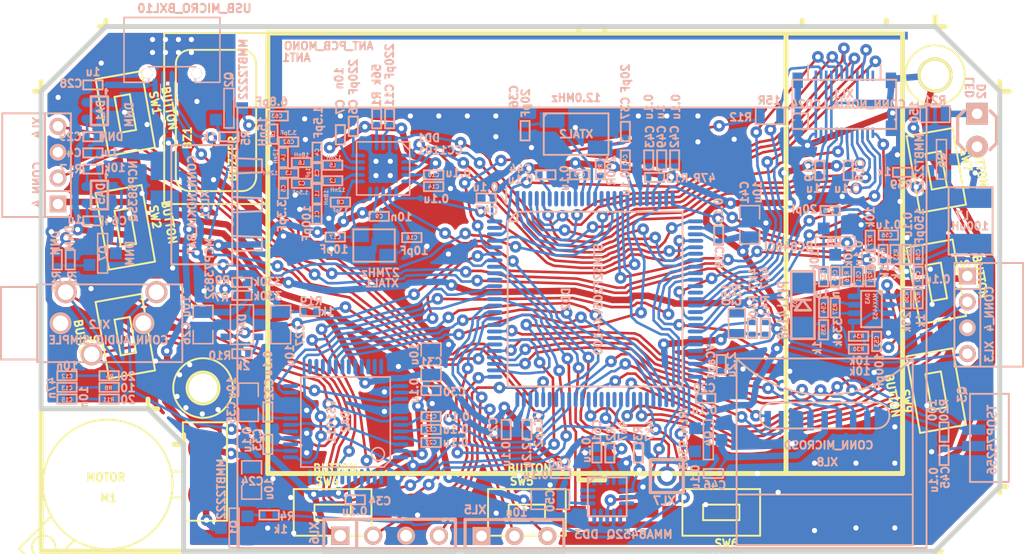
<source format=kicad_pcb>
(kicad_pcb (version 3) (host pcbnew "(2013-03-04 BZR 3984)-stable")
  (layers (15 Front signal hide) (0 Back signal) (18 B.Paste user) (19 F.Paste user) (20 B.SilkS user) (21 F.SilkS user hide) (22 B.Mask user) (23 F.Mask user) (28 Edge.Cuts user))
  (net 0 "")
  (net 1 +3.3V)
  (net 2 +5V)
  (net 3 +BATT)
  (net 4 /12MHz_Clk)
  (net 5 /ACC_IRQ)
  (net 6 /Btn1)
  (net 7 /Btn2)
  (net 8 /Btn3)
  (net 9 /Btn4)
  (net 10 /Btn5)
  (net 11 /Btn6)
  (net 12 /Btn7)
  (net 13 /Btn8)
  (net 14 /Btn9)
  (net 15 /Buzzer)
  (net 16 /BuzzerOut)
  (net 17 /CC_CS)
  (net 18 /CC_GDO0)
  (net 19 /CC_GDO2)
  (net 20 /CC_MISO)
  (net 21 /CC_MOSI)
  (net 22 /CC_SCK)
  (net 23 /Charge)
  (net 24 /I2C_SCL)
  (net 25 /I2C_SDA)
  (net 26 /LCD_BCKLT)
  (net 27 /LCD_DA0)
  (net 28 /LCD_DA1)
  (net 29 /LCD_DA2)
  (net 30 /LCD_DA3)
  (net 31 /LCD_DA4)
  (net 32 /LCD_DA5)
  (net 33 /LCD_DA6)
  (net 34 /LCD_DA7)
  (net 35 /LCD_DC)
  (net 36 /LCD_RD)
  (net 37 /LCD_WR)
  (net 38 /LCD_XCS)
  (net 39 /LCD_XRES)
  (net 40 /P_SCL)
  (net 41 /P_SDA)
  (net 42 /PeriphPwr)
  (net 43 /PeriphPwr1)
  (net 44 /RF1)
  (net 45 /RF2)
  (net 46 /RX2)
  (net 47 /SD_CLK)
  (net 48 /SD_CMD)
  (net 49 /SD_DAT0)
  (net 50 /SD_DAT1)
  (net 51 /SD_DAT2)
  (net 52 /SD_DAT3)
  (net 53 /SD_POWER)
  (net 54 /SD_VDD)
  (net 55 /SND_C)
  (net 56 /SND_L)
  (net 57 /SND_R)
  (net 58 /SWCLK)
  (net 59 /SWDIO)
  (net 60 /TX2)
  (net 61 /UBat_2)
  (net 62 /USB_DM)
  (net 63 /USB_DP)
  (net 64 /VS_DREQ)
  (net 65 /VS_RST)
  (net 66 /VS_SCLK)
  (net 67 /VS_SI)
  (net 68 /VS_SO)
  (net 69 /VS_XCS)
  (net 70 /VS_XDCS)
  (net 71 /Vibro)
  (net 72 /VibroOut)
  (net 73 /XLed1)
  (net 74 /XLed2)
  (net 75 /XotarIn)
  (net 76 /XotarLED)
  (net 77 /XotarPower)
  (net 78 /klNFCModulation)
  (net 79 /klNFC_Rx)
  (net 80 /klNFC_Tx)
  (net 81 /klNFC_Vcc)
  (net 82 AGND)
  (net 83 GND)
  (net 84 N-00000101)
  (net 85 N-00000106)
  (net 86 N-0000012)
  (net 87 N-00000122)
  (net 88 N-0000014)
  (net 89 N-00000140)
  (net 90 N-00000141)
  (net 91 N-00000145)
  (net 92 N-00000146)
  (net 93 N-00000147)
  (net 94 N-00000148)
  (net 95 N-00000149)
  (net 96 N-0000015)
  (net 97 N-0000018)
  (net 98 N-0000019)
  (net 99 N-0000024)
  (net 100 N-0000030)
  (net 101 N-0000031)
  (net 102 N-0000033)
  (net 103 N-0000034)
  (net 104 N-0000042)
  (net 105 N-0000051)
  (net 106 N-0000052)
  (net 107 N-0000053)
  (net 108 N-0000059)
  (net 109 N-0000060)
  (net 110 N-0000061)
  (net 111 N-0000062)
  (net 112 N-0000067)
  (net 113 N-0000068)
  (net 114 N-0000069)
  (net 115 N-0000072)
  (net 116 N-0000081)
  (net 117 N-0000083)
  (net 118 N-0000084)
  (net 119 N-0000085)
  (net 120 N-0000090)
  (net 121 N-0000091)
  (net 122 N-0000093)
  (net 123 N-0000094)
  (net 124 N-0000095)
  (net 125 N-0000097)
  (module CONN_NOKIA_ACC (layer Back) (at 124.249 81.2495)
    (fp_text reference XL11 (at -2.10058 0 270) (layer B.SilkS) (effects (font (size 0.59944 0.59944) (thickness 0.14986)) (justify mirror)))
    (fp_text value CONN_NOKIA_BAT (at -3.0988 0 270) (layer B.SilkS) (effects (font (size 0.59944 0.59944) (thickness 0.14986)) (justify mirror)))
    (pad 1 smd rect (at -5.19938 -2.99974) (size 2.19964 2.19964) (layers Back B.Paste B.Mask) (net 3 +BATT))
    (pad 2 smd rect (at -5.19938 0) (size 2.19964 2.19964) (layers Back B.Paste B.Mask))
    (pad 3 smd rect (at -5.19938 2.99974) (size 2.19964 2.19964) (layers Back B.Paste B.Mask) (net 83 GND))
    (pad H smd rect (at 1.19888 1.50114) (size 2.19964 2.19964) (layers Back B.Paste B.Mask))
    (pad H smd rect (at 1.19888 -1.50114) (size 2.19964 2.19964) (layers Back B.Paste B.Mask))
  )
  (module VIBRO_IPH4S (layer Front) (at 114.6 102.8)
    (fp_text reference M1 (at 0.09906 1.09982) (layer F.SilkS) (effects (font (size 0.59944 0.59944) (thickness 0.14986))))
    (fp_text value MOTOR (at -0.09906 -0.50038) (layer F.SilkS) (effects (font (size 0.59944 0.59944) (thickness 0.14986))))
    (pad 1 smd circle (at 7.54888 0.84582) (size 2.60096 2.60096) (layers Front F.Paste F.Mask) (net 72 /VibroOut))
    (pad 2 smd circle (at 7.54888 -2.75336) (size 2.60096 2.60096) (layers Front F.Paste F.Mask) (net 3 +BATT))
  )
  (module USB_KMMX_ABSMT5SG_30TR (layer Back) (at 119.6 66.8)
    (fp_text reference XL10 (at -1.50114 -0.70104) (layer B.SilkS) (effects (font (size 0.635 0.635) (thickness 0.16002)) (justify mirror)))
    (fp_text value USB_MICRO_B (at 2.90068 -0.70104) (layer B.SilkS) (effects (font (size 0.635 0.635) (thickness 0.16002)) (justify mirror)))
    (pad SHLD smd rect (at -3.74904 2.14884) (size 2.30124 1.89992) (layers Back B.Paste B.Mask) (net 83 GND))
    (pad SHLD smd rect (at 3.74904 2.14884) (size 2.30124 1.89992) (layers Back B.Paste B.Mask) (net 83 GND))
    (pad 1 smd oval (at -1.30048 5.40004) (size 0.39878 1.39954) (layers Back B.Paste B.Mask) (net 2 +5V))
    (pad 2 smd oval (at -0.65024 5.1054) (size 0.39878 1.99898) (layers Back B.Paste B.Mask) (net 62 /USB_DM))
    (pad 3 smd oval (at 0 5.1054) (size 0.39878 1.99898) (layers Back B.Paste B.Mask) (net 63 /USB_DP))
    (pad 4 smd oval (at 0.65024 5.1054) (size 0.39878 1.99898) (layers Back B.Paste B.Mask) (net 83 GND))
    (pad 5 smd oval (at 1.30048 5.40004) (size 0.39878 1.39954) (layers Back B.Paste B.Mask) (net 83 GND))
    (pad NC thru_hole circle (at 1.89992 4.29768) (size 0.8001 0.8001) (drill 0.8001) (layers *.Cu))
    (pad NC thru_hole circle (at -1.89992 4.29768) (size 0.8001 0.8001) (drill 0.8001) (layers *.Cu))
    (pad SHLD thru_hole rect (at -0.50038 1.69926) (size 1.00076 1.00076) (drill 0.39878) (layers *.Cu B.Paste B.Mask) (net 83 GND))
    (pad SHLD thru_hole rect (at -1.50114 2.70002) (size 1.00076 1.00076) (drill 0.39878) (layers *.Cu B.Paste B.Mask) (net 83 GND))
    (pad SHLD thru_hole rect (at 1.50114 2.70002) (size 1.00076 1.00076) (drill 0.39878) (layers *.Cu B.Paste B.Mask) (net 83 GND))
    (pad SHLD thru_hole rect (at -0.50038 2.70002) (size 1.00076 1.00076) (drill 0.39878) (layers *.Cu B.Paste B.Mask) (net 83 GND))
    (pad SHLD thru_hole rect (at -1.50114 1.69926) (size 1.00076 1.00076) (drill 0.39878) (layers *.Cu B.Paste B.Mask) (net 83 GND))
    (pad SHLD thru_hole rect (at 0.50038 1.69926) (size 1.00076 1.00076) (drill 0.39878) (layers *.Cu B.Paste B.Mask) (net 83 GND))
    (pad SHLD thru_hole rect (at 0.50038 2.70002) (size 1.00076 1.00076) (drill 0.39878) (layers *.Cu B.Paste B.Mask) (net 83 GND))
    (pad SHLD thru_hole rect (at 1.50114 1.69926) (size 1.00076 1.00076) (drill 0.39878) (layers *.Cu B.Paste B.Mask) (net 83 GND))
  )
  (module MICROSD_CAP_FIX05A (layer Back) (at 169.984 100.32 90)
    (fp_text reference XL8 (at -0.8001 0.20066 360) (layer B.SilkS) (effects (font (size 0.59944 0.59944) (thickness 0.14986)) (justify mirror)))
    (fp_text value CONN_MICROSD (at 0.50038 0.29972 360) (layer B.SilkS) (effects (font (size 0.59944 0.59944) (thickness 0.14986)) (justify mirror)))
    (pad 1 smd rect (at 2.4003 3.29946 90) (size 1.50114 0.50038) (layers Back B.Paste B.Mask) (net 51 /SD_DAT2))
    (pad 2 smd rect (at 2.4003 2.19964 90) (size 1.50114 0.50038) (layers Back B.Paste B.Mask) (net 52 /SD_DAT3))
    (pad 3 smd rect (at 2.4003 1.09982 90) (size 1.50114 0.50038) (layers Back B.Paste B.Mask) (net 48 /SD_CMD))
    (pad 4 smd rect (at 2.4003 0 90) (size 1.50114 0.50038) (layers Back B.Paste B.Mask) (net 54 /SD_VDD))
    (pad 5 smd rect (at 2.4003 -1.09982 90) (size 1.50114 0.50038) (layers Back B.Paste B.Mask) (net 47 /SD_CLK))
    (pad 6 smd rect (at 2.4003 -2.19964 90) (size 1.50114 0.50038) (layers Back B.Paste B.Mask) (net 83 GND))
    (pad 7 smd rect (at 2.4003 -3.29946 90) (size 1.50114 0.50038) (layers Back B.Paste B.Mask) (net 49 /SD_DAT0))
    (pad 8 smd rect (at 2.4003 -4.39928 90) (size 1.50114 0.50038) (layers Back B.Paste B.Mask) (net 50 /SD_DAT1))
    (pad H smd rect (at -3.40106 6.70052 90) (size 1.50114 1.50114) (layers Back B.Paste B.Mask) (net 83 GND))
    (pad H smd rect (at 4.8006 6.70052 90) (size 1.50114 1.50114) (layers Back B.Paste B.Mask) (net 83 GND))
    (pad H smd rect (at -3.40106 -6.70052 90) (size 1.50114 1.50114) (layers Back B.Paste B.Mask) (net 83 GND))
    (pad H smd rect (at 4.8006 -6.70052 90) (size 1.50114 1.50114) (layers Back B.Paste B.Mask) (net 83 GND))
  )
  (module LQFP48 (layer Back) (at 133 98 90)
    (fp_text reference DA2 (at 0.00254 0 90) (layer B.SilkS) (effects (font (size 0.59944 0.59944) (thickness 0.14986)) (justify mirror)))
    (fp_text value VS1011 (at 0.00254 -1.09982 90) (layer B.SilkS) (effects (font (size 0.59944 0.59944) (thickness 0.14986)) (justify mirror)))
    (pad 1 smd rect (at -4.24942 2.75082 90) (size 1.19888 0.29972) (layers Back B.Paste B.Mask))
    (pad 2 smd oval (at -4.24942 2.25298 90) (size 1.19888 0.29972) (layers Back B.Paste B.Mask))
    (pad 3 smd oval (at -4.24942 1.7526 90) (size 1.19888 0.29972) (layers Back B.Paste B.Mask) (net 65 /VS_RST))
    (pad 4 smd oval (at -4.24942 1.25222 90) (size 1.19888 0.29972) (layers Back B.Paste B.Mask) (net 83 GND))
    (pad 5 smd oval (at -4.24942 0.75184 90) (size 1.19888 0.29972) (layers Back B.Paste B.Mask))
    (pad 6 smd oval (at -4.24942 0.25146 90) (size 1.19888 0.29972) (layers Back B.Paste B.Mask) (net 1 +3.3V))
    (pad 7 smd oval (at -4.24942 -0.24892 90) (size 1.19888 0.29972) (layers Back B.Paste B.Mask))
    (pad 8 smd oval (at -4.24942 -0.7493 90) (size 1.19888 0.29972) (layers Back B.Paste B.Mask) (net 64 /VS_DREQ))
    (pad 9 smd oval (at -4.24942 -1.24714 90) (size 1.19888 0.29972) (layers Back B.Paste B.Mask))
    (pad 10 smd oval (at -4.24942 -1.74752 90) (size 1.19888 0.29972) (layers Back B.Paste B.Mask))
    (pad 11 smd oval (at -4.24942 -2.2479 90) (size 1.19888 0.29972) (layers Back B.Paste B.Mask))
    (pad 12 smd oval (at -4.25196 -2.74828 90) (size 1.19888 0.29972) (layers Back B.Paste B.Mask))
    (pad 13 smd oval (at -2.74574 -4.24942) (size 1.19888 0.29972) (layers Back B.Paste B.Mask) (net 70 /VS_XDCS))
    (pad 14 smd oval (at -2.2479 -4.24942) (size 1.19888 0.29972) (layers Back B.Paste B.Mask) (net 1 +3.3V))
    (pad 15 smd oval (at -1.74752 -4.24942) (size 1.19888 0.29972) (layers Back B.Paste B.Mask))
    (pad 16 smd oval (at -1.24714 -4.24942) (size 1.19888 0.29972) (layers Back B.Paste B.Mask) (net 83 GND))
    (pad 17 smd oval (at -0.74676 -4.24942) (size 1.19888 0.29972) (layers Back B.Paste B.Mask))
    (pad 18 smd oval (at -0.24638 -4.24942) (size 1.19888 0.29972) (layers Back B.Paste B.Mask) (net 4 /12MHz_Clk))
    (pad 19 smd oval (at 0.254 -4.24942) (size 1.19888 0.29972) (layers Back B.Paste B.Mask) (net 1 +3.3V))
    (pad 20 smd oval (at 0.75184 -4.24942) (size 1.19888 0.29972) (layers Back B.Paste B.Mask) (net 83 GND))
    (pad 21 smd oval (at 1.25222 -4.24942) (size 1.19888 0.29972) (layers Back B.Paste B.Mask) (net 83 GND))
    (pad 22 smd oval (at 1.7526 -4.24942) (size 1.19888 0.29972) (layers Back B.Paste B.Mask) (net 83 GND))
    (pad 23 smd oval (at 2.25044 -4.24942) (size 1.19888 0.29972) (layers Back B.Paste B.Mask) (net 69 /VS_XCS))
    (pad 24 smd oval (at 2.75082 -4.24942) (size 1.19888 0.29972) (layers Back B.Paste B.Mask))
    (pad 25 smd oval (at 4.25196 -2.75082 90) (size 1.19888 0.29972) (layers Back B.Paste B.Mask))
    (pad 26 smd oval (at 4.25196 -2.25044 90) (size 1.19888 0.29972) (layers Back B.Paste B.Mask))
    (pad 27 smd oval (at 4.25196 -1.75006 90) (size 1.19888 0.29972) (layers Back B.Paste B.Mask))
    (pad 28 smd oval (at 4.25196 -1.24968 90) (size 1.19888 0.29972) (layers Back B.Paste B.Mask) (net 66 /VS_SCLK))
    (pad 29 smd oval (at 4.25196 -0.7493 90) (size 1.19888 0.29972) (layers Back B.Paste B.Mask) (net 67 /VS_SI))
    (pad 30 smd oval (at 4.25196 -0.24892 90) (size 1.19888 0.29972) (layers Back B.Paste B.Mask) (net 68 /VS_SO))
    (pad 31 smd oval (at 4.25196 0.25146 90) (size 1.19888 0.29972) (layers Back B.Paste B.Mask))
    (pad 32 smd oval (at 4.25196 0.7493 90) (size 1.19888 0.29972) (layers Back B.Paste B.Mask) (net 1 +3.3V))
    (pad 33 smd oval (at 4.25196 1.24968 90) (size 1.19888 0.29972) (layers Back B.Paste B.Mask))
    (pad 34 smd oval (at 4.25196 1.75006 90) (size 1.19888 0.29972) (layers Back B.Paste B.Mask))
    (pad 35 smd oval (at 4.25196 2.25044 90) (size 1.19888 0.29972) (layers Back B.Paste B.Mask))
    (pad 36 smd oval (at 4.25196 2.75082 90) (size 1.19888 0.29972) (layers Back B.Paste B.Mask))
    (pad 37 smd oval (at 2.75082 4.24942) (size 1.19888 0.29972) (layers Back B.Paste B.Mask) (net 83 GND))
    (pad 38 smd oval (at 2.25044 4.24942) (size 1.19888 0.29972) (layers Back B.Paste B.Mask) (net 1 +3.3V))
    (pad 39 smd oval (at 1.75006 4.24942) (size 1.19888 0.29972) (layers Back B.Paste B.Mask) (net 57 /SND_R))
    (pad 40 smd oval (at 1.24968 4.24942) (size 1.19888 0.29972) (layers Back B.Paste B.Mask) (net 83 GND))
    (pad 41 smd oval (at 0.7493 4.24942) (size 1.19888 0.29972) (layers Back B.Paste B.Mask) (net 83 GND))
    (pad 42 smd oval (at 0.24892 4.24942) (size 1.19888 0.29972) (layers Back B.Paste B.Mask) (net 55 /SND_C))
    (pad 43 smd oval (at -0.24892 4.24942) (size 1.19888 0.29972) (layers Back B.Paste B.Mask) (net 1 +3.3V))
    (pad 44 smd oval (at -0.7493 4.24942) (size 1.19888 0.29972) (layers Back B.Paste B.Mask) (net 97 N-0000018))
    (pad 45 smd oval (at -1.24968 4.24942) (size 1.19888 0.29972) (layers Back B.Paste B.Mask) (net 1 +3.3V))
    (pad 46 smd oval (at -1.75006 4.24942) (size 1.19888 0.29972) (layers Back B.Paste B.Mask) (net 56 /SND_L))
    (pad 47 smd oval (at -2.25044 4.24942) (size 1.19888 0.29972) (layers Back B.Paste B.Mask) (net 83 GND))
    (pad 48 smd oval (at -2.75082 4.24942) (size 1.19888 0.29972) (layers Back B.Paste B.Mask))
  )
  (module BUZZER_NOKIA (layer Front) (at 123 74.5998 90)
    (fp_text reference BZ1 (at -1.50114 -2.19964 90) (layer F.SilkS) (effects (font (size 0.59944 0.59944) (thickness 0.14986))))
    (fp_text value BUZZER (at -3.0988 1.30048 90) (layer F.SilkS) (effects (font (size 0.59944 0.59944) (thickness 0.14986))))
    (pad 1 smd rect (at 1.30048 -3.59918 90) (size 2.49936 0.8001) (layers Front F.Paste F.Mask) (net 3 +BATT))
    (pad 2 smd rect (at -1.30048 3.59918 90) (size 2.49936 0.8001) (layers Front F.Paste F.Mask) (net 16 /BuzzerOut))
  )
  (module TSOP752 (layer Back) (at 181.5 99.25 90)
    (fp_text reference Q3 (at 3.35 -0.9 90) (layer B.SilkS) (effects (font (size 0.635 0.635) (thickness 0.14986)) (justify mirror)))
    (fp_text value TSOP75256 (at -0.15 1.4 90) (layer B.SilkS) (effects (font (size 0.635 0.635) (thickness 0.14986)) (justify mirror)))
    (pad 2 smd rect (at -0.635 0 90) (size 0.8001 1.80086) (layers Back B.Paste B.Mask) (net 91 N-00000145))
    (pad 1 smd rect (at -1.905 0 90) (size 0.8001 1.80086) (layers Back B.Paste B.Mask) (net 83 GND))
    (pad 3 smd rect (at 0.635 0 90) (size 0.8001 1.80086) (layers Back B.Paste B.Mask) (net 75 /XotarIn))
    (pad 4 smd rect (at 1.905 0 90) (size 0.8001 1.80086) (layers Back B.Paste B.Mask) (net 83 GND))
  )
  (module TESTPOINT_0_5MM (layer Back) (at 140.7275 77.3264 180)
    (fp_text reference TP3 hide)
    (fp_text value TESTPOINT hide)
    (pad 1 smd circle (at 0 0 180) (size 0.50038 0.50038) (layers Back B.Paste B.Mask) (net 19 /CC_GDO2))
  )
  (module TESTPOINT_0_5MM (layer Back) (at 138.7993 80.751 180)
    (fp_text reference TP2 hide)
    (fp_text value TESTPOINT hide)
    (pad 1 smd circle (at 0 0 180) (size 0.50038 0.50038) (layers Back B.Paste B.Mask) (net 18 /CC_GDO0))
  )
  (module SOT23-8 (layer Back) (at 173.599 89.2988 270)
    (fp_text reference DA3 (at -0.7988 0.299 270) (layer B.SilkS) (effects (font (size 0.3 0.3) (thickness 0.075)) (justify mirror)))
    (fp_text value MAX4453 (at -0.1988 -0.301 270) (layer B.SilkS) (effects (font (size 0.3 0.3) (thickness 0.075)) (justify mirror)))
    (pad 1 smd rect (at -0.97536 -1.30048 270) (size 0.44958 1.09982) (layers Back B.Paste B.Mask) (net 86 N-0000012))
    (pad 2 smd oval (at -0.32512 -1.30048 270) (size 0.44958 1.09982) (layers Back B.Paste B.Mask) (net 88 N-0000014))
    (pad 3 smd oval (at 0.32512 -1.30048 270) (size 0.44958 1.09982) (layers Back B.Paste B.Mask) (net 82 AGND))
    (pad 8 smd oval (at -0.97536 1.30048 270) (size 0.44958 1.09982) (layers Back B.Paste B.Mask) (net 92 N-00000146))
    (pad 5 smd oval (at 0.97536 1.30048 270) (size 0.44958 1.09982) (layers Back B.Paste B.Mask) (net 82 AGND))
    (pad 6 smd oval (at 0.32512 1.30048 270) (size 0.44958 1.09982) (layers Back B.Paste B.Mask) (net 103 N-0000034))
    (pad 4 smd oval (at 0.97536 -1.30048 270) (size 0.44958 1.09982) (layers Back B.Paste B.Mask) (net 83 GND))
    (pad 7 smd oval (at -0.32512 1.30048 270) (size 0.44958 1.09982) (layers Back B.Paste B.Mask) (net 102 N-0000033))
  )
  (module SOT23-5 (layer Back) (at 125 90.5 90)
    (fp_text reference DA4 (at 0 0 90) (layer B.SilkS) (effects (font (size 0.6 0.6)) (justify mirror)))
    (fp_text value MCP73832 (at 4.3 -2.5 90) (layer B.SilkS) (effects (font (size 0.6 0.6)) (justify mirror)))
    (pad 1 smd rect (at -0.9525 -1.27 90) (size 0.508 0.762) (layers Back B.Paste B.Mask) (net 23 /Charge))
    (pad 3 smd rect (at 0.9525 -1.27 90) (size 0.508 0.762) (layers Back B.Paste B.Mask) (net 3 +BATT))
    (pad 5 smd rect (at -0.9525 1.27 90) (size 0.508 0.762) (layers Back B.Paste B.Mask) (net 119 N-0000085))
    (pad 2 smd rect (at 0 -1.27 90) (size 0.508 0.762) (layers Back B.Paste B.Mask) (net 83 GND))
    (pad 4 smd rect (at 0.9525 1.27 90) (size 0.508 0.762) (layers Back B.Paste B.Mask) (net 2 +5V))
  )
  (module SOT23 (layer Back) (at 179 77.75 270)
    (fp_text reference Q6 (at 0.05 0 270) (layer B.SilkS) (effects (font (size 0.59944 0.59944) (thickness 0.14986)) (justify mirror)))
    (fp_text value MMBT2222 (at 0.35 1.7 270) (layer B.SilkS) (effects (font (size 0.59944 0.59944) (thickness 0.14986)) (justify mirror)))
    (pad 2 smd rect (at -0.889 1.016 270) (size 0.9144 0.9144) (layers Back B.Paste B.Mask) (net 83 GND))
    (pad 1 smd rect (at 0.889 1.016 270) (size 0.9144 0.9144) (layers Back B.Paste B.Mask) (net 99 N-0000024))
    (pad 3 smd rect (at 0 -1.016 270) (size 0.9144 0.9144) (layers Back B.Paste B.Mask) (net 74 /XLed2))
  )
  (module SOT23 (layer Back) (at 170.8 84.0994 180)
    (fp_text reference Q5 (at 0.1 -0.0006 180) (layer B.SilkS) (effects (font (size 0.6 0.6)) (justify mirror)))
    (fp_text value BC848CL (at 3.7 -0.4006 180) (layer B.SilkS) (effects (font (size 0.59944 0.59944) (thickness 0.14986)) (justify mirror)))
    (pad 2 smd rect (at -0.889 1.016 180) (size 0.9144 0.9144) (layers Back B.Paste B.Mask) (net 83 GND))
    (pad 1 smd rect (at 0.889 1.016 180) (size 0.9144 0.9144) (layers Back B.Paste B.Mask) (net 85 N-00000106))
    (pad 3 smd rect (at 0 -1.016 180) (size 0.9144 0.9144) (layers Back B.Paste B.Mask) (net 79 /klNFC_Rx))
  )
  (module SOT23 (layer Back) (at 161 99.4 270)
    (fp_text reference Q4 (at -0.1 0 270) (layer B.SilkS) (effects (font (size 0.59944 0.59944) (thickness 0.14986)) (justify mirror)))
    (fp_text value IRLML9303 (at -0.1 1.9 270) (layer B.SilkS) (effects (font (size 0.59944 0.59944) (thickness 0.14986)) (justify mirror)))
    (pad 2 smd rect (at -0.889 1.016 270) (size 0.9144 0.9144) (layers Back B.Paste B.Mask) (net 1 +3.3V))
    (pad 1 smd rect (at 0.889 1.016 270) (size 0.9144 0.9144) (layers Back B.Paste B.Mask) (net 53 /SD_POWER))
    (pad 3 smd rect (at 0 -1.016 270) (size 0.9144 0.9144) (layers Back B.Paste B.Mask) (net 54 /SD_VDD))
  )
  (module SOT23 (layer Back) (at 124 73.8 270)
    (fp_text reference Q2 (at -2.19964 0 270) (layer B.SilkS) (effects (font (size 0.59944 0.59944) (thickness 0.14986)) (justify mirror)))
    (fp_text value MMBT2222 (at -2.99974 -1.09982 270) (layer B.SilkS) (effects (font (size 0.59944 0.59944) (thickness 0.14986)) (justify mirror)))
    (pad 2 smd rect (at -0.889 1.016 270) (size 0.9144 0.9144) (layers Back B.Paste B.Mask) (net 83 GND))
    (pad 1 smd rect (at 0.889 1.016 270) (size 0.9144 0.9144) (layers Back B.Paste B.Mask) (net 104 N-0000042))
    (pad 3 smd rect (at 0 -1.016 270) (size 0.9144 0.9144) (layers Back B.Paste B.Mask) (net 16 /BuzzerOut))
  )
  (module SOT23 (layer Back) (at 124.399 106.2 90)
    (fp_text reference Q1 (at 0 0.001 90) (layer B.SilkS) (effects (font (size 0.59944 0.59944) (thickness 0.14986)) (justify mirror)))
    (fp_text value MMBT2222 (at 2.99974 -0.99822 90) (layer B.SilkS) (effects (font (size 0.59944 0.59944) (thickness 0.14986)) (justify mirror)))
    (pad 2 smd rect (at -0.889 1.016 90) (size 0.9144 0.9144) (layers Back B.Paste B.Mask) (net 83 GND))
    (pad 1 smd rect (at 0.889 1.016 90) (size 0.9144 0.9144) (layers Back B.Paste B.Mask) (net 108 N-0000059))
    (pad 3 smd rect (at 0 -1.016 90) (size 0.9144 0.9144) (layers Back B.Paste B.Mask) (net 72 /VibroOut))
  )
  (module SIL-4 (layer Back) (at 136.4 106.8)
    (fp_text reference XL6 (at -5.8 -0.2 90) (layer B.SilkS) (effects (font (size 0.635 0.635) (thickness 0.16002)) (justify mirror)))
    (fp_text value ST_SWD hide)
    (pad 1 thru_hole rect (at -3.81 0) (size 1.39954 1.39954) (drill 0.899159) (layers *.Cu *.Mask B.SilkS) (net 1 +3.3V))
    (pad 2 thru_hole circle (at -1.27 0) (size 1.39954 1.39954) (drill 0.899159) (layers *.Cu *.Mask B.SilkS) (net 58 /SWCLK))
    (pad 3 thru_hole circle (at 1.27 0) (size 1.39954 1.39954) (drill 0.899159) (layers *.Cu *.Mask B.SilkS) (net 83 GND))
    (pad 4 thru_hole circle (at 3.81 0) (size 1.39954 1.39954) (drill 0.899159) (layers *.Cu *.Mask B.SilkS) (net 59 /SWDIO))
  )
  (module SC82AB (layer Back) (at 114 74 180)
    (fp_text reference DA1 (at -0.1 0 270) (layer B.SilkS) (effects (font (size 0.59944 0.59944) (thickness 0.14986)) (justify mirror)))
    (fp_text value DNM (at -2.3 -0.3 270) (layer B.SilkS) (effects (font (size 0.59944 0.59944) (thickness 0.14986)) (justify mirror)))
    (pad 1 smd rect (at -0.94996 0.65024 180) (size 0.89916 0.70104) (layers Back B.Paste B.Mask) (net 2 +5V))
    (pad 2 smd oval (at -0.94996 -0.65024 180) (size 0.89916 0.70104) (layers Back B.Paste B.Mask) (net 83 GND))
    (pad 3 smd oval (at 0.94996 -0.65024 180) (size 0.89916 0.70104) (layers Back B.Paste B.Mask) (net 1 +3.3V))
    (pad 4 smd oval (at 0.94996 0.65024 180) (size 0.89916 0.70104) (layers Back B.Paste B.Mask) (net 2 +5V))
  )
  (module RES_0603 (layer Back) (at 178.5 74.25 180)
    (fp_text reference R21 (at 0 1.05 180) (layer B.SilkS) (effects (font (size 0.59944 0.59944) (thickness 0.14986)) (justify mirror)))
    (fp_text value 150 (at 1.6 0.15 270) (layer B.SilkS) (effects (font (size 0.59944 0.59944) (thickness 0.14986)) (justify mirror)))
    (pad 1 smd rect (at -0.762 0 180) (size 0.635 1.143) (layers Back B.Paste B.Mask) (net 73 /XLed1))
    (pad 2 smd rect (at 0.762 0 180) (size 0.635 1.143) (layers Back B.Paste B.Mask) (net 3 +BATT))
  )
  (module RES_0603 (layer Back) (at 163.2 90.4 270)
    (fp_text reference R13 (at -2.2 0 270) (layer B.SilkS) (effects (font (size 0.59944 0.59944) (thickness 0.14986)) (justify mirror)))
    (fp_text value 150 (at -2.2 0.8 270) (layer B.SilkS) (effects (font (size 0.59944 0.59944) (thickness 0.14986)) (justify mirror)))
    (pad 1 smd rect (at -0.762 0 270) (size 0.635 1.143) (layers Back B.Paste B.Mask) (net 43 /PeriphPwr1))
    (pad 2 smd rect (at 0.762 0 270) (size 0.635 1.143) (layers Back B.Paste B.Mask) (net 42 /PeriphPwr))
  )
  (module RES_0402 (layer Back) (at 114.749 95.3501)
    (fp_text reference R8 (at -0.049 0.0499) (layer B.SilkS) (effects (font (size 0.3 0.3) (thickness 0.075)) (justify mirror)))
    (fp_text value 10 (at 1.451 0.0499) (layer B.SilkS) (effects (font (size 0.59944 0.59944) (thickness 0.14986)) (justify mirror)))
    (pad 1 smd rect (at -0.44958 0) (size 0.39878 0.50038) (layers Back B.Paste B.Mask) (net 118 N-0000084))
    (pad 2 smd rect (at 0.44958 0) (size 0.39878 0.50038) (layers Back B.Paste B.Mask) (net 55 /SND_C))
  )
  (module RES_0402 (layer Back) (at 125 88.25 180)
    (fp_text reference R7 (at 1.6 -0.15 180) (layer B.SilkS) (effects (font (size 0.59944 0.59944) (thickness 0.14986)) (justify mirror)))
    (fp_text value 330k (at -2 -0.05 180) (layer B.SilkS) (effects (font (size 0.59944 0.59944) (thickness 0.14986)) (justify mirror)))
    (pad 1 smd rect (at -0.44958 0 180) (size 0.39878 0.50038) (layers Back B.Paste B.Mask) (net 3 +BATT))
    (pad 2 smd rect (at 0.44958 0 180) (size 0.39878 0.50038) (layers Back B.Paste B.Mask) (net 61 /UBat_2))
  )
  (module RES_0402 (layer Back) (at 114.749 94.451)
    (fp_text reference R6 (at 0.051 0.049) (layer B.SilkS) (effects (font (size 0.3 0.3) (thickness 0.075)) (justify mirror)))
    (fp_text value 20 (at 1.451 0.049) (layer B.SilkS) (effects (font (size 0.59944 0.59944) (thickness 0.14986)) (justify mirror)))
    (pad 1 smd rect (at -0.44958 0) (size 0.39878 0.50038) (layers Back B.Paste B.Mask) (net 117 N-0000083))
    (pad 2 smd rect (at 0.44958 0) (size 0.39878 0.50038) (layers Back B.Paste B.Mask) (net 57 /SND_R))
  )
  (module RES_0402 (layer Back) (at 124 76 180)
    (fp_text reference R5 (at -1.3 -0.1 270) (layer B.SilkS) (effects (font (size 0.59944 0.59944) (thickness 0.14986)) (justify mirror)))
    (fp_text value 1k (at 1.5 0 180) (layer B.SilkS) (effects (font (size 0.59944 0.59944) (thickness 0.14986)) (justify mirror)))
    (pad 1 smd rect (at -0.44958 0 180) (size 0.39878 0.50038) (layers Back B.Paste B.Mask) (net 15 /Buzzer))
    (pad 2 smd rect (at 0.44958 0 180) (size 0.39878 0.50038) (layers Back B.Paste B.Mask) (net 104 N-0000042))
  )
  (module RES_0402 (layer Back) (at 174.501 85.1002 270)
    (fp_text reference R28 (at -0.1002 0.001 270) (layer B.SilkS) (effects (font (size 0.3 0.3) (thickness 0.075)) (justify mirror)))
    (fp_text value 1k (at 1.2998 -0.099 270) (layer B.SilkS) (effects (font (size 0.59944 0.59944) (thickness 0.14986)) (justify mirror)))
    (pad 1 smd rect (at -0.44958 0 270) (size 0.39878 0.50038) (layers Back B.Paste B.Mask) (net 81 /klNFC_Vcc))
    (pad 2 smd rect (at 0.44958 0 270) (size 0.39878 0.50038) (layers Back B.Paste B.Mask) (net 82 AGND))
  )
  (module RES_0402 (layer Back) (at 155.6 100.4 90)
    (fp_text reference R3 (at 1.5 0 90) (layer B.SilkS) (effects (font (size 0.59944 0.59944) (thickness 0.14986)) (justify mirror)))
    (fp_text value 4k7 (at 1.7 0.9 90) (layer B.SilkS) (effects (font (size 0.59944 0.59944) (thickness 0.14986)) (justify mirror)))
    (pad 1 smd rect (at -0.44958 0 90) (size 0.39878 0.50038) (layers Back B.Paste B.Mask) (net 25 /I2C_SDA))
    (pad 2 smd rect (at 0.44958 0 90) (size 0.39878 0.50038) (layers Back B.Paste B.Mask) (net 1 +3.3V))
  )
  (module RES_0402 (layer Back) (at 153.4 100.4 270)
    (fp_text reference R2 (at -1.5 -0.1 270) (layer B.SilkS) (effects (font (size 0.59944 0.59944) (thickness 0.14986)) (justify mirror)))
    (fp_text value 4k7 (at -1.7 -1 270) (layer B.SilkS) (effects (font (size 0.59944 0.59944) (thickness 0.14986)) (justify mirror)))
    (pad 1 smd rect (at -0.44958 0 270) (size 0.39878 0.50038) (layers Back B.Paste B.Mask) (net 1 +3.3V))
    (pad 2 smd rect (at 0.44958 0 270) (size 0.39878 0.50038) (layers Back B.Paste B.Mask) (net 24 /I2C_SCL))
  )
  (module RES_0402 (layer Back) (at 135.4 74.6 90)
    (fp_text reference R1 (at 1.5 0 90) (layer B.SilkS) (effects (font (size 0.59944 0.59944) (thickness 0.14986)) (justify mirror)))
    (fp_text value 56k (at 3.4 0 90) (layer B.SilkS) (effects (font (size 0.59944 0.59944) (thickness 0.14986)) (justify mirror)))
    (pad 1 smd rect (at -0.44958 0 90) (size 0.39878 0.50038) (layers Back B.Paste B.Mask) (net 113 N-0000068))
    (pad 2 smd rect (at 0.44958 0 90) (size 0.39878 0.50038) (layers Back B.Paste B.Mask) (net 83 GND))
  )
  (module RES_0402 (layer Back) (at 172.6 92.4 180)
    (fp_text reference R30 (at 0 0 180) (layer B.SilkS) (effects (font (size 0.3 0.3) (thickness 0.075)) (justify mirror)))
    (fp_text value 10k (at -0.1 -0.9 180) (layer B.SilkS) (effects (font (size 0.59944 0.59944) (thickness 0.14986)) (justify mirror)))
    (pad 1 smd rect (at -0.44958 0 180) (size 0.39878 0.50038) (layers Back B.Paste B.Mask) (net 93 N-00000147))
    (pad 2 smd rect (at 0.44958 0 180) (size 0.39878 0.50038) (layers Back B.Paste B.Mask) (net 103 N-0000034))
  )
  (module RES_0402 (layer Back) (at 127.099 105.199 180)
    (fp_text reference R4 (at -1.40208 -0.1016 180) (layer B.SilkS) (effects (font (size 0.59944 0.59944) (thickness 0.14986)) (justify mirror)))
    (fp_text value 1k (at -0.9017 -1.09982 180) (layer B.SilkS) (effects (font (size 0.59944 0.59944) (thickness 0.14986)) (justify mirror)))
    (pad 1 smd rect (at -0.44958 0 180) (size 0.39878 0.50038) (layers Back B.Paste B.Mask) (net 71 /Vibro))
    (pad 2 smd rect (at 0.44958 0 180) (size 0.39878 0.50038) (layers Back B.Paste B.Mask) (net 108 N-0000059))
  )
  (module RES_0402 (layer Back) (at 169.901 86.7994 90)
    (fp_text reference R32 (at 0.0994 -0.001 90) (layer B.SilkS) (effects (font (size 0.3 0.3) (thickness 0.075)) (justify mirror)))
    (fp_text value 10k (at 1.2994 -0.701 90) (layer B.SilkS) (effects (font (size 0.59944 0.59944) (thickness 0.14986)) (justify mirror)))
    (pad 1 smd rect (at -0.44958 0 90) (size 0.39878 0.50038) (layers Back B.Paste B.Mask) (net 100 N-0000030))
    (pad 2 smd rect (at 0.44958 0 90) (size 0.39878 0.50038) (layers Back B.Paste B.Mask) (net 85 N-00000106))
  )
  (module RES_0402 (layer Back) (at 175.4 85.1002 90)
    (fp_text reference R33 (at 0.0002 0.1 90) (layer B.SilkS) (effects (font (size 0.3 0.3) (thickness 0.075)) (justify mirror)))
    (fp_text value 1k (at -1.3998 0.1 90) (layer B.SilkS) (effects (font (size 0.59944 0.59944) (thickness 0.14986)) (justify mirror)))
    (pad 1 smd rect (at -0.44958 0 90) (size 0.39878 0.50038) (layers Back B.Paste B.Mask) (net 82 AGND))
    (pad 2 smd rect (at 0.44958 0 90) (size 0.39878 0.50038) (layers Back B.Paste B.Mask) (net 83 GND))
  )
  (module RES_0402 (layer Back) (at 172.6 91.4)
    (fp_text reference R34 (at 0 0) (layer B.SilkS) (effects (font (size 0.3 0.3) (thickness 0.075)) (justify mirror)))
    (fp_text value 10k (at 0.1 2.7) (layer B.SilkS) (effects (font (size 0.59944 0.59944) (thickness 0.14986)) (justify mirror)))
    (pad 1 smd rect (at -0.44958 0) (size 0.39878 0.50038) (layers Back B.Paste B.Mask) (net 82 AGND))
    (pad 2 smd rect (at 0.44958 0) (size 0.39878 0.50038) (layers Back B.Paste B.Mask) (net 93 N-00000147))
  )
  (module RES_0402 (layer Back) (at 169.901 90.899 90)
    (fp_text reference R35 (at -0.001 -0.001 90) (layer B.SilkS) (effects (font (size 0.3 0.3) (thickness 0.075)) (justify mirror)))
    (fp_text value 1k (at -1.401 -0.501 90) (layer B.SilkS) (effects (font (size 0.59944 0.59944) (thickness 0.14986)) (justify mirror)))
    (pad 1 smd rect (at -0.44958 0 90) (size 0.39878 0.50038) (layers Back B.Paste B.Mask) (net 83 GND))
    (pad 2 smd rect (at 0.44958 0 90) (size 0.39878 0.50038) (layers Back B.Paste B.Mask) (net 101 N-0000031))
  )
  (module RES_0402 (layer Back) (at 176.299 88.5012 90)
    (fp_text reference R36 (at 0.1012 0.001 90) (layer B.SilkS) (effects (font (size 0.3 0.3) (thickness 0.075)) (justify mirror)))
    (fp_text value 20k (at -1.7988 0.001 90) (layer B.SilkS) (effects (font (size 0.59944 0.59944) (thickness 0.14986)) (justify mirror)))
    (pad 1 smd rect (at -0.44958 0 90) (size 0.39878 0.50038) (layers Back B.Paste B.Mask) (net 88 N-0000014))
    (pad 2 smd rect (at 0.44958 0 90) (size 0.39878 0.50038) (layers Back B.Paste B.Mask) (net 86 N-0000012))
  )
  (module RES_0402 (layer Back) (at 170.8 89.1997 90)
    (fp_text reference R37 (at -0.1003 0 90) (layer B.SilkS) (effects (font (size 0.3 0.3) (thickness 0.075)) (justify mirror)))
    (fp_text value 330k (at -1.9003 0.2 90) (layer B.SilkS) (effects (font (size 0.59944 0.59944) (thickness 0.14986)) (justify mirror)))
    (pad 1 smd rect (at -0.44958 0 90) (size 0.39878 0.50038) (layers Back B.Paste B.Mask) (net 103 N-0000034))
    (pad 2 smd rect (at 0.44958 0 90) (size 0.39878 0.50038) (layers Back B.Paste B.Mask) (net 102 N-0000033))
  )
  (module RES_0402 (layer Back) (at 176 78.75)
    (fp_text reference R39 (at -0.1 0.95) (layer B.SilkS) (effects (font (size 0.59944 0.59944) (thickness 0.14986)) (justify mirror)))
    (fp_text value 1k (at -1.4 -0.05) (layer B.SilkS) (effects (font (size 0.59944 0.59944) (thickness 0.14986)) (justify mirror)))
    (pad 1 smd rect (at -0.44958 0) (size 0.39878 0.50038) (layers Back B.Paste B.Mask) (net 76 /XotarLED))
    (pad 2 smd rect (at 0.44958 0) (size 0.39878 0.50038) (layers Back B.Paste B.Mask) (net 99 N-0000024))
  )
  (module RES_0402 (layer Back) (at 173.5 84.0003 270)
    (fp_text reference R27 (at -0.0003 0 270) (layer B.SilkS) (effects (font (size 0.3 0.3) (thickness 0.075)) (justify mirror)))
    (fp_text value 10k (at -1.8003 0 270) (layer B.SilkS) (effects (font (size 0.59944 0.59944) (thickness 0.14986)) (justify mirror)))
    (pad 1 smd rect (at -0.44958 0 270) (size 0.39878 0.50038) (layers Back B.Paste B.Mask) (net 79 /klNFC_Rx))
    (pad 2 smd rect (at 0.44958 0 270) (size 0.39878 0.50038) (layers Back B.Paste B.Mask) (net 81 /klNFC_Vcc))
  )
  (module RES_0402 (layer Back) (at 171.699 86.7994 90)
    (fp_text reference R26 (at -0.0006 0.001 90) (layer B.SilkS) (effects (font (size 0.3 0.3) (thickness 0.075)) (justify mirror)))
    (fp_text value 10k (at 1.5994 0.101 90) (layer B.SilkS) (effects (font (size 0.59944 0.59944) (thickness 0.14986)) (justify mirror)))
    (pad 1 smd rect (at -0.44958 0 90) (size 0.39878 0.50038) (layers Back B.Paste B.Mask) (net 100 N-0000030))
    (pad 2 smd rect (at 0.44958 0 90) (size 0.39878 0.50038) (layers Back B.Paste B.Mask) (net 83 GND))
  )
  (module RES_0402 (layer Back) (at 173.5 86.7994 90)
    (fp_text reference R25 (at -0.0006 0 90) (layer B.SilkS) (effects (font (size 0.3 0.3) (thickness 0.075)) (justify mirror)))
    (fp_text value 100 (at 1.2994 0.1 90) (layer B.SilkS) (effects (font (size 0.59944 0.59944) (thickness 0.14986)) (justify mirror)))
    (pad 1 smd rect (at -0.44958 0 90) (size 0.39878 0.50038) (layers Back B.Paste B.Mask) (net 92 N-00000146))
    (pad 2 smd rect (at 0.44958 0 90) (size 0.39878 0.50038) (layers Back B.Paste B.Mask) (net 81 /klNFC_Vcc))
  )
  (module RES_0402 (layer Back) (at 125 87.25)
    (fp_text reference R9 (at -1.5 -0.15) (layer B.SilkS) (effects (font (size 0.59944 0.59944) (thickness 0.14986)) (justify mirror)))
    (fp_text value 330k (at 2 -0.05) (layer B.SilkS) (effects (font (size 0.59944 0.59944) (thickness 0.14986)) (justify mirror)))
    (pad 1 smd rect (at -0.44958 0) (size 0.39878 0.50038) (layers Back B.Paste B.Mask) (net 61 /UBat_2))
    (pad 2 smd rect (at 0.44958 0) (size 0.39878 0.50038) (layers Back B.Paste B.Mask) (net 83 GND))
  )
  (module RES_0402 (layer Back) (at 177.201 88.5012 270)
    (fp_text reference R29 (at -0.1012 0.001 270) (layer B.SilkS) (effects (font (size 0.3 0.3) (thickness 0.075)) (justify mirror)))
    (fp_text value 1k (at 1.6988 -0.199 270) (layer B.SilkS) (effects (font (size 0.59944 0.59944) (thickness 0.14986)) (justify mirror)))
    (pad 1 smd rect (at -0.44958 0 270) (size 0.39878 0.50038) (layers Back B.Paste B.Mask) (net 80 /klNFC_Tx))
    (pad 2 smd rect (at 0.44958 0 270) (size 0.39878 0.50038) (layers Back B.Paste B.Mask) (net 88 N-0000014))
  )
  (module RES_0402 (layer Back) (at 179.2 98.8 270)
    (fp_text reference R20 (at -1.7 0 270) (layer B.SilkS) (effects (font (size 0.59944 0.59944) (thickness 0.14986)) (justify mirror)))
    (fp_text value 100 (at -1.7 0.9 270) (layer B.SilkS) (effects (font (size 0.59944 0.59944) (thickness 0.14986)) (justify mirror)))
    (pad 1 smd rect (at -0.44958 0 270) (size 0.39878 0.50038) (layers Back B.Paste B.Mask) (net 77 /XotarPower))
    (pad 2 smd rect (at 0.44958 0 270) (size 0.39878 0.50038) (layers Back B.Paste B.Mask) (net 91 N-00000145))
  )
  (module RES_0402 (layer Back) (at 156.8519 79.145 180)
    (fp_text reference R18 (at -1.7481 -0.055 180) (layer B.SilkS) (effects (font (size 0.59944 0.59944) (thickness 0.14986)) (justify mirror)))
    (fp_text value 47R (at -3.8481 -0.055 180) (layer B.SilkS) (effects (font (size 0.59944 0.59944) (thickness 0.14986)) (justify mirror)))
    (pad 1 smd rect (at -0.44958 0 180) (size 0.39878 0.50038) (layers Back B.Paste B.Mask) (net 1 +3.3V))
    (pad 2 smd rect (at 0.44958 0 180) (size 0.39878 0.50038) (layers Back B.Paste B.Mask) (net 94 N-00000148))
  )
  (module RES_0402 (layer Back) (at 125 92.75 180)
    (fp_text reference R10 (at 1.7 -0.15 180) (layer B.SilkS) (effects (font (size 0.59944 0.59944) (thickness 0.14986)) (justify mirror)))
    (fp_text value 2k (at -0.1 -0.95 180) (layer B.SilkS) (effects (font (size 0.59944 0.59944) (thickness 0.14986)) (justify mirror)))
    (pad 1 smd rect (at -0.44958 0 180) (size 0.39878 0.50038) (layers Back B.Paste B.Mask) (net 119 N-0000085))
    (pad 2 smd rect (at 0.44958 0 180) (size 0.39878 0.50038) (layers Back B.Paste B.Mask) (net 83 GND))
  )
  (module RES_0402 (layer Back) (at 114.749 96.2493)
    (fp_text reference R11 (at -0.049 0.0507) (layer B.SilkS) (effects (font (size 0.3 0.3) (thickness 0.075)) (justify mirror)))
    (fp_text value 20 (at 1.451 0.0507) (layer B.SilkS) (effects (font (size 0.59944 0.59944) (thickness 0.14986)) (justify mirror)))
    (pad 1 smd rect (at -0.44958 0) (size 0.39878 0.50038) (layers Back B.Paste B.Mask) (net 116 N-0000081))
    (pad 2 smd rect (at 0.44958 0) (size 0.39878 0.50038) (layers Back B.Paste B.Mask) (net 56 /SND_L))
  )
  (module RES_0402 (layer Back) (at 152.6607 78.5389 90)
    (fp_text reference R14 (at 0 0 90) (layer B.SilkS) (effects (font (size 0.3 0.3) (thickness 0.075)) (justify mirror)))
    (fp_text value 200R (at -0.0611 0.8393 90) (layer B.SilkS) (effects (font (size 0.59944 0.59944) (thickness 0.14986)) (justify mirror)))
    (pad 1 smd rect (at -0.44958 0 90) (size 0.39878 0.50038) (layers Back B.Paste B.Mask) (net 115 N-0000072))
    (pad 2 smd rect (at 0.44958 0 90) (size 0.39878 0.50038) (layers Back B.Paste B.Mask) (net 122 N-0000093))
  )
  (module RES_0402 (layer Back) (at 110.75 85.5 90)
    (fp_text reference R15 (at -1.7 -0.05 90) (layer B.SilkS) (effects (font (size 0.59944 0.59944) (thickness 0.14986)) (justify mirror)))
    (fp_text value DNM (at 1.3 -0.15 90) (layer B.SilkS) (effects (font (size 0.59944 0.59944) (thickness 0.14986)) (justify mirror)))
    (pad 1 smd rect (at -0.44958 0 90) (size 0.39878 0.50038) (layers Back B.Paste B.Mask) (net 90 N-00000141))
    (pad 2 smd rect (at 0.44958 0 90) (size 0.39878 0.50038) (layers Back B.Paste B.Mask) (net 2 +5V))
  )
  (module RES_0402 (layer Back) (at 111.75 85.5 270)
    (fp_text reference R16 (at 1.7 -0.15 270) (layer B.SilkS) (effects (font (size 0.59944 0.59944) (thickness 0.14986)) (justify mirror)))
    (fp_text value DNM (at -1.7 0.05 270) (layer B.SilkS) (effects (font (size 0.59944 0.59944) (thickness 0.14986)) (justify mirror)))
    (pad 1 smd rect (at -0.44958 0 270) (size 0.39878 0.50038) (layers Back B.Paste B.Mask) (net 83 GND))
    (pad 2 smd rect (at 0.44958 0 270) (size 0.39878 0.50038) (layers Back B.Paste B.Mask) (net 90 N-00000141))
  )
  (module RES_0402 (layer Back) (at 113.5 78.5 180)
    (fp_text reference R17 (at 1.69926 0 180) (layer B.SilkS) (effects (font (size 0.59944 0.59944) (thickness 0.14986)) (justify mirror)))
    (fp_text value 10k (at -1.7 0.1 180) (layer B.SilkS) (effects (font (size 0.59944 0.59944) (thickness 0.14986)) (justify mirror)))
    (pad 1 smd rect (at -0.44958 0 180) (size 0.39878 0.50038) (layers Back B.Paste B.Mask) (net 89 N-00000140))
    (pad 2 smd rect (at 0.44958 0 180) (size 0.39878 0.50038) (layers Back B.Paste B.Mask) (net 3 +BATT))
  )
  (module QFN20 (layer Back) (at 135.9012 78.45 180)
    (fp_text reference DD1 (at -3.4988 2.35 180) (layer B.SilkS) (effects (font (size 0.59944 0.59944) (thickness 0.14986)) (justify mirror)))
    (fp_text value CC1101 (at -4.39928 1.39954 180) (layer B.SilkS) (effects (font (size 0.59944 0.59944) (thickness 0.14986)) (justify mirror)))
    (pad 1 smd rect (at -1.95072 1.00076 180) (size 1.09982 0.2794) (layers Back B.Paste B.Mask) (net 22 /CC_SCK))
    (pad 2 smd oval (at -1.95072 0.50038 180) (size 1.09982 0.2794) (layers Back B.Paste B.Mask) (net 20 /CC_MISO))
    (pad 3 smd oval (at -1.95072 0 180) (size 1.09982 0.2794) (layers Back B.Paste B.Mask) (net 19 /CC_GDO2))
    (pad 4 smd oval (at -1.95072 -0.50038 180) (size 1.09982 0.2794) (layers Back B.Paste B.Mask) (net 1 +3.3V))
    (pad 5 smd oval (at -1.95072 -1.00076 180) (size 1.09982 0.2794) (layers Back B.Paste B.Mask) (net 111 N-0000062))
    (pad 6 smd oval (at -1.00076 -1.95072 90) (size 1.09982 0.2794) (layers Back B.Paste B.Mask) (net 18 /CC_GDO0))
    (pad 7 smd oval (at -0.50038 -1.95072 90) (size 1.09982 0.2794) (layers Back B.Paste B.Mask) (net 17 /CC_CS))
    (pad 8 smd oval (at 0 -1.95072 90) (size 1.09982 0.2794) (layers Back B.Paste B.Mask) (net 124 N-0000095))
    (pad 9 smd oval (at 0.50038 -1.95072 90) (size 1.09982 0.2794) (layers Back B.Paste B.Mask) (net 1 +3.3V))
    (pad 10 smd oval (at 1.00076 -1.95072 90) (size 1.09982 0.2794) (layers Back B.Paste B.Mask) (net 114 N-0000069))
    (pad 11 smd oval (at 1.95072 -1.00076) (size 1.09982 0.2794) (layers Back B.Paste B.Mask) (net 1 +3.3V))
    (pad 12 smd oval (at 1.95072 -0.50038) (size 1.09982 0.2794) (layers Back B.Paste B.Mask) (net 44 /RF1))
    (pad 13 smd oval (at 1.95072 0) (size 1.09982 0.2794) (layers Back B.Paste B.Mask) (net 45 /RF2))
    (pad 14 smd oval (at 1.95072 0.50038) (size 1.09982 0.2794) (layers Back B.Paste B.Mask) (net 1 +3.3V))
    (pad 15 smd oval (at 1.95072 1.00076) (size 1.09982 0.2794) (layers Back B.Paste B.Mask) (net 1 +3.3V))
    (pad 16 smd oval (at 1.00076 1.95072 90) (size 1.09982 0.2794) (layers Back B.Paste B.Mask) (net 83 GND))
    (pad 17 smd oval (at 0.50038 1.95072 90) (size 1.09982 0.2794) (layers Back B.Paste B.Mask) (net 113 N-0000068))
    (pad 18 smd oval (at 0 1.95072 90) (size 1.09982 0.2794) (layers Back B.Paste B.Mask) (net 1 +3.3V))
    (pad 19 smd oval (at -0.50038 1.95072 90) (size 1.09982 0.2794) (layers Back B.Paste B.Mask) (net 83 GND))
    (pad 20 smd oval (at -1.00076 1.95072 90) (size 1.09982 0.2794) (layers Back B.Paste B.Mask) (net 21 /CC_MOSI))
    (pad PAD thru_hole rect (at -0.55118 0.55118 180) (size 1.09982 1.09982) (drill 0.39878) (layers *.Cu B.Mask) (net 83 GND))
    (pad PAD thru_hole rect (at 0.55118 0.55118 180) (size 1.09982 1.09982) (drill 0.39878) (layers *.Cu B.Mask) (net 83 GND))
    (pad PAD thru_hole rect (at -0.55118 -0.55118 180) (size 1.09982 1.09982) (drill 0.39878) (layers *.Cu B.Mask) (net 83 GND))
    (pad PAD thru_hole rect (at 0.55118 -0.55118 180) (size 1.09982 1.09982) (drill 0.39878) (layers *.Cu B.Mask) (net 83 GND))
  )
  (module LED-3MM (layer Back) (at 181.75 75.5 270)
    (fp_text reference D2 (at -3 -0.35 270) (layer B.SilkS) (effects (font (size 0.6 0.6)) (justify mirror)))
    (fp_text value LED (at -3.3 0.55 270) (layer B.SilkS) (effects (font (size 0.6 0.6)) (justify mirror)))
    (pad A thru_hole rect (at -1.27 0 270) (size 1.6764 1.6764) (drill 0.812799) (layers *.Cu *.Mask B.SilkS) (net 73 /XLed1))
    (pad C thru_hole circle (at 1.27 0 270) (size 1.6764 1.6764) (drill 0.812799) (layers *.Cu *.Mask B.SilkS) (net 74 /XLed2))
  )
  (module IND_1812 (layer Back) (at 181.25 82.5 90)
    (fp_text reference L7 (at 0.4 -0.65 180) (layer B.SilkS) (effects (font (size 0.59944 0.59944) (thickness 0.14986)) (justify mirror)))
    (fp_text value 100uH (at -0.4 -0.05 180) (layer B.SilkS) (effects (font (size 0.59944 0.59944) (thickness 0.14986)) (justify mirror)))
    (pad 1 smd rect (at -1.75006 0 90) (size 1.50114 3.2004) (layers Back B.Paste B.Mask) (net 96 N-0000015))
    (pad 2 smd rect (at 1.75006 0 90) (size 1.50114 3.2004) (layers Back B.Paste B.Mask) (net 83 GND))
  )
  (module IND_0402 (layer Back) (at 129.6 78)
    (fp_text reference L6 (at 0 0) (layer B.SilkS) (effects (font (size 0.3 0.3) (thickness 0.075)) (justify mirror)))
    (fp_text value 18nH (at 0 -0.6) (layer B.SilkS) (effects (font (size 0.3 0.3) (thickness 0.075)) (justify mirror)))
    (pad 1 smd rect (at -0.44958 0) (size 0.39878 0.50038) (layers Back B.Paste B.Mask) (net 98 N-0000019))
    (pad 2 smd rect (at 0.44958 0) (size 0.39878 0.50038) (layers Back B.Paste B.Mask) (net 106 N-0000052))
  )
  (module IND_0402 (layer Back) (at 132 78.2)
    (fp_text reference L5 (at 0 0) (layer B.SilkS) (effects (font (size 0.3 0.3) (thickness 0.075)) (justify mirror)))
    (fp_text value 12nH (at 0.1 -0.6) (layer B.SilkS) (effects (font (size 0.3 0.3) (thickness 0.075)) (justify mirror)))
    (pad 1 smd rect (at -0.44958 0) (size 0.39878 0.50038) (layers Back B.Paste B.Mask) (net 106 N-0000052))
    (pad 2 smd rect (at 0.44958 0) (size 0.39878 0.50038) (layers Back B.Paste B.Mask) (net 45 /RF2))
  )
  (module IND_0402 (layer Back) (at 128.2 77.6 270)
    (fp_text reference L4 (at 0 0 270) (layer B.SilkS) (effects (font (size 0.3 0.3) (thickness 0.075)) (justify mirror)))
    (fp_text value 12nH (at -0.1 0.6 270) (layer B.SilkS) (effects (font (size 0.3 0.3) (thickness 0.075)) (justify mirror)))
    (pad 1 smd rect (at -0.44958 0 270) (size 0.39878 0.50038) (layers Back B.Paste B.Mask) (net 109 N-0000060))
    (pad 2 smd rect (at 0.44958 0 270) (size 0.39878 0.50038) (layers Back B.Paste B.Mask) (net 125 N-0000097))
  )
  (module IND_0402 (layer Back) (at 128.6 78.8)
    (fp_text reference L3 (at 0 0) (layer B.SilkS) (effects (font (size 0.3 0.3) (thickness 0.075)) (justify mirror)))
    (fp_text value 12nH (at -1.4 0) (layer B.SilkS) (effects (font (size 0.3 0.3) (thickness 0.075)) (justify mirror)))
    (pad 1 smd rect (at -0.44958 0) (size 0.39878 0.50038) (layers Back B.Paste B.Mask) (net 125 N-0000097))
    (pad 2 smd rect (at 0.44958 0) (size 0.39878 0.50038) (layers Back B.Paste B.Mask) (net 98 N-0000019))
  )
  (module IND_0402 (layer Back) (at 132 79.4)
    (fp_text reference L2 (at 0 0) (layer B.SilkS) (effects (font (size 0.3 0.3) (thickness 0.075)) (justify mirror)))
    (fp_text value 12nH (at 0.4 0.7) (layer B.SilkS) (effects (font (size 0.3 0.3) (thickness 0.075)) (justify mirror)))
    (pad 1 smd rect (at -0.44958 0) (size 0.39878 0.50038) (layers Back B.Paste B.Mask) (net 107 N-0000053))
    (pad 2 smd rect (at 0.44958 0) (size 0.39878 0.50038) (layers Back B.Paste B.Mask) (net 44 /RF1))
  )
  (module IND_0402 (layer Back) (at 130.8 80.4 90)
    (fp_text reference L1 (at 0 0 90) (layer B.SilkS) (effects (font (size 0.3 0.3) (thickness 0.075)) (justify mirror)))
    (fp_text value 18nH (at -0.3 0.7 90) (layer B.SilkS) (effects (font (size 0.3 0.3) (thickness 0.075)) (justify mirror)))
    (pad 1 smd rect (at -0.44958 0 90) (size 0.39878 0.50038) (layers Back B.Paste B.Mask) (net 105 N-0000051))
    (pad 2 smd rect (at 0.44958 0 90) (size 0.39878 0.50038) (layers Back B.Paste B.Mask) (net 107 N-0000053))
  )
  (module DIODE_SOD80C (layer Back) (at 168.3 88.9991 270)
    (fp_text reference D3 (at -0.0991 0.6 270) (layer B.SilkS) (effects (font (size 0.3 0.3) (thickness 0.075)) (justify mirror)))
    (fp_text value PMLL4148 (at 0.4009 1.5 270) (layer B.SilkS) (effects (font (size 0.8001 0.59944) (thickness 0.14986)) (justify mirror)))
    (pad A smd rect (at 1.69926 0 270) (size 1.6002 1.6002) (layers Back B.Paste B.Mask) (net 101 N-0000031))
    (pad C smd rect (at -1.69926 0 270) (size 1.6002 1.6002) (layers Back B.Paste B.Mask) (net 100 N-0000030))
  )
  (module CRYSTAL_0503x4-4 (layer Back) (at 150.8 75.8)
    (fp_text reference XTAL2 (at 0 0) (layer B.SilkS) (effects (font (size 0.6 0.6)) (justify mirror)))
    (fp_text value 12.0MHz (at 0 -2.8) (layer B.SilkS) (effects (font (size 0.6 0.6)) (justify mirror)))
    (pad 1 smd rect (at -1.84912 -1.09982) (size 1.89992 1.19888) (layers Back B.Paste B.Mask) (net 123 N-0000094))
    (pad H smd rect (at 1.84912 -1.09982) (size 1.89992 1.19888) (layers Back B.Paste B.Mask) (net 83 GND))
    (pad 2 smd rect (at 1.84912 1.09982) (size 1.89992 1.19888) (layers Back B.Paste B.Mask) (net 122 N-0000093))
    (pad H smd rect (at -1.84912 1.09982) (size 1.89992 1.19888) (layers Back B.Paste B.Mask) (net 83 GND))
  )
  (module CRYSTAL_03225C4 (layer Back) (at 135.2 84.4 180)
    (fp_text reference XTAL1 (at -0.6 -2.9 180) (layer B.SilkS) (effects (font (size 0.6 0.6)) (justify mirror)))
    (fp_text value 27MHz (at -0.5 -2.1 180) (layer B.SilkS) (effects (font (size 0.59944 0.59944) (thickness 0.14986)) (justify mirror)))
    (pad 1 smd rect (at -1.09982 -0.8509 180) (size 1.39954 1.19888) (layers Back B.Paste B.Mask) (net 124 N-0000095))
    (pad H smd rect (at 1.09982 -0.8509 180) (size 1.39954 1.19888) (layers Back B.Paste B.Mask) (net 83 GND))
    (pad 2 smd rect (at 1.09982 0.8509 180) (size 1.39954 1.19888) (layers Back B.Paste B.Mask) (net 114 N-0000069))
    (pad H smd rect (at -1.09982 0.8509 180) (size 1.39954 1.19888) (layers Back B.Paste B.Mask) (net 83 GND))
  )
  (module CONN_NOKIA_24_04 (layer Back) (at 171.501 73.5 180)
    (fp_text reference XL1 (at 0.101 0.8 180) (layer B.SilkS) (effects (font (size 0.59944 0.59944) (thickness 0.14986)) (justify mirror)))
    (fp_text value CONN_NOKIA_LCD24 (at -0.299 0 180) (layer B.SilkS) (effects (font (size 0.59944 0.59944) (thickness 0.14986)) (justify mirror)))
    (pad 1 smd rect (at 2.19964 -2.19964 180) (size 0.20066 0.8001) (layers Back B.Paste B.Mask) (net 83 GND))
    (pad 2 smd rect (at 1.80086 -2.19964 180) (size 0.20066 0.8001) (layers Back B.Paste B.Mask) (net 83 GND))
    (pad 3 smd rect (at 1.39954 -2.19964 180) (size 0.20066 0.8001) (layers Back B.Paste B.Mask) (net 1 +3.3V))
    (pad 4 smd rect (at 1.00076 -2.19964 180) (size 0.20066 0.8001) (layers Back B.Paste B.Mask) (net 83 GND))
    (pad 5 smd rect (at 0.59944 -2.19964 180) (size 0.20066 0.8001) (layers Back B.Paste B.Mask) (net 37 /LCD_WR))
    (pad 6 smd rect (at 0.20066 -2.19964 180) (size 0.20066 0.8001) (layers Back B.Paste B.Mask) (net 27 /LCD_DA0))
    (pad 7 smd rect (at -0.20066 -2.19964 180) (size 0.20066 0.8001) (layers Back B.Paste B.Mask) (net 1 +3.3V))
    (pad 8 smd rect (at -0.59944 -2.19964 180) (size 0.20066 0.8001) (layers Back B.Paste B.Mask) (net 29 /LCD_DA2))
    (pad 9 smd rect (at -1.00076 -2.19964 180) (size 0.20066 0.8001) (layers Back B.Paste B.Mask) (net 31 /LCD_DA4))
    (pad 10 smd rect (at -1.39954 -2.19964 180) (size 0.20066 0.8001) (layers Back B.Paste B.Mask) (net 33 /LCD_DA6))
    (pad 11 smd rect (at -1.80086 -2.19964 180) (size 0.20066 0.8001) (layers Back B.Paste B.Mask) (net 38 /LCD_XCS))
    (pad 12 smd rect (at -2.19964 -2.19964 180) (size 0.20066 0.8001) (layers Back B.Paste B.Mask) (net 39 /LCD_XRES))
    (pad 13 smd rect (at -2.19964 2.19964 180) (size 0.20066 0.8001) (layers Back B.Paste B.Mask))
    (pad 14 smd rect (at -1.80086 2.19964 180) (size 0.20066 0.8001) (layers Back B.Paste B.Mask) (net 34 /LCD_DA7))
    (pad 15 smd rect (at -1.39954 2.19964 180) (size 0.20066 0.8001) (layers Back B.Paste B.Mask) (net 32 /LCD_DA5))
    (pad 16 smd rect (at -1.00076 2.19964 180) (size 0.20066 0.8001) (layers Back B.Paste B.Mask) (net 83 GND))
    (pad 17 smd rect (at -0.59944 2.19964 180) (size 0.20066 0.8001) (layers Back B.Paste B.Mask) (net 30 /LCD_DA3))
    (pad 18 smd rect (at -0.20066 2.19964 180) (size 0.20066 0.8001) (layers Back B.Paste B.Mask) (net 28 /LCD_DA1))
    (pad 19 smd rect (at 0.20066 2.19964 180) (size 0.20066 0.8001) (layers Back B.Paste B.Mask) (net 35 /LCD_DC))
    (pad 20 smd rect (at 0.59944 2.19964 180) (size 0.20066 0.8001) (layers Back B.Paste B.Mask) (net 36 /LCD_RD))
    (pad 21 smd rect (at 1.00076 2.19964 180) (size 0.20066 0.8001) (layers Back B.Paste B.Mask) (net 83 GND))
    (pad 22 smd rect (at 1.39954 2.19964 180) (size 0.20066 0.8001) (layers Back B.Paste B.Mask) (net 1 +3.3V))
    (pad 23 smd rect (at 1.80086 2.19964 180) (size 0.20066 0.8001) (layers Back B.Paste B.Mask) (net 120 N-0000090))
    (pad 24 smd rect (at 2.19964 2.19964 180) (size 0.20066 0.8001) (layers Back B.Paste B.Mask) (net 83 GND))
    (pad H smd rect (at 3.59918 1.84912 180) (size 0.8001 1.19888) (layers Back B.Paste B.Mask) (net 83 GND))
    (pad H smd rect (at 3.59918 -1.84912 180) (size 0.8001 1.19888) (layers Back B.Paste B.Mask) (net 83 GND))
    (pad H smd rect (at -3.59918 -1.84912 180) (size 0.8001 1.19888) (layers Back B.Paste B.Mask) (net 83 GND))
    (pad H smd rect (at -3.59918 1.84912 180) (size 0.8001 1.19888) (layers Back B.Paste B.Mask) (net 83 GND))
  )
  (module CAP_0805 (layer Back) (at 125.75 102.5 270)
    (fp_text reference C24 (at 0.1 -0.05 360) (layer B.SilkS) (effects (font (size 0.59944 0.59944) (thickness 0.14986)) (justify mirror)))
    (fp_text value 10u (at 0.7 -1.35 270) (layer B.SilkS) (effects (font (size 0.59944 0.59944) (thickness 0.14986)) (justify mirror)))
    (pad 1 smd rect (at -0.9525 0 270) (size 0.889 1.397) (layers Back B.Paste B.Mask) (net 3 +BATT))
    (pad 2 smd rect (at 0.9525 0 270) (size 0.889 1.397) (layers Back B.Paste B.Mask) (net 83 GND))
  )
  (module CAP_0805 (layer Back) (at 164.2 82.8 90)
    (fp_text reference C41 (at 2.5 -0.4 90) (layer B.SilkS) (effects (font (size 0.59944 0.59944) (thickness 0.14986)) (justify mirror)))
    (fp_text value 10u (at 2.5 0.6 90) (layer B.SilkS) (effects (font (size 0.59944 0.59944) (thickness 0.14986)) (justify mirror)))
    (pad 1 smd rect (at -0.9525 0 90) (size 0.889 1.397) (layers Back B.Paste B.Mask) (net 1 +3.3V))
    (pad 2 smd rect (at 0.9525 0 90) (size 0.889 1.397) (layers Back B.Paste B.Mask) (net 83 GND))
  )
  (module CAP_0805 (layer Back) (at 139.6 93.4 90)
    (fp_text reference C31 (at 0 0 180) (layer B.SilkS) (effects (font (size 0.59944 0.59944) (thickness 0.14986)) (justify mirror)))
    (fp_text value 10u (at 0.59944 -1.30048 90) (layer B.SilkS) (effects (font (size 0.59944 0.59944) (thickness 0.14986)) (justify mirror)))
    (pad 1 smd rect (at -0.9525 0 90) (size 0.889 1.397) (layers Back B.Paste B.Mask) (net 1 +3.3V))
    (pad 2 smd rect (at 0.9525 0 90) (size 0.889 1.397) (layers Back B.Paste B.Mask) (net 83 GND))
  )
  (module CAP_0805 (layer Back) (at 125.5 96.5 90)
    (fp_text reference C35 (at -0.8 -1.3 90) (layer B.SilkS) (effects (font (size 0.59944 0.59944) (thickness 0.14986)) (justify mirror)))
    (fp_text value 10u (at 1.1 -1.3 90) (layer B.SilkS) (effects (font (size 0.59944 0.59944) (thickness 0.14986)) (justify mirror)))
    (pad 1 smd rect (at -0.9525 0 90) (size 0.889 1.397) (layers Back B.Paste B.Mask) (net 1 +3.3V))
    (pad 2 smd rect (at 0.9525 0 90) (size 0.889 1.397) (layers Back B.Paste B.Mask) (net 83 GND))
  )
  (module CAP_0402 (layer Back) (at 171.8 78.6 270)
    (fp_text reference C18 (at 0 -0.9 270) (layer B.SilkS) (effects (font (size 0.59944 0.59944) (thickness 0.14986)) (justify mirror)))
    (fp_text value 0.1u (at 1.4 0.1 360) (layer B.SilkS) (effects (font (size 0.59944 0.59944) (thickness 0.14986)) (justify mirror)))
    (pad 1 smd rect (at -0.44958 0 270) (size 0.39878 0.50038) (layers Back B.Paste B.Mask) (net 1 +3.3V))
    (pad 2 smd rect (at 0.44958 0 270) (size 0.39878 0.50038) (layers Back B.Paste B.Mask) (net 83 GND))
  )
  (module CAP_0402 (layer Back) (at 111.5 95.3501)
    (fp_text reference C13 (at 0 0.0499) (layer B.SilkS) (effects (font (size 0.3 0.3) (thickness 0.075)) (justify mirror)))
    (fp_text value 47n (at -1.2 0.0499 90) (layer B.SilkS) (effects (font (size 0.59944 0.59944) (thickness 0.14986)) (justify mirror)))
    (pad 1 smd rect (at -0.44958 0) (size 0.39878 0.50038) (layers Back B.Paste B.Mask) (net 83 GND))
    (pad 2 smd rect (at 0.44958 0) (size 0.39878 0.50038) (layers Back B.Paste B.Mask) (net 118 N-0000084))
  )
  (module CAP_0402 (layer Back) (at 139.8001 79.852)
    (fp_text reference C14 (at 0 0) (layer B.SilkS) (effects (font (size 0.3 0.3) (thickness 0.075)) (justify mirror)))
    (fp_text value 0.1u (at 0.1999 0.948) (layer B.SilkS) (effects (font (size 0.59944 0.59944) (thickness 0.14986)) (justify mirror)))
    (pad 1 smd rect (at -0.44958 0) (size 0.39878 0.50038) (layers Back B.Paste B.Mask) (net 111 N-0000062))
    (pad 2 smd rect (at 0.44958 0) (size 0.39878 0.50038) (layers Back B.Paste B.Mask) (net 83 GND))
  )
  (module CAP_0402 (layer Back) (at 111.5 96.2493)
    (fp_text reference C15 (at 0 0.0507) (layer B.SilkS) (effects (font (size 0.3 0.3) (thickness 0.075)) (justify mirror)))
    (fp_text value 10n (at 1.3 -0.1493 90) (layer B.SilkS) (effects (font (size 0.59944 0.59944) (thickness 0.14986)) (justify mirror)))
    (pad 1 smd rect (at -0.44958 0) (size 0.39878 0.50038) (layers Back B.Paste B.Mask) (net 83 GND))
    (pad 2 smd rect (at 0.44958 0) (size 0.39878 0.50038) (layers Back B.Paste B.Mask) (net 116 N-0000081))
  )
  (module CAP_0402 (layer Back) (at 138.116 83.7859)
    (fp_text reference C16 (at 0 0) (layer B.SilkS) (effects (font (size 0.3 0.3) (thickness 0.075)) (justify mirror)))
    (fp_text value 10pF (at 0.184 1.0141) (layer B.SilkS) (effects (font (size 0.59944 0.59944) (thickness 0.14986)) (justify mirror)))
    (pad 1 smd rect (at -0.44958 0) (size 0.39878 0.50038) (layers Back B.Paste B.Mask) (net 124 N-0000095))
    (pad 2 smd rect (at 0.44958 0) (size 0.39878 0.50038) (layers Back B.Paste B.Mask) (net 83 GND))
  )
  (module CAP_0402 (layer Back) (at 132.2004 83.751 180)
    (fp_text reference C17 (at 0 0 180) (layer B.SilkS) (effects (font (size 0.3 0.3) (thickness 0.075)) (justify mirror)))
    (fp_text value 10pF (at 0.1004 -0.949 180) (layer B.SilkS) (effects (font (size 0.59944 0.59944) (thickness 0.14986)) (justify mirror)))
    (pad 1 smd rect (at -0.44958 0 180) (size 0.39878 0.50038) (layers Back B.Paste B.Mask) (net 114 N-0000069))
    (pad 2 smd rect (at 0.44958 0 180) (size 0.39878 0.50038) (layers Back B.Paste B.Mask) (net 83 GND))
  )
  (module CAP_0402 (layer Back) (at 169.6 78.6 270)
    (fp_text reference C19 (at 0 0.8 270) (layer B.SilkS) (effects (font (size 0.59944 0.59944) (thickness 0.14986)) (justify mirror)))
    (fp_text value 1u (at 1.4 0.5 360) (layer B.SilkS) (effects (font (size 0.59944 0.59944) (thickness 0.14986)) (justify mirror)))
    (pad 1 smd rect (at -0.44958 0 270) (size 0.39878 0.50038) (layers Back B.Paste B.Mask) (net 1 +3.3V))
    (pad 2 smd rect (at 0.44958 0 270) (size 0.39878 0.50038) (layers Back B.Paste B.Mask) (net 83 GND))
  )
  (module CAP_0402 (layer Back) (at 136.4 74.6 90)
    (fp_text reference C11 (at 1.8 0 90) (layer B.SilkS) (effects (font (size 0.59944 0.59944) (thickness 0.14986)) (justify mirror)))
    (fp_text value 220pF (at 4.4 0 90) (layer B.SilkS) (effects (font (size 0.59944 0.59944) (thickness 0.14986)) (justify mirror)))
    (pad 1 smd rect (at -0.44958 0 90) (size 0.39878 0.50038) (layers Back B.Paste B.Mask) (net 1 +3.3V))
    (pad 2 smd rect (at 0.44958 0 90) (size 0.39878 0.50038) (layers Back B.Paste B.Mask) (net 83 GND))
  )
  (module CAP_0402 (layer Back) (at 160.8 96.2)
    (fp_text reference C20 (at -0.1 -0.8) (layer B.SilkS) (effects (font (size 0.59944 0.59944) (thickness 0.14986)) (justify mirror)))
    (fp_text value 0.1u (at -0.1 0.9) (layer B.SilkS) (effects (font (size 0.59944 0.59944) (thickness 0.14986)) (justify mirror)))
    (pad 1 smd rect (at -0.44958 0) (size 0.39878 0.50038) (layers Back B.Paste B.Mask) (net 1 +3.3V))
    (pad 2 smd rect (at 0.44958 0) (size 0.39878 0.50038) (layers Back B.Paste B.Mask) (net 83 GND))
  )
  (module CAP_0402 (layer Back) (at 139.6 98.6)
    (fp_text reference C22 (at 0 0) (layer B.SilkS) (effects (font (size 0.3 0.3) (thickness 0.075)) (justify mirror)))
    (fp_text value 0.1u (at 1.9 0) (layer B.SilkS) (effects (font (size 0.59944 0.59944) (thickness 0.14986)) (justify mirror)))
    (pad 1 smd rect (at -0.44958 0) (size 0.39878 0.50038) (layers Back B.Paste B.Mask) (net 97 N-0000018))
    (pad 2 smd rect (at 0.44958 0) (size 0.39878 0.50038) (layers Back B.Paste B.Mask) (net 83 GND))
  )
  (module CAP_0402 (layer Back) (at 177.201 85.1002 90)
    (fp_text reference C58 (at 0.0002 -0.001 90) (layer B.SilkS) (effects (font (size 0.3 0.3) (thickness 0.075)) (justify mirror)))
    (fp_text value 150pF (at 2.19964 0.09906 90) (layer B.SilkS) (effects (font (size 0.59944 0.59944) (thickness 0.14986)) (justify mirror)))
    (pad 1 smd rect (at -0.44958 0 90) (size 0.39878 0.50038) (layers Back B.Paste B.Mask) (net 96 N-0000015))
    (pad 2 smd rect (at 0.44958 0 90) (size 0.39878 0.50038) (layers Back B.Paste B.Mask) (net 83 GND))
  )
  (module CAP_0402 (layer Back) (at 111.5 94.451)
    (fp_text reference C12 (at 0 0.049) (layer B.SilkS) (effects (font (size 0.3 0.3) (thickness 0.075)) (justify mirror)))
    (fp_text value 10n (at 0 -0.751) (layer B.SilkS) (effects (font (size 0.59944 0.59944) (thickness 0.14986)) (justify mirror)))
    (pad 1 smd rect (at -0.44958 0) (size 0.39878 0.50038) (layers Back B.Paste B.Mask) (net 83 GND))
    (pad 2 smd rect (at 0.44958 0) (size 0.39878 0.50038) (layers Back B.Paste B.Mask) (net 117 N-0000083))
  )
  (module CAP_0402 (layer Back) (at 139.6 99.6)
    (fp_text reference C23 (at 0 0) (layer B.SilkS) (effects (font (size 0.3 0.3) (thickness 0.075)) (justify mirror)))
    (fp_text value 0.1u (at 1.9 0) (layer B.SilkS) (effects (font (size 0.59944 0.59944) (thickness 0.14986)) (justify mirror)))
    (pad 1 smd rect (at -0.44958 0) (size 0.39878 0.50038) (layers Back B.Paste B.Mask) (net 1 +3.3V))
    (pad 2 smd rect (at 0.44958 0) (size 0.39878 0.50038) (layers Back B.Paste B.Mask) (net 83 GND))
  )
  (module CAP_0402 (layer Back) (at 139.8001 78.95)
    (fp_text reference C10 (at 0 0) (layer B.SilkS) (effects (font (size 0.3 0.3) (thickness 0.075)) (justify mirror)))
    (fp_text value 0.1u (at 1.8999 -0.15) (layer B.SilkS) (effects (font (size 0.59944 0.59944) (thickness 0.14986)) (justify mirror)))
    (pad 1 smd rect (at -0.44958 0) (size 0.39878 0.50038) (layers Back B.Paste B.Mask) (net 1 +3.3V))
    (pad 2 smd rect (at 0.44958 0) (size 0.39878 0.50038) (layers Back B.Paste B.Mask) (net 83 GND))
  )
  (module CAP_0402 (layer Back) (at 135.5989 82.15)
    (fp_text reference C9 (at 0 0) (layer B.SilkS) (effects (font (size 0.3 0.3) (thickness 0.075)) (justify mirror)))
    (fp_text value 10n (at 1.7011 0.05) (layer B.SilkS) (effects (font (size 0.59944 0.59944) (thickness 0.14986)) (justify mirror)))
    (pad 1 smd rect (at -0.44958 0) (size 0.39878 0.50038) (layers Back B.Paste B.Mask) (net 1 +3.3V))
    (pad 2 smd rect (at 0.44958 0) (size 0.39878 0.50038) (layers Back B.Paste B.Mask) (net 83 GND))
  )
  (module CAP_0402 (layer Back) (at 132.5992 81.051 180)
    (fp_text reference C8 (at 0 0 180) (layer B.SilkS) (effects (font (size 0.3 0.3) (thickness 0.075)) (justify mirror)))
    (fp_text value 3.3pF (at -0.0008 -0.649 180) (layer B.SilkS) (effects (font (size 0.3 0.3) (thickness 0.075)) (justify mirror)))
    (pad 1 smd rect (at -0.44958 0 180) (size 0.39878 0.50038) (layers Back B.Paste B.Mask) (net 1 +3.3V))
    (pad 2 smd rect (at 0.44958 0 180) (size 0.39878 0.50038) (layers Back B.Paste B.Mask) (net 83 GND))
  )
  (module CAP_0402 (layer Back) (at 132.5992 75.851 90)
    (fp_text reference C7 (at 2.151 0.0008 90) (layer B.SilkS) (effects (font (size 0.59944 0.59944) (thickness 0.14986)) (justify mirror)))
    (fp_text value 10n (at 4.351 -0.0992 90) (layer B.SilkS) (effects (font (size 0.59944 0.59944) (thickness 0.14986)) (justify mirror)))
    (pad 1 smd rect (at -0.44958 0 90) (size 0.39878 0.50038) (layers Back B.Paste B.Mask) (net 1 +3.3V))
    (pad 2 smd rect (at 0.44958 0 90) (size 0.39878 0.50038) (layers Back B.Paste B.Mask) (net 83 GND))
  )
  (module CAP_0402 (layer Back) (at 133.6 75.2 90)
    (fp_text reference C6 (at 1.5 0 90) (layer B.SilkS) (effects (font (size 0.59944 0.59944) (thickness 0.14986)) (justify mirror)))
    (fp_text value 220pF (at 3.8 0 90) (layer B.SilkS) (effects (font (size 0.59944 0.59944) (thickness 0.14986)) (justify mirror)))
    (pad 1 smd rect (at -0.44958 0 90) (size 0.39878 0.50038) (layers Back B.Paste B.Mask) (net 1 +3.3V))
    (pad 2 smd rect (at 0.44958 0 90) (size 0.39878 0.50038) (layers Back B.Paste B.Mask) (net 83 GND))
  )
  (module CAP_0402 (layer Back) (at 128.2 80 270)
    (fp_text reference C5 (at 0 0 270) (layer B.SilkS) (effects (font (size 0.3 0.3) (thickness 0.075)) (justify mirror)))
    (fp_text value 3.3pF (at 2.1 0.1 270) (layer B.SilkS) (effects (font (size 0.59944 0.59944) (thickness 0.14986)) (justify mirror)))
    (pad 1 smd rect (at -0.44958 0 270) (size 0.39878 0.50038) (layers Back B.Paste B.Mask) (net 125 N-0000097))
    (pad 2 smd rect (at 0.44958 0 270) (size 0.39878 0.50038) (layers Back B.Paste B.Mask) (net 83 GND))
  )
  (module CAP_0402 (layer Back) (at 162 93.6 90)
    (fp_text reference VCap1 (at 0.2 -0.8 90) (layer B.SilkS) (effects (font (size 0.59944 0.59944) (thickness 0.14986)) (justify mirror)))
    (fp_text value 2.2u (at 0 0.8 90) (layer B.SilkS) (effects (font (size 0.59944 0.59944) (thickness 0.14986)) (justify mirror)))
    (pad 1 smd rect (at -0.44958 0 90) (size 0.39878 0.50038) (layers Back B.Paste B.Mask) (net 87 N-00000122))
    (pad 2 smd rect (at 0.44958 0 90) (size 0.39878 0.50038) (layers Back B.Paste B.Mask) (net 83 GND))
  )
  (module CAP_0402 (layer Back) (at 147 98.6 270)
    (fp_text reference VCap2 (at 0 -0.9 270) (layer B.SilkS) (effects (font (size 0.59944 0.59944) (thickness 0.14986)) (justify mirror)))
    (fp_text value 2.2u (at 2 0 270) (layer B.SilkS) (effects (font (size 0.59944 0.59944) (thickness 0.14986)) (justify mirror)))
    (pad 1 smd rect (at -0.44958 0 270) (size 0.39878 0.50038) (layers Back B.Paste B.Mask) (net 121 N-0000091))
    (pad 2 smd rect (at 0.44958 0 270) (size 0.39878 0.50038) (layers Back B.Paste B.Mask) (net 83 GND))
  )
  (module CAP_0402 (layer Back) (at 130.8 77.2 90)
    (fp_text reference C4 (at 0 0 90) (layer B.SilkS) (effects (font (size 0.3 0.3) (thickness 0.075)) (justify mirror)))
    (fp_text value 1.5pF (at 2.3 0.1 90) (layer B.SilkS) (effects (font (size 0.59944 0.59944) (thickness 0.14986)) (justify mirror)))
    (pad 1 smd rect (at -0.44958 0 90) (size 0.39878 0.50038) (layers Back B.Paste B.Mask) (net 106 N-0000052))
    (pad 2 smd rect (at 0.44958 0 90) (size 0.39878 0.50038) (layers Back B.Paste B.Mask) (net 83 GND))
  )
  (module CAP_0402 (layer Back) (at 130.8 78.8 90)
    (fp_text reference C3 (at 0 0 90) (layer B.SilkS) (effects (font (size 0.3 0.3) (thickness 0.075)) (justify mirror)))
    (fp_text value 1pF (at 0 -0.7 90) (layer B.SilkS) (effects (font (size 0.3 0.3) (thickness 0.075)) (justify mirror)))
    (pad 1 smd rect (at -0.44958 0 90) (size 0.39878 0.50038) (layers Back B.Paste B.Mask) (net 107 N-0000053))
    (pad 2 smd rect (at 0.44958 0 90) (size 0.39878 0.50038) (layers Back B.Paste B.Mask) (net 106 N-0000052))
  )
  (module CAP_0402 (layer Back) (at 129.6 79.6)
    (fp_text reference C2 (at 0 0) (layer B.SilkS) (effects (font (size 0.3 0.3) (thickness 0.075)) (justify mirror)))
    (fp_text value 1.5pF (at -0.1 0.7) (layer B.SilkS) (effects (font (size 0.3 0.3) (thickness 0.075)) (justify mirror)))
    (pad 1 smd rect (at -0.44958 0) (size 0.39878 0.50038) (layers Back B.Paste B.Mask) (net 98 N-0000019))
    (pad 2 smd rect (at 0.44958 0) (size 0.39878 0.50038) (layers Back B.Paste B.Mask) (net 107 N-0000053))
  )
  (module CAP_0402 (layer Back) (at 130.8 82 90)
    (fp_text reference C1 (at 0 0 90) (layer B.SilkS) (effects (font (size 0.3 0.3) (thickness 0.075)) (justify mirror)))
    (fp_text value 100pF (at -0.7 -0.8 90) (layer B.SilkS) (effects (font (size 0.59944 0.59944) (thickness 0.14986)) (justify mirror)))
    (pad 1 smd rect (at -0.44958 0 90) (size 0.39878 0.50038) (layers Back B.Paste B.Mask) (net 83 GND))
    (pad 2 smd rect (at 0.44958 0 90) (size 0.39878 0.50038) (layers Back B.Paste B.Mask) (net 105 N-0000051))
  )
  (module CAP_0402 (layer Back) (at 170.8 86.7994 90)
    (fp_text reference C59 (at 0.0994 0 90) (layer B.SilkS) (effects (font (size 0.3 0.3) (thickness 0.075)) (justify mirror)))
    (fp_text value 1n (at -1.1006 0 90) (layer B.SilkS) (effects (font (size 0.59944 0.59944) (thickness 0.14986)) (justify mirror)))
    (pad 1 smd rect (at -0.44958 0 90) (size 0.39878 0.50038) (layers Back B.Paste B.Mask) (net 100 N-0000030))
    (pad 2 smd rect (at 0.44958 0 90) (size 0.39878 0.50038) (layers Back B.Paste B.Mask) (net 83 GND))
  )
  (module CAP_0402 (layer Back) (at 139.6 97.6)
    (fp_text reference C25 (at 0 0) (layer B.SilkS) (effects (font (size 0.3 0.3) (thickness 0.075)) (justify mirror)))
    (fp_text value 0.1u (at 2 0) (layer B.SilkS) (effects (font (size 0.59944 0.59944) (thickness 0.14986)) (justify mirror)))
    (pad 1 smd rect (at -0.44958 0) (size 0.39878 0.50038) (layers Back B.Paste B.Mask) (net 1 +3.3V))
    (pad 2 smd rect (at 0.44958 0) (size 0.39878 0.50038) (layers Back B.Paste B.Mask) (net 83 GND))
  )
  (module CAP_0402 (layer Back) (at 176.299 85.1002 90)
    (fp_text reference C57 (at 0.0002 0.101 90) (layer B.SilkS) (effects (font (size 0.3 0.3) (thickness 0.075)) (justify mirror)))
    (fp_text value 0.1u (at 2.3002 0.101 90) (layer B.SilkS) (effects (font (size 0.59944 0.59944) (thickness 0.14986)) (justify mirror)))
    (pad 1 smd rect (at -0.44958 0 90) (size 0.39878 0.50038) (layers Back B.Paste B.Mask) (net 82 AGND))
    (pad 2 smd rect (at 0.44958 0 90) (size 0.39878 0.50038) (layers Back B.Paste B.Mask) (net 83 GND))
  )
  (module CAP_0402 (layer Back) (at 174.899 83.599)
    (fp_text reference C56 (at -0.099 0.001) (layer B.SilkS) (effects (font (size 0.3 0.3) (thickness 0.075)) (justify mirror)))
    (fp_text value 0.1u (at 0.001 -0.799) (layer B.SilkS) (effects (font (size 0.59944 0.59944) (thickness 0.14986)) (justify mirror)))
    (pad 1 smd rect (at -0.44958 0) (size 0.39878 0.50038) (layers Back B.Paste B.Mask) (net 81 /klNFC_Vcc))
    (pad 2 smd rect (at 0.44958 0) (size 0.39878 0.50038) (layers Back B.Paste B.Mask) (net 83 GND))
  )
  (module CAP_0402 (layer Back) (at 170.401 81.6991)
    (fp_text reference C55 (at -0.101 0.0009) (layer B.SilkS) (effects (font (size 0.3 0.3) (thickness 0.075)) (justify mirror)))
    (fp_text value 20pF (at -2.101 -0.0991) (layer B.SilkS) (effects (font (size 0.59944 0.59944) (thickness 0.14986)) (justify mirror)))
    (pad 1 smd rect (at -0.44958 0) (size 0.39878 0.50038) (layers Back B.Paste B.Mask) (net 85 N-00000106))
    (pad 2 smd rect (at 0.44958 0) (size 0.39878 0.50038) (layers Back B.Paste B.Mask) (net 79 /klNFC_Rx))
  )
  (module CAP_0402 (layer Back) (at 169.901 89.1997 270)
    (fp_text reference C54 (at 0.0003 0.001 270) (layer B.SilkS) (effects (font (size 0.3 0.3) (thickness 0.075)) (justify mirror)))
    (fp_text value 1u (at -1.0997 0.101 360) (layer B.SilkS) (effects (font (size 0.59944 0.59944) (thickness 0.14986)) (justify mirror)))
    (pad 1 smd rect (at -0.44958 0 270) (size 0.39878 0.50038) (layers Back B.Paste B.Mask) (net 102 N-0000033))
    (pad 2 smd rect (at 0.44958 0 270) (size 0.39878 0.50038) (layers Back B.Paste B.Mask) (net 101 N-0000031))
  )
  (module CAP_0402 (layer Back) (at 174 91.8 90)
    (fp_text reference C53 (at 0 0 90) (layer B.SilkS) (effects (font (size 0.3 0.3) (thickness 0.075)) (justify mirror)))
    (fp_text value 100pF (at -2.3 0.2 90) (layer B.SilkS) (effects (font (size 0.59944 0.59944) (thickness 0.14986)) (justify mirror)))
    (pad 1 smd rect (at -0.44958 0 90) (size 0.39878 0.50038) (layers Back B.Paste B.Mask) (net 86 N-0000012))
    (pad 2 smd rect (at 0.44958 0 90) (size 0.39878 0.50038) (layers Back B.Paste B.Mask) (net 93 N-00000147))
  )
  (module CAP_0402 (layer Back) (at 177.201 86.7994 270)
    (fp_text reference C52 (at 0.0006 0.001 270) (layer B.SilkS) (effects (font (size 0.3 0.3) (thickness 0.075)) (justify mirror)))
    (fp_text value 0.1u (at 0.2006 -1.499 360) (layer B.SilkS) (effects (font (size 0.59944 0.59944) (thickness 0.14986)) (justify mirror)))
    (pad 1 smd rect (at -0.44958 0 270) (size 0.39878 0.50038) (layers Back B.Paste B.Mask) (net 96 N-0000015))
    (pad 2 smd rect (at 0.44958 0 270) (size 0.39878 0.50038) (layers Back B.Paste B.Mask) (net 80 /klNFC_Tx))
  )
  (module CAP_0402 (layer Back) (at 172.601 86.7994 90)
    (fp_text reference C51 (at -0.0006 -0.001 90) (layer B.SilkS) (effects (font (size 0.3 0.3) (thickness 0.075)) (justify mirror)))
    (fp_text value 0.1u (at 1.7994 -0.001 90) (layer B.SilkS) (effects (font (size 0.59944 0.59944) (thickness 0.14986)) (justify mirror)))
    (pad 1 smd rect (at -0.44958 0 90) (size 0.39878 0.50038) (layers Back B.Paste B.Mask) (net 92 N-00000146))
    (pad 2 smd rect (at 0.44958 0 90) (size 0.39878 0.50038) (layers Back B.Paste B.Mask) (net 83 GND))
  )
  (module CAP_0402 (layer Back) (at 157.4 77.8 90)
    (fp_text reference C49 (at 1.8 0 90) (layer B.SilkS) (effects (font (size 0.59944 0.59944) (thickness 0.14986)) (justify mirror)))
    (fp_text value 1u (at 3.7 -0.1 90) (layer B.SilkS) (effects (font (size 0.59944 0.59944) (thickness 0.14986)) (justify mirror)))
    (pad 1 smd rect (at -0.44958 0 90) (size 0.39878 0.50038) (layers Back B.Paste B.Mask) (net 1 +3.3V))
    (pad 2 smd rect (at 0.44958 0 90) (size 0.39878 0.50038) (layers Back B.Paste B.Mask) (net 83 GND))
  )
  (module CAP_0402 (layer Back) (at 113.5 77.25 180)
    (fp_text reference C48 (at 1.75 0 180) (layer B.SilkS) (effects (font (size 0.59944 0.59944) (thickness 0.14986)) (justify mirror)))
    (fp_text value 1u (at -1.4 0.05 180) (layer B.SilkS) (effects (font (size 0.59944 0.59944) (thickness 0.14986)) (justify mirror)))
    (pad 1 smd rect (at -0.44958 0 180) (size 0.39878 0.50038) (layers Back B.Paste B.Mask) (net 3 +BATT))
    (pad 2 smd rect (at 0.44958 0 180) (size 0.39878 0.50038) (layers Back B.Paste B.Mask) (net 83 GND))
  )
  (module CAP_0402 (layer Back) (at 143.8607 80.7389 180)
    (fp_text reference C47 (at -0.0393 -0.9611 180) (layer B.SilkS) (effects (font (size 0.59944 0.59944) (thickness 0.14986)) (justify mirror)))
    (fp_text value 0.1u (at 0.0607 0.8389 180) (layer B.SilkS) (effects (font (size 0.59944 0.59944) (thickness 0.14986)) (justify mirror)))
    (pad 1 smd rect (at -0.44958 0 180) (size 0.39878 0.50038) (layers Back B.Paste B.Mask) (net 1 +3.3V))
    (pad 2 smd rect (at 0.44958 0 180) (size 0.39878 0.50038) (layers Back B.Paste B.Mask) (net 83 GND))
  )
  (module CAP_0402 (layer Back) (at 161.4 102 180)
    (fp_text reference C46 (at -0.1 -0.9 180) (layer B.SilkS) (effects (font (size 0.59944 0.59944) (thickness 0.14986)) (justify mirror)))
    (fp_text value 0.1u (at 1.4 -0.3 270) (layer B.SilkS) (effects (font (size 0.59944 0.59944) (thickness 0.14986)) (justify mirror)))
    (pad 1 smd rect (at -0.44958 0 180) (size 0.39878 0.50038) (layers Back B.Paste B.Mask) (net 54 /SD_VDD))
    (pad 2 smd rect (at 0.44958 0 180) (size 0.39878 0.50038) (layers Back B.Paste B.Mask) (net 83 GND))
  )
  (module CAP_0402 (layer Back) (at 179.2 100.6 270)
    (fp_text reference C45 (at 1.69926 -0.09906 270) (layer B.SilkS) (effects (font (size 0.59944 0.59944) (thickness 0.14986)) (justify mirror)))
    (fp_text value 0.1u (at 1.9 0.8 270) (layer B.SilkS) (effects (font (size 0.59944 0.59944) (thickness 0.14986)) (justify mirror)))
    (pad 1 smd rect (at -0.44958 0 270) (size 0.39878 0.50038) (layers Back B.Paste B.Mask) (net 91 N-00000145))
    (pad 2 smd rect (at 0.44958 0 270) (size 0.39878 0.50038) (layers Back B.Paste B.Mask) (net 83 GND))
  )
  (module CAP_0402 (layer Back) (at 148.4607 78.9389)
    (fp_text reference C44 (at -1.9607 -0.4389) (layer B.SilkS) (effects (font (size 0.59944 0.59944) (thickness 0.14986)) (justify mirror)))
    (fp_text value 0.1u (at -1.9607 0.3611) (layer B.SilkS) (effects (font (size 0.59944 0.59944) (thickness 0.14986)) (justify mirror)))
    (pad 1 smd rect (at -0.44958 0) (size 0.39878 0.50038) (layers Back B.Paste B.Mask) (net 1 +3.3V))
    (pad 2 smd rect (at 0.44958 0) (size 0.39878 0.50038) (layers Back B.Paste B.Mask) (net 83 GND))
  )
  (module CAP_0402 (layer Back) (at 156.4 77.8 90)
    (fp_text reference C43 (at 1.8 0.1 90) (layer B.SilkS) (effects (font (size 0.59944 0.59944) (thickness 0.14986)) (justify mirror)))
    (fp_text value 0.1u (at 4.1 0 90) (layer B.SilkS) (effects (font (size 0.59944 0.59944) (thickness 0.14986)) (justify mirror)))
    (pad 1 smd rect (at -0.44958 0 90) (size 0.39878 0.50038) (layers Back B.Paste B.Mask) (net 94 N-00000148))
    (pad 2 smd rect (at 0.44958 0 90) (size 0.39878 0.50038) (layers Back B.Paste B.Mask) (net 83 GND))
  )
  (module CAP_0402 (layer Back) (at 113.5 72 180)
    (fp_text reference C28 (at 1.69926 0.1016 180) (layer B.SilkS) (effects (font (size 0.59944 0.59944) (thickness 0.14986)) (justify mirror)))
    (fp_text value 1u (at 0 1 180) (layer B.SilkS) (effects (font (size 0.59944 0.59944) (thickness 0.14986)) (justify mirror)))
    (pad 1 smd rect (at -0.44958 0 180) (size 0.39878 0.50038) (layers Back B.Paste B.Mask) (net 2 +5V))
    (pad 2 smd rect (at 0.44958 0 180) (size 0.39878 0.50038) (layers Back B.Paste B.Mask) (net 83 GND))
  )
  (module CAP_0402 (layer Back) (at 113.5 76)
    (fp_text reference C29 (at -1.75 0) (layer B.SilkS) (effects (font (size 0.59944 0.59944) (thickness 0.14986)) (justify mirror)))
    (fp_text value DNM (at 1.4 0) (layer B.SilkS) (effects (font (size 0.59944 0.59944) (thickness 0.14986)) (justify mirror)))
    (pad 1 smd rect (at -0.44958 0) (size 0.39878 0.50038) (layers Back B.Paste B.Mask) (net 1 +3.3V))
    (pad 2 smd rect (at 0.44958 0) (size 0.39878 0.50038) (layers Back B.Paste B.Mask) (net 83 GND))
  )
  (module CAP_0402 (layer Back) (at 139.6 95.6)
    (fp_text reference C30 (at 1.8 0.1) (layer B.SilkS) (effects (font (size 0.59944 0.59944) (thickness 0.14986)) (justify mirror)))
    (fp_text value 0.1u (at -1.30048 0 90) (layer B.SilkS) (effects (font (size 0.59944 0.59944) (thickness 0.14986)) (justify mirror)))
    (pad 1 smd rect (at -0.44958 0) (size 0.39878 0.50038) (layers Back B.Paste B.Mask) (net 1 +3.3V))
    (pad 2 smd rect (at 0.44958 0) (size 0.39878 0.50038) (layers Back B.Paste B.Mask) (net 83 GND))
  )
  (module CAP_0402 (layer Back) (at 127 97.25 90)
    (fp_text reference C32 (at 1.75 0.1 90) (layer B.SilkS) (effects (font (size 0.59944 0.59944) (thickness 0.14986)) (justify mirror)))
    (fp_text value 0.1u (at 3.75 0 90) (layer B.SilkS) (effects (font (size 0.59944 0.59944) (thickness 0.14986)) (justify mirror)))
    (pad 1 smd rect (at -0.44958 0 90) (size 0.39878 0.50038) (layers Back B.Paste B.Mask) (net 1 +3.3V))
    (pad 2 smd rect (at 0.44958 0 90) (size 0.39878 0.50038) (layers Back B.Paste B.Mask) (net 83 GND))
  )
  (module CAP_0402 (layer Back) (at 127 99.75 90)
    (fp_text reference C33 (at 0.35 -0.8 90) (layer B.SilkS) (effects (font (size 0.59944 0.59944) (thickness 0.14986)) (justify mirror)))
    (fp_text value 0.1u (at 0.35 -1.6 90) (layer B.SilkS) (effects (font (size 0.59944 0.59944) (thickness 0.14986)) (justify mirror)))
    (pad 1 smd rect (at -0.44958 0 90) (size 0.39878 0.50038) (layers Back B.Paste B.Mask) (net 1 +3.3V))
    (pad 2 smd rect (at 0.44958 0 90) (size 0.39878 0.50038) (layers Back B.Paste B.Mask) (net 83 GND))
  )
  (module CAP_0402 (layer Back) (at 133.7473 104.0301)
    (fp_text reference C34 (at 1.89992 0.09906) (layer B.SilkS) (effects (font (size 0.59944 0.59944) (thickness 0.14986)) (justify mirror)))
    (fp_text value 0.1u (at -0.0473 0.8699) (layer B.SilkS) (effects (font (size 0.59944 0.59944) (thickness 0.14986)) (justify mirror)))
    (pad 1 smd rect (at -0.44958 0) (size 0.39878 0.50038) (layers Back B.Paste B.Mask) (net 1 +3.3V))
    (pad 2 smd rect (at 0.44958 0) (size 0.39878 0.50038) (layers Back B.Paste B.Mask) (net 83 GND))
  )
  (module CAP_0402 (layer Back) (at 146.8607 75.5389 270)
    (fp_text reference C36 (at -2.6389 0.8607 270) (layer B.SilkS) (effects (font (size 0.59944 0.59944) (thickness 0.14986)) (justify mirror)))
    (fp_text value 20pF (at -2.1389 -0.0393 270) (layer B.SilkS) (effects (font (size 0.59944 0.59944) (thickness 0.14986)) (justify mirror)))
    (pad 1 smd rect (at -0.44958 0 270) (size 0.39878 0.50038) (layers Back B.Paste B.Mask) (net 123 N-0000094))
    (pad 2 smd rect (at 0.44958 0 270) (size 0.39878 0.50038) (layers Back B.Paste B.Mask) (net 83 GND))
  )
  (module CAP_0402 (layer Back) (at 154.6 75.6 90)
    (fp_text reference C37 (at 1.8 0 90) (layer B.SilkS) (effects (font (size 0.59944 0.59944) (thickness 0.14986)) (justify mirror)))
    (fp_text value 20pF (at 4.1 0 90) (layer B.SilkS) (effects (font (size 0.59944 0.59944) (thickness 0.14986)) (justify mirror)))
    (pad 1 smd rect (at -0.44958 0 90) (size 0.39878 0.50038) (layers Back B.Paste B.Mask) (net 122 N-0000093))
    (pad 2 smd rect (at 0.44958 0 90) (size 0.39878 0.50038) (layers Back B.Paste B.Mask) (net 83 GND))
  )
  (module CAP_0402 (layer Back) (at 161.8 83.6 90)
    (fp_text reference C38 (at -1.7 0.1 90) (layer B.SilkS) (effects (font (size 0.59944 0.59944) (thickness 0.14986)) (justify mirror)))
    (fp_text value 0.1u (at 1.9 0 90) (layer B.SilkS) (effects (font (size 0.59944 0.59944) (thickness 0.14986)) (justify mirror)))
    (pad 1 smd rect (at -0.44958 0 90) (size 0.39878 0.50038) (layers Back B.Paste B.Mask) (net 1 +3.3V))
    (pad 2 smd rect (at 0.44958 0 90) (size 0.39878 0.50038) (layers Back B.Paste B.Mask) (net 83 GND))
  )
  (module CAP_0402 (layer Back) (at 151.0607 78.9389 180)
    (fp_text reference C39 (at 0 0 180) (layer B.SilkS) (effects (font (size 0.3 0.3) (thickness 0.075)) (justify mirror)))
    (fp_text value 0.1u (at 1.1607 -0.2611 270) (layer B.SilkS) (effects (font (size 0.59944 0.59944) (thickness 0.14986)) (justify mirror)))
    (pad 1 smd rect (at -0.44958 0 180) (size 0.39878 0.50038) (layers Back B.Paste B.Mask) (net 1 +3.3V))
    (pad 2 smd rect (at 0.44958 0 180) (size 0.39878 0.50038) (layers Back B.Paste B.Mask) (net 83 GND))
  )
  (module CAP_0402 (layer Back) (at 154.6 77.8 90)
    (fp_text reference C40 (at 0 0 90) (layer B.SilkS) (effects (font (size 0.3 0.3) (thickness 0.075)) (justify mirror)))
    (fp_text value 0.1u (at -1.8 0 90) (layer B.SilkS) (effects (font (size 0.59944 0.59944) (thickness 0.14986)) (justify mirror)))
    (pad 1 smd rect (at -0.44958 0 90) (size 0.39878 0.50038) (layers Back B.Paste B.Mask) (net 1 +3.3V))
    (pad 2 smd rect (at 0.44958 0 90) (size 0.39878 0.50038) (layers Back B.Paste B.Mask) (net 83 GND))
  )
  (module CAP_0402 (layer Back) (at 158.4 77.8 90)
    (fp_text reference C42 (at 1.8 0 90) (layer B.SilkS) (effects (font (size 0.59944 0.59944) (thickness 0.14986)) (justify mirror)))
    (fp_text value 0.1u (at 4.1 0.1 90) (layer B.SilkS) (effects (font (size 0.59944 0.59944) (thickness 0.14986)) (justify mirror)))
    (pad 1 smd rect (at -0.44958 0 90) (size 0.39878 0.50038) (layers Back B.Paste B.Mask) (net 1 +3.3V))
    (pad 2 smd rect (at 0.44958 0 90) (size 0.39878 0.50038) (layers Back B.Paste B.Mask) (net 83 GND))
  )
  (module RES_0402 (layer Back) (at 164.4 90.8 270)
    (fp_text reference R40 (at -1.7 -0.1 270) (layer B.SilkS) (effects (font (size 0.59944 0.59944) (thickness 0.14986)) (justify mirror)))
    (fp_text value 4K7 (at -3.8 -0.1 270) (layer B.SilkS) (effects (font (size 0.59944 0.59944) (thickness 0.14986)) (justify mirror)))
    (pad 1 smd rect (at -0.44958 0 270) (size 0.39878 0.50038) (layers Back B.Paste B.Mask) (net 40 /P_SCL))
    (pad 2 smd rect (at 0.44958 0 270) (size 0.39878 0.50038) (layers Back B.Paste B.Mask) (net 42 /PeriphPwr))
  )
  (module RES_0402 (layer Back) (at 165.4 90.8 270)
    (fp_text reference R41 (at -1.7 0 270) (layer B.SilkS) (effects (font (size 0.6 0.6) (thickness 0.14986)) (justify mirror)))
    (fp_text value 4K7 (at -3.9 0 270) (layer B.SilkS) (effects (font (size 0.59944 0.59944) (thickness 0.14986)) (justify mirror)))
    (pad 1 smd rect (at -0.44958 0 270) (size 0.39878 0.50038) (layers Back B.Paste B.Mask) (net 41 /P_SDA))
    (pad 2 smd rect (at 0.44958 0 270) (size 0.39878 0.50038) (layers Back B.Paste B.Mask) (net 42 /PeriphPwr))
  )
  (module CONN_PBS2_04R (layer Back) (at 181 89.75 270)
    (fp_text reference XL3 (at 2.85 -1.7 270) (layer B.SilkS) (effects (font (size 0.59944 0.59944) (thickness 0.14986)) (justify mirror)))
    (fp_text value CONN_4 (at -0.45 -1.7 270) (layer B.SilkS) (effects (font (size 0.59944 0.59944) (thickness 0.14986)) (justify mirror)))
    (pad 1 thru_hole rect (at -2.99974 0 270) (size 1.30048 1.30048) (drill 0.8001) (layers *.Cu *.Mask B.SilkS) (net 43 /PeriphPwr1))
    (pad 2 thru_hole circle (at -1.00076 0 270) (size 1.30048 1.30048) (drill 0.8001) (layers *.Cu *.Mask B.SilkS) (net 40 /P_SCL))
    (pad 3 thru_hole circle (at 1.00076 0 270) (size 1.30048 1.30048) (drill 0.8001) (layers *.Cu *.Mask B.SilkS) (net 83 GND))
    (pad 4 thru_hole circle (at 2.99974 0 270) (size 1.30048 1.30048) (drill 0.8001) (layers *.Cu *.Mask B.SilkS) (net 41 /P_SDA))
  )
  (module CONN_PBS2_04R (layer Back) (at 110.8 78.199 90)
    (fp_text reference XL4 (at 2.89814 -1.6002 90) (layer B.SilkS) (effects (font (size 0.59944 0.59944) (thickness 0.14986)) (justify mirror)))
    (fp_text value CONN_4 (at -1.50114 -1.6002 90) (layer B.SilkS) (effects (font (size 0.59944 0.59944) (thickness 0.14986)) (justify mirror)))
    (pad 1 thru_hole rect (at -2.99974 0 90) (size 1.30048 1.30048) (drill 0.8001) (layers *.Cu *.Mask B.SilkS) (net 43 /PeriphPwr1))
    (pad 2 thru_hole circle (at -1.00076 0 90) (size 1.30048 1.30048) (drill 0.8001) (layers *.Cu *.Mask B.SilkS) (net 40 /P_SCL))
    (pad 3 thru_hole circle (at 1.00076 0 90) (size 1.30048 1.30048) (drill 0.8001) (layers *.Cu *.Mask B.SilkS) (net 83 GND))
    (pad 4 thru_hole circle (at 2.99974 0 90) (size 1.30048 1.30048) (drill 0.8001) (layers *.Cu *.Mask B.SilkS) (net 41 /P_SDA))
  )
  (module BUTTON_IT1181A (layer Front) (at 115.999 74.201 280)
    (fp_text reference SW1 (at -0.39878 -2.4003 280) (layer F.SilkS) (effects (font (size 0.59944 0.59944) (thickness 0.14986))))
    (fp_text value BUTTON (at 0.20066 -3.40106 280) (layer F.SilkS) (effects (font (size 0.59944 0.59944) (thickness 0.14986))))
    (pad 2 smd rect (at 3.79984 0 280) (size 1.50114 1.00076) (layers Front F.Paste F.Mask) (net 6 /Btn1))
    (pad 1 smd rect (at -3.79984 0 280) (size 1.50114 1.00076) (layers Front F.Paste F.Mask) (net 83 GND))
  )
  (module BUTTON_IT1181A (layer Front) (at 115.999 82.9996 280)
    (fp_text reference SW2 (at -0.39878 -2.4003 280) (layer F.SilkS) (effects (font (size 0.59944 0.59944) (thickness 0.14986))))
    (fp_text value BUTTON (at 0.20066 -3.40106 280) (layer F.SilkS) (effects (font (size 0.59944 0.59944) (thickness 0.14986))))
    (pad 2 smd rect (at 3.79984 0 280) (size 1.50114 1.00076) (layers Front F.Paste F.Mask) (net 7 /Btn2))
    (pad 1 smd rect (at -3.79984 0 280) (size 1.50114 1.00076) (layers Front F.Paste F.Mask) (net 83 GND))
  )
  (module BUTTON_IT1181A (layer Front) (at 115.999 91.3994 100)
    (fp_text reference SW3 (at -0.39878 -2.4003 100) (layer F.SilkS) (effects (font (size 0.59944 0.59944) (thickness 0.14986))))
    (fp_text value BUTTON (at 0.20066 -3.40106 100) (layer F.SilkS) (effects (font (size 0.59944 0.59944) (thickness 0.14986))))
    (pad 2 smd rect (at 3.79984 0 100) (size 1.50114 1.00076) (layers Front F.Paste F.Mask) (net 8 /Btn3))
    (pad 1 smd rect (at -3.79984 0 100) (size 1.50114 1.00076) (layers Front F.Paste F.Mask) (net 83 GND))
  )
  (module BUTTON_IT1181A (layer Front) (at 132.001 105.001)
    (fp_text reference SW4 (at -0.39878 -2.4003) (layer F.SilkS) (effects (font (size 0.59944 0.59944) (thickness 0.14986))))
    (fp_text value BUTTON (at 0.20066 -3.40106) (layer F.SilkS) (effects (font (size 0.59944 0.59944) (thickness 0.14986))))
    (pad 2 smd rect (at 3.79984 0) (size 1.50114 1.00076) (layers Front F.Paste F.Mask) (net 9 /Btn4))
    (pad 1 smd rect (at -3.79984 0) (size 1.50114 1.00076) (layers Front F.Paste F.Mask) (net 83 GND))
  )
  (module BUTTON_IT1181A (layer Front) (at 147 105.001)
    (fp_text reference SW5 (at -0.39878 -2.4003) (layer F.SilkS) (effects (font (size 0.59944 0.59944) (thickness 0.14986))))
    (fp_text value BUTTON (at 0.20066 -3.40106) (layer F.SilkS) (effects (font (size 0.59944 0.59944) (thickness 0.14986))))
    (pad 2 smd rect (at 3.79984 0) (size 1.50114 1.00076) (layers Front F.Paste F.Mask) (net 10 /Btn5))
    (pad 1 smd rect (at -3.79984 0) (size 1.50114 1.00076) (layers Front F.Paste F.Mask) (net 83 GND))
  )
  (module BUTTON_IT1181A (layer Front) (at 162.001 105.001 180)
    (fp_text reference SW6 (at -0.39878 -2.4003 180) (layer F.SilkS) (effects (font (size 0.59944 0.59944) (thickness 0.14986))))
    (fp_text value BUTTON (at 0.20066 -3.40106 180) (layer F.SilkS) (effects (font (size 0.59944 0.59944) (thickness 0.14986))))
    (pad 2 smd rect (at 3.79984 0 180) (size 1.50114 1.00076) (layers Front F.Paste F.Mask) (net 11 /Btn6))
    (pad 1 smd rect (at -3.79984 0 180) (size 1.50114 1.00076) (layers Front F.Paste F.Mask) (net 83 GND))
  )
  (module BUTTON_IT1181A (layer Front) (at 178.6 78.6003 280)
    (fp_text reference SW7 (at -0.39878 -2.4003 280) (layer F.SilkS) (effects (font (size 0.59944 0.59944) (thickness 0.14986))))
    (fp_text value BUTTON (at 0.20066 -3.40106 280) (layer F.SilkS) (effects (font (size 0.59944 0.59944) (thickness 0.14986))))
    (pad 2 smd rect (at 3.79984 0 280) (size 1.50114 1.00076) (layers Front F.Paste F.Mask) (net 12 /Btn7))
    (pad 1 smd rect (at -3.79984 0 280) (size 1.50114 1.00076) (layers Front F.Paste F.Mask) (net 83 GND))
  )
  (module BUTTON_IT1181A (layer Front) (at 178.6 87.2007 280)
    (fp_text reference SW8 (at -0.39878 -2.4003 280) (layer F.SilkS) (effects (font (size 0.59944 0.59944) (thickness 0.14986))))
    (fp_text value BUTTON (at 0.20066 -3.40106 280) (layer F.SilkS) (effects (font (size 0.59944 0.59944) (thickness 0.14986))))
    (pad 2 smd rect (at 3.79984 0 280) (size 1.50114 1.00076) (layers Front F.Paste F.Mask) (net 13 /Btn8))
    (pad 1 smd rect (at -3.79984 0 280) (size 1.50114 1.00076) (layers Front F.Paste F.Mask) (net 83 GND))
  )
  (module BUTTON_IT1181A (layer Front) (at 178.6 95.6005 100)
    (fp_text reference SW9 (at -0.39878 -2.4003 100) (layer F.SilkS) (effects (font (size 0.59944 0.59944) (thickness 0.14986))))
    (fp_text value BUTTON (at 0.20066 -3.40106 100) (layer F.SilkS) (effects (font (size 0.59944 0.59944) (thickness 0.14986))))
    (pad 2 smd rect (at 3.79984 0 100) (size 1.50114 1.00076) (layers Front F.Paste F.Mask) (net 14 /Btn9))
    (pad 1 smd rect (at -3.79984 0 100) (size 1.50114 1.00076) (layers Front F.Paste F.Mask) (net 83 GND))
  )
  (module CONN_AUDIO_CKX3_5_30 (layer Back) (at 109.2 90.4011 180)
    (fp_text reference XL2 (at -4.8006 -0.1016 180) (layer B.SilkS) (effects (font (size 0.59944 0.59944) (thickness 0.14986)) (justify mirror)))
    (fp_text value CONN_AUDIO_SIMPLE (at -5.4991 -1.30048 180) (layer B.SilkS) (effects (font (size 0.59944 0.59944) (thickness 0.14986)) (justify mirror)))
    (pad H thru_hole circle (at -1.80086 0 180) (size 1.69926 1.69926) (drill 1.198879) (layers *.Cu *.Mask B.SilkS) (net 83 GND))
    (pad 1 thru_hole circle (at -2.19964 2.4003 180) (size 1.69926 1.69926) (drill 1.198879) (layers *.Cu *.Mask B.SilkS) (net 55 /SND_C))
    (pad 2 thru_hole circle (at -4.20116 -2.4003 180) (size 1.69926 1.69926) (drill 1.198879) (layers *.Cu *.Mask B.SilkS) (net 57 /SND_R))
    (pad 3 thru_hole circle (at -9.19988 2.4003 180) (size 1.69926 1.69926) (drill 1.198879) (layers *.Cu *.Mask B.SilkS) (net 56 /SND_L))
    (pad H thru_hole circle (at -8.19912 0 180) (size 1.69926 1.69926) (drill 1.198879) (layers *.Cu *.Mask B.SilkS) (net 83 GND))
  )
  (module RES_0603 (layer Back) (at 165.8 74.4 180)
    (fp_text reference R12 (at 2.3 -0.1 180) (layer B.SilkS) (effects (font (size 0.59944 0.59944) (thickness 0.14986)) (justify mirror)))
    (fp_text value 15R (at 0.1 1.2 180) (layer B.SilkS) (effects (font (size 0.59944 0.59944) (thickness 0.14986)) (justify mirror)))
    (pad 1 smd rect (at -0.762 0 180) (size 0.635 1.143) (layers Back B.Paste B.Mask) (net 120 N-0000090))
    (pad 2 smd rect (at 0.762 0 180) (size 0.635 1.143) (layers Back B.Paste B.Mask) (net 26 /LCD_BCKLT))
  )
  (module Hole2_2mm (layer Front) (at 121.999 95.3999)
    (fp_text reference HOLE1 hide)
    (fp_text value HOLE_METALLED hide)
    (pad Hle thru_hole circle (at 0 0) (size 2.70002 2.70002) (drill 2.19964) (layers *.Cu *.Mask F.SilkS) (net 83 GND))
  )
  (module Hole2_2mm (layer Front) (at 178.501 71.2495)
    (fp_text reference HOLE2 hide)
    (fp_text value HOLE_METALLED hide)
    (pad Hle thru_hole circle (at 0 0) (size 2.70002 2.70002) (drill 2.19964) (layers *.Cu *.Mask F.SilkS) (net 83 GND))
  )
  (module CAP_0805 (layer Back) (at 122 90.5 270)
    (fp_text reference C26 (at 0.7 1.3 270) (layer B.SilkS) (effects (font (size 0.59944 0.59944) (thickness 0.14986)) (justify mirror)))
    (fp_text value 10u (at -1.4 1.3 270) (layer B.SilkS) (effects (font (size 0.59944 0.59944) (thickness 0.14986)) (justify mirror)))
    (pad 1 smd rect (at -0.9525 0 270) (size 0.889 1.397) (layers Back B.Paste B.Mask) (net 3 +BATT))
    (pad 2 smd rect (at 0.9525 0 270) (size 0.889 1.397) (layers Back B.Paste B.Mask) (net 83 GND))
  )
  (module CAP_0805 (layer Back) (at 128 90.5 270)
    (fp_text reference C27 (at 0.8 -1.5 270) (layer B.SilkS) (effects (font (size 0.59944 0.59944) (thickness 0.14986)) (justify mirror)))
    (fp_text value 10u (at 2.4 -0.7 270) (layer B.SilkS) (effects (font (size 0.59944 0.59944) (thickness 0.14986)) (justify mirror)))
    (pad 1 smd rect (at -0.9525 0 270) (size 0.889 1.397) (layers Back B.Paste B.Mask) (net 2 +5V))
    (pad 2 smd rect (at 0.9525 0 270) (size 0.889 1.397) (layers Back B.Paste B.Mask) (net 83 GND))
  )
  (module CAP_0805 (layer Back) (at 148.8 104 180)
    (fp_text reference C50 (at 0 -0.1 270) (layer B.SilkS) (effects (font (size 0.59944 0.59944) (thickness 0.14986)) (justify mirror)))
    (fp_text value 10u (at 2.6 -1 180) (layer B.SilkS) (effects (font (size 0.59944 0.59944) (thickness 0.14986)) (justify mirror)))
    (pad 1 smd rect (at -0.9525 0 180) (size 0.889 1.397) (layers Back B.Paste B.Mask) (net 1 +3.3V))
    (pad 2 smd rect (at 0.9525 0 180) (size 0.889 1.397) (layers Back B.Paste B.Mask) (net 83 GND))
  )
  (module LQFP100 (layer Back) (at 152.2607 88.5389 270)
    (fp_text reference DD2 (at 0 2.25044 270) (layer B.SilkS) (effects (font (size 0.59944 0.59944) (thickness 0.14986)) (justify mirror)))
    (fp_text value STM32F205VX-100 (at 0 -0.24892 270) (layer B.SilkS) (effects (font (size 0.59944 0.59944) (thickness 0.14986)) (justify mirror)))
    (pad 1 smd rect (at -7.747 5.99948 270) (size 1.19888 0.29972) (layers Back B.Paste B.Mask) (net 29 /LCD_DA2))
    (pad 2 smd oval (at -7.747 5.50164 270) (size 1.19888 0.29972) (layers Back B.Paste B.Mask) (net 30 /LCD_DA3))
    (pad 3 smd oval (at -7.747 5.00126 270) (size 1.19888 0.29972) (layers Back B.Paste B.Mask) (net 31 /LCD_DA4))
    (pad 4 smd oval (at -7.747 4.50088 270) (size 1.19888 0.29972) (layers Back B.Paste B.Mask) (net 32 /LCD_DA5))
    (pad 5 smd oval (at -7.747 4.0005 270) (size 1.19888 0.29972) (layers Back B.Paste B.Mask) (net 33 /LCD_DA6))
    (pad 6 smd oval (at -7.747 3.50012 270) (size 1.19888 0.29972) (layers Back B.Paste B.Mask) (net 1 +3.3V))
    (pad 7 smd oval (at -7.747 2.99974 270) (size 1.19888 0.29972) (layers Back B.Paste B.Mask))
    (pad 8 smd oval (at -7.747 2.49936 270) (size 1.19888 0.29972) (layers Back B.Paste B.Mask))
    (pad 9 smd oval (at -7.74954 2.00406 270) (size 1.19888 0.29972) (layers Back B.Paste B.Mask))
    (pad 10 smd oval (at -7.74954 1.50368 270) (size 1.19888 0.29972) (layers Back B.Paste B.Mask) (net 83 GND))
    (pad 11 smd oval (at -7.74954 1.0033 270) (size 1.19888 0.29972) (layers Back B.Paste B.Mask) (net 1 +3.3V))
    (pad 12 smd oval (at -7.75208 0.50292 270) (size 1.19888 0.29972) (layers Back B.Paste B.Mask) (net 123 N-0000094))
    (pad 13 smd oval (at -7.74954 0 270) (size 1.19888 0.29972) (layers Back B.Paste B.Mask) (net 115 N-0000072))
    (pad 14 smd oval (at -7.75208 -0.50038 270) (size 1.19888 0.29972) (layers Back B.Paste B.Mask))
    (pad 15 smd oval (at -7.75208 -1.00076 270) (size 1.19888 0.29972) (layers Back B.Paste B.Mask) (net 61 /UBat_2))
    (pad 16 smd oval (at -7.75208 -1.4986 270) (size 1.19888 0.29972) (layers Back B.Paste B.Mask) (net 81 /klNFC_Vcc))
    (pad 17 smd oval (at -7.74954 -1.99644 270) (size 1.19888 0.29972) (layers Back B.Paste B.Mask) (net 5 /ACC_IRQ))
    (pad 18 smd oval (at -7.74954 -2.49682 270) (size 1.19888 0.29972) (layers Back B.Paste B.Mask) (net 23 /Charge))
    (pad 19 smd oval (at -7.74954 -2.9972 270) (size 1.19888 0.29972) (layers Back B.Paste B.Mask) (net 1 +3.3V))
    (pad 20 smd oval (at -7.74954 -3.49504 270) (size 1.19888 0.29972) (layers Back B.Paste B.Mask) (net 83 GND))
    (pad 21 smd oval (at -7.74954 -3.99542 270) (size 1.19888 0.29972) (layers Back B.Paste B.Mask) (net 94 N-00000148))
    (pad 22 smd oval (at -7.74954 -4.4958 270) (size 1.19888 0.29972) (layers Back B.Paste B.Mask) (net 1 +3.3V))
    (pad 23 smd oval (at -7.74954 -4.99364 270) (size 1.19888 0.29972) (layers Back B.Paste B.Mask) (net 78 /klNFCModulation))
    (pad 24 smd oval (at -7.74954 -5.49402 270) (size 1.19888 0.29972) (layers Back B.Paste B.Mask) (net 79 /klNFC_Rx))
    (pad 33 smd oval (at -2.5019 -7.747 180) (size 1.19888 0.29972) (layers Back B.Paste B.Mask) (net 53 /SD_POWER))
    (pad 34 smd oval (at -2.00152 -7.747 180) (size 1.19888 0.29972) (layers Back B.Paste B.Mask) (net 77 /XotarPower))
    (pad 35 smd oval (at -1.50114 -7.747 180) (size 1.19888 0.29972) (layers Back B.Paste B.Mask) (net 64 /VS_DREQ))
    (pad 36 smd oval (at -1.00076 -7.747 180) (size 1.19888 0.29972) (layers Back B.Paste B.Mask))
    (pad 25 smd oval (at -7.75208 -5.9944 270) (size 1.19888 0.29972) (layers Back B.Paste B.Mask) (net 80 /klNFC_Tx))
    (pad 26 smd oval (at -6.00456 -7.75208 180) (size 1.19888 0.29972) (layers Back B.Paste B.Mask) (net 19 /CC_GDO2))
    (pad 27 smd oval (at -5.50418 -7.75208 180) (size 1.19888 0.29972) (layers Back B.Paste B.Mask) (net 83 GND))
    (pad 28 smd oval (at -5.0038 -7.75208 180) (size 1.19888 0.29972) (layers Back B.Paste B.Mask) (net 1 +3.3V))
    (pad 29 smd oval (at -4.50342 -7.75208 180) (size 1.19888 0.29972) (layers Back B.Paste B.Mask) (net 18 /CC_GDO0))
    (pad 30 smd oval (at -4.00304 -7.75208 180) (size 1.19888 0.29972) (layers Back B.Paste B.Mask) (net 22 /CC_SCK))
    (pad 31 smd oval (at -3.50266 -7.75208 180) (size 1.19888 0.29972) (layers Back B.Paste B.Mask) (net 20 /CC_MISO))
    (pad 32 smd oval (at -3.00482 -7.75208 180) (size 1.19888 0.29972) (layers Back B.Paste B.Mask) (net 21 /CC_MOSI))
    (pad 37 smd oval (at -0.50292 -7.74954 180) (size 1.19888 0.29972) (layers Back B.Paste B.Mask))
    (pad 38 smd oval (at -0.00254 -7.74954 180) (size 1.19888 0.29972) (layers Back B.Paste B.Mask) (net 34 /LCD_DA7))
    (pad 39 smd oval (at 0.49784 -7.74954 180) (size 1.19888 0.29972) (layers Back B.Paste B.Mask) (net 35 /LCD_DC))
    (pad 40 smd oval (at 0.99822 -7.74954 180) (size 1.19888 0.29972) (layers Back B.Paste B.Mask) (net 37 /LCD_WR))
    (pad 41 smd oval (at 1.49606 -7.74954 180) (size 1.19888 0.29972) (layers Back B.Paste B.Mask) (net 36 /LCD_RD))
    (pad 42 smd oval (at 1.99644 -7.74954 180) (size 1.19888 0.29972) (layers Back B.Paste B.Mask) (net 38 /LCD_XCS))
    (pad 43 smd oval (at 2.49682 -7.74954 180) (size 1.19888 0.29972) (layers Back B.Paste B.Mask) (net 39 /LCD_XRES))
    (pad 44 smd oval (at 2.9972 -7.74954 180) (size 1.19888 0.29972) (layers Back B.Paste B.Mask))
    (pad 45 smd oval (at 3.49758 -7.74954 180) (size 1.19888 0.29972) (layers Back B.Paste B.Mask) (net 71 /Vibro))
    (pad 46 smd oval (at 3.99796 -7.74954 180) (size 1.19888 0.29972) (layers Back B.Paste B.Mask))
    (pad 47 smd oval (at 4.49834 -7.74954 180) (size 1.19888 0.29972) (layers Back B.Paste B.Mask) (net 40 /P_SCL))
    (pad 48 smd oval (at 4.99618 -7.74954 180) (size 1.19888 0.29972) (layers Back B.Paste B.Mask) (net 41 /P_SDA))
    (pad 49 smd oval (at 5.49656 -7.74954 180) (size 1.19888 0.29972) (layers Back B.Paste B.Mask) (net 87 N-00000122))
    (pad 50 smd oval (at 5.9944 -7.74954 180) (size 1.19888 0.29972) (layers Back B.Paste B.Mask) (net 1 +3.3V))
    (pad 51 smd oval (at 7.75462 -6.00202 90) (size 1.19888 0.29972) (layers Back B.Paste B.Mask) (net 42 /PeriphPwr))
    (pad 52 smd oval (at 7.747 -5.50164 90) (size 1.19888 0.29972) (layers Back B.Paste B.Mask) (net 66 /VS_SCLK))
    (pad 53 smd oval (at 7.75462 -5.00126 90) (size 1.19888 0.29972) (layers Back B.Paste B.Mask) (net 68 /VS_SO))
    (pad 54 smd oval (at 7.75462 -4.50088 90) (size 1.19888 0.29972) (layers Back B.Paste B.Mask) (net 67 /VS_SI))
    (pad 55 smd oval (at 7.75462 -4.0005 90) (size 1.19888 0.29972) (layers Back B.Paste B.Mask) (net 11 /Btn6))
    (pad 56 smd oval (at 7.75462 -3.50012 90) (size 1.19888 0.29972) (layers Back B.Paste B.Mask) (net 12 /Btn7))
    (pad 57 smd oval (at 7.75462 -3.00228 90) (size 1.19888 0.29972) (layers Back B.Paste B.Mask) (net 13 /Btn8))
    (pad 58 smd oval (at 7.75462 -2.5019 90) (size 1.19888 0.29972) (layers Back B.Paste B.Mask) (net 14 /Btn9))
    (pad 59 smd oval (at 7.75462 -2.00152 90) (size 1.19888 0.29972) (layers Back B.Paste B.Mask) (net 15 /Buzzer))
    (pad 60 smd oval (at 7.75462 -1.50114 90) (size 1.19888 0.29972) (layers Back B.Paste B.Mask))
    (pad 61 smd oval (at 7.75462 -1.00076 90) (size 1.19888 0.29972) (layers Back B.Paste B.Mask) (net 112 N-0000067))
    (pad 62 smd oval (at 7.75462 -0.50038 90) (size 1.19888 0.29972) (layers Back B.Paste B.Mask))
    (pad 63 smd oval (at 7.75462 0 90) (size 1.19888 0.29972) (layers Back B.Paste B.Mask) (net 75 /XotarIn))
    (pad 64 smd oval (at 7.75462 0.49784 90) (size 1.19888 0.29972) (layers Back B.Paste B.Mask) (net 76 /XotarLED))
    (pad 65 smd oval (at 7.74954 0.99822 270) (size 1.19888 0.29972) (layers Back B.Paste B.Mask) (net 49 /SD_DAT0))
    (pad 66 smd oval (at 7.74954 1.4986 270) (size 1.19888 0.29972) (layers Back B.Paste B.Mask) (net 50 /SD_DAT1))
    (pad 67 smd oval (at 7.74954 1.99898 270) (size 1.19888 0.29972) (layers Back B.Paste B.Mask) (net 4 /12MHz_Clk))
    (pad 68 smd oval (at 7.74954 2.49936 270) (size 1.19888 0.29972) (layers Back B.Paste B.Mask) (net 95 N-00000149))
    (pad 69 smd oval (at 7.74954 2.99974 270) (size 1.19888 0.29972) (layers Back B.Paste B.Mask) (net 17 /CC_CS))
    (pad 70 smd oval (at 7.74954 3.50012 270) (size 1.19888 0.29972) (layers Back B.Paste B.Mask) (net 62 /USB_DM))
    (pad 71 smd oval (at 7.74954 4.0005 270) (size 1.19888 0.29972) (layers Back B.Paste B.Mask) (net 63 /USB_DP))
    (pad 72 smd oval (at 7.74954 4.50088 270) (size 1.19888 0.29972) (layers Back B.Paste B.Mask) (net 59 /SWDIO))
    (pad 73 smd oval (at 7.74954 5.00126 270) (size 1.19888 0.29972) (layers Back B.Paste B.Mask) (net 121 N-0000091))
    (pad 74 smd oval (at 7.74954 5.4991 270) (size 1.19888 0.29972) (layers Back B.Paste B.Mask) (net 83 GND))
    (pad 75 smd oval (at 7.74954 5.99948 270) (size 1.19888 0.29972) (layers Back B.Paste B.Mask) (net 1 +3.3V))
    (pad 76 smd oval (at 5.99948 7.74954 180) (size 1.19888 0.29972) (layers Back B.Paste B.Mask) (net 58 /SWCLK))
    (pad 77 smd oval (at 5.4991 7.74954 180) (size 1.19888 0.29972) (layers Back B.Paste B.Mask) (net 78 /klNFCModulation))
    (pad 78 smd oval (at 5.00126 7.74954 180) (size 1.19888 0.29972) (layers Back B.Paste B.Mask) (net 51 /SD_DAT2))
    (pad 79 smd oval (at 4.50088 7.74954 180) (size 1.19888 0.29972) (layers Back B.Paste B.Mask) (net 52 /SD_DAT3))
    (pad 80 smd oval (at 4.0005 7.74954 180) (size 1.19888 0.29972) (layers Back B.Paste B.Mask) (net 47 /SD_CLK))
    (pad 81 smd oval (at 3.50012 7.74954 180) (size 1.19888 0.29972) (layers Back B.Paste B.Mask) (net 6 /Btn1))
    (pad 82 smd oval (at 2.99974 7.74954 180) (size 1.19888 0.29972) (layers Back B.Paste B.Mask) (net 7 /Btn2))
    (pad 83 smd oval (at 2.49936 7.74954 180) (size 1.19888 0.29972) (layers Back B.Paste B.Mask) (net 48 /SD_CMD))
    (pad 84 smd oval (at 1.99898 7.74954 180) (size 1.19888 0.29972) (layers Back B.Paste B.Mask) (net 8 /Btn3))
    (pad 85 smd oval (at 1.50114 7.74954 180) (size 1.19888 0.29972) (layers Back B.Paste B.Mask) (net 9 /Btn4))
    (pad 86 smd oval (at 1.00076 7.74954 180) (size 1.19888 0.29972) (layers Back B.Paste B.Mask) (net 60 /TX2))
    (pad 87 smd oval (at 0.50038 7.74954 180) (size 1.19888 0.29972) (layers Back B.Paste B.Mask) (net 46 /RX2))
    (pad 88 smd oval (at 0 7.74954 180) (size 1.19888 0.29972) (layers Back B.Paste B.Mask) (net 10 /Btn5))
    (pad 89 smd oval (at -0.50038 7.74954 180) (size 1.19888 0.29972) (layers Back B.Paste B.Mask) (net 69 /VS_XCS))
    (pad 90 smd oval (at -1.00076 7.74954 180) (size 1.19888 0.29972) (layers Back B.Paste B.Mask) (net 65 /VS_RST))
    (pad 91 smd oval (at -1.50114 7.74954 180) (size 1.19888 0.29972) (layers Back B.Paste B.Mask))
    (pad 92 smd oval (at -1.99898 7.74954 180) (size 1.19888 0.29972) (layers Back B.Paste B.Mask) (net 24 /I2C_SCL))
    (pad 93 smd oval (at -2.49936 7.74954 180) (size 1.19888 0.29972) (layers Back B.Paste B.Mask) (net 25 /I2C_SDA))
    (pad 94 smd oval (at -2.99974 7.74954 180) (size 1.19888 0.29972) (layers Back B.Paste B.Mask) (net 83 GND))
    (pad 95 smd oval (at -3.50012 7.74954 180) (size 1.19888 0.29972) (layers Back B.Paste B.Mask) (net 70 /VS_XDCS))
    (pad 96 smd oval (at -4.0005 7.74954 180) (size 1.19888 0.29972) (layers Back B.Paste B.Mask) (net 26 /LCD_BCKLT))
    (pad 97 smd oval (at -4.50088 7.74954 180) (size 1.19888 0.29972) (layers Back B.Paste B.Mask) (net 27 /LCD_DA0))
    (pad 98 smd oval (at -5.00126 7.74954 180) (size 1.19888 0.29972) (layers Back B.Paste B.Mask) (net 28 /LCD_DA1))
    (pad 99 smd oval (at -5.4991 7.74954 180) (size 1.19888 0.29972) (layers Back B.Paste B.Mask))
    (pad 100 smd oval (at -5.99948 7.74954 180) (size 1.19888 0.29972) (layers Back B.Paste B.Mask) (net 1 +3.3V))
  )
  (module QFN16_5_3 (layer Back) (at 153.2 103.8)
    (fp_text reference DD3 (at -1.6 2.9) (layer B.SilkS) (effects (font (size 0.635 0.635) (thickness 0.14986)) (justify mirror)))
    (fp_text value MMA8452Q (at 2.5 2.9) (layer B.SilkS) (effects (font (size 0.635 0.635) (thickness 0.14986)) (justify mirror)))
    (pad 1 smd rect (at -1.00076 -1.50114 270) (size 1.19888 0.29972) (layers Back B.Paste B.Mask) (net 1 +3.3V))
    (pad 2 smd oval (at -0.50038 -1.50114 270) (size 1.19888 0.29972) (layers Back B.Paste B.Mask) (net 84 N-00000101))
    (pad 3 smd oval (at 0 -1.50114 270) (size 1.19888 0.29972) (layers Back B.Paste B.Mask))
    (pad 4 smd oval (at 0.50038 -1.50114 270) (size 1.19888 0.29972) (layers Back B.Paste B.Mask) (net 24 /I2C_SCL))
    (pad 5 smd oval (at 1.00076 -1.50114 270) (size 1.19888 0.29972) (layers Back B.Paste B.Mask) (net 83 GND))
    (pad 6 smd oval (at 1.50114 -0.50038) (size 1.19888 0.29972) (layers Back B.Paste B.Mask) (net 25 /I2C_SDA))
    (pad 7 smd oval (at 1.50114 0) (size 1.19888 0.29972) (layers Back B.Paste B.Mask) (net 83 GND))
    (pad 8 smd oval (at 1.50114 0.50038) (size 1.19888 0.29972) (layers Back B.Paste B.Mask))
    (pad 9 smd oval (at 1.00076 1.50114 270) (size 1.19888 0.29972) (layers Back B.Paste B.Mask))
    (pad 10 smd oval (at 0.50038 1.50114 270) (size 1.19888 0.29972) (layers Back B.Paste B.Mask) (net 83 GND))
    (pad 11 smd oval (at 0 1.50114 270) (size 1.19888 0.29972) (layers Back B.Paste B.Mask) (net 5 /ACC_IRQ))
    (pad 12 smd oval (at -0.50038 1.50114 270) (size 1.19888 0.29972) (layers Back B.Paste B.Mask) (net 83 GND))
    (pad 13 smd oval (at -1.00076 1.50114 270) (size 1.19888 0.29972) (layers Back B.Paste B.Mask))
    (pad 14 smd oval (at -1.50114 0.50038) (size 1.19888 0.29972) (layers Back B.Paste B.Mask) (net 1 +3.3V))
    (pad 15 smd oval (at -1.50114 0) (size 1.19888 0.29972) (layers Back B.Paste B.Mask))
    (pad 16 smd oval (at -1.50114 -0.50038) (size 1.19888 0.29972) (layers Back B.Paste B.Mask))
  )
  (module SIL-3 (layer Back) (at 146.0374 106.8226)
    (fp_text reference XL5 (at -3.0374 -2.0226) (layer B.SilkS) (effects (font (size 0.635 0.635) (thickness 0.16002)) (justify mirror)))
    (fp_text value CONN_3 hide)
    (pad 1 thru_hole rect (at -2.54 0) (size 1.397 1.397) (drill 0.812799) (layers *.Cu *.Mask B.SilkS) (net 83 GND))
    (pad 2 thru_hole circle (at 0 0) (size 1.397 1.397) (drill 0.812799) (layers *.Cu *.Mask B.SilkS) (net 60 /TX2))
    (pad 3 thru_hole circle (at 2.54 0) (size 1.397 1.397) (drill 0.812799) (layers *.Cu *.Mask B.SilkS) (net 46 /RX2))
  )
  (module SOT23 (layer Back) (at 114.25 85 270)
    (fp_text reference Q7 (at 0 -0.05 270) (layer B.SilkS) (effects (font (size 0.59944 0.59944) (thickness 0.14986)) (justify mirror)))
    (fp_text value DNM (at 0 -2.10058 270) (layer B.SilkS) (effects (font (size 0.59944 0.59944) (thickness 0.14986)) (justify mirror)))
    (pad 2 smd rect (at -0.889 1.016 270) (size 0.9144 0.9144) (layers Back B.Paste B.Mask) (net 83 GND))
    (pad 1 smd rect (at 0.889 1.016 270) (size 0.9144 0.9144) (layers Back B.Paste B.Mask) (net 90 N-00000141))
    (pad 3 smd rect (at 0 -1.016 270) (size 0.9144 0.9144) (layers Back B.Paste B.Mask) (net 89 N-00000140))
  )
  (module SC82AB (layer Back) (at 114 80.5 180)
    (fp_text reference DA5 (at -0.1 0.1 270) (layer B.SilkS) (effects (font (size 0.59944 0.59944) (thickness 0.14986)) (justify mirror)))
    (fp_text value NCP583SQ (at -2.6 0.3 270) (layer B.SilkS) (effects (font (size 0.59944 0.59944) (thickness 0.14986)) (justify mirror)))
    (pad 1 smd rect (at -0.94996 0.65024 180) (size 0.89916 0.70104) (layers Back B.Paste B.Mask) (net 89 N-00000140))
    (pad 2 smd oval (at -0.94996 -0.65024 180) (size 0.89916 0.70104) (layers Back B.Paste B.Mask) (net 83 GND))
    (pad 3 smd oval (at 0.94996 -0.65024 180) (size 0.89916 0.70104) (layers Back B.Paste B.Mask) (net 1 +3.3V))
    (pad 4 smd oval (at 0.94996 0.65024 180) (size 0.89916 0.70104) (layers Back B.Paste B.Mask) (net 3 +BATT))
  )
  (module CAP_0402 (layer Back) (at 149.6 102 180)
    (fp_text reference C60 (at 0.1 0.8 180) (layer B.SilkS) (effects (font (size 0.59944 0.59944) (thickness 0.14986)) (justify mirror)))
    (fp_text value 0.1u (at 1.9 -0.1 180) (layer B.SilkS) (effects (font (size 0.59944 0.59944) (thickness 0.14986)) (justify mirror)))
    (pad 1 smd rect (at -0.44958 0 180) (size 0.39878 0.50038) (layers Back B.Paste B.Mask) (net 1 +3.3V))
    (pad 2 smd rect (at 0.44958 0 180) (size 0.39878 0.50038) (layers Back B.Paste B.Mask) (net 83 GND))
  )
  (module CAP_0402 (layer Back) (at 152.4 100.4 90)
    (fp_text reference C61 (at 1.7 0 90) (layer B.SilkS) (effects (font (size 0.59944 0.59944) (thickness 0.14986)) (justify mirror)))
    (fp_text value 0.1u (at 0.2 -0.8 90) (layer B.SilkS) (effects (font (size 0.59944 0.59944) (thickness 0.14986)) (justify mirror)))
    (pad 1 smd rect (at -0.44958 0 90) (size 0.39878 0.50038) (layers Back B.Paste B.Mask) (net 84 N-00000101))
    (pad 2 smd rect (at 0.44958 0 90) (size 0.39878 0.50038) (layers Back B.Paste B.Mask) (net 83 GND))
  )
  (module CAP_0402 (layer Back) (at 145.4 98.6 270)
    (fp_text reference C21 (at -0.09906 1.00076 270) (layer B.SilkS) (effects (font (size 0.59944 0.59944) (thickness 0.14986)) (justify mirror)))
    (fp_text value 0.1u (at 1.9 0 270) (layer B.SilkS) (effects (font (size 0.59944 0.59944) (thickness 0.14986)) (justify mirror)))
    (pad 1 smd rect (at -0.44958 0 270) (size 0.39878 0.50038) (layers Back B.Paste B.Mask) (net 1 +3.3V))
    (pad 2 smd rect (at 0.44958 0 270) (size 0.39878 0.50038) (layers Back B.Paste B.Mask) (net 83 GND))
  )
  (module RES_0402 (layer Back) (at 130.25 89.5 180)
    (fp_text reference R19 (at -0.09906 0.8001 180) (layer B.SilkS) (effects (font (size 0.59944 0.59944) (thickness 0.14986)) (justify mirror)))
    (fp_text value 1k (at -1.35 0 180) (layer B.SilkS) (effects (font (size 0.59944 0.59944) (thickness 0.14986)) (justify mirror)))
    (pad 1 smd rect (at -0.44958 0 180) (size 0.39878 0.50038) (layers Back B.Paste B.Mask) (net 95 N-00000149))
    (pad 2 smd rect (at 0.44958 0 180) (size 0.39878 0.50038) (layers Back B.Paste B.Mask) (net 2 +5V))
  )
  (module SIL-1 (layer Back) (at 157.8 102.2 90)
    (fp_text reference XL7 (at -1.9 -0.2 180) (layer B.SilkS) (effects (font (size 0.635 0.635) (thickness 0.16002)) (justify mirror)))
    (fp_text value CONN_1 hide)
    (pad 1 thru_hole circle (at 0 0 90) (size 1.50114 1.50114) (drill 0.899159) (layers *.Cu *.Mask) (net 112 N-0000067))
  )
  (module IND_0402 (layer Back) (at 127.4 75.8 270)
    (fp_text reference L8 (at 0 0 270) (layer B.SilkS) (effects (font (size 0.3 0.3) (thickness 0.075)) (justify mirror)))
    (fp_text value 15nH (at -0.2 0.8 270) (layer B.SilkS) (effects (font (size 0.6 0.6)) (justify mirror)))
    (pad 1 smd rect (at -0.44958 0 270) (size 0.39878 0.50038) (layers Back B.Paste B.Mask) (net 110 N-0000061))
    (pad 2 smd rect (at 0.44958 0 270) (size 0.39878 0.50038) (layers Back B.Paste B.Mask) (net 109 N-0000060))
  )
  (module CAP_0402 (layer Back) (at 128.6 76.4)
    (fp_text reference C62 (at 0 0) (layer B.SilkS) (effects (font (size 0.3 0.3) (thickness 0.075)) (justify mirror)))
    (fp_text value 3.3pF (at 0 -0.7) (layer B.SilkS) (effects (font (size 0.3 0.3) (thickness 0.075)) (justify mirror)))
    (pad 1 smd rect (at -0.44958 0) (size 0.39878 0.50038) (layers Back B.Paste B.Mask) (net 109 N-0000060))
    (pad 2 smd rect (at 0.44958 0) (size 0.39878 0.50038) (layers Back B.Paste B.Mask) (net 83 GND))
  )
  (module CAP_0402 (layer Back) (at 127.8 74.4)
    (fp_text reference C63 (at -0.1 0) (layer B.SilkS) (effects (font (size 0.3 0.3) (thickness 0.075)) (justify mirror)))
    (fp_text value 6.8pF (at -0.5 -1.1) (layer B.SilkS) (effects (font (size 0.59944 0.59944) (thickness 0.14986)) (justify mirror)))
    (pad 1 smd rect (at -0.44958 0) (size 0.39878 0.50038) (layers Back B.Paste B.Mask) (net 110 N-0000061))
    (pad 2 smd rect (at 0.44958 0) (size 0.39878 0.50038) (layers Back B.Paste B.Mask) (net 83 GND))
  )
  (module CAP_0402 (layer Back) (at 113.5 82.5)
    (fp_text reference C64 (at 1.75 0) (layer B.SilkS) (effects (font (size 0.59944 0.59944) (thickness 0.14986)) (justify mirror)))
    (fp_text value 1u (at -1.4 -0.1) (layer B.SilkS) (effects (font (size 0.59944 0.59944) (thickness 0.14986)) (justify mirror)))
    (pad 1 smd rect (at -0.44958 0) (size 0.39878 0.50038) (layers Back B.Paste B.Mask) (net 1 +3.3V))
    (pad 2 smd rect (at 0.44958 0) (size 0.39878 0.50038) (layers Back B.Paste B.Mask) (net 83 GND))
  )
  (module ANT_ARMLET3 (layer Back) (at 127.6 73.7 180)
    (fp_text reference ANT1 (at -1.6 3.8 180) (layer B.SilkS) (effects (font (size 0.6 0.6)) (justify mirror)))
    (fp_text value ANT_PCB_MONO (at -4.1 4.7 180) (layer B.SilkS) (effects (font (size 0.6 0.6)) (justify mirror)))
    (pad 1 smd rect (at 0 2.9 180) (size 1 5.8) (layers Back) (net 110 N-0000061))
    (pad 1 smd rect (at -24.4 5.5) (size 48.8 0.6) (layers Back) (net 110 N-0000061))
  )
  (gr_line (start 168.25 67.5) (end 174.75 67.5) (angle 90) (layer Edge.Cuts) (width 0.381))
  (gr_line (start 109.4994 97.00006) (end 109.4994 72.49922) (angle 90) (layer Edge.Cuts) (width 0.381))
  (gr_line (start 117.74932 97.00006) (end 109.4994 97.00006) (angle 90) (layer Edge.Cuts) (width 0.381))
  (gr_line (start 120.50014 99.75088) (end 117.74932 97.00006) (angle 90) (layer Edge.Cuts) (width 0.381))
  (gr_line (start 120.50014 107.99826) (end 120.50014 99.75088) (angle 90) (layer Edge.Cuts) (width 0.381))
  (gr_line (start 178.50104 107.99826) (end 120.50014 107.99826) (angle 90) (layer Edge.Cuts) (width 0.381))
  (gr_line (start 183.49976 102.99954) (end 178.50104 107.99826) (angle 90) (layer Edge.Cuts) (width 0.381))
  (gr_line (start 183.49976 72.49922) (end 183.49976 102.99954) (angle 90) (layer Edge.Cuts) (width 0.381))
  (gr_line (start 178.50104 67.5005) (end 183.49976 72.49922) (angle 90) (layer Edge.Cuts) (width 0.381))
  (gr_line (start 174.74946 67.5005) (end 178.50104 67.5005) (angle 90) (layer Edge.Cuts) (width 0.381))
  (gr_line (start 114.49812 67.5005) (end 168.2496 67.5005) (angle 90) (layer Edge.Cuts) (width 0.381))
  (gr_line (start 109.4994 72.49922) (end 114.49812 67.5005) (angle 90) (layer Edge.Cuts) (width 0.381))
  (gr_line (start 168.2496 67.5005) (end 168.2496 67.00012) (angle 90) (layer F.SilkS) (width 0.381))
  (gr_line (start 174.74946 67.5005) (end 174.74946 67.00012) (angle 90) (layer F.SilkS) (width 0.381))
  (gr_line (start 178.50104 67.5005) (end 178.50104 66.7512) (angle 90) (layer F.SilkS) (width 0.381))
  (gr_line (start 179.25034 67.5005) (end 178.50104 67.5005) (angle 90) (layer F.SilkS) (width 0.381))
  (gr_line (start 183.49976 72.49922) (end 184.24906 72.49922) (angle 90) (layer F.SilkS) (width 0.381))
  (gr_line (start 183.49976 71.74992) (end 183.49976 72.49922) (angle 90) (layer F.SilkS) (width 0.381))
  (gr_line (start 183.49976 102.99954) (end 184.00014 102.99954) (angle 90) (layer F.SilkS) (width 0.381))
  (gr_line (start 183.49976 103.49992) (end 183.49976 102.99954) (angle 90) (layer F.SilkS) (width 0.381))
  (gr_line (start 178.50104 108.0008) (end 178.99888 108.0008) (angle 90) (layer F.SilkS) (width 0.381))
  (gr_line (start 178.50104 108.50118) (end 178.50104 108.0008) (angle 90) (layer F.SilkS) (width 0.381))
  (gr_line (start 120.50014 99.75088) (end 119.75084 99.75088) (angle 90) (layer F.SilkS) (width 0.381))
  (gr_line (start 120.50014 98.99904) (end 120.50014 99.75088) (angle 90) (layer F.SilkS) (width 0.381))
  (gr_line (start 117.74932 97.00006) (end 117.74932 96.25076) (angle 90) (layer F.SilkS) (width 0.381))
  (gr_line (start 117.74932 97.00006) (end 118.50116 97.00006) (angle 90) (layer F.SilkS) (width 0.381))
  (gr_line (start 109.4994 72.49922) (end 109.4994 71.74992) (angle 90) (layer F.SilkS) (width 0.381))
  (gr_line (start 108.99902 72.49922) (end 109.4994 72.49922) (angle 90) (layer F.SilkS) (width 0.381))
  (gr_line (start 114.50066 67.5005) (end 114.00028 67.5005) (angle 90) (layer F.SilkS) (width 0.381))
  (gr_line (start 114.50066 67.00012) (end 114.50066 67.5005) (angle 90) (layer F.SilkS) (width 0.381))
  (gr_line (start 109.4994 108.0008) (end 109.4994 96.901) (angle 90) (layer F.SilkS) (width 0.381))
  (gr_line (start 112.39754 108.0008) (end 109.4994 108.0008) (angle 90) (layer F.SilkS) (width 0.381))
  (gr_line (start 120.4976 108.0008) (end 112.39754 108.0008) (angle 90) (layer F.SilkS) (width 0.381))
  (gr_line (start 166.99992 68.00088) (end 166.99992 101.99878) (angle 90) (layer F.SilkS) (width 0.381))
  (gr_line (start 152.99944 102.49916) (end 152.99944 101.99878) (angle 90) (layer F.SilkS) (width 0.381))
  (gr_line (start 151.00046 102.49916) (end 152.99944 102.49916) (angle 90) (layer F.SilkS) (width 0.381))
  (gr_line (start 151.00046 101.99878) (end 151.00046 102.49916) (angle 90) (layer F.SilkS) (width 0.381))
  (gr_line (start 152.99944 67.5005) (end 152.99944 68.00088) (angle 90) (layer F.SilkS) (width 0.381))
  (gr_line (start 151.00046 67.5005) (end 152.99944 67.5005) (angle 90) (layer F.SilkS) (width 0.381))
  (gr_line (start 151.00046 68.00088) (end 151.00046 67.5005) (angle 90) (layer F.SilkS) (width 0.381))
  (gr_line (start 127 101.99878) (end 127 68.00088) (angle 90) (layer F.SilkS) (width 0.381))
  (gr_line (start 175.99914 101.99878) (end 127 101.99878) (angle 90) (layer F.SilkS) (width 0.381))
  (gr_line (start 175.99914 68.00088) (end 175.99914 101.99878) (angle 90) (layer F.SilkS) (width 0.381))
  (gr_line (start 127 68.00088) (end 175.99914 68.00088) (angle 90) (layer F.SilkS) (width 0.381))
  (via (at 134.49 75.23) (size 0.9) (layers Front Back) (net 1))
  (via (at 137.31 75.36) (size 0.9) (layers Front Back) (net 1))
  (via (at 131.77 76.85) (size 0.9) (layers Front Back) (net 1))
  (via (at 134.3 81.88) (size 0.9) (layers Front Back) (net 1))
  (via (at 139.94 78.04) (size 0.9) (layers Front Back) (net 1))
  (via (at 132.84 82.54) (size 0.9) (layers Front Back) (net 1))
  (via (at 112.32 83.17) (size 0.9) (layers Front Back) (net 1))
  (via (at 149.9 101.06) (size 0.9) (layers Front Back) (net 1))
  (via (at 130.8199 83.3721) (size 0.9) (layers Front Back) (net 1))
  (via (at 170.9 78.25) (size 0.9) (layers Front Back) (net 1))
  (via (at 138.9 100.5) (size 0.9) (layers Front Back) (net 1))
  (via (at 138.59 96.79) (size 0.9) (layers Front Back) (net 1))
  (via (at 132.46 103.5) (size 0.9) (layers Front Back) (net 1))
  (via (at 147.16 78.44) (size 0.9) (layers Front Back) (net 1))
  (via (at 150.74 78.03) (size 0.9) (layers Front Back) (net 1))
  (via (at 153.69 78.32) (size 0.9) (layers Front Back) (net 1))
  (via (at 158.16 79.1) (size 0.9) (layers Front Back) (net 1))
  (via (at 145.25 96.9) (size 0.9) (layers Front Back) (net 1))
  (via (at 163.66 84.85) (size 0.9) (layers Front Back) (net 1))
  (via (at 166.3 92.35) (size 0.9) (layers Front Back) (net 1))
  (via (at 134.51 95) (size 0.9) (layers Front Back) (net 1))
  (via (at 168.7 78.25) (size 0.9) (layers Front Back) (net 1))
  (via (at 162.72 81.14) (size 0.9) (layers Front Back) (net 1))
  (via (at 167.31 81.1) (size 0.9) (layers Front Back) (net 1))
  (via (at 166.8432 78.79) (size 0.9) (layers Front Back) (net 1))
  (via (at 123.1872 84.3805) (size 0.9) (layers Front Back) (net 1))
  (via (at 130.54 103.6) (size 0.9) (layers Front Back) (net 1))
  (segment (start 133.2977 103.8799) (end 133.2977 104.0301) (width 0.2) (layer Back) (net 1))
  (segment (start 133.2977 103.7799) (end 133.2977 103.8799) (width 0.2) (layer Back) (net 1))
  (segment (start 133.2977 103.6973) (end 133.2977 103.7799) (width 0.2) (layer Back) (net 1))
  (segment (start 133.2515 102.699) (end 133.2977 103.6973) (width 0.2) (layer Back) (net 1))
  (segment (start 133.2515 102.2494) (end 133.2515 102.699) (width 0.2) (layer Back) (net 1))
  (segment (start 127.1502 100.1996) (end 127 100.1996) (width 0.2) (layer Back) (net 1))
  (segment (start 127.2502 100.1996) (end 127.1502 100.1996) (width 0.2) (layer Back) (net 1))
  (segment (start 127.3328 100.1996) (end 127.2502 100.1996) (width 0.2) (layer Back) (net 1))
  (segment (start 128.301 100.2479) (end 127.3328 100.1996) (width 0.2) (layer Back) (net 1))
  (segment (start 128.7506 100.2479) (end 128.301 100.2479) (width 0.2) (layer Back) (net 1))
  (segment (start 127.1502 97.6996) (end 127 97.6996) (width 0.2) (layer Back) (net 1))
  (segment (start 127.2502 97.6996) (end 127.1502 97.6996) (width 0.2) (layer Back) (net 1))
  (segment (start 127.3328 97.6996) (end 127.2502 97.6996) (width 0.2) (layer Back) (net 1))
  (segment (start 128.301 97.746) (end 127.3328 97.6996) (width 0.2) (layer Back) (net 1))
  (segment (start 128.7506 97.746) (end 128.301 97.746) (width 0.2) (layer Back) (net 1))
  (segment (start 134.0632 94.6479) (end 134.51 95) (width 0.2) (layer Back) (net 1))
  (segment (start 133.7994 94.3841) (end 134.0632 94.6479) (width 0.2) (layer Back) (net 1))
  (segment (start 133.7493 94.1976) (end 133.7994 94.3841) (width 0.2) (layer Back) (net 1))
  (segment (start 133.7493 93.748) (end 133.7493 94.1976) (width 0.2) (layer Back) (net 1))
  (segment (start 160.6278 98.5177) (end 160.9 98.59) (width 0.5) (layer Back) (net 1))
  (segment (start 160.4412 98.5177) (end 160.6278 98.5177) (width 0.5) (layer Back) (net 1))
  (segment (start 160.1912 98.5177) (end 160.4412 98.5177) (width 0.5) (layer Back) (net 1))
  (segment (start 159.984 98.511) (end 160.1912 98.5177) (width 0.5) (layer Back) (net 1))
  (segment (start 113.0504 75.8498) (end 113.0504 76) (width 0.2) (layer Back) (net 1))
  (segment (start 113.0504 75.7498) (end 113.0504 75.8498) (width 0.2) (layer Back) (net 1))
  (segment (start 113.0504 74.6502) (end 113.0504 75.7498) (width 0.2) (layer Back) (net 1))
  (segment (start 113.05 74.6502) (end 113.0504 74.6502) (width 0.2) (layer Back) (net 1))
  (segment (start 113.0504 82.3498) (end 113.0504 82.5) (width 0.2) (layer Back) (net 1))
  (segment (start 113.0504 82.2498) (end 113.0504 82.3498) (width 0.2) (layer Back) (net 1))
  (segment (start 113.0504 81.1502) (end 113.0504 82.2498) (width 0.2) (layer Back) (net 1))
  (segment (start 113.05 81.1502) (end 113.0504 81.1502) (width 0.2) (layer Back) (net 1))
  (segment (start 155.6 99.6474) (end 155.66 99.3) (width 0.2) (layer Back) (net 1))
  (segment (start 155.6 99.751) (end 155.6 99.6474) (width 0.2) (layer Back) (net 1))
  (segment (start 155.6 99.851) (end 155.6 99.751) (width 0.2) (layer Back) (net 1))
  (segment (start 155.6 99.9504) (end 155.6 99.851) (width 0.2) (layer Back) (net 1))
  (segment (start 153.4 99.6474) (end 153.34 99.3) (width 0.2) (layer Back) (net 1))
  (segment (start 153.4 99.751) (end 153.4 99.6474) (width 0.2) (layer Back) (net 1))
  (segment (start 153.4 99.851) (end 153.4 99.751) (width 0.2) (layer Back) (net 1))
  (segment (start 153.4 99.9504) (end 153.4 99.851) (width 0.2) (layer Back) (net 1))
  (segment (start 139.2511 78.95) (end 139.3505 78.95) (width 0.2) (layer Back) (net 1))
  (segment (start 139.1511 78.95) (end 139.2511 78.95) (width 0.2) (layer Back) (net 1))
  (segment (start 138.2621 78.9504) (end 139.1511 78.95) (width 0.2) (layer Back) (net 1))
  (segment (start 137.8519 78.9504) (end 138.2621 78.9504) (width 0.2) (layer Back) (net 1))
  (segment (start 132.5992 76.4) (end 132.5992 76.3006) (width 0.2) (layer Back) (net 1))
  (segment (start 132.5992 76.5) (end 132.5992 76.4) (width 0.2) (layer Back) (net 1))
  (segment (start 132.5992 76.6036) (end 132.5992 76.5) (width 0.2) (layer Back) (net 1))
  (segment (start 133.1001 77.6315) (end 132.5992 76.6036) (width 0.2) (layer Back) (net 1))
  (segment (start 133.358 77.8894) (end 133.1001 77.6315) (width 0.2) (layer Back) (net 1))
  (segment (start 133.4367 77.9496) (end 133.358 77.8894) (width 0.2) (layer Back) (net 1))
  (segment (start 133.5403 77.9496) (end 133.4367 77.9496) (width 0.2) (layer Back) (net 1))
  (segment (start 133.9505 77.9496) (end 133.5403 77.9496) (width 0.2) (layer Back) (net 1))
  (segment (start 171.5498 78.1504) (end 170.9 78.25) (width 0.2) (layer Back) (net 1))
  (segment (start 171.6498 78.1504) (end 171.5498 78.1504) (width 0.2) (layer Back) (net 1))
  (segment (start 171.8 78.1504) (end 171.6498 78.1504) (width 0.2) (layer Back) (net 1))
  (segment (start 135.9012 76.0891) (end 135.9012 76.4993) (width 0.2) (layer Back) (net 1))
  (segment (start 135.9614 75.9068) (end 135.9012 76.0891) (width 0.2) (layer Back) (net 1))
  (segment (start 136.4 75.3526) (end 135.9614 75.9068) (width 0.2) (layer Back) (net 1))
  (segment (start 136.4 75.249) (end 136.4 75.3526) (width 0.2) (layer Back) (net 1))
  (segment (start 136.4 75.149) (end 136.4 75.249) (width 0.2) (layer Back) (net 1))
  (segment (start 136.4 75.0496) (end 136.4 75.149) (width 0.2) (layer Back) (net 1))
  (segment (start 160.4672 96.6496) (end 161.16 97.25) (width 0.2) (layer Back) (net 1))
  (segment (start 160.3504 96.5328) (end 160.4672 96.6496) (width 0.2) (layer Back) (net 1))
  (segment (start 160.3504 96.4502) (end 160.3504 96.5328) (width 0.2) (layer Back) (net 1))
  (segment (start 160.3504 96.3502) (end 160.3504 96.4502) (width 0.2) (layer Back) (net 1))
  (segment (start 160.3504 96.2) (end 160.3504 96.3502) (width 0.2) (layer Back) (net 1))
  (segment (start 139.1504 99.8502) (end 138.9 100.5) (width 0.2) (layer Back) (net 1))
  (segment (start 139.1504 99.7502) (end 139.1504 99.8502) (width 0.2) (layer Back) (net 1))
  (segment (start 139.1504 99.6) (end 139.1504 99.7502) (width 0.2) (layer Back) (net 1))
  (segment (start 137.699 99.2497) (end 137.2494 99.2497) (width 0.2) (layer Back) (net 1))
  (segment (start 137.8855 99.2998) (end 137.699 99.2497) (width 0.2) (layer Back) (net 1))
  (segment (start 138.8474 99.6) (end 137.8855 99.2998) (width 0.2) (layer Back) (net 1))
  (segment (start 138.951 99.6) (end 138.8474 99.6) (width 0.2) (layer Back) (net 1))
  (segment (start 139.051 99.6) (end 138.951 99.6) (width 0.2) (layer Back) (net 1))
  (segment (start 139.1504 99.6) (end 139.051 99.6) (width 0.2) (layer Back) (net 1))
  (segment (start 135.4008 80.8109) (end 135.4008 80.4007) (width 0.2) (layer Back) (net 1))
  (segment (start 135.1493 81.8172) (end 135.4008 80.8109) (width 0.2) (layer Back) (net 1))
  (segment (start 135.1493 81.8998) (end 135.1493 81.8172) (width 0.2) (layer Back) (net 1))
  (segment (start 135.1493 81.9998) (end 135.1493 81.8998) (width 0.2) (layer Back) (net 1))
  (segment (start 135.1493 82.15) (end 135.1493 81.9998) (width 0.2) (layer Back) (net 1))
  (segment (start 134.8463 82.15) (end 134.3 81.88) (width 0.2) (layer Back) (net 1))
  (segment (start 134.9499 82.15) (end 134.8463 82.15) (width 0.2) (layer Back) (net 1))
  (segment (start 135.0499 82.15) (end 134.9499 82.15) (width 0.2) (layer Back) (net 1))
  (segment (start 135.1493 82.15) (end 135.0499 82.15) (width 0.2) (layer Back) (net 1))
  (segment (start 133.5403 79.4508) (end 133.9505 79.4508) (width 0.2) (layer Back) (net 1))
  (segment (start 133.0488 80.7182) (end 133.5403 79.4508) (width 0.2) (layer Back) (net 1))
  (segment (start 133.0488 80.8008) (end 133.0488 80.7182) (width 0.2) (layer Back) (net 1))
  (segment (start 133.0488 80.9008) (end 133.0488 80.8008) (width 0.2) (layer Back) (net 1))
  (segment (start 133.0488 81.051) (end 133.0488 80.9008) (width 0.2) (layer Back) (net 1))
  (segment (start 133.9328 75.6496) (end 134.49 75.23) (width 0.2) (layer Back) (net 1))
  (segment (start 133.8502 75.6496) (end 133.9328 75.6496) (width 0.2) (layer Back) (net 1))
  (segment (start 133.7502 75.6496) (end 133.8502 75.6496) (width 0.2) (layer Back) (net 1))
  (segment (start 133.6 75.6496) (end 133.7502 75.6496) (width 0.2) (layer Back) (net 1))
  (segment (start 133.6 77.4492) (end 133.9505 77.4492) (width 0.2) (layer Back) (net 1))
  (segment (start 133.6 75.849) (end 133.6 77.4492) (width 0.2) (layer Back) (net 1))
  (segment (start 133.6 75.749) (end 133.6 75.849) (width 0.2) (layer Back) (net 1))
  (segment (start 133.6 75.6496) (end 133.6 75.749) (width 0.2) (layer Back) (net 1))
  (segment (start 139.0336 97.1504) (end 138.59 96.79) (width 0.2) (layer Back) (net 1))
  (segment (start 139.1504 97.2672) (end 139.0336 97.1504) (width 0.2) (layer Back) (net 1))
  (segment (start 139.1504 97.3498) (end 139.1504 97.2672) (width 0.2) (layer Back) (net 1))
  (segment (start 139.1504 97.4498) (end 139.1504 97.3498) (width 0.2) (layer Back) (net 1))
  (segment (start 139.1504 97.6) (end 139.1504 97.4498) (width 0.2) (layer Back) (net 1))
  (segment (start 137.699 98.2489) (end 137.2494 98.2489) (width 0.2) (layer Back) (net 1))
  (segment (start 137.8855 98.2014) (end 137.699 98.2489) (width 0.2) (layer Back) (net 1))
  (segment (start 138.8474 97.6) (end 137.8855 98.2014) (width 0.2) (layer Back) (net 1))
  (segment (start 138.951 97.6) (end 138.8474 97.6) (width 0.2) (layer Back) (net 1))
  (segment (start 139.051 97.6) (end 138.951 97.6) (width 0.2) (layer Back) (net 1))
  (segment (start 139.1504 97.6) (end 139.051 97.6) (width 0.2) (layer Back) (net 1))
  (segment (start 157.3015 78.9948) (end 157.3015 79.145) (width 0.2) (layer Back) (net 1))
  (segment (start 157.3015 78.8948) (end 157.3015 78.9948) (width 0.2) (layer Back) (net 1))
  (segment (start 157.3015 78.8122) (end 157.3015 78.8948) (width 0.2) (layer Back) (net 1))
  (segment (start 157.4 78.5526) (end 157.3015 78.8122) (width 0.2) (layer Back) (net 1))
  (segment (start 157.4 78.449) (end 157.4 78.5526) (width 0.2) (layer Back) (net 1))
  (segment (start 157.4 78.349) (end 157.4 78.449) (width 0.2) (layer Back) (net 1))
  (segment (start 157.4 78.2496) (end 157.4 78.349) (width 0.2) (layer Back) (net 1))
  (segment (start 144.4271 80.2893) (end 144.77 80.11) (width 0.2) (layer Back) (net 1))
  (segment (start 144.3103 80.4061) (end 144.4271 80.2893) (width 0.2) (layer Back) (net 1))
  (segment (start 144.3103 80.4887) (end 144.3103 80.4061) (width 0.2) (layer Back) (net 1))
  (segment (start 144.3103 80.5887) (end 144.3103 80.4887) (width 0.2) (layer Back) (net 1))
  (segment (start 144.3103 80.7389) (end 144.3103 80.5887) (width 0.2) (layer Back) (net 1))
  (segment (start 112.6008 76.1466) (end 112.58 76.61) (width 0.2) (layer Back) (net 1))
  (segment (start 112.7474 76) (end 112.6008 76.1466) (width 0.2) (layer Back) (net 1))
  (segment (start 112.851 76) (end 112.7474 76) (width 0.2) (layer Back) (net 1))
  (segment (start 112.951 76) (end 112.851 76) (width 0.2) (layer Back) (net 1))
  (segment (start 113.0504 76) (end 112.951 76) (width 0.2) (layer Back) (net 1))
  (segment (start 139.1504 95.3498) (end 139.21 95.06) (width 0.2) (layer Back) (net 1))
  (segment (start 139.1504 95.4498) (end 139.1504 95.3498) (width 0.2) (layer Back) (net 1))
  (segment (start 139.1504 95.6) (end 139.1504 95.4498) (width 0.2) (layer Back) (net 1))
  (segment (start 137.699 95.7496) (end 137.2494 95.7496) (width 0.2) (layer Back) (net 1))
  (segment (start 138.8474 95.6) (end 137.699 95.7496) (width 0.2) (layer Back) (net 1))
  (segment (start 138.951 95.6) (end 138.8474 95.6) (width 0.2) (layer Back) (net 1))
  (segment (start 139.051 95.6) (end 138.951 95.6) (width 0.2) (layer Back) (net 1))
  (segment (start 139.1504 95.6) (end 139.051 95.6) (width 0.2) (layer Back) (net 1))
  (segment (start 126.7498 97.6996) (end 126.4 97.67) (width 0.2) (layer Back) (net 1))
  (segment (start 126.8498 97.6996) (end 126.7498 97.6996) (width 0.2) (layer Back) (net 1))
  (segment (start 127 97.6996) (end 126.8498 97.6996) (width 0.2) (layer Back) (net 1))
  (segment (start 126.5504 100.0828) (end 126.3 99.4) (width 0.2) (layer Back) (net 1))
  (segment (start 126.6672 100.1996) (end 126.5504 100.0828) (width 0.2) (layer Back) (net 1))
  (segment (start 126.7498 100.1996) (end 126.6672 100.1996) (width 0.2) (layer Back) (net 1))
  (segment (start 126.8498 100.1996) (end 126.7498 100.1996) (width 0.2) (layer Back) (net 1))
  (segment (start 127 100.1996) (end 126.8498 100.1996) (width 0.2) (layer Back) (net 1))
  (segment (start 127.1466 100.6492) (end 127.45 100.83) (width 0.2) (layer Back) (net 1))
  (segment (start 127 100.5026) (end 127.1466 100.6492) (width 0.2) (layer Back) (net 1))
  (segment (start 127 100.399) (end 127 100.5026) (width 0.2) (layer Back) (net 1))
  (segment (start 127 100.299) (end 127 100.399) (width 0.2) (layer Back) (net 1))
  (segment (start 127 100.1996) (end 127 100.299) (width 0.2) (layer Back) (net 1))
  (segment (start 132.9947 104.0301) (end 132.46 103.5) (width 0.2) (layer Back) (net 1))
  (segment (start 133.0983 104.0301) (end 132.9947 104.0301) (width 0.2) (layer Back) (net 1))
  (segment (start 133.1983 104.0301) (end 133.0983 104.0301) (width 0.2) (layer Back) (net 1))
  (segment (start 133.2977 104.0301) (end 133.1983 104.0301) (width 0.2) (layer Back) (net 1))
  (segment (start 162.0502 84.0496) (end 162.5 83.96) (width 0.2) (layer Back) (net 1))
  (segment (start 161.9502 84.0496) (end 162.0502 84.0496) (width 0.2) (layer Back) (net 1))
  (segment (start 161.8 84.0496) (end 161.9502 84.0496) (width 0.2) (layer Back) (net 1))
  (segment (start 151.3935 78.4893) (end 150.74 78.03) (width 0.2) (layer Back) (net 1))
  (segment (start 151.5103 78.6061) (end 151.3935 78.4893) (width 0.2) (layer Back) (net 1))
  (segment (start 151.5103 78.6887) (end 151.5103 78.6061) (width 0.2) (layer Back) (net 1))
  (segment (start 151.5103 78.7887) (end 151.5103 78.6887) (width 0.2) (layer Back) (net 1))
  (segment (start 151.5103 78.9389) (end 151.5103 78.7887) (width 0.2) (layer Back) (net 1))
  (segment (start 157.5502 78.2496) (end 157.4 78.2496) (width 0.2) (layer Back) (net 1))
  (segment (start 157.6502 78.2496) (end 157.5502 78.2496) (width 0.2) (layer Back) (net 1))
  (segment (start 158.1498 78.2496) (end 157.6502 78.2496) (width 0.2) (layer Back) (net 1))
  (segment (start 158.2498 78.2496) (end 158.1498 78.2496) (width 0.2) (layer Back) (net 1))
  (segment (start 158.4 78.2496) (end 158.2498 78.2496) (width 0.2) (layer Back) (net 1))
  (segment (start 150.0496 102.2502) (end 149.93 102.7) (width 0.2) (layer Back) (net 1))
  (segment (start 150.0496 102.1502) (end 150.0496 102.2502) (width 0.2) (layer Back) (net 1))
  (segment (start 150.0496 102) (end 150.0496 102.1502) (width 0.2) (layer Back) (net 1))
  (segment (start 146.2612 96.738) (end 146.2612 96.2884) (width 0.2) (layer Back) (net 1))
  (segment (start 146.0005 97.2109) (end 146.2612 96.738) (width 0.2) (layer Back) (net 1))
  (segment (start 145.5619 97.6801) (end 146.0005 97.2109) (width 0.2) (layer Back) (net 1))
  (segment (start 145.4 97.8474) (end 145.5619 97.6801) (width 0.2) (layer Back) (net 1))
  (segment (start 145.4 97.951) (end 145.4 97.8474) (width 0.2) (layer Back) (net 1))
  (segment (start 145.4 98.051) (end 145.4 97.951) (width 0.2) (layer Back) (net 1))
  (segment (start 145.4 98.1504) (end 145.4 98.051) (width 0.2) (layer Back) (net 1))
  (segment (start 112.7474 82.5) (end 112.4 82.27) (width 0.2) (layer Back) (net 1))
  (segment (start 112.851 82.5) (end 112.7474 82.5) (width 0.2) (layer Back) (net 1))
  (segment (start 112.951 82.5) (end 112.851 82.5) (width 0.2) (layer Back) (net 1))
  (segment (start 113.0504 82.5) (end 112.951 82.5) (width 0.2) (layer Back) (net 1))
  (segment (start 169.6 78.051) (end 169.6 78.1504) (width 0.2) (layer Back) (net 1))
  (segment (start 169.6 77.951) (end 169.6 78.051) (width 0.2) (layer Back) (net 1))
  (segment (start 169.6 77.8474) (end 169.6 77.951) (width 0.2) (layer Back) (net 1))
  (segment (start 169.869 76.6732) (end 169.6 77.8474) (width 0.2) (layer Back) (net 1))
  (segment (start 170.0626 76.3782) (end 169.869 76.6732) (width 0.2) (layer Back) (net 1))
  (segment (start 170.1009 76.2242) (end 170.0626 76.3782) (width 0.2) (layer Back) (net 1))
  (segment (start 170.1015 76.1412) (end 170.1009 76.2242) (width 0.2) (layer Back) (net 1))
  (segment (start 170.1015 76.0997) (end 170.1015 76.1412) (width 0.2) (layer Back) (net 1))
  (segment (start 170.1015 75.9997) (end 170.1015 76.0997) (width 0.2) (layer Back) (net 1))
  (segment (start 170.1015 75.6996) (end 170.1015 75.9997) (width 0.2) (layer Back) (net 1))
  (segment (start 171.8 78.051) (end 171.8 78.1504) (width 0.2) (layer Back) (net 1))
  (segment (start 171.8 77.951) (end 171.8 78.051) (width 0.2) (layer Back) (net 1))
  (segment (start 171.8 77.8474) (end 171.8 77.951) (width 0.2) (layer Back) (net 1))
  (segment (start 171.7454 76.8495) (end 171.8 77.8474) (width 0.2) (layer Back) (net 1))
  (segment (start 171.7017 76.3064) (end 171.7454 76.8495) (width 0.2) (layer Back) (net 1))
  (segment (start 171.7017 76.0997) (end 171.7017 76.3064) (width 0.2) (layer Back) (net 1))
  (segment (start 171.7017 75.9997) (end 171.7017 76.0997) (width 0.2) (layer Back) (net 1))
  (segment (start 171.7017 75.6996) (end 171.7017 75.9997) (width 0.2) (layer Back) (net 1))
  (segment (start 163.3174 83.7525) (end 162.5 83.96) (width 0.5) (layer Back) (net 1))
  (segment (start 163.5015 83.7525) (end 163.3174 83.7525) (width 0.5) (layer Back) (net 1))
  (segment (start 163.7515 83.7525) (end 163.5015 83.7525) (width 0.5) (layer Back) (net 1))
  (segment (start 164.2 83.7525) (end 163.7515 83.7525) (width 0.5) (layer Back) (net 1))
  (segment (start 149.7525 103.1174) (end 149.93 102.7) (width 0.5) (layer Back) (net 1))
  (segment (start 149.7525 103.3015) (end 149.7525 103.1174) (width 0.5) (layer Back) (net 1))
  (segment (start 149.7525 103.5515) (end 149.7525 103.3015) (width 0.5) (layer Back) (net 1))
  (segment (start 149.7525 104) (end 149.7525 103.5515) (width 0.5) (layer Back) (net 1))
  (segment (start 148.0111 79.0891) (end 148.0111 78.9389) (width 0.2) (layer Back) (net 1))
  (segment (start 148.0111 79.1891) (end 148.0111 79.0891) (width 0.2) (layer Back) (net 1))
  (segment (start 148.0111 79.2717) (end 148.0111 79.1891) (width 0.2) (layer Back) (net 1))
  (segment (start 148.7105 80.1558) (end 148.0111 79.2717) (width 0.2) (layer Back) (net 1))
  (segment (start 148.7606 80.3423) (end 148.7105 80.1558) (width 0.2) (layer Back) (net 1))
  (segment (start 148.7606 80.7919) (end 148.7606 80.3423) (width 0.2) (layer Back) (net 1))
  (segment (start 151.5103 79.0891) (end 151.5103 78.9389) (width 0.2) (layer Back) (net 1))
  (segment (start 151.5103 79.1891) (end 151.5103 79.0891) (width 0.2) (layer Back) (net 1))
  (segment (start 151.5103 79.2717) (end 151.5103 79.1891) (width 0.2) (layer Back) (net 1))
  (segment (start 151.2574 80.3398) (end 151.5103 79.2717) (width 0.2) (layer Back) (net 1))
  (segment (start 151.2574 80.7894) (end 151.2574 80.3398) (width 0.2) (layer Back) (net 1))
  (segment (start 154.6 78.349) (end 154.6 78.2496) (width 0.2) (layer Back) (net 1))
  (segment (start 154.6 78.449) (end 154.6 78.349) (width 0.2) (layer Back) (net 1))
  (segment (start 154.6 78.5526) (end 154.6 78.449) (width 0.2) (layer Back) (net 1))
  (segment (start 155.1195 79.958) (end 154.6 78.5526) (width 0.2) (layer Back) (net 1))
  (segment (start 155.2078 80.1533) (end 155.1195 79.958) (width 0.2) (layer Back) (net 1))
  (segment (start 155.2579 80.3398) (end 155.2078 80.1533) (width 0.2) (layer Back) (net 1))
  (segment (start 155.2579 80.7894) (end 155.2579 80.3398) (width 0.2) (layer Back) (net 1))
  (segment (start 157.3015 79.2952) (end 157.3015 79.145) (width 0.2) (layer Back) (net 1))
  (segment (start 157.3015 79.3952) (end 157.3015 79.2952) (width 0.2) (layer Back) (net 1))
  (segment (start 157.3015 79.4778) (end 157.3015 79.3952) (width 0.2) (layer Back) (net 1))
  (segment (start 156.804 80.1533) (end 157.3015 79.4778) (width 0.2) (layer Back) (net 1))
  (segment (start 156.7565 80.3398) (end 156.804 80.1533) (width 0.2) (layer Back) (net 1))
  (segment (start 156.7565 80.7894) (end 156.7565 80.3398) (width 0.2) (layer Back) (net 1))
  (segment (start 161.6498 84.0496) (end 161.8 84.0496) (width 0.2) (layer Back) (net 1))
  (segment (start 161.5498 84.0496) (end 161.6498 84.0496) (width 0.2) (layer Back) (net 1))
  (segment (start 161.4672 84.0496) (end 161.5498 84.0496) (width 0.2) (layer Back) (net 1))
  (segment (start 160.6489 83.5852) (end 161.4672 84.0496) (width 0.2) (layer Back) (net 1))
  (segment (start 160.4624 83.5351) (end 160.6489 83.5852) (width 0.2) (layer Back) (net 1))
  (segment (start 160.0128 83.5351) (end 160.4624 83.5351) (width 0.2) (layer Back) (net 1))
  (segment (start 160.3504 96.0498) (end 160.3504 96.2) (width 0.2) (layer Back) (net 1))
  (segment (start 160.3504 95.9498) (end 160.3504 96.0498) (width 0.2) (layer Back) (net 1))
  (segment (start 160.3504 94.5333) (end 160.3504 95.9498) (width 0.2) (layer Back) (net 1))
  (segment (start 160.0102 94.5333) (end 160.3504 94.5333) (width 0.2) (layer Back) (net 1))
  (segment (start 144.3103 80.8891) (end 144.3103 80.7389) (width 0.2) (layer Back) (net 1))
  (segment (start 144.3103 80.9891) (end 144.3103 80.8891) (width 0.2) (layer Back) (net 1))
  (segment (start 144.3103 82.5394) (end 144.3103 80.9891) (width 0.2) (layer Back) (net 1))
  (segment (start 144.5112 82.5394) (end 144.3103 82.5394) (width 0.2) (layer Back) (net 1))
  (segment (start 150.149 102) (end 150.0496 102) (width 0.2) (layer Back) (net 1))
  (segment (start 150.249 102) (end 150.149 102) (width 0.2) (layer Back) (net 1))
  (segment (start 152.0493 102) (end 150.249 102) (width 0.2) (layer Back) (net 1))
  (segment (start 152.1493 102) (end 152.0493 102) (width 0.2) (layer Back) (net 1))
  (segment (start 152.1992 102.2989) (end 152.1493 102) (width 0.2) (layer Back) (net 1))
  (segment (start 150.097 104.2485) (end 149.7525 104) (width 0.2) (layer Back) (net 1))
  (segment (start 150.197 104.2485) (end 150.097 104.2485) (width 0.2) (layer Back) (net 1))
  (segment (start 151.2493 104.3004) (end 150.197 104.2485) (width 0.2) (layer Back) (net 1))
  (segment (start 151.6989 104.3004) (end 151.2493 104.3004) (width 0.2) (layer Back) (net 1))
  (segment (start 130.54 103.6) (end 132.46 103.5) (width 0.5) (layer Back) (net 1))
  (segment (start 167.31 81.1) (end 166.8432 78.79) (width 0.5) (layer Back) (net 1))
  (segment (start 162.72 81.14) (end 158.16 79.1) (width 0.5) (layer Back) (net 1))
  (segment (start 169.4498 78.1504) (end 169.6 78.1504) (width 0.2) (layer Back) (net 1))
  (segment (start 169.3498 78.1504) (end 169.4498 78.1504) (width 0.2) (layer Back) (net 1))
  (segment (start 168.7 78.25) (end 169.3498 78.1504) (width 0.2) (layer Back) (net 1))
  (segment (start 139.1515 94.3525) (end 139.6 94.3525) (width 0.5) (layer Back) (net 1))
  (segment (start 138.9015 94.3525) (end 139.1515 94.3525) (width 0.5) (layer Back) (net 1))
  (segment (start 138.7174 94.3525) (end 138.9015 94.3525) (width 0.5) (layer Back) (net 1))
  (segment (start 137.453 94.6405) (end 138.7174 94.3525) (width 0.5) (layer Back) (net 1))
  (segment (start 136.5511 94.6489) (end 137.453 94.6405) (width 0.5) (layer Back) (net 1))
  (segment (start 135.9995 94.7979) (end 136.5511 94.6489) (width 0.5) (layer Back) (net 1))
  (segment (start 135.627 94.7995) (end 135.9995 94.7979) (width 0.5) (layer Back) (net 1))
  (segment (start 134.51 95) (end 135.627 94.7995) (width 0.5) (layer Back) (net 1))
  (segment (start 163.9515 83.947) (end 164.2 83.7525) (width 0.5) (layer Back) (net 1))
  (segment (start 163.9515 84.197) (end 163.9515 83.947) (width 0.5) (layer Back) (net 1))
  (segment (start 163.9515 84.3834) (end 163.9515 84.197) (width 0.5) (layer Back) (net 1))
  (segment (start 163.8695 84.477) (end 163.9515 84.3834) (width 0.5) (layer Back) (net 1))
  (segment (start 163.66 84.85) (end 163.8695 84.477) (width 0.5) (layer Back) (net 1))
  (segment (start 144.7 97.7647) (end 144.7 97.81) (width 0.5) (layer Back) (net 1))
  (segment (start 145.0405 97.423) (end 144.7 97.7647) (width 0.5) (layer Back) (net 1))
  (segment (start 145.25 96.9) (end 145.0405 97.423) (width 0.5) (layer Back) (net 1))
  (segment (start 158.4 78.349) (end 158.4 78.2496) (width 0.2) (layer Back) (net 1))
  (segment (start 158.4 78.449) (end 158.4 78.349) (width 0.2) (layer Back) (net 1))
  (segment (start 158.4 78.5526) (end 158.4 78.449) (width 0.2) (layer Back) (net 1))
  (segment (start 158.16 79.1) (end 158.4 78.5526) (width 0.2) (layer Back) (net 1))
  (segment (start 154.4498 78.2496) (end 154.6 78.2496) (width 0.2) (layer Back) (net 1))
  (segment (start 154.3498 78.2496) (end 154.4498 78.2496) (width 0.2) (layer Back) (net 1))
  (segment (start 154.2672 78.2496) (end 154.3498 78.2496) (width 0.2) (layer Back) (net 1))
  (segment (start 153.69 78.32) (end 154.2672 78.2496) (width 0.2) (layer Back) (net 1))
  (segment (start 147.9117 78.9389) (end 148.0111 78.9389) (width 0.2) (layer Back) (net 1))
  (segment (start 147.8117 78.9389) (end 147.9117 78.9389) (width 0.2) (layer Back) (net 1))
  (segment (start 147.7081 78.9389) (end 147.8117 78.9389) (width 0.2) (layer Back) (net 1))
  (segment (start 147.16 78.44) (end 147.7081 78.9389) (width 0.2) (layer Back) (net 1))
  (segment (start 139.1504 95.7502) (end 139.1504 95.6) (width 0.2) (layer Back) (net 1))
  (segment (start 139.1504 95.8502) (end 139.1504 95.7502) (width 0.2) (layer Back) (net 1))
  (segment (start 139.1504 95.9328) (end 139.1504 95.8502) (width 0.2) (layer Back) (net 1))
  (segment (start 138.59 96.79) (end 139.1504 95.9328) (width 0.2) (layer Back) (net 1))
  (segment (start 126.7343 84.3009) (end 123.1872 84.3805) (width 0.5) (layer Back) (net 1))
  (segment (start 126.9982 84.037) (end 126.7343 84.3009) (width 0.5) (layer Back) (net 1))
  (segment (start 127.3095 83.297) (end 126.9982 84.037) (width 0.5) (layer Back) (net 1))
  (segment (start 127.837 82.7695) (end 127.3095 83.297) (width 0.5) (layer Back) (net 1))
  (segment (start 128.583 82.7695) (end 127.837 82.7695) (width 0.5) (layer Back) (net 1))
  (segment (start 130.8199 83.3721) (end 128.583 82.7695) (width 0.5) (layer Back) (net 1))
  (segment (start 150.0496 101.8498) (end 150.0496 102) (width 0.2) (layer Back) (net 1))
  (segment (start 150.0496 101.7498) (end 150.0496 101.8498) (width 0.2) (layer Back) (net 1))
  (segment (start 150.0496 101.6672) (end 150.0496 101.7498) (width 0.2) (layer Back) (net 1))
  (segment (start 149.9 101.06) (end 150.0496 101.6672) (width 0.2) (layer Back) (net 1))
  (segment (start 151.9632 99.3005) (end 153.34 99.3) (width 0.5) (layer Back) (net 1))
  (segment (start 151.117 99.5095) (end 151.9632 99.3005) (width 0.5) (layer Back) (net 1))
  (segment (start 150.5895 100.037) (end 151.117 99.5095) (width 0.5) (layer Back) (net 1))
  (segment (start 149.9 101.06) (end 150.5895 100.037) (width 0.5) (layer Back) (net 1))
  (segment (start 112.32 83.17) (end 112.4 82.27) (width 0.5) (layer Back) (net 1))
  (segment (start 133.0488 81.2012) (end 133.0488 81.051) (width 0.2) (layer Back) (net 1))
  (segment (start 133.0488 81.3012) (end 133.0488 81.2012) (width 0.2) (layer Back) (net 1))
  (segment (start 133.0488 81.3838) (end 133.0488 81.3012) (width 0.2) (layer Back) (net 1))
  (segment (start 132.84 82.54) (end 133.0488 81.3838) (width 0.2) (layer Back) (net 1))
  (segment (start 139.3505 78.7998) (end 139.3505 78.95) (width 0.2) (layer Back) (net 1))
  (segment (start 139.3505 78.6998) (end 139.3505 78.7998) (width 0.2) (layer Back) (net 1))
  (segment (start 139.3505 78.6172) (end 139.3505 78.6998) (width 0.2) (layer Back) (net 1))
  (segment (start 139.4673 78.5004) (end 139.3505 78.6172) (width 0.2) (layer Back) (net 1))
  (segment (start 139.94 78.04) (end 139.4673 78.5004) (width 0.2) (layer Back) (net 1))
  (segment (start 132.449 76.3006) (end 132.5992 76.3006) (width 0.2) (layer Back) (net 1))
  (segment (start 132.349 76.3006) (end 132.449 76.3006) (width 0.2) (layer Back) (net 1))
  (segment (start 132.2664 76.3006) (end 132.349 76.3006) (width 0.2) (layer Back) (net 1))
  (segment (start 132.1496 76.4174) (end 132.2664 76.3006) (width 0.2) (layer Back) (net 1))
  (segment (start 131.77 76.85) (end 132.1496 76.4174) (width 0.2) (layer Back) (net 1))
  (segment (start 136.5502 75.0496) (end 136.4 75.0496) (width 0.2) (layer Back) (net 1))
  (segment (start 136.6502 75.0496) (end 136.5502 75.0496) (width 0.2) (layer Back) (net 1))
  (segment (start 136.7328 75.0496) (end 136.6502 75.0496) (width 0.2) (layer Back) (net 1))
  (segment (start 137.31 75.36) (end 136.7328 75.0496) (width 0.2) (layer Back) (net 1))
  (segment (start 145.2498 98.1504) (end 145.4 98.1504) (width 0.2) (layer Back) (net 1))
  (segment (start 145.1498 98.1504) (end 145.2498 98.1504) (width 0.2) (layer Back) (net 1))
  (segment (start 145.0672 98.1504) (end 145.1498 98.1504) (width 0.2) (layer Back) (net 1))
  (segment (start 144.7 97.81) (end 145.0672 98.1504) (width 0.2) (layer Back) (net 1))
  (segment (start 140.0485 94.3525) (end 139.6 94.3525) (width 0.5) (layer Back) (net 1))
  (segment (start 140.2985 94.3525) (end 140.0485 94.3525) (width 0.5) (layer Back) (net 1))
  (segment (start 140.4826 94.3525) (end 140.2985 94.3525) (width 0.5) (layer Back) (net 1))
  (segment (start 140.743 94.6129) (end 140.4826 94.3525) (width 0.5) (layer Back) (net 1))
  (segment (start 142.2152 96.6651) (end 140.743 94.6129) (width 0.5) (layer Back) (net 1))
  (segment (start 142.9649 97.4148) (end 142.2152 96.6651) (width 0.5) (layer Back) (net 1))
  (segment (start 143.6589 97.8643) (end 142.9649 97.4148) (width 0.5) (layer Back) (net 1))
  (segment (start 143.767 97.9505) (end 143.6589 97.8643) (width 0.5) (layer Back) (net 1))
  (segment (start 144.513 97.9505) (end 143.767 97.9505) (width 0.5) (layer Back) (net 1))
  (segment (start 144.7 97.81) (end 144.513 97.9505) (width 0.5) (layer Back) (net 1))
  (segment (start 154.683 99.1795) (end 155.66 99.3) (width 0.5) (layer Back) (net 1))
  (segment (start 153.937 99.1795) (end 154.683 99.1795) (width 0.5) (layer Back) (net 1))
  (segment (start 153.34 99.3) (end 153.937 99.1795) (width 0.5) (layer Back) (net 1))
  (segment (start 156.0366 99.3011) (end 155.66 99.3) (width 0.5) (layer Back) (net 1))
  (segment (start 156.3001 99.5646) (end 156.0366 99.3011) (width 0.5) (layer Back) (net 1))
  (segment (start 156.3002 100.4727) (end 156.3001 99.5646) (width 0.5) (layer Back) (net 1))
  (segment (start 156.8273 100.9998) (end 156.3002 100.4727) (width 0.5) (layer Back) (net 1))
  (segment (start 158.2971 100.9998) (end 156.8273 100.9998) (width 0.5) (layer Back) (net 1))
  (segment (start 159.3402 101.1967) (end 158.2971 100.9998) (width 0.5) (layer Back) (net 1))
  (segment (start 160.2546 101.1967) (end 159.3402 101.1967) (width 0.5) (layer Back) (net 1))
  (segment (start 160.6278 101.1967) (end 160.2546 101.1967) (width 0.5) (layer Back) (net 1))
  (segment (start 160.8917 100.9328) (end 160.6278 101.1967) (width 0.5) (layer Back) (net 1))
  (segment (start 160.9 98.59) (end 160.8917 100.9328) (width 0.5) (layer Back) (net 1))
  (segment (start 164.7095 95.047) (end 166.3 92.35) (width 0.5) (layer Back) (net 1))
  (segment (start 164.4846 96.4566) (end 164.7095 95.047) (width 0.5) (layer Back) (net 1))
  (segment (start 164.2207 96.7205) (end 164.4846 96.4566) (width 0.5) (layer Back) (net 1))
  (segment (start 163.197 96.7295) (end 164.2207 96.7205) (width 0.5) (layer Back) (net 1))
  (segment (start 161.16 97.25) (end 163.197 96.7295) (width 0.5) (layer Back) (net 1))
  (segment (start 161.16 97.25) (end 160.9 98.59) (width 0.5) (layer Back) (net 1))
  (segment (start 125.7485 97.647) (end 125.5 97.4525) (width 0.5) (layer Back) (net 1))
  (segment (start 125.7485 97.897) (end 125.7485 97.647) (width 0.5) (layer Back) (net 1))
  (segment (start 125.7485 98.0834) (end 125.7485 97.897) (width 0.5) (layer Back) (net 1))
  (segment (start 126.3 99.4) (end 125.7485 98.0834) (width 0.5) (layer Back) (net 1))
  (segment (start 112.1499 81.482) (end 112.4 82.27) (width 0.5) (layer Back) (net 1))
  (segment (start 112.1499 80.8184) (end 112.1499 81.482) (width 0.5) (layer Back) (net 1))
  (segment (start 112.1499 79.518) (end 112.1499 80.8184) (width 0.5) (layer Back) (net 1))
  (segment (start 112.4005 76.8132) (end 112.1499 79.518) (width 0.5) (layer Back) (net 1))
  (segment (start 112.58 76.61) (end 112.4005 76.8132) (width 0.5) (layer Back) (net 1))
  (segment (start 125.9485 97.4525) (end 125.5 97.4525) (width 0.5) (layer Back) (net 1))
  (segment (start 126.1985 97.4525) (end 125.9485 97.4525) (width 0.5) (layer Back) (net 1))
  (segment (start 126.4 97.67) (end 126.1985 97.4525) (width 0.5) (layer Back) (net 1))
  (segment (start 130.003 103.3019) (end 130.54 103.6) (width 0.5) (layer Back) (net 1))
  (segment (start 127.45 100.83) (end 130.003 103.3019) (width 0.5) (layer Back) (net 1))
  (segment (start 139.3515 94.547) (end 139.6 94.3525) (width 0.5) (layer Back) (net 1))
  (segment (start 139.3515 94.797) (end 139.3515 94.547) (width 0.5) (layer Back) (net 1))
  (segment (start 139.21 95.06) (end 139.3515 94.797) (width 0.5) (layer Back) (net 1))
  (segment (start 146.587 78.6395) (end 147.16 78.44) (width 0.5) (layer Back) (net 1))
  (segment (start 145.7588 79.3415) (end 146.587 78.6395) (width 0.5) (layer Back) (net 1))
  (segment (start 145.6532 79.441) (end 145.7588 79.3415) (width 0.5) (layer Back) (net 1))
  (segment (start 144.77 80.11) (end 145.6532 79.441) (width 0.5) (layer Back) (net 1))
  (segment (start 170.1015 75.3995) (end 170.1015 75.6996) (width 0.2) (layer Back) (net 1))
  (segment (start 170.1015 75.2995) (end 170.1015 75.3995) (width 0.2) (layer Back) (net 1))
  (segment (start 170.1015 75.258) (end 170.1015 75.2995) (width 0.2) (layer Back) (net 1))
  (segment (start 170.0997 74.8745) (end 170.1015 75.258) (width 0.2) (layer Back) (net 1))
  (segment (start 170.0997 74.5427) (end 170.0997 74.8745) (width 0.2) (layer Back) (net 1))
  (segment (start 170.0997 72.1255) (end 170.0997 74.5427) (width 0.2) (layer Back) (net 1))
  (segment (start 170.1015 71.742) (end 170.0997 72.1255) (width 0.2) (layer Back) (net 1))
  (segment (start 170.1015 71.7005) (end 170.1015 71.742) (width 0.2) (layer Back) (net 1))
  (segment (start 170.1015 71.6005) (end 170.1015 71.7005) (width 0.2) (layer Back) (net 1))
  (segment (start 170.1015 71.3004) (end 170.1015 71.6005) (width 0.2) (layer Back) (net 1))
  (segment (start 131.4397 106.2868) (end 130.54 103.6) (width 0.5) (layer Front) (net 1))
  (segment (start 131.7036 106.5507) (end 131.4397 106.2868) (width 0.5) (layer Front) (net 1))
  (segment (start 131.8902 106.5507) (end 131.7036 106.5507) (width 0.5) (layer Front) (net 1))
  (segment (start 132.1402 106.5507) (end 131.8902 106.5507) (width 0.5) (layer Front) (net 1))
  (segment (start 132.59 106.8) (end 132.1402 106.5507) (width 0.5) (layer Front) (net 1))
  (segment (start 132.0505 90.487) (end 134.51 95) (width 0.5) (layer Front) (net 1))
  (segment (start 131.523 89.9595) (end 132.0505 90.487) (width 0.5) (layer Front) (net 1))
  (segment (start 128.0103 88.861) (end 131.523 89.9595) (width 0.5) (layer Front) (net 1))
  (segment (start 127.8849 88.8091) (end 128.0103 88.861) (width 0.5) (layer Front) (net 1))
  (segment (start 126.6381 88.1229) (end 127.8849 88.8091) (width 0.5) (layer Front) (net 1))
  (segment (start 125.6071 87.0919) (end 126.6381 88.1229) (width 0.5) (layer Front) (net 1))
  (segment (start 124.4505 85.517) (end 125.6071 87.0919) (width 0.5) (layer Front) (net 1))
  (segment (start 123.923 84.9895) (end 124.4505 85.517) (width 0.5) (layer Front) (net 1))
  (segment (start 123.1872 84.3805) (end 123.923 84.9895) (width 0.5) (layer Front) (net 1))
  (segment (start 166.8432 78.79) (end 168.7 78.25) (width 0.5) (layer Front) (net 1))
  (segment (start 161.377 83.2005) (end 163.66 84.85) (width 0.5) (layer Front) (net 1))
  (segment (start 160.8495 82.673) (end 161.377 83.2005) (width 0.5) (layer Front) (net 1))
  (segment (start 160.8495 81.927) (end 160.8495 82.673) (width 0.5) (layer Front) (net 1))
  (segment (start 161.377 81.3995) (end 160.8495 81.927) (width 0.5) (layer Front) (net 1))
  (segment (start 162.72 81.14) (end 161.377 81.3995) (width 0.5) (layer Front) (net 1))
  (segment (start 162.72 81.14) (end 167.31 81.1) (width 0.5) (layer Front) (net 1))
  (segment (start 163.8695 85.223) (end 163.66 84.85) (width 0.5) (layer Front) (net 1))
  (segment (start 165.8043 88.028) (end 163.8695 85.223) (width 0.5) (layer Front) (net 1))
  (segment (start 165.8715 88.1903) (end 165.8043 88.028) (width 0.5) (layer Front) (net 1))
  (segment (start 165.9395 88.563) (end 165.8715 88.1903) (width 0.5) (layer Front) (net 1))
  (segment (start 166.3248 88.9549) (end 165.9395 88.563) (width 0.5) (layer Front) (net 1))
  (segment (start 167.2105 90.447) (end 166.3248 88.9549) (width 0.5) (layer Front) (net 1))
  (segment (start 167.2105 91.193) (end 167.2105 90.447) (width 0.5) (layer Front) (net 1))
  (segment (start 166.3 92.35) (end 167.2105 91.193) (width 0.5) (layer Front) (net 1))
  (segment (start 153.69 78.32) (end 158.16 79.1) (width 0.5) (layer Front) (net 1))
  (segment (start 150.74 78.03) (end 153.69 78.32) (width 0.5) (layer Front) (net 1))
  (segment (start 147.16 78.44) (end 150.74 78.03) (width 0.5) (layer Front) (net 1))
  (segment (start 137.837 100.4795) (end 132.46 103.5) (width 0.5) (layer Front) (net 1))
  (segment (start 138.583 100.4795) (end 137.837 100.4795) (width 0.5) (layer Front) (net 1))
  (segment (start 138.9 100.5) (end 138.583 100.4795) (width 0.5) (layer Front) (net 1))
  (segment (start 138.9 100.5) (end 138.59 96.79) (width 0.5) (layer Front) (net 1))
  (segment (start 170.9 78.25) (end 168.7 78.25) (width 0.5) (layer Front) (net 1))
  (segment (start 148.1995 100.103) (end 145.25 96.9) (width 0.5) (layer Front) (net 1))
  (segment (start 148.727 100.6305) (end 148.1995 100.103) (width 0.5) (layer Front) (net 1))
  (segment (start 149.9 101.06) (end 148.727 100.6305) (width 0.5) (layer Front) (net 1))
  (segment (start 121.913 84.0595) (end 123.1872 84.3805) (width 0.5) (layer Front) (net 1))
  (segment (start 120.537 84.0505) (end 121.913 84.0595) (width 0.5) (layer Front) (net 1))
  (segment (start 112.32 83.17) (end 120.537 84.0505) (width 0.5) (layer Front) (net 1))
  (segment (start 132.083 83.2005) (end 130.8199 83.3721) (width 0.5) (layer Front) (net 1))
  (segment (start 132.84 82.54) (end 132.083 83.2005) (width 0.5) (layer Front) (net 1))
  (segment (start 134.3 81.88) (end 132.84 82.54) (width 0.5) (layer Front) (net 1))
  (segment (start 137.1889 80.0016) (end 139.94 78.04) (width 0.5) (layer Front) (net 1))
  (segment (start 134.3 81.88) (end 137.1889 80.0016) (width 0.5) (layer Front) (net 1))
  (segment (start 138.307 77.5105) (end 139.94 78.04) (width 0.5) (layer Front) (net 1))
  (segment (start 137.7795 76.983) (end 138.307 77.5105) (width 0.5) (layer Front) (net 1))
  (segment (start 137.31 75.36) (end 137.7795 76.983) (width 0.5) (layer Front) (net 1))
  (segment (start 134.49 75.23) (end 137.31 75.36) (width 0.5) (layer Front) (net 1))
  (segment (start 134.49 75.23) (end 131.77 76.85) (width 0.5) (layer Front) (net 1))
  (via (at 111.4058 83.8163) (size 0.9) (layers Front Back) (net 2))
  (via (at 121.54 84.96) (size 0.9) (layers Front Back) (net 2))
  (segment (start 118.2995 72) (end 117.64 72) (width 0.2) (layer Back) (net 2))
  (segment (start 118.2995 72.2) (end 118.2995 72) (width 0.2) (layer Back) (net 2))
  (segment (start 118.2995 72.7004) (end 118.62 73.3) (width 0.2) (layer Back) (net 2))
  (segment (start 118.2995 72.2) (end 118.2995 72.7004) (width 0.2) (layer Back) (net 2))
  (segment (start 127.5515 89.5475) (end 128 89.5475) (width 0.5) (layer Back) (net 2))
  (segment (start 127.3015 89.5475) (end 127.5515 89.5475) (width 0.5) (layer Back) (net 2))
  (segment (start 126.651 89.5475) (end 127.3015 89.5475) (width 0.5) (layer Back) (net 2))
  (segment (start 126.401 89.5475) (end 126.651 89.5475) (width 0.5) (layer Back) (net 2))
  (segment (start 126.27 89.5475) (end 126.401 89.5475) (width 0.5) (layer Back) (net 2))
  (segment (start 110.75 84.7474) (end 111.4058 83.8163) (width 0.2) (layer Back) (net 2))
  (segment (start 110.75 84.851) (end 110.75 84.7474) (width 0.2) (layer Back) (net 2))
  (segment (start 110.75 84.951) (end 110.75 84.851) (width 0.2) (layer Back) (net 2))
  (segment (start 110.75 85.0504) (end 110.75 84.951) (width 0.2) (layer Back) (net 2))
  (segment (start 113.9496 72.3328) (end 113.91 72.91) (width 0.2) (layer Back) (net 2))
  (segment (start 113.9496 72.2502) (end 113.9496 72.3328) (width 0.2) (layer Back) (net 2))
  (segment (start 113.9496 72.1502) (end 113.9496 72.2502) (width 0.2) (layer Back) (net 2))
  (segment (start 113.9496 72) (end 113.9496 72.1502) (width 0.2) (layer Back) (net 2))
  (segment (start 114.149 72) (end 114.61 72) (width 0.2) (layer Back) (net 2))
  (segment (start 114.049 72) (end 114.149 72) (width 0.2) (layer Back) (net 2))
  (segment (start 113.9496 72) (end 114.049 72) (width 0.2) (layer Back) (net 2))
  (segment (start 129.701 89.5) (end 129.8004 89.5) (width 0.2) (layer Back) (net 2))
  (segment (start 129.601 89.5) (end 129.701 89.5) (width 0.2) (layer Back) (net 2))
  (segment (start 129.4974 89.5) (end 129.601 89.5) (width 0.2) (layer Back) (net 2))
  (segment (start 128.6985 89.5475) (end 129.4974 89.5) (width 0.2) (layer Back) (net 2))
  (segment (start 128.5985 89.5475) (end 128.6985 89.5475) (width 0.2) (layer Back) (net 2))
  (segment (start 128 89.5475) (end 128.5985 89.5475) (width 0.2) (layer Back) (net 2))
  (segment (start 127.752 89.353) (end 128 89.5475) (width 0.5) (layer Back) (net 2))
  (segment (start 127.752 89.103) (end 127.752 89.353) (width 0.5) (layer Back) (net 2))
  (segment (start 127.752 88.9164) (end 127.752 89.103) (width 0.5) (layer Back) (net 2))
  (segment (start 126.4496 87.1685) (end 127.752 88.9164) (width 0.5) (layer Back) (net 2))
  (segment (start 126.0995 86.8132) (end 126.4496 87.1685) (width 0.5) (layer Back) (net 2))
  (segment (start 125.8356 86.5493) (end 126.0995 86.8132) (width 0.5) (layer Back) (net 2))
  (segment (start 124.5376 86.5493) (end 125.8356 86.5493) (width 0.5) (layer Back) (net 2))
  (segment (start 124.1644 86.5493) (end 124.5376 86.5493) (width 0.5) (layer Back) (net 2))
  (segment (start 123.923 86.7905) (end 124.1644 86.5493) (width 0.5) (layer Back) (net 2))
  (segment (start 123.177 86.7905) (end 123.923 86.7905) (width 0.5) (layer Back) (net 2))
  (segment (start 122.6495 86.263) (end 123.177 86.7905) (width 0.5) (layer Back) (net 2))
  (segment (start 121.54 84.96) (end 122.6495 86.263) (width 0.5) (layer Back) (net 2))
  (segment (start 121.8105 83.523) (end 121.54 84.96) (width 0.5) (layer Back) (net 2))
  (segment (start 121.8105 82.777) (end 121.8105 83.523) (width 0.5) (layer Back) (net 2))
  (segment (start 121.3095 81.993) (end 121.8105 82.777) (width 0.5) (layer Back) (net 2))
  (segment (start 121.3004 78.8728) (end 121.3095 81.993) (width 0.5) (layer Back) (net 2))
  (segment (start 120.5999 76.9634) (end 121.3004 78.8728) (width 0.5) (layer Back) (net 2))
  (segment (start 120.2305 76.117) (end 120.5999 76.9634) (width 0.5) (layer Back) (net 2))
  (segment (start 118.7894 73.6531) (end 120.2305 76.117) (width 0.5) (layer Back) (net 2))
  (segment (start 118.7431 73.5644) (end 118.7894 73.6531) (width 0.5) (layer Back) (net 2))
  (segment (start 118.62 73.3) (end 118.7431 73.5644) (width 0.5) (layer Back) (net 2))
  (segment (start 114.7504 73.3498) (end 114.95 73.3498) (width 0.5) (layer Back) (net 2))
  (segment (start 114.5004 73.3498) (end 114.7504 73.3498) (width 0.5) (layer Back) (net 2))
  (segment (start 114.3552 73.3498) (end 114.5004 73.3498) (width 0.5) (layer Back) (net 2))
  (segment (start 113.91 72.91) (end 114.3552 73.3498) (width 0.5) (layer Back) (net 2))
  (segment (start 113.1491 73.3498) (end 113.05 73.3498) (width 0.5) (layer Back) (net 2))
  (segment (start 113.91 72.91) (end 113.1491 73.3498) (width 0.5) (layer Back) (net 2))
  (segment (start 117.64 72) (end 114.61 72) (width 0.5) (layer Back) (net 2))
  (segment (start 112.0091 83.9205) (end 121.54 84.96) (width 0.2) (layer Front) (net 2))
  (segment (start 111.4058 83.8163) (end 112.0091 83.9205) (width 0.2) (layer Front) (net 2))
  (via (at 119.2 92.54) (size 0.9) (layers Front Back) (net 3))
  (via (at 119.33 76.49) (size 0.9) (layers Front Back) (net 3))
  (via (at 124.16 100.46) (size 0.9) (layers Front Back) (net 3))
  (via (at 176.84 75.32) (size 0.9) (layers Front Back) (net 3))
  (via (at 120.91 83.15) (size 0.9) (layers Front Back) (net 3))
  (via (at 141 102.29) (size 0.9) (layers Front Back) (net 3))
  (via (at 146.75 104.07) (size 0.9) (layers Front Back) (net 3))
  (segment (start 119.33 77.15) (end 119.33 76.49) (width 0.5) (layer Back) (net 3))
  (segment (start 119.33 77.4) (end 119.33 77.15) (width 0.5) (layer Back) (net 3))
  (segment (start 119.0496 78.2498) (end 119.33 77.4) (width 0.5) (layer Back) (net 3))
  (segment (start 113.0504 78.6502) (end 113.0504 78.5) (width 0.2) (layer Back) (net 3))
  (segment (start 113.0504 78.7502) (end 113.0504 78.6502) (width 0.2) (layer Back) (net 3))
  (segment (start 113.0504 79.8498) (end 113.0504 78.7502) (width 0.2) (layer Back) (net 3))
  (segment (start 113.05 79.8498) (end 113.0504 79.8498) (width 0.2) (layer Back) (net 3))
  (segment (start 113.0504 78.3498) (end 113.0504 78.5) (width 0.2) (layer Back) (net 3))
  (segment (start 113.0504 78.2498) (end 113.0504 78.3498) (width 0.2) (layer Back) (net 3))
  (segment (start 113.0504 78.1672) (end 113.0504 78.2498) (width 0.2) (layer Back) (net 3))
  (segment (start 113.1672 78.0504) (end 113.0504 78.1672) (width 0.2) (layer Back) (net 3))
  (segment (start 113.8328 77.6996) (end 113.1672 78.0504) (width 0.2) (layer Back) (net 3))
  (segment (start 113.9496 77.5828) (end 113.8328 77.6996) (width 0.2) (layer Back) (net 3))
  (segment (start 113.9496 77.5002) (end 113.9496 77.5828) (width 0.2) (layer Back) (net 3))
  (segment (start 113.9496 77.4002) (end 113.9496 77.5002) (width 0.2) (layer Back) (net 3))
  (segment (start 113.9496 77.25) (end 113.9496 77.4002) (width 0.2) (layer Back) (net 3))
  (segment (start 114.2526 77.25) (end 114.6 77.29) (width 0.2) (layer Back) (net 3))
  (segment (start 114.149 77.25) (end 114.2526 77.25) (width 0.2) (layer Back) (net 3))
  (segment (start 114.049 77.25) (end 114.149 77.25) (width 0.2) (layer Back) (net 3))
  (segment (start 113.9496 77.25) (end 114.049 77.25) (width 0.2) (layer Back) (net 3))
  (segment (start 125.2381 100.6525) (end 124.16 100.46) (width 0.5) (layer Back) (net 3))
  (segment (start 125.502 100.9164) (end 125.2381 100.6525) (width 0.5) (layer Back) (net 3))
  (segment (start 125.502 101.103) (end 125.502 100.9164) (width 0.5) (layer Back) (net 3))
  (segment (start 125.502 101.353) (end 125.502 101.103) (width 0.5) (layer Back) (net 3))
  (segment (start 125.75 101.5475) (end 125.502 101.353) (width 0.5) (layer Back) (net 3))
  (segment (start 121.1174 89.5475) (end 120.85 89.43) (width 0.5) (layer Back) (net 3))
  (segment (start 121.3015 89.5475) (end 121.1174 89.5475) (width 0.5) (layer Back) (net 3))
  (segment (start 121.5515 89.5475) (end 121.3015 89.5475) (width 0.5) (layer Back) (net 3))
  (segment (start 122 89.5475) (end 121.5515 89.5475) (width 0.5) (layer Back) (net 3))
  (segment (start 123.599 89.5475) (end 123.73 89.5475) (width 0.5) (layer Back) (net 3))
  (segment (start 123.349 89.5475) (end 123.599 89.5475) (width 0.5) (layer Back) (net 3))
  (segment (start 122.6985 89.5475) (end 123.349 89.5475) (width 0.5) (layer Back) (net 3))
  (segment (start 122.4485 89.5475) (end 122.6985 89.5475) (width 0.5) (layer Back) (net 3))
  (segment (start 122 89.5475) (end 122.4485 89.5475) (width 0.5) (layer Back) (net 3))
  (segment (start 146.75 104.07) (end 141 102.29) (width 0.5) (layer Back) (net 3))
  (segment (start 119.8994 78.8991) (end 119.0496 78.2498) (width 0.5) (layer Back) (net 3))
  (segment (start 120.1494 78.8991) (end 119.8994 78.8991) (width 0.5) (layer Back) (net 3))
  (segment (start 120.336 78.8991) (end 120.1494 78.8991) (width 0.5) (layer Back) (net 3))
  (segment (start 120.5999 79.163) (end 120.336 78.8991) (width 0.5) (layer Back) (net 3))
  (segment (start 120.609 82.2097) (end 120.5999 79.163) (width 0.5) (layer Back) (net 3))
  (segment (start 120.91 83.15) (end 120.609 82.2097) (width 0.5) (layer Back) (net 3))
  (segment (start 177.6705 74.3715) (end 177.738 74.25) (width 0.5) (layer Back) (net 3))
  (segment (start 177.4205 74.3715) (end 177.6705 74.3715) (width 0.5) (layer Back) (net 3))
  (segment (start 177.2341 74.3715) (end 177.4205 74.3715) (width 0.5) (layer Back) (net 3))
  (segment (start 176.9705 74.6351) (end 177.2341 74.3715) (width 0.5) (layer Back) (net 3))
  (segment (start 176.84 75.32) (end 176.9705 74.6351) (width 0.5) (layer Back) (net 3))
  (segment (start 119.2 92.54) (end 120.85 89.43) (width 0.5) (layer Back) (net 3))
  (segment (start 118.1998 77.6) (end 119.0496 78.2498) (width 0.5) (layer Back) (net 3))
  (segment (start 117.9498 77.6) (end 118.1998 77.6) (width 0.5) (layer Back) (net 3))
  (segment (start 117.7634 77.6) (end 117.9498 77.6) (width 0.5) (layer Back) (net 3))
  (segment (start 114.6 77.29) (end 117.7634 77.6) (width 0.5) (layer Back) (net 3))
  (segment (start 120.6395 84.587) (end 120.91 83.15) (width 0.5) (layer Back) (net 3))
  (segment (start 120.6395 85.333) (end 120.6395 84.587) (width 0.5) (layer Back) (net 3))
  (segment (start 120.85 89.43) (end 120.6395 85.333) (width 0.5) (layer Back) (net 3))
  (segment (start 124.2162 89.5475) (end 125.0102 89.0364) (width 0.5) (layer Back) (net 3))
  (segment (start 124.111 89.5475) (end 124.2162 89.5475) (width 0.5) (layer Back) (net 3))
  (segment (start 123.861 89.5475) (end 124.111 89.5475) (width 0.5) (layer Back) (net 3))
  (segment (start 123.73 89.5475) (end 123.861 89.5475) (width 0.5) (layer Back) (net 3))
  (segment (start 125.3328 88.6996) (end 125.0102 89.0364) (width 0.2) (layer Back) (net 3))
  (segment (start 125.4496 88.5828) (end 125.3328 88.6996) (width 0.2) (layer Back) (net 3))
  (segment (start 125.4496 88.5002) (end 125.4496 88.5828) (width 0.2) (layer Back) (net 3))
  (segment (start 125.4496 88.4002) (end 125.4496 88.5002) (width 0.2) (layer Back) (net 3))
  (segment (start 125.4496 88.25) (end 125.4496 88.4002) (width 0.2) (layer Back) (net 3))
  (segment (start 119.2305 92.947) (end 119.2 92.54) (width 0.5) (layer Front) (net 3))
  (segment (start 119.2305 93.693) (end 119.2305 92.947) (width 0.5) (layer Front) (net 3))
  (segment (start 119.0895 95.677) (end 119.2305 93.693) (width 0.5) (layer Front) (net 3))
  (segment (start 119.0895 96.423) (end 119.0895 95.677) (width 0.5) (layer Front) (net 3))
  (segment (start 119.7795 97.293) (end 119.0895 96.423) (width 0.5) (layer Front) (net 3))
  (segment (start 122.1489 100.0466) (end 119.7795 97.293) (width 0.5) (layer Front) (net 3))
  (segment (start 123.5602 83.48) (end 120.91 83.15) (width 0.5) (layer Front) (net 3))
  (segment (start 124.0877 84.0075) (end 123.5602 83.48) (width 0.5) (layer Front) (net 3))
  (segment (start 125.0991 85.1749) (end 124.0877 84.0075) (width 0.5) (layer Front) (net 3))
  (segment (start 126.2009 86.6951) (end 125.0991 85.1749) (width 0.5) (layer Front) (net 3))
  (segment (start 127.0349 87.5291) (end 126.2009 86.6951) (width 0.5) (layer Front) (net 3))
  (segment (start 128.227 88.1605) (end 127.0349 87.5291) (width 0.5) (layer Front) (net 3))
  (segment (start 131.7397 89.259) (end 128.227 88.1605) (width 0.5) (layer Front) (net 3))
  (segment (start 131.8651 89.3109) (end 131.7397 89.259) (width 0.5) (layer Front) (net 3))
  (segment (start 132.617 90.0605) (end 131.8651 89.3109) (width 0.5) (layer Front) (net 3))
  (segment (start 137.453 92.8395) (end 132.617 90.0605) (width 0.5) (layer Front) (net 3))
  (segment (start 137.9805 93.367) (end 137.453 92.8395) (width 0.5) (layer Front) (net 3))
  (segment (start 140.5905 96.227) (end 137.9805 93.367) (width 0.5) (layer Front) (net 3))
  (segment (start 140.5905 96.973) (end 140.5905 96.227) (width 0.5) (layer Front) (net 3))
  (segment (start 140.0995 97.467) (end 140.5905 96.973) (width 0.5) (layer Front) (net 3))
  (segment (start 140.0995 98.213) (end 140.0995 97.467) (width 0.5) (layer Front) (net 3))
  (segment (start 141 102.29) (end 140.0995 98.213) (width 0.5) (layer Front) (net 3))
  (segment (start 149.8626 105.9519) (end 146.75 104.07) (width 0.5) (layer Front) (net 3))
  (segment (start 166.3648 105.9519) (end 149.8626 105.9519) (width 0.5) (layer Front) (net 3))
  (segment (start 166.738 105.9519) (end 166.3648 105.9519) (width 0.5) (layer Front) (net 3))
  (segment (start 178.613 101.2205) (end 166.738 105.9519) (width 0.5) (layer Front) (net 3))
  (segment (start 180.0695 100.4454) (end 178.613 101.2205) (width 0.5) (layer Front) (net 3))
  (segment (start 180.3334 100.1815) (end 180.0695 100.4454) (width 0.5) (layer Front) (net 3))
  (segment (start 182.9017 93.3993) (end 180.3334 100.1815) (width 0.5) (layer Front) (net 3))
  (segment (start 182.9017 87.9189) (end 182.9017 93.3993) (width 0.5) (layer Front) (net 3))
  (segment (start 182.9017 86.8821) (end 182.9017 87.9189) (width 0.5) (layer Front) (net 3))
  (segment (start 182.9017 85.5817) (end 182.9017 86.8821) (width 0.5) (layer Front) (net 3))
  (segment (start 180.4733 81.1638) (end 182.9017 85.5817) (width 0.5) (layer Front) (net 3))
  (segment (start 177.1272 75.8709) (end 180.4733 81.1638) (width 0.5) (layer Front) (net 3))
  (segment (start 176.84 75.32) (end 177.1272 75.8709) (width 0.5) (layer Front) (net 3))
  (segment (start 124.16 100.46) (end 122.1489 100.0466) (width 0.5) (layer Front) (net 3))
  (segment (start 119.4008 74.299) (end 119.4008 73.2993) (width 0.5) (layer Front) (net 3))
  (segment (start 119.4008 74.549) (end 119.4008 74.299) (width 0.5) (layer Front) (net 3))
  (segment (start 119.4008 74.7147) (end 119.4008 74.549) (width 0.5) (layer Front) (net 3))
  (segment (start 119.33 76.49) (end 119.4008 74.7147) (width 0.5) (layer Front) (net 3))
  (segment (start 129.2002 98.2464) (end 128.7506 98.2464) (width 0.2) (layer Back) (net 4))
  (segment (start 129.6891 98.1395) (end 129.2002 98.2464) (width 0.2) (layer Back) (net 4))
  (segment (start 130.3109 98.1395) (end 129.6891 98.1395) (width 0.2) (layer Back) (net 4))
  (segment (start 130.7691 98.3505) (end 130.3109 98.1395) (width 0.2) (layer Back) (net 4))
  (segment (start 131.4109 98.3595) (end 130.7691 98.3505) (width 0.2) (layer Back) (net 4))
  (segment (start 131.8691 98.8105) (end 131.4109 98.3595) (width 0.2) (layer Back) (net 4))
  (segment (start 133.5809 99.5195) (end 131.8691 98.8105) (width 0.2) (layer Back) (net 4))
  (segment (start 134.9309 100.2395) (end 133.5809 99.5195) (width 0.2) (layer Back) (net 4))
  (segment (start 136.6133 101.2011) (end 134.9309 100.2395) (width 0.2) (layer Back) (net 4))
  (segment (start 137.3309 101.5695) (end 136.6133 101.2011) (width 0.2) (layer Back) (net 4))
  (segment (start 137.8991 102.1305) (end 137.3309 101.5695) (width 0.2) (layer Back) (net 4))
  (segment (start 138.5209 102.1305) (end 137.8991 102.1305) (width 0.2) (layer Back) (net 4))
  (segment (start 138.9432 101.709) (end 138.5209 102.1305) (width 0.2) (layer Back) (net 4))
  (segment (start 139.3768 101.651) (end 138.9432 101.709) (width 0.2) (layer Back) (net 4))
  (segment (start 140.051 100.9768) (end 139.3768 101.651) (width 0.2) (layer Back) (net 4))
  (segment (start 140.8795 100.0791) (end 140.051 100.9768) (width 0.2) (layer Back) (net 4))
  (segment (start 141.3191 99.6395) (end 140.8795 100.0791) (width 0.2) (layer Back) (net 4))
  (segment (start 141.9409 99.6395) (end 141.3191 99.6395) (width 0.2) (layer Back) (net 4))
  (segment (start 144.0232 100.021) (end 141.9409 99.6395) (width 0.2) (layer Back) (net 4))
  (segment (start 144.9768 100.021) (end 144.0232 100.021) (width 0.2) (layer Back) (net 4))
  (segment (start 147.5401 99.9489) (end 144.9768 100.021) (width 0.2) (layer Back) (net 4))
  (segment (start 147.9501 99.5389) (end 147.5401 99.9489) (width 0.2) (layer Back) (net 4))
  (segment (start 147.9501 99.2537) (end 147.9501 99.5389) (width 0.2) (layer Back) (net 4))
  (segment (start 150.1118 97.0904) (end 147.9501 99.2537) (width 0.2) (layer Back) (net 4))
  (segment (start 150.2116 96.9245) (end 150.1118 97.0904) (width 0.2) (layer Back) (net 4))
  (segment (start 150.2617 96.738) (end 150.2116 96.9245) (width 0.2) (layer Back) (net 4))
  (segment (start 150.2617 96.2884) (end 150.2617 96.738) (width 0.2) (layer Back) (net 4))
  (via (at 153.45 104.05) (size 0.9) (layers Front Back) (net 5))
  (via (at 157.2 100.1) (size 0.9) (layers Front Back) (net 5))
  (segment (start 153.2501 104.665) (end 153.45 104.05) (width 0.2) (layer Back) (net 5))
  (segment (start 153.2 104.8515) (end 153.2501 104.665) (width 0.2) (layer Back) (net 5))
  (segment (start 153.2 105.3011) (end 153.2 104.8515) (width 0.2) (layer Back) (net 5))
  (segment (start 154.2571 81.239) (end 154.2571 80.7894) (width 0.2) (layer Back) (net 5))
  (segment (start 154.3072 81.4255) (end 154.2571 81.239) (width 0.2) (layer Back) (net 5))
  (segment (start 154.3471 81.493) (end 154.3072 81.4255) (width 0.2) (layer Back) (net 5))
  (segment (start 154.3915 81.6001) (end 154.3471 81.493) (width 0.2) (layer Back) (net 5))
  (segment (start 154.4185 83.7199) (end 154.3915 81.6001) (width 0.2) (layer Back) (net 5))
  (segment (start 154.5595 86.1609) (end 154.4185 83.7199) (width 0.2) (layer Back) (net 5))
  (segment (start 154.9805 86.5891) (end 154.5595 86.1609) (width 0.2) (layer Back) (net 5))
  (segment (start 155.0595 89.8909) (end 154.9805 86.5891) (width 0.2) (layer Back) (net 5))
  (segment (start 155.4991 90.3305) (end 155.0595 89.8909) (width 0.2) (layer Back) (net 5))
  (segment (start 157.243 91.2071) (end 155.4991 90.3305) (width 0.2) (layer Back) (net 5))
  (segment (start 157.3501 91.2515) (end 157.243 91.2071) (width 0.2) (layer Back) (net 5))
  (segment (start 157.8707 91.2698) (end 157.3501 91.2515) (width 0.2) (layer Back) (net 5))
  (segment (start 158.3102 91.7093) (end 157.8707 91.2698) (width 0.2) (layer Back) (net 5))
  (segment (start 158.3102 92.3307) (end 158.3102 91.7093) (width 0.2) (layer Back) (net 5))
  (segment (start 158.3093 92.5189) (end 158.3102 92.3307) (width 0.2) (layer Back) (net 5))
  (segment (start 158.3093 93.5172) (end 158.3093 92.5189) (width 0.2) (layer Back) (net 5))
  (segment (start 158.3093 94.5538) (end 158.3093 93.5172) (width 0.2) (layer Back) (net 5))
  (segment (start 158.3109 95.0509) (end 158.3093 94.5538) (width 0.2) (layer Back) (net 5))
  (segment (start 158.3538 95.1001) (end 158.3109 95.0509) (width 0.2) (layer Back) (net 5))
  (segment (start 158.5133 95.3256) (end 158.3538 95.1001) (width 0.2) (layer Back) (net 5))
  (segment (start 158.6131 95.4839) (end 158.5133 95.3256) (width 0.2) (layer Back) (net 5))
  (segment (start 158.713 95.6574) (end 158.6131 95.4839) (width 0.2) (layer Back) (net 5))
  (segment (start 158.713 96.5566) (end 158.713 95.6574) (width 0.2) (layer Back) (net 5))
  (segment (start 158.713 96.9296) (end 158.713 96.5566) (width 0.2) (layer Back) (net 5))
  (segment (start 157.6953 98.462) (end 158.713 96.9296) (width 0.2) (layer Back) (net 5))
  (segment (start 157.6905 98.9109) (end 157.6953 98.462) (width 0.2) (layer Back) (net 5))
  (segment (start 157.2 100.1) (end 157.6905 98.9109) (width 0.2) (layer Back) (net 5))
  (segment (start 156.749 101.7647) (end 157.2 100.1) (width 0.2) (layer Front) (net 5))
  (segment (start 156.7105 103.3509) (end 156.749 101.7647) (width 0.2) (layer Front) (net 5))
  (segment (start 156.2709 103.7905) (end 156.7105 103.3509) (width 0.2) (layer Front) (net 5))
  (segment (start 153.45 104.05) (end 156.2709 103.7905) (width 0.2) (layer Front) (net 5))
  (via (at 143.26 93.15) (size 0.9) (layers Front Back) (net 6))
  (segment (start 144.0616 92.039) (end 144.5112 92.039) (width 0.2) (layer Back) (net 6))
  (segment (start 143.8751 92.0891) (end 144.0616 92.039) (width 0.2) (layer Back) (net 6))
  (segment (start 143.6113 92.3529) (end 143.8751 92.0891) (width 0.2) (layer Back) (net 6))
  (segment (start 143.26 93.15) (end 143.6113 92.3529) (width 0.2) (layer Back) (net 6))
  (segment (start 142.7409 93.1295) (end 143.26 93.15) (width 0.2) (layer Front) (net 6))
  (segment (start 142.1191 93.1295) (end 142.7409 93.1295) (width 0.2) (layer Front) (net 6))
  (segment (start 142.0258 93.214) (end 142.1191 93.1295) (width 0.2) (layer Front) (net 6))
  (segment (start 141.6024 93.591) (end 142.0258 93.214) (width 0.2) (layer Front) (net 6))
  (segment (start 141.105 93.591) (end 141.6024 93.591) (width 0.2) (layer Front) (net 6))
  (segment (start 140.6176 93.591) (end 141.105 93.591) (width 0.2) (layer Front) (net 6))
  (segment (start 140.3175 93.5909) (end 140.6176 93.591) (width 0.2) (layer Front) (net 6))
  (segment (start 140.2924 93.5691) (end 140.3175 93.5909) (width 0.2) (layer Front) (net 6))
  (segment (start 139.0139 92.4583) (end 140.2924 93.5691) (width 0.2) (layer Front) (net 6))
  (segment (start 138.7874 92.2615) (end 139.0139 92.4583) (width 0.2) (layer Front) (net 6))
  (segment (start 138.2552 91.7304) (end 138.7874 92.2615) (width 0.2) (layer Front) (net 6))
  (segment (start 138.1638 91.6391) (end 138.2552 91.7304) (width 0.2) (layer Front) (net 6))
  (segment (start 133.4668 88.009) (end 138.1638 91.6391) (width 0.2) (layer Front) (net 6))
  (segment (start 130.2991 87.3805) (end 133.4668 88.009) (width 0.2) (layer Front) (net 6))
  (segment (start 129.8595 86.9409) (end 130.2991 87.3805) (width 0.2) (layer Front) (net 6))
  (segment (start 129.751 86.7832) (end 129.8595 86.9409) (width 0.2) (layer Front) (net 6))
  (segment (start 129.0768 86.109) (end 129.751 86.7832) (width 0.2) (layer Front) (net 6))
  (segment (start 128.0609 85.2295) (end 129.0768 86.109) (width 0.2) (layer Front) (net 6))
  (segment (start 127.6301 85.2215) (end 128.0609 85.2295) (width 0.2) (layer Front) (net 6))
  (segment (start 127.523 85.1771) (end 127.6301 85.2215) (width 0.2) (layer Front) (net 6))
  (segment (start 122.5207 80.87) (end 127.523 85.1771) (width 0.2) (layer Front) (net 6))
  (segment (start 122.2304 80.87) (end 122.5207 80.87) (width 0.2) (layer Front) (net 6))
  (segment (start 122.1238 80.8259) (end 122.2304 80.87) (width 0.2) (layer Front) (net 6))
  (segment (start 117.4064 78.2949) (end 122.1238 80.8259) (width 0.2) (layer Front) (net 6))
  (segment (start 117.2267 78.2827) (end 117.4064 78.2949) (width 0.2) (layer Front) (net 6))
  (segment (start 117.1282 78.3001) (end 117.2267 78.2827) (width 0.2) (layer Front) (net 6))
  (segment (start 116.6588 77.9431) (end 117.1282 78.3001) (width 0.2) (layer Front) (net 6))
  (via (at 147.98 93.43) (size 0.9) (layers Front Back) (net 7))
  (via (at 149.1 99.73) (size 0.9) (layers Front Back) (net 7))
  (via (at 138 102.9) (size 0.9) (layers Front Back) (net 7))
  (segment (start 147.6205 92.0991) (end 147.98 93.43) (width 0.2) (layer Back) (net 7))
  (segment (start 147.1809 91.6595) (end 147.6205 92.0991) (width 0.2) (layer Back) (net 7))
  (segment (start 146.5591 91.6595) (end 147.1809 91.6595) (width 0.2) (layer Back) (net 7))
  (segment (start 146.1409 91.7205) (end 146.5591 91.6595) (width 0.2) (layer Back) (net 7))
  (segment (start 145.5191 91.7205) (end 146.1409 91.7205) (width 0.2) (layer Back) (net 7))
  (segment (start 145.1473 91.5887) (end 145.5191 91.7205) (width 0.2) (layer Back) (net 7))
  (segment (start 144.9608 91.5386) (end 145.1473 91.5887) (width 0.2) (layer Back) (net 7))
  (segment (start 144.5112 91.5386) (end 144.9608 91.5386) (width 0.2) (layer Back) (net 7))
  (segment (start 138.6868 102.531) (end 138 102.9) (width 0.2) (layer Back) (net 7))
  (segment (start 139.1091 102.1095) (end 138.6868 102.531) (width 0.2) (layer Back) (net 7))
  (segment (start 139.4799 102.0515) (end 139.1091 102.1095) (width 0.2) (layer Back) (net 7))
  (segment (start 139.587 102.0071) (end 139.4799 102.0515) (width 0.2) (layer Back) (net 7))
  (segment (start 140.5237 101.14) (end 139.587 102.0071) (width 0.2) (layer Back) (net 7))
  (segment (start 141.9407 101.14) (end 140.5237 101.14) (width 0.2) (layer Back) (net 7))
  (segment (start 147.8202 100.751) (end 141.9407 101.14) (width 0.2) (layer Back) (net 7))
  (segment (start 147.9092 100.7142) (end 147.8202 100.751) (width 0.2) (layer Back) (net 7))
  (segment (start 149.1 99.73) (end 147.9092 100.7142) (width 0.2) (layer Back) (net 7))
  (segment (start 117.1098 86.9941) (end 116.6588 86.7417) (width 0.2) (layer Front) (net 7))
  (segment (start 117.2083 86.9767) (end 117.1098 86.9941) (width 0.2) (layer Front) (net 7))
  (segment (start 117.9235 86.8507) (end 117.2083 86.9767) (width 0.2) (layer Front) (net 7))
  (segment (start 118.8763 86.8507) (end 117.9235 86.8507) (width 0.2) (layer Front) (net 7))
  (segment (start 124.9191 91.8705) (end 118.8763 86.8507) (width 0.2) (layer Front) (net 7))
  (segment (start 131.182 94.0365) (end 124.9191 91.8705) (width 0.2) (layer Front) (net 7))
  (segment (start 131.2891 94.0809) (end 131.182 94.0365) (width 0.2) (layer Front) (net 7))
  (segment (start 132.1092 94.901) (end 131.2891 94.0809) (width 0.2) (layer Front) (net 7))
  (segment (start 132.8212 96.1517) (end 132.1092 94.901) (width 0.2) (layer Front) (net 7))
  (segment (start 133.331 97.5832) (end 132.8212 96.1517) (width 0.2) (layer Front) (net 7))
  (segment (start 133.331 98.5368) (end 133.331 97.5832) (width 0.2) (layer Front) (net 7))
  (segment (start 132.5195 99.9591) (end 133.331 98.5368) (width 0.2) (layer Front) (net 7))
  (segment (start 131.7095 103.1891) (end 132.5195 99.9591) (width 0.2) (layer Front) (net 7))
  (segment (start 131.7095 103.8109) (end 131.7095 103.1891) (width 0.2) (layer Front) (net 7))
  (segment (start 132.1491 104.2505) (end 131.7095 103.8109) (width 0.2) (layer Front) (net 7))
  (segment (start 132.7709 104.2505) (end 132.1491 104.2505) (width 0.2) (layer Front) (net 7))
  (segment (start 138 102.9) (end 132.7709 104.2505) (width 0.2) (layer Front) (net 7))
  (segment (start 149.0043 94.6252) (end 149.1 99.73) (width 0.2) (layer Front) (net 7))
  (segment (start 148.7399 94.3607) (end 149.0043 94.6252) (width 0.2) (layer Front) (net 7))
  (segment (start 147.98 93.43) (end 148.7399 94.3607) (width 0.2) (layer Front) (net 7))
  (via (at 149.49 94.05) (size 0.9) (layers Front Back) (net 8))
  (via (at 150.03 99.1) (size 0.9) (layers Front Back) (net 8))
  (via (at 139.42 102.86) (size 0.9) (layers Front Back) (net 8))
  (segment (start 149.131 92.9532) (end 149.49 94.05) (width 0.2) (layer Back) (net 8))
  (segment (start 147.8738 90.7508) (end 149.131 92.9532) (width 0.2) (layer Back) (net 8))
  (segment (start 147.7075 90.3492) (end 147.8738 90.7508) (width 0.2) (layer Back) (net 8))
  (segment (start 147.7005 90.1991) (end 147.7075 90.3492) (width 0.2) (layer Back) (net 8))
  (segment (start 147.2609 89.7595) (end 147.7005 90.1991) (width 0.2) (layer Back) (net 8))
  (segment (start 146.6391 89.7595) (end 147.2609 89.7595) (width 0.2) (layer Back) (net 8))
  (segment (start 145.5191 90.2195) (end 146.6391 89.7595) (width 0.2) (layer Back) (net 8))
  (segment (start 145.1473 90.4903) (end 145.5191 90.2195) (width 0.2) (layer Back) (net 8))
  (segment (start 144.9608 90.5379) (end 145.1473 90.4903) (width 0.2) (layer Back) (net 8))
  (segment (start 144.5112 90.5379) (end 144.9608 90.5379) (width 0.2) (layer Back) (net 8))
  (segment (start 140.25 101.9793) (end 139.42 102.86) (width 0.2) (layer Back) (net 8))
  (segment (start 140.6893 101.54) (end 140.25 101.9793) (width 0.2) (layer Back) (net 8))
  (segment (start 142.1063 101.54) (end 140.6893 101.54) (width 0.2) (layer Back) (net 8))
  (segment (start 147.8999 101.1515) (end 142.1063 101.54) (width 0.2) (layer Back) (net 8))
  (segment (start 148.1361 101.0537) (end 147.8999 101.1515) (width 0.2) (layer Back) (net 8))
  (segment (start 149.4109 100.4805) (end 148.1361 101.0537) (width 0.2) (layer Back) (net 8))
  (segment (start 149.8505 100.0409) (end 149.4109 100.4805) (width 0.2) (layer Back) (net 8))
  (segment (start 150.03 99.1) (end 149.8505 100.0409) (width 0.2) (layer Back) (net 8))
  (segment (start 138.3109 103.6505) (end 139.42 102.86) (width 0.2) (layer Front) (net 8))
  (segment (start 137.9801 103.6585) (end 138.3109 103.6505) (width 0.2) (layer Front) (net 8))
  (segment (start 134.9257 104.2001) (end 137.9801 103.6585) (width 0.2) (layer Front) (net 8))
  (segment (start 132.9368 104.651) (end 134.9257 104.2001) (width 0.2) (layer Front) (net 8))
  (segment (start 131.9832 104.651) (end 132.9368 104.651) (width 0.2) (layer Front) (net 8))
  (segment (start 131.309 103.9768) (end 131.9832 104.651) (width 0.2) (layer Front) (net 8))
  (segment (start 131.309 103.0232) (end 131.309 103.9768) (width 0.2) (layer Front) (net 8))
  (segment (start 132.119 99.7932) (end 131.309 103.0232) (width 0.2) (layer Front) (net 8))
  (segment (start 132.251 99.5868) (end 132.119 99.7932) (width 0.2) (layer Front) (net 8))
  (segment (start 132.9305 98.3709) (end 132.251 99.5868) (width 0.2) (layer Front) (net 8))
  (segment (start 132.9305 97.7491) (end 132.9305 98.3709) (width 0.2) (layer Front) (net 8))
  (segment (start 132.4207 96.3176) (end 132.9305 97.7491) (width 0.2) (layer Front) (net 8))
  (segment (start 131.7531 95.1112) (end 132.4207 96.3176) (width 0.2) (layer Front) (net 8))
  (segment (start 131.0789 94.437) (end 131.7531 95.1112) (width 0.2) (layer Front) (net 8))
  (segment (start 124.7532 92.271) (end 131.0789 94.437) (width 0.2) (layer Front) (net 8))
  (segment (start 117.9235 89.1509) (end 124.7532 92.271) (width 0.2) (layer Front) (net 8))
  (segment (start 116.0868 88.0091) (end 117.9235 89.1509) (width 0.2) (layer Front) (net 8))
  (segment (start 115.9071 87.9969) (end 116.0868 88.0091) (width 0.2) (layer Front) (net 8))
  (segment (start 115.8086 88.0143) (end 115.9071 87.9969) (width 0.2) (layer Front) (net 8))
  (segment (start 115.3392 87.6573) (end 115.8086 88.0143) (width 0.2) (layer Front) (net 8))
  (segment (start 149.49 94.05) (end 150.03 99.1) (width 0.2) (layer Front) (net 8))
  (via (at 142.43 93.88) (size 0.9) (layers Front Back) (net 9))
  (segment (start 144.0616 90.04) (end 144.5112 90.04) (width 0.2) (layer Back) (net 9))
  (segment (start 143.8751 90.0876) (end 144.0616 90.04) (width 0.2) (layer Back) (net 9))
  (segment (start 143.6113 90.3514) (end 143.8751 90.0876) (width 0.2) (layer Back) (net 9))
  (segment (start 143.6015 90.7499) (end 143.6113 90.3514) (width 0.2) (layer Back) (net 9))
  (segment (start 143.3015 91.8499) (end 143.6015 90.7499) (width 0.2) (layer Back) (net 9))
  (segment (start 143.2571 91.957) (end 143.3015 91.8499) (width 0.2) (layer Back) (net 9))
  (segment (start 142.5095 92.8391) (end 143.2571 91.957) (width 0.2) (layer Back) (net 9))
  (segment (start 142.43 93.88) (end 142.5095 92.8391) (width 0.2) (layer Back) (net 9))
  (segment (start 141.9585 95.5401) (end 142.43 93.88) (width 0.2) (layer Front) (net 9))
  (segment (start 141.9585 96.6999) (end 141.9585 95.5401) (width 0.2) (layer Front) (net 9))
  (segment (start 142.15 97.3637) (end 141.9585 96.6999) (width 0.2) (layer Front) (net 9))
  (segment (start 142.15 99.6087) (end 142.15 97.3637) (width 0.2) (layer Front) (net 9))
  (segment (start 142.3159 100.0093) (end 142.15 99.6087) (width 0.2) (layer Front) (net 9))
  (segment (start 142.3805 100.0791) (end 142.3159 100.0093) (width 0.2) (layer Front) (net 9))
  (segment (start 142.3805 100.7009) (end 142.3805 100.0791) (width 0.2) (layer Front) (net 9))
  (segment (start 141.7505 102.6009) (end 142.3805 100.7009) (width 0.2) (layer Front) (net 9))
  (segment (start 141.3109 103.0405) (end 141.7505 102.6009) (width 0.2) (layer Front) (net 9))
  (segment (start 139.7309 103.6105) (end 141.3109 103.0405) (width 0.2) (layer Front) (net 9))
  (segment (start 138.4768 104.051) (end 139.7309 103.6105) (width 0.2) (layer Front) (net 9))
  (segment (start 138.0832 104.059) (end 138.4768 104.051) (width 0.2) (layer Front) (net 9))
  (segment (start 136.6759 104.8011) (end 138.0832 104.059) (width 0.2) (layer Front) (net 9))
  (segment (start 136.5514 104.8011) (end 136.6759 104.8011) (width 0.2) (layer Front) (net 9))
  (segment (start 136.4514 104.8011) (end 136.5514 104.8011) (width 0.2) (layer Front) (net 9))
  (segment (start 135.8008 105.001) (end 136.4514 104.8011) (width 0.2) (layer Front) (net 9))
  (via (at 150.12 93.12) (size 0.9) (layers Front Back) (net 10))
  (segment (start 148.2134 90.5239) (end 150.12 93.12) (width 0.2) (layer Back) (net 10))
  (segment (start 148.108 90.2696) (end 148.2134 90.5239) (width 0.2) (layer Back) (net 10))
  (segment (start 148.101 90.0332) (end 148.108 90.2696) (width 0.2) (layer Back) (net 10))
  (segment (start 147.4268 89.359) (end 148.101 90.0332) (width 0.2) (layer Back) (net 10))
  (segment (start 145.1473 88.589) (end 147.4268 89.359) (width 0.2) (layer Back) (net 10))
  (segment (start 144.9608 88.5389) (end 145.1473 88.589) (width 0.2) (layer Back) (net 10))
  (segment (start 144.5112 88.5389) (end 144.9608 88.5389) (width 0.2) (layer Back) (net 10))
  (segment (start 150.24 93.7393) (end 150.12 93.12) (width 0.2) (layer Front) (net 10))
  (segment (start 150.24 94.1507) (end 150.24 93.7393) (width 0.2) (layer Front) (net 10))
  (segment (start 150.3585 98.1299) (end 150.24 94.1507) (width 0.2) (layer Front) (net 10))
  (segment (start 150.4029 98.237) (end 150.3585 98.1299) (width 0.2) (layer Front) (net 10))
  (segment (start 150.7805 98.7891) (end 150.4029 98.237) (width 0.2) (layer Front) (net 10))
  (segment (start 150.7805 99.4109) (end 150.7805 98.7891) (width 0.2) (layer Front) (net 10))
  (segment (start 150.7395 100.0991) (end 150.7805 99.4109) (width 0.2) (layer Front) (net 10))
  (segment (start 150.7395 104.5006) (end 150.7395 100.0991) (width 0.2) (layer Front) (net 10))
  (segment (start 150.7395 104.6006) (end 150.7395 104.5006) (width 0.2) (layer Front) (net 10))
  (segment (start 150.7998 105.001) (end 150.7395 104.6006) (width 0.2) (layer Front) (net 10))
  (via (at 156.94 98.6) (size 0.9) (layers Front Back) (net 11))
  (segment (start 156.2612 96.7431) (end 156.2612 96.2935) (width 0.2) (layer Back) (net 11))
  (segment (start 156.3113 96.9296) (end 156.2612 96.7431) (width 0.2) (layer Back) (net 11))
  (segment (start 156.6005 97.2391) (end 156.3113 96.9296) (width 0.2) (layer Back) (net 11))
  (segment (start 156.94 98.6) (end 156.6005 97.2391) (width 0.2) (layer Back) (net 11))
  (segment (start 157.6768 98.949) (end 156.94 98.6) (width 0.2) (layer Front) (net 11))
  (segment (start 158.351 99.6232) (end 157.6768 98.949) (width 0.2) (layer Front) (net 11))
  (segment (start 158.851 101.7647) (end 158.351 99.6232) (width 0.2) (layer Front) (net 11))
  (segment (start 158.851 102.6353) (end 158.851 101.7647) (width 0.2) (layer Front) (net 11))
  (segment (start 158.3795 103.5391) (end 158.851 102.6353) (width 0.2) (layer Front) (net 11))
  (segment (start 158.3795 104.5006) (end 158.3795 103.5391) (width 0.2) (layer Front) (net 11))
  (segment (start 158.3795 104.6006) (end 158.3795 104.5006) (width 0.2) (layer Front) (net 11))
  (segment (start 158.2012 105.001) (end 158.3795 104.6006) (width 0.2) (layer Front) (net 11))
  (via (at 155.85 97.55) (size 0.9) (layers Front Back) (net 12))
  (segment (start 155.7608 96.7431) (end 155.7608 96.2935) (width 0.2) (layer Back) (net 12))
  (segment (start 155.85 97.55) (end 155.7608 96.7431) (width 0.2) (layer Back) (net 12))
  (segment (start 156.4632 97.449) (end 155.85 97.55) (width 0.2) (layer Front) (net 12))
  (segment (start 157.4168 97.449) (end 156.4632 97.449) (width 0.2) (layer Front) (net 12))
  (segment (start 159.3231 97.7878) (end 157.4168 97.449) (width 0.2) (layer Front) (net 12))
  (segment (start 162.6561 99.4766) (end 159.3231 97.7878) (width 0.2) (layer Front) (net 12))
  (segment (start 162.9104 99.582) (end 162.6561 99.4766) (width 0.2) (layer Front) (net 12))
  (segment (start 164.2296 99.582) (end 162.9104 99.582) (width 0.2) (layer Front) (net 12))
  (segment (start 165.3396 99.492) (end 164.2296 99.582) (width 0.2) (layer Front) (net 12))
  (segment (start 165.5939 99.3866) (end 165.3396 99.492) (width 0.2) (layer Front) (net 12))
  (segment (start 166.9932 98.549) (end 165.5939 99.3866) (width 0.2) (layer Front) (net 12))
  (segment (start 172.6699 97.1215) (end 166.9932 98.549) (width 0.2) (layer Front) (net 12))
  (segment (start 181.3938 93.7004) (end 172.6699 97.1215) (width 0.2) (layer Front) (net 12))
  (segment (start 181.9507 93.1435) (end 181.3938 93.7004) (width 0.2) (layer Front) (net 12))
  (segment (start 181.9507 87.525) (end 181.9507 93.1435) (width 0.2) (layer Front) (net 12))
  (segment (start 181.9507 87.276) (end 181.9507 87.525) (width 0.2) (layer Front) (net 12))
  (segment (start 181.9507 85.9756) (end 181.9507 87.276) (width 0.2) (layer Front) (net 12))
  (segment (start 179.5824 83.1192) (end 181.9507 85.9756) (width 0.2) (layer Front) (net 12))
  (segment (start 179.5702 83.0499) (end 179.5824 83.1192) (width 0.2) (layer Front) (net 12))
  (segment (start 179.5528 82.9514) (end 179.5702 83.0499) (width 0.2) (layer Front) (net 12))
  (segment (start 179.2598 82.3424) (end 179.5528 82.9514) (width 0.2) (layer Front) (net 12))
  (via (at 154.74 97.55) (size 0.9) (layers Front Back) (net 13))
  (segment (start 155.263 96.7431) (end 155.263 96.2935) (width 0.2) (layer Back) (net 13))
  (segment (start 155.2129 96.9296) (end 155.263 96.7431) (width 0.2) (layer Back) (net 13))
  (segment (start 154.74 97.55) (end 155.2129 96.9296) (width 0.2) (layer Back) (net 13))
  (segment (start 155.5391 96.7995) (end 154.74 97.55) (width 0.2) (layer Front) (net 13))
  (segment (start 156.1609 96.7995) (end 155.5391 96.7995) (width 0.2) (layer Front) (net 13))
  (segment (start 159.4262 97.3873) (end 156.1609 96.7995) (width 0.2) (layer Front) (net 13))
  (segment (start 159.5333 97.4317) (end 159.4262 97.3873) (width 0.2) (layer Front) (net 13))
  (segment (start 162.883 99.1371) (end 159.5333 97.4317) (width 0.2) (layer Front) (net 13))
  (segment (start 162.9901 99.1815) (end 162.883 99.1371) (width 0.2) (layer Front) (net 13))
  (segment (start 164.1499 99.1815) (end 162.9901 99.1815) (width 0.2) (layer Front) (net 13))
  (segment (start 165.2599 99.0915) (end 164.1499 99.1815) (width 0.2) (layer Front) (net 13))
  (segment (start 165.367 99.0471) (end 165.2599 99.0915) (width 0.2) (layer Front) (net 13))
  (segment (start 166.783 98.1929) (end 165.367 99.0471) (width 0.2) (layer Front) (net 13))
  (segment (start 166.8901 98.1485) (end 166.783 98.1929) (width 0.2) (layer Front) (net 13))
  (segment (start 172.5668 96.721) (end 166.8901 98.1485) (width 0.2) (layer Front) (net 13))
  (segment (start 177.8681 93.3855) (end 172.5668 96.721) (width 0.2) (layer Front) (net 13))
  (segment (start 178.6878 92.8112) (end 177.8681 93.3855) (width 0.2) (layer Front) (net 13))
  (segment (start 178.8638 92.6352) (end 178.6878 92.8112) (width 0.2) (layer Front) (net 13))
  (segment (start 179.1978 91.8934) (end 178.8638 92.6352) (width 0.2) (layer Front) (net 13))
  (segment (start 179.21 91.7137) (end 179.1978 91.8934) (width 0.2) (layer Front) (net 13))
  (segment (start 179.1926 91.6152) (end 179.21 91.7137) (width 0.2) (layer Front) (net 13))
  (segment (start 179.2598 90.9428) (end 179.1926 91.6152) (width 0.2) (layer Front) (net 13))
  (via (at 155.05 95.04) (size 0.9) (layers Front Back) (net 14))
  (segment (start 154.7626 95.8439) (end 154.7626 96.2935) (width 0.2) (layer Back) (net 14))
  (segment (start 154.8127 95.6574) (end 154.7626 95.8439) (width 0.2) (layer Back) (net 14))
  (segment (start 155.05 95.04) (end 154.8127 95.6574) (width 0.2) (layer Back) (net 14))
  (segment (start 159.7602 97.0922) (end 155.05 95.04) (width 0.2) (layer Front) (net 14))
  (segment (start 163.0932 98.781) (end 159.7602 97.0922) (width 0.2) (layer Front) (net 14))
  (segment (start 164.0468 98.781) (end 163.0932 98.781) (width 0.2) (layer Front) (net 14))
  (segment (start 165.1568 98.691) (end 164.0468 98.781) (width 0.2) (layer Front) (net 14))
  (segment (start 166.5561 97.8534) (end 165.1568 98.691) (width 0.2) (layer Front) (net 14))
  (segment (start 166.8104 97.748) (end 166.5561 97.8534) (width 0.2) (layer Front) (net 14))
  (segment (start 172.4009 96.3205) (end 166.8104 97.748) (width 0.2) (layer Front) (net 14))
  (segment (start 177.7001 92.9799) (end 172.4009 96.3205) (width 0.2) (layer Front) (net 14))
  (segment (start 177.8731 92.8069) (end 177.7001 92.9799) (width 0.2) (layer Front) (net 14))
  (segment (start 177.8731 92.6324) (end 177.8731 92.8069) (width 0.2) (layer Front) (net 14))
  (segment (start 177.8557 92.5339) (end 177.8731 92.6324) (width 0.2) (layer Front) (net 14))
  (segment (start 177.9402 91.8584) (end 177.8557 92.5339) (width 0.2) (layer Front) (net 14))
  (via (at 127.75 85.98) (size 0.9) (layers Front Back) (net 15))
  (via (at 141.63 100.39) (size 0.9) (layers Front Back) (net 15))
  (segment (start 126.1991 85.5983) (end 127.75 85.98) (width 0.2) (layer Back) (net 15))
  (segment (start 123.8609 85.1395) (end 126.1991 85.5983) (width 0.2) (layer Back) (net 15))
  (segment (start 122.8763 85.131) (end 123.8609 85.1395) (width 0.2) (layer Back) (net 15))
  (segment (start 122.4367 84.6914) (end 122.8763 85.131) (width 0.2) (layer Back) (net 15))
  (segment (start 122.4367 84.0696) (end 122.4367 84.6914) (width 0.2) (layer Back) (net 15))
  (segment (start 124.4496 76.5328) (end 122.4367 84.0696) (width 0.2) (layer Back) (net 15))
  (segment (start 124.4496 76.4502) (end 124.4496 76.5328) (width 0.2) (layer Back) (net 15))
  (segment (start 124.4496 76.3502) (end 124.4496 76.4502) (width 0.2) (layer Back) (net 15))
  (segment (start 124.4496 76) (end 124.4496 76.3502) (width 0.2) (layer Back) (net 15))
  (segment (start 154.2622 96.7431) (end 154.2622 96.2935) (width 0.2) (layer Back) (net 15))
  (segment (start 154.2121 96.9296) (end 154.2622 96.7431) (width 0.2) (layer Back) (net 15))
  (segment (start 153.9895 97.2391) (end 154.2121 96.9296) (width 0.2) (layer Back) (net 15))
  (segment (start 153.8205 98.0409) (end 153.9895 97.2391) (width 0.2) (layer Back) (net 15))
  (segment (start 153.3809 98.4805) (end 153.8205 98.0409) (width 0.2) (layer Back) (net 15))
  (segment (start 152.7591 98.4805) (end 153.3809 98.4805) (width 0.2) (layer Back) (net 15))
  (segment (start 150.3409 98.3495) (end 152.7591 98.4805) (width 0.2) (layer Back) (net 15))
  (segment (start 149.7191 98.3495) (end 150.3409 98.3495) (width 0.2) (layer Back) (net 15))
  (segment (start 148.7894 98.9801) (end 149.7191 98.3495) (width 0.2) (layer Back) (net 15))
  (segment (start 148.3501 99.4194) (end 148.7894 98.9801) (width 0.2) (layer Back) (net 15))
  (segment (start 148.3501 99.7046) (end 148.3501 99.4194) (width 0.2) (layer Back) (net 15))
  (segment (start 147.7058 100.3489) (end 148.3501 99.7046) (width 0.2) (layer Back) (net 15))
  (segment (start 145.0799 100.4215) (end 147.7058 100.3489) (width 0.2) (layer Back) (net 15))
  (segment (start 143.9201 100.4215) (end 145.0799 100.4215) (width 0.2) (layer Back) (net 15))
  (segment (start 141.63 100.39) (end 143.9201 100.4215) (width 0.2) (layer Back) (net 15))
  (segment (start 141.75 98.1507) (end 141.63 100.39) (width 0.2) (layer Front) (net 15))
  (segment (start 141.75 97.5293) (end 141.75 98.1507) (width 0.2) (layer Front) (net 15))
  (segment (start 141.558 96.7796) (end 141.75 97.5293) (width 0.2) (layer Front) (net 15))
  (segment (start 141.5415 95.9604) (end 141.558 96.7796) (width 0.2) (layer Front) (net 15))
  (segment (start 141.4514 95.743) (end 141.5415 95.9604) (width 0.2) (layer Front) (net 15))
  (segment (start 138.8414 92.8831) (end 141.4514 95.743) (width 0.2) (layer Front) (net 15))
  (segment (start 137.9369 91.9786) (end 138.8414 92.8831) (width 0.2) (layer Front) (net 15))
  (segment (start 133.3009 88.4095) (end 137.9369 91.9786) (width 0.2) (layer Front) (net 15))
  (segment (start 130.1332 87.781) (end 133.3009 88.4095) (width 0.2) (layer Front) (net 15))
  (segment (start 129.459 87.1068) (end 130.1332 87.781) (width 0.2) (layer Front) (net 15))
  (segment (start 129.3505 86.9491) (end 129.459 87.1068) (width 0.2) (layer Front) (net 15))
  (segment (start 128.9109 86.5095) (end 129.3505 86.9491) (width 0.2) (layer Front) (net 15))
  (segment (start 127.75 85.98) (end 128.9109 86.5095) (width 0.2) (layer Front) (net 15))
  (via (at 125.54 75.11) (size 0.9) (layers Front Back) (net 16))
  (segment (start 125.1732 74.5815) (end 125.54 75.11) (width 0.2) (layer Back) (net 16))
  (segment (start 125.1732 74.4572) (end 125.1732 74.5815) (width 0.2) (layer Back) (net 16))
  (segment (start 125.1732 74.3572) (end 125.1732 74.4572) (width 0.2) (layer Back) (net 16))
  (segment (start 125.016 73.8) (end 125.1732 74.3572) (width 0.2) (layer Back) (net 16))
  (segment (start 126.2991 75.11) (end 126.5992 75.9003) (width 0.2) (layer Front) (net 16))
  (segment (start 126.1991 75.11) (end 126.2991 75.11) (width 0.2) (layer Front) (net 16))
  (segment (start 125.54 75.11) (end 126.1991 75.11) (width 0.2) (layer Front) (net 16))
  (via (at 140.68 83.45) (size 0.9) (layers Front Back) (net 17))
  (via (at 145.92 85.6) (size 0.9) (layers Front Back) (net 17))
  (segment (start 136.7197 81.2511) (end 140.68 83.45) (width 0.2) (layer Back) (net 17))
  (segment (start 136.4618 80.9932) (end 136.7197 81.2511) (width 0.2) (layer Back) (net 17))
  (segment (start 136.4016 80.8109) (end 136.4618 80.9932) (width 0.2) (layer Back) (net 17))
  (segment (start 136.4016 80.4007) (end 136.4016 80.8109) (width 0.2) (layer Back) (net 17))
  (segment (start 149.261 95.8388) (end 149.261 96.2884) (width 0.2) (layer Back) (net 17))
  (segment (start 149.311 95.6523) (end 149.261 95.8388) (width 0.2) (layer Back) (net 17))
  (segment (start 149.5748 95.3885) (end 149.311 95.6523) (width 0.2) (layer Back) (net 17))
  (segment (start 151.2446 94.5926) (end 149.5748 95.3885) (width 0.2) (layer Back) (net 17))
  (segment (start 151.3009 94.5905) (end 151.2446 94.5926) (width 0.2) (layer Back) (net 17))
  (segment (start 151.7405 94.1509) (end 151.3009 94.5905) (width 0.2) (layer Back) (net 17))
  (segment (start 152.5005 93.3509) (end 151.7405 94.1509) (width 0.2) (layer Back) (net 17))
  (segment (start 152.5005 92.7291) (end 152.5005 93.3509) (width 0.2) (layer Back) (net 17))
  (segment (start 152.0609 92.2895) (end 152.5005 92.7291) (width 0.2) (layer Back) (net 17))
  (segment (start 149.7491 90.3605) (end 152.0609 92.2895) (width 0.2) (layer Back) (net 17))
  (segment (start 149.3095 89.9209) (end 149.7491 90.3605) (width 0.2) (layer Back) (net 17))
  (segment (start 149.3025 89.7708) (end 149.3095 89.9209) (width 0.2) (layer Back) (net 17))
  (segment (start 149.1362 89.3692) (end 149.3025 89.7708) (width 0.2) (layer Back) (net 17))
  (segment (start 145.92 85.6) (end 149.1362 89.3692) (width 0.2) (layer Back) (net 17))
  (segment (start 143.6668 84.059) (end 145.92 85.6) (width 0.2) (layer Front) (net 17))
  (segment (start 142.7132 84.059) (end 143.6668 84.059) (width 0.2) (layer Front) (net 17))
  (segment (start 142.5509 84.2205) (end 142.7132 84.059) (width 0.2) (layer Front) (net 17))
  (segment (start 141.9291 84.2205) (end 142.5509 84.2205) (width 0.2) (layer Front) (net 17))
  (segment (start 140.68 83.45) (end 141.9291 84.2205) (width 0.2) (layer Front) (net 17))
  (via (at 143.45 81.77) (size 0.9) (layers Front Back) (net 18))
  (via (at 158.76 84.03) (size 0.9) (layers Front Back) (net 18))
  (segment (start 138.7993 80.751) (end 143.45 81.77) (width 0.2) (layer Back) (net 18))
  (segment (start 136.902 80.751) (end 138.7993 80.751) (width 0.2) (layer Back) (net 18))
  (segment (start 136.902 80.4007) (end 136.902 80.751) (width 0.2) (layer Back) (net 18))
  (segment (start 159.5632 84.0355) (end 160.0128 84.0355) (width 0.2) (layer Back) (net 18))
  (segment (start 158.76 84.03) (end 159.5632 84.0355) (width 0.2) (layer Back) (net 18))
  (segment (start 158.7405 85.1309) (end 158.76 84.03) (width 0.2) (layer Front) (net 18))
  (segment (start 158.3009 85.5705) (end 158.7405 85.1309) (width 0.2) (layer Front) (net 18))
  (segment (start 157.6791 85.5705) (end 158.3009 85.5705) (width 0.2) (layer Front) (net 18))
  (segment (start 156.3201 85.3315) (end 157.6791 85.5705) (width 0.2) (layer Front) (net 18))
  (segment (start 155.6209 85.0995) (end 156.3201 85.3315) (width 0.2) (layer Front) (net 18))
  (segment (start 154.9991 85.0995) (end 155.6209 85.0995) (width 0.2) (layer Front) (net 18))
  (segment (start 154.6614 85.3848) (end 154.9991 85.0995) (width 0.2) (layer Front) (net 18))
  (segment (start 153.8182 85.734) (end 154.6614 85.3848) (width 0.2) (layer Front) (net 18))
  (segment (start 153.7532 85.749) (end 153.8182 85.734) (width 0.2) (layer Front) (net 18))
  (segment (start 153.6645 85.8352) (end 153.7532 85.749) (width 0.2) (layer Front) (net 18))
  (segment (start 152.9685 86.1235) (end 153.6645 85.8352) (width 0.2) (layer Front) (net 18))
  (segment (start 151.1715 86.1235) (end 152.9685 86.1235) (width 0.2) (layer Front) (net 18))
  (segment (start 149.0911 85.963) (end 151.1715 86.1235) (width 0.2) (layer Front) (net 18))
  (segment (start 148.5424 85.7357) (end 149.0911 85.963) (width 0.2) (layer Front) (net 18))
  (segment (start 146.4309 83.7495) (end 148.5424 85.7357) (width 0.2) (layer Front) (net 18))
  (segment (start 143.45 81.77) (end 146.4309 83.7495) (width 0.2) (layer Front) (net 18))
  (via (at 142.09 78.02) (size 0.9) (layers Front Back) (net 19))
  (via (at 158.18 83.05) (size 0.9) (layers Front Back) (net 19))
  (segment (start 140.7275 77.3264) (end 142.09 78.02) (width 0.2) (layer Back) (net 19))
  (segment (start 140.2509 77.2895) (end 140.7275 77.3264) (width 0.2) (layer Back) (net 19))
  (segment (start 139.6291 77.2895) (end 140.2509 77.2895) (width 0.2) (layer Back) (net 19))
  (segment (start 139.1895 77.7291) (end 139.6291 77.2895) (width 0.2) (layer Back) (net 19))
  (segment (start 139.1028 77.8793) (end 139.1895 77.7291) (width 0.2) (layer Back) (net 19))
  (segment (start 138.6922 78.2899) (end 139.1028 77.8793) (width 0.2) (layer Back) (net 19))
  (segment (start 138.4444 78.3898) (end 138.6922 78.2899) (width 0.2) (layer Back) (net 19))
  (segment (start 138.2621 78.45) (end 138.4444 78.3898) (width 0.2) (layer Back) (net 19))
  (segment (start 137.8519 78.45) (end 138.2621 78.45) (width 0.2) (layer Back) (net 19))
  (segment (start 159.5632 82.5343) (end 160.0128 82.5343) (width 0.2) (layer Back) (net 19))
  (segment (start 159.3767 82.5844) (end 159.5632 82.5343) (width 0.2) (layer Back) (net 19))
  (segment (start 158.18 83.05) (end 159.3767 82.5844) (width 0.2) (layer Back) (net 19))
  (segment (start 157.6505 84.0909) (end 158.18 83.05) (width 0.2) (layer Front) (net 19))
  (segment (start 157.2109 84.5305) (end 157.6505 84.0909) (width 0.2) (layer Front) (net 19))
  (segment (start 156.5891 84.5305) (end 157.2109 84.5305) (width 0.2) (layer Front) (net 19))
  (segment (start 155.8899 84.2985) (end 156.5891 84.5305) (width 0.2) (layer Front) (net 19))
  (segment (start 154.7301 84.2985) (end 155.8899 84.2985) (width 0.2) (layer Front) (net 19))
  (segment (start 154.623 84.3429) (end 154.7301 84.2985) (width 0.2) (layer Front) (net 19))
  (segment (start 154.2076 84.7057) (end 154.623 84.3429) (width 0.2) (layer Front) (net 19))
  (segment (start 153.6589 84.933) (end 154.2076 84.7057) (width 0.2) (layer Front) (net 19))
  (segment (start 153.5704 84.948) (end 153.6589 84.933) (width 0.2) (layer Front) (net 19))
  (segment (start 153.3161 85.0534) (end 153.5704 84.948) (width 0.2) (layer Front) (net 19))
  (segment (start 153.2108 85.1562) (end 153.3161 85.0534) (width 0.2) (layer Front) (net 19))
  (segment (start 152.8092 85.3225) (end 153.2108 85.1562) (width 0.2) (layer Front) (net 19))
  (segment (start 151.3308 85.3225) (end 152.8092 85.3225) (width 0.2) (layer Front) (net 19))
  (segment (start 149.2504 85.162) (end 151.3308 85.3225) (width 0.2) (layer Front) (net 19))
  (segment (start 148.9961 85.0566) (end 149.2504 85.162) (width 0.2) (layer Front) (net 19))
  (segment (start 148.0634 84.1239) (end 148.9961 85.0566) (width 0.2) (layer Front) (net 19))
  (segment (start 143.351 79.0932) (end 148.0634 84.1239) (width 0.2) (layer Front) (net 19))
  (segment (start 142.6768 78.419) (end 143.351 79.0932) (width 0.2) (layer Front) (net 19))
  (segment (start 142.09 78.02) (end 142.6768 78.419) (width 0.2) (layer Front) (net 19))
  (via (at 143.35 78.03) (size 0.9) (layers Front Back) (net 20))
  (via (at 156.9 83.78) (size 0.9) (layers Front Back) (net 20))
  (segment (start 142.4009 77.2695) (end 143.35 78.03) (width 0.2) (layer Back) (net 20))
  (segment (start 141.5691 77.2105) (end 142.4009 77.2695) (width 0.2) (layer Back) (net 20))
  (segment (start 140.9556 76.7757) (end 141.5691 77.2105) (width 0.2) (layer Back) (net 20))
  (segment (start 140.4994 76.7757) (end 140.9556 76.7757) (width 0.2) (layer Back) (net 20))
  (segment (start 139.4632 76.889) (end 140.4994 76.7757) (width 0.2) (layer Back) (net 20))
  (segment (start 138.789 77.5632) (end 139.4632 76.889) (width 0.2) (layer Back) (net 20))
  (segment (start 138.7023 77.7134) (end 138.789 77.5632) (width 0.2) (layer Back) (net 20))
  (segment (start 138.5263 77.8894) (end 138.7023 77.7134) (width 0.2) (layer Back) (net 20))
  (segment (start 138.2621 77.9496) (end 138.5263 77.8894) (width 0.2) (layer Back) (net 20))
  (segment (start 137.8519 77.9496) (end 138.2621 77.9496) (width 0.2) (layer Back) (net 20))
  (segment (start 159.5632 85.0362) (end 160.0128 85.0362) (width 0.2) (layer Back) (net 20))
  (segment (start 159.3767 85.0838) (end 159.5632 85.0362) (width 0.2) (layer Back) (net 20))
  (segment (start 159.2368 85.181) (end 159.3767 85.0838) (width 0.2) (layer Back) (net 20))
  (segment (start 159.2057 85.1862) (end 159.2368 85.181) (width 0.2) (layer Back) (net 20))
  (segment (start 158.3009 85.5705) (end 159.2057 85.1862) (width 0.2) (layer Back) (net 20))
  (segment (start 157.6791 85.5705) (end 158.3009 85.5705) (width 0.2) (layer Back) (net 20))
  (segment (start 157.2395 85.1309) (end 157.6791 85.5705) (width 0.2) (layer Back) (net 20))
  (segment (start 156.9 83.78) (end 157.2395 85.1309) (width 0.2) (layer Back) (net 20))
  (segment (start 156.2809 83.8905) (end 156.9 83.78) (width 0.2) (layer Front) (net 20))
  (segment (start 154.6504 83.898) (end 156.2809 83.8905) (width 0.2) (layer Front) (net 20))
  (segment (start 154.3961 84.0034) (end 154.6504 83.898) (width 0.2) (layer Front) (net 20))
  (segment (start 153.9808 84.3662) (end 154.3961 84.0034) (width 0.2) (layer Front) (net 20))
  (segment (start 153.5792 84.5325) (end 153.9808 84.3662) (width 0.2) (layer Front) (net 20))
  (segment (start 153.4908 84.5475) (end 153.5792 84.5325) (width 0.2) (layer Front) (net 20))
  (segment (start 153.0892 84.7138) (end 153.4908 84.5475) (width 0.2) (layer Front) (net 20))
  (segment (start 152.9839 84.8166) (end 153.0892 84.7138) (width 0.2) (layer Front) (net 20))
  (segment (start 152.7296 84.922) (end 152.9839 84.8166) (width 0.2) (layer Front) (net 20))
  (segment (start 151.4104 84.922) (end 152.7296 84.922) (width 0.2) (layer Front) (net 20))
  (segment (start 149.3301 84.7615) (end 151.4104 84.922) (width 0.2) (layer Front) (net 20))
  (segment (start 149.223 84.7171) (end 149.3301 84.7615) (width 0.2) (layer Front) (net 20))
  (segment (start 148.4029 83.897) (end 149.223 84.7171) (width 0.2) (layer Front) (net 20))
  (segment (start 143.35 78.03) (end 148.4029 83.897) (width 0.2) (layer Front) (net 20))
  (via (at 141.88 76.46) (size 0.9) (layers Front Back) (net 21))
  (via (at 155.97 83.14) (size 0.9) (layers Front Back) (net 21))
  (segment (start 138.9909 75.8595) (end 141.88 76.46) (width 0.2) (layer Back) (net 21))
  (segment (start 138.3691 75.8595) (end 138.9909 75.8595) (width 0.2) (layer Back) (net 21))
  (segment (start 137.6209 76.1105) (end 138.3691 75.8595) (width 0.2) (layer Back) (net 21))
  (segment (start 136.902 76.1105) (end 137.6209 76.1105) (width 0.2) (layer Back) (net 21))
  (segment (start 136.902 76.4993) (end 136.902 76.1105) (width 0.2) (layer Back) (net 21))
  (segment (start 156.1495 84.0909) (end 155.97 83.14) (width 0.2) (layer Back) (net 21))
  (segment (start 156.839 85.2968) (end 156.1495 84.0909) (width 0.2) (layer Back) (net 21))
  (segment (start 157.5132 85.971) (end 156.839 85.2968) (width 0.2) (layer Back) (net 21))
  (segment (start 158.4668 85.971) (end 157.5132 85.971) (width 0.2) (layer Back) (net 21))
  (segment (start 159.3716 85.5867) (end 158.4668 85.971) (width 0.2) (layer Back) (net 21))
  (segment (start 159.5632 85.5341) (end 159.3716 85.5867) (width 0.2) (layer Back) (net 21))
  (segment (start 160.0128 85.5341) (end 159.5632 85.5341) (width 0.2) (layer Back) (net 21))
  (segment (start 154.5708 83.4975) (end 155.97 83.14) (width 0.2) (layer Front) (net 21))
  (segment (start 154.1692 83.6638) (end 154.5708 83.4975) (width 0.2) (layer Front) (net 21))
  (segment (start 153.7539 84.0266) (end 154.1692 83.6638) (width 0.2) (layer Front) (net 21))
  (segment (start 153.4996 84.132) (end 153.7539 84.0266) (width 0.2) (layer Front) (net 21))
  (segment (start 153.4111 84.147) (end 153.4996 84.132) (width 0.2) (layer Front) (net 21))
  (segment (start 152.8624 84.3743) (end 153.4111 84.147) (width 0.2) (layer Front) (net 21))
  (segment (start 152.757 84.4771) (end 152.8624 84.3743) (width 0.2) (layer Front) (net 21))
  (segment (start 152.6499 84.5215) (end 152.757 84.4771) (width 0.2) (layer Front) (net 21))
  (segment (start 151.4901 84.5215) (end 152.6499 84.5215) (width 0.2) (layer Front) (net 21))
  (segment (start 149.4332 84.361) (end 151.4901 84.5215) (width 0.2) (layer Front) (net 21))
  (segment (start 148.759 83.6868) (end 149.4332 84.361) (width 0.2) (layer Front) (net 21))
  (segment (start 144.2495 78.1509) (end 148.759 83.6868) (width 0.2) (layer Front) (net 21))
  (segment (start 144.1005 77.7191) (end 144.2495 78.1509) (width 0.2) (layer Front) (net 21))
  (segment (start 143.6609 77.2795) (end 144.1005 77.7191) (width 0.2) (layer Front) (net 21))
  (segment (start 141.88 76.46) (end 143.6609 77.2795) (width 0.2) (layer Front) (net 21))
  (via (at 138.68 76.61) (size 0.9) (layers Front Back) (net 22))
  (via (at 157.99 84.82) (size 0.9) (layers Front Back) (net 22))
  (segment (start 159.5632 84.5359) (end 160.0128 84.5359) (width 0.2) (layer Back) (net 22))
  (segment (start 159.3767 84.5859) (end 159.5632 84.5359) (width 0.2) (layer Back) (net 22))
  (segment (start 159.2108 84.6833) (end 159.3767 84.5859) (width 0.2) (layer Back) (net 22))
  (segment (start 159.0709 84.7805) (end 159.2108 84.6833) (width 0.2) (layer Back) (net 22))
  (segment (start 157.99 84.82) (end 159.0709 84.7805) (width 0.2) (layer Back) (net 22))
  (segment (start 138.1018 77.4095) (end 137.8519 77.4492) (width 0.2) (layer Back) (net 22))
  (segment (start 138.1018 77.3095) (end 138.1018 77.4095) (width 0.2) (layer Back) (net 22))
  (segment (start 138.1018 77.1852) (end 138.1018 77.3095) (width 0.2) (layer Back) (net 22))
  (segment (start 138.2775 77.0095) (end 138.1018 77.1852) (width 0.2) (layer Back) (net 22))
  (segment (start 138.68 76.61) (end 138.2775 77.0095) (width 0.2) (layer Back) (net 22))
  (segment (start 157.3768 84.931) (end 157.99 84.82) (width 0.2) (layer Front) (net 22))
  (segment (start 156.4232 84.931) (end 157.3768 84.931) (width 0.2) (layer Front) (net 22))
  (segment (start 155.7868 84.699) (end 156.4232 84.931) (width 0.2) (layer Front) (net 22))
  (segment (start 154.8332 84.699) (end 155.7868 84.699) (width 0.2) (layer Front) (net 22))
  (segment (start 154.4345 85.0452) (end 154.8332 84.699) (width 0.2) (layer Front) (net 22))
  (segment (start 153.7385 85.3335) (end 154.4345 85.0452) (width 0.2) (layer Front) (net 22))
  (segment (start 153.6501 85.3485) (end 153.7385 85.3335) (width 0.2) (layer Front) (net 22))
  (segment (start 153.543 85.3929) (end 153.6501 85.3485) (width 0.2) (layer Front) (net 22))
  (segment (start 153.4376 85.4957) (end 153.543 85.3929) (width 0.2) (layer Front) (net 22))
  (segment (start 152.8889 85.723) (end 153.4376 85.4957) (width 0.2) (layer Front) (net 22))
  (segment (start 151.2511 85.723) (end 152.8889 85.723) (width 0.2) (layer Front) (net 22))
  (segment (start 149.1708 85.5625) (end 151.2511 85.723) (width 0.2) (layer Front) (net 22))
  (segment (start 148.7692 85.3962) (end 149.1708 85.5625) (width 0.2) (layer Front) (net 22))
  (segment (start 147.7238 84.3508) (end 148.7692 85.3962) (width 0.2) (layer Front) (net 22))
  (segment (start 142.9505 79.2591) (end 147.7238 84.3508) (width 0.2) (layer Front) (net 22))
  (segment (start 142.5109 78.8195) (end 142.9505 79.2591) (width 0.2) (layer Front) (net 22))
  (segment (start 141.7791 78.7705) (end 142.5109 78.8195) (width 0.2) (layer Front) (net 22))
  (segment (start 140.2509 77.2895) (end 141.7791 78.7705) (width 0.2) (layer Front) (net 22))
  (segment (start 138.68 76.61) (end 140.2509 77.2895) (width 0.2) (layer Front) (net 22))
  (via (at 125.23 91.12) (size 0.9) (layers Front Back) (net 23))
  (via (at 129.28 90.42) (size 0.9) (layers Front Back) (net 23))
  (via (at 138.29 88.17) (size 0.9) (layers Front Back) (net 23))
  (via (at 155.31 85.85) (size 0.9) (layers Front Back) (net 23))
  (segment (start 124.2162 91.4525) (end 125.23 91.12) (width 0.2) (layer Back) (net 23))
  (segment (start 124.111 91.4525) (end 124.2162 91.4525) (width 0.2) (layer Back) (net 23))
  (segment (start 124.011 91.4525) (end 124.111 91.4525) (width 0.2) (layer Back) (net 23))
  (segment (start 123.73 91.4525) (end 124.011 91.4525) (width 0.2) (layer Back) (net 23))
  (segment (start 154.7575 81.239) (end 154.7575 80.7894) (width 0.2) (layer Back) (net 23))
  (segment (start 154.792 81.5204) (end 154.7575 81.239) (width 0.2) (layer Back) (net 23))
  (segment (start 154.819 83.6168) (end 154.792 81.5204) (width 0.2) (layer Back) (net 23))
  (segment (start 155.31 85.85) (end 154.819 83.6168) (width 0.2) (layer Back) (net 23))
  (segment (start 133.3009 89.9105) (end 138.29 88.17) (width 0.2) (layer Back) (net 23))
  (segment (start 130.8391 90.1095) (end 133.3009 89.9105) (width 0.2) (layer Back) (net 23))
  (segment (start 129.28 90.42) (end 130.8391 90.1095) (width 0.2) (layer Back) (net 23))
  (segment (start 153.9191 86.1495) (end 155.31 85.85) (width 0.2) (layer Front) (net 23))
  (segment (start 153.8914 86.1748) (end 153.9191 86.1495) (width 0.2) (layer Front) (net 23))
  (segment (start 153.0482 86.524) (end 153.8914 86.1748) (width 0.2) (layer Front) (net 23))
  (segment (start 151.0918 86.524) (end 153.0482 86.524) (width 0.2) (layer Front) (net 23))
  (segment (start 145.6091 86.3505) (end 151.0918 86.524) (width 0.2) (layer Front) (net 23))
  (segment (start 143.5009 84.4595) (end 145.6091 86.3505) (width 0.2) (layer Front) (net 23))
  (segment (start 142.8791 84.4595) (end 143.5009 84.4595) (width 0.2) (layer Front) (net 23))
  (segment (start 142.7168 84.621) (end 142.8791 84.4595) (width 0.2) (layer Front) (net 23))
  (segment (start 141.8032 85.279) (end 142.7168 84.621) (width 0.2) (layer Front) (net 23))
  (segment (start 141.2509 85.8105) (end 141.8032 85.279) (width 0.2) (layer Front) (net 23))
  (segment (start 138.29 88.17) (end 141.2509 85.8105) (width 0.2) (layer Front) (net 23))
  (segment (start 125.23 91.12) (end 129.28 90.42) (width 0.2) (layer Front) (net 23))
  (via (at 150.99 93.84) (size 0.9) (layers Front Back) (net 24))
  (via (at 154.31 100.08) (size 0.9) (layers Front Back) (net 24))
  (segment (start 153.8496 100.7328) (end 154.31 100.08) (width 0.2) (layer Back) (net 24))
  (segment (start 153.7328 100.8496) (end 153.8496 100.7328) (width 0.2) (layer Back) (net 24))
  (segment (start 153.6502 100.8496) (end 153.7328 100.8496) (width 0.2) (layer Back) (net 24))
  (segment (start 153.5502 100.8496) (end 153.6502 100.8496) (width 0.2) (layer Back) (net 24))
  (segment (start 153.4 100.8496) (end 153.5502 100.8496) (width 0.2) (layer Back) (net 24))
  (segment (start 150.8705 92.8091) (end 150.99 93.84) (width 0.2) (layer Back) (net 24))
  (segment (start 148.5529 90.297) (end 150.8705 92.8091) (width 0.2) (layer Back) (net 24))
  (segment (start 148.5085 90.1899) (end 148.5529 90.297) (width 0.2) (layer Back) (net 24))
  (segment (start 148.5015 89.9301) (end 148.5085 90.1899) (width 0.2) (layer Back) (net 24))
  (segment (start 148.4571 89.823) (end 148.5015 89.9301) (width 0.2) (layer Back) (net 24))
  (segment (start 147.637 89.0029) (end 148.4571 89.823) (width 0.2) (layer Back) (net 24))
  (segment (start 145.1473 86.5875) (end 147.637 89.0029) (width 0.2) (layer Back) (net 24))
  (segment (start 144.9608 86.5399) (end 145.1473 86.5875) (width 0.2) (layer Back) (net 24))
  (segment (start 144.5112 86.5399) (end 144.9608 86.5399) (width 0.2) (layer Back) (net 24))
  (segment (start 153.4 100.949) (end 153.4 100.8496) (width 0.2) (layer Back) (net 24))
  (segment (start 153.4 101.049) (end 153.4 100.949) (width 0.2) (layer Back) (net 24))
  (segment (start 153.4 101.1526) (end 153.4 101.049) (width 0.2) (layer Back) (net 24))
  (segment (start 153.6503 101.6628) (end 153.4 101.1526) (width 0.2) (layer Back) (net 24))
  (segment (start 153.7004 101.8493) (end 153.6503 101.6628) (width 0.2) (layer Back) (net 24))
  (segment (start 153.7004 102.2989) (end 153.7004 101.8493) (width 0.2) (layer Back) (net 24))
  (segment (start 151.4332 98.701) (end 154.31 100.08) (width 0.2) (layer Front) (net 24))
  (segment (start 150.759 98.0268) (end 151.4332 98.701) (width 0.2) (layer Front) (net 24))
  (segment (start 150.759 97.0732) (end 150.759 98.0268) (width 0.2) (layer Front) (net 24))
  (segment (start 150.99 93.84) (end 150.759 97.0732) (width 0.2) (layer Front) (net 24))
  (via (at 155.68 101.73) (size 0.9) (layers Front Back) (net 25))
  (via (at 151.75 93.04) (size 0.9) (layers Front Back) (net 25))
  (segment (start 155.2095 102.7291) (end 155.68 101.73) (width 0.2) (layer Back) (net 25))
  (segment (start 155.1507 103.2996) (end 155.2095 102.7291) (width 0.2) (layer Back) (net 25))
  (segment (start 154.7011 103.2996) (end 155.1507 103.2996) (width 0.2) (layer Back) (net 25))
  (segment (start 144.9608 86.0395) (end 144.5112 86.0395) (width 0.2) (layer Back) (net 25))
  (segment (start 145.1473 86.0896) (end 144.9608 86.0395) (width 0.2) (layer Back) (net 25))
  (segment (start 145.3132 86.187) (end 145.1473 86.0896) (width 0.2) (layer Back) (net 25))
  (segment (start 147.8639 88.6634) (end 145.3132 86.187) (width 0.2) (layer Back) (net 25))
  (segment (start 148.7966 89.5961) (end 147.8639 88.6634) (width 0.2) (layer Back) (net 25))
  (segment (start 148.902 89.8504) (end 148.7966 89.5961) (width 0.2) (layer Back) (net 25))
  (segment (start 148.909 90.0868) (end 148.902 89.8504) (width 0.2) (layer Back) (net 25))
  (segment (start 151.75 93.04) (end 148.909 90.0868) (width 0.2) (layer Back) (net 25))
  (segment (start 155.6 100.949) (end 155.6 100.8496) (width 0.2) (layer Back) (net 25))
  (segment (start 155.6 101.049) (end 155.6 100.949) (width 0.2) (layer Back) (net 25))
  (segment (start 155.6 101.1526) (end 155.6 101.049) (width 0.2) (layer Back) (net 25))
  (segment (start 155.68 101.73) (end 155.6 101.1526) (width 0.2) (layer Back) (net 25))
  (segment (start 151.7405 94.1509) (end 151.75 93.04) (width 0.2) (layer Front) (net 25))
  (segment (start 151.1595 97.2391) (end 151.7405 94.1509) (width 0.2) (layer Front) (net 25))
  (segment (start 151.1595 97.8609) (end 151.1595 97.2391) (width 0.2) (layer Front) (net 25))
  (segment (start 151.5991 98.3005) (end 151.1595 97.8609) (width 0.2) (layer Front) (net 25))
  (segment (start 154.6209 99.3295) (end 151.5991 98.3005) (width 0.2) (layer Front) (net 25))
  (segment (start 155.0605 99.7691) (end 154.6209 99.3295) (width 0.2) (layer Front) (net 25))
  (segment (start 155.4205 100.8691) (end 155.0605 99.7691) (width 0.2) (layer Front) (net 25))
  (segment (start 155.68 101.73) (end 155.4205 100.8691) (width 0.2) (layer Front) (net 25))
  (via (at 161.84 75.16) (size 0.9) (layers Front Back) (net 26))
  (via (at 145 77.84) (size 0.9) (layers Front Back) (net 26))
  (via (at 142.2 79.57) (size 0.9) (layers Front Back) (net 26))
  (via (at 143.2 82.87) (size 0.9) (layers Front Back) (net 26))
  (segment (start 144.0616 84.5384) (end 144.5112 84.5384) (width 0.2) (layer Back) (net 26))
  (segment (start 143.8751 84.4883) (end 144.0616 84.5384) (width 0.2) (layer Back) (net 26))
  (segment (start 143.6113 84.2245) (end 143.8751 84.4883) (width 0.2) (layer Back) (net 26))
  (segment (start 143.2 82.87) (end 143.6113 84.2245) (width 0.2) (layer Back) (net 26))
  (segment (start 143.6609 78.7805) (end 142.2 79.57) (width 0.2) (layer Back) (net 26))
  (segment (start 145 77.84) (end 143.6609 78.7805) (width 0.2) (layer Back) (net 26))
  (segment (start 164.8205 74.6715) (end 165.038 74.4) (width 0.2) (layer Back) (net 26))
  (segment (start 164.7205 74.6715) (end 164.8205 74.6715) (width 0.2) (layer Back) (net 26))
  (segment (start 161.84 75.16) (end 164.7205 74.6715) (width 0.2) (layer Back) (net 26))
  (segment (start 142.6995 82.0809) (end 143.2 82.87) (width 0.2) (layer Front) (net 26))
  (segment (start 142.2 79.57) (end 142.6995 82.0809) (width 0.2) (layer Front) (net 26))
  (segment (start 147.6609 77.5905) (end 145 77.84) (width 0.2) (layer Front) (net 26))
  (segment (start 161.84 75.16) (end 147.6609 77.5905) (width 0.2) (layer Front) (net 26))
  (via (at 171.02 77.15) (size 0.9) (layers Front Back) (net 27))
  (via (at 152.84 82.18) (size 0.9) (layers Front Back) (net 27))
  (segment (start 171.3003 76.3896) (end 171.02 77.15) (width 0.2) (layer Back) (net 27))
  (segment (start 171.3003 76.0997) (end 171.3003 76.3896) (width 0.2) (layer Back) (net 27))
  (segment (start 171.3003 75.9997) (end 171.3003 76.0997) (width 0.2) (layer Back) (net 27))
  (segment (start 171.3003 75.6996) (end 171.3003 75.9997) (width 0.2) (layer Back) (net 27))
  (segment (start 152.8205 83.2809) (end 152.84 82.18) (width 0.2) (layer Back) (net 27))
  (segment (start 152.3809 83.7205) (end 152.8205 83.2809) (width 0.2) (layer Back) (net 27))
  (segment (start 150.597 84.7171) (end 152.3809 83.7205) (width 0.2) (layer Back) (net 27))
  (segment (start 150.4899 84.7615) (end 150.597 84.7171) (width 0.2) (layer Back) (net 27))
  (segment (start 149.3301 84.7615) (end 150.4899 84.7615) (width 0.2) (layer Back) (net 27))
  (segment (start 147.9008 84.4025) (end 149.3301 84.7615) (width 0.2) (layer Back) (net 27))
  (segment (start 147.4992 84.2362) (end 147.9008 84.4025) (width 0.2) (layer Back) (net 27))
  (segment (start 146.4309 83.7495) (end 147.4992 84.2362) (width 0.2) (layer Back) (net 27))
  (segment (start 145.8091 83.7495) (end 146.4309 83.7495) (width 0.2) (layer Back) (net 27))
  (segment (start 145.1473 83.9879) (end 145.8091 83.7495) (width 0.2) (layer Back) (net 27))
  (segment (start 144.9608 84.038) (end 145.1473 83.9879) (width 0.2) (layer Back) (net 27))
  (segment (start 144.5112 84.038) (end 144.9608 84.038) (width 0.2) (layer Back) (net 27))
  (segment (start 168.3891 77.4995) (end 171.02 77.15) (width 0.2) (layer Front) (net 27))
  (segment (start 166.5323 78.0395) (end 168.3891 77.4995) (width 0.2) (layer Front) (net 27))
  (segment (start 165.8609 78.7005) (end 166.5323 78.0395) (width 0.2) (layer Front) (net 27))
  (segment (start 162.0604 79.188) (end 165.8609 78.7005) (width 0.2) (layer Front) (net 27))
  (segment (start 160.4393 79.8595) (end 162.0604 79.188) (width 0.2) (layer Front) (net 27))
  (segment (start 159.0739 80.9466) (end 160.4393 79.8595) (width 0.2) (layer Front) (net 27))
  (segment (start 158.8196 81.052) (end 159.0739 80.9466) (width 0.2) (layer Front) (net 27))
  (segment (start 157.5204 81.098) (end 158.8196 81.052) (width 0.2) (layer Front) (net 27))
  (segment (start 155.3104 81.188) (end 157.5204 81.098) (width 0.2) (layer Front) (net 27))
  (segment (start 152.84 82.18) (end 155.3104 81.188) (width 0.2) (layer Front) (net 27))
  (via (at 171.47 69.18) (size 0.9) (layers Front Back) (net 28))
  (via (at 146.96 79.54) (size 0.9) (layers Front Back) (net 28))
  (segment (start 171.5276 70.2652) (end 171.47 69.18) (width 0.2) (layer Back) (net 28))
  (segment (start 171.7011 70.4444) (end 171.5276 70.2652) (width 0.2) (layer Back) (net 28))
  (segment (start 171.7017 70.8588) (end 171.7011 70.4444) (width 0.2) (layer Back) (net 28))
  (segment (start 171.7017 70.9003) (end 171.7017 70.8588) (width 0.2) (layer Back) (net 28))
  (segment (start 171.7017 71.0003) (end 171.7017 70.9003) (width 0.2) (layer Back) (net 28))
  (segment (start 171.7017 71.3004) (end 171.7017 71.0003) (width 0.2) (layer Back) (net 28))
  (segment (start 145.9868 79.892) (end 146.96 79.54) (width 0.2) (layer Back) (net 28))
  (segment (start 145.8108 80.068) (end 145.9868 79.892) (width 0.2) (layer Back) (net 28))
  (segment (start 145.4111 83.2263) (end 145.8108 80.068) (width 0.2) (layer Back) (net 28))
  (segment (start 145.1473 83.4901) (end 145.4111 83.2263) (width 0.2) (layer Back) (net 28))
  (segment (start 144.9608 83.5376) (end 145.1473 83.4901) (width 0.2) (layer Back) (net 28))
  (segment (start 144.5112 83.5376) (end 144.9608 83.5376) (width 0.2) (layer Back) (net 28))
  (segment (start 171.3205 70.1509) (end 171.47 69.18) (width 0.2) (layer Front) (net 28))
  (segment (start 166.5505 75.7609) (end 171.3205 70.1509) (width 0.2) (layer Front) (net 28))
  (segment (start 166.1109 76.2005) (end 166.5505 75.7609) (width 0.2) (layer Front) (net 28))
  (segment (start 165.0107 76.4) (end 166.1109 76.2005) (width 0.2) (layer Front) (net 28))
  (segment (start 164.9704 76.4) (end 165.0107 76.4) (width 0.2) (layer Front) (net 28))
  (segment (start 164.8638 76.4441) (end 164.9704 76.4) (width 0.2) (layer Front) (net 28))
  (segment (start 159.7656 78.8381) (end 164.8638 76.4441) (width 0.2) (layer Front) (net 28))
  (segment (start 159.7535 78.8462) (end 159.7656 78.8381) (width 0.2) (layer Front) (net 28))
  (segment (start 158.4709 79.8505) (end 159.7535 78.8462) (width 0.2) (layer Front) (net 28))
  (segment (start 157.8491 79.8505) (end 158.4709 79.8505) (width 0.2) (layer Front) (net 28))
  (segment (start 146.96 79.54) (end 157.8491 79.8505) (width 0.2) (layer Front) (net 28))
  (via (at 172.7 78.05) (size 0.9) (layers Front Back) (net 29))
  (via (at 152.07 82.97) (size 0.9) (layers Front Back) (net 29))
  (segment (start 172.1068 76.6453) (end 172.7 78.05) (width 0.2) (layer Back) (net 29))
  (segment (start 172.1004 76.6299) (end 172.1068 76.6453) (width 0.2) (layer Back) (net 29))
  (segment (start 172.1004 76.0997) (end 172.1004 76.6299) (width 0.2) (layer Back) (net 29))
  (segment (start 172.1004 75.9997) (end 172.1004 76.0997) (width 0.2) (layer Back) (net 29))
  (segment (start 172.1004 75.6996) (end 172.1004 75.9997) (width 0.2) (layer Back) (net 29))
  (segment (start 146.2612 81.2913) (end 146.2612 80.7919) (width 0.2) (layer Back) (net 29))
  (segment (start 146.2612 81.3913) (end 146.2612 81.2913) (width 0.2) (layer Back) (net 29))
  (segment (start 146.2612 81.4534) (end 146.2612 81.3913) (width 0.2) (layer Back) (net 29))
  (segment (start 146.688 82.7096) (end 146.2612 81.4534) (width 0.2) (layer Back) (net 29))
  (segment (start 146.7934 82.9639) (end 146.688 82.7096) (width 0.2) (layer Back) (net 29))
  (segment (start 147.7261 83.8966) (end 146.7934 82.9639) (width 0.2) (layer Back) (net 29))
  (segment (start 147.9804 84.002) (end 147.7261 83.8966) (width 0.2) (layer Back) (net 29))
  (segment (start 149.4332 84.361) (end 147.9804 84.002) (width 0.2) (layer Back) (net 29))
  (segment (start 150.3868 84.361) (end 149.4332 84.361) (width 0.2) (layer Back) (net 29))
  (segment (start 152.07 82.97) (end 150.3868 84.361) (width 0.2) (layer Back) (net 29))
  (segment (start 153.1509 82.9305) (end 152.07 82.97) (width 0.2) (layer Front) (net 29))
  (segment (start 153.4886 82.6452) (end 153.1509 82.9305) (width 0.2) (layer Front) (net 29))
  (segment (start 155.283 81.6329) (end 153.4886 82.6452) (width 0.2) (layer Front) (net 29))
  (segment (start 155.3901 81.5885) (end 155.283 81.6329) (width 0.2) (layer Front) (net 29))
  (segment (start 157.6001 81.4985) (end 155.3901 81.5885) (width 0.2) (layer Front) (net 29))
  (segment (start 158.8992 81.4525) (end 157.6001 81.4985) (width 0.2) (layer Front) (net 29))
  (segment (start 159.3008 81.2862) (end 158.8992 81.4525) (width 0.2) (layer Front) (net 29))
  (segment (start 160.6662 80.199) (end 159.3008 81.2862) (width 0.2) (layer Front) (net 29))
  (segment (start 162.1401 79.5885) (end 160.6662 80.199) (width 0.2) (layer Front) (net 29))
  (segment (start 167.1541 79.5405) (end 162.1401 79.5885) (width 0.2) (layer Front) (net 29))
  (segment (start 168.2501 79.1285) (end 167.1541 79.5405) (width 0.2) (layer Front) (net 29))
  (segment (start 171.2109 79.0005) (end 168.2501 79.1285) (width 0.2) (layer Front) (net 29))
  (segment (start 172.7 78.05) (end 171.2109 79.0005) (width 0.2) (layer Front) (net 29))
  (via (at 172.2781 69.9543) (size 0.9) (layers Front Back) (net 30))
  (via (at 150.87 82.04) (size 0.9) (layers Front Back) (net 30))
  (segment (start 172.101 70.7758) (end 172.2781 69.9543) (width 0.2) (layer Back) (net 30))
  (segment (start 172.1004 70.8588) (end 172.101 70.7758) (width 0.2) (layer Back) (net 30))
  (segment (start 172.1004 70.9003) (end 172.1004 70.8588) (width 0.2) (layer Back) (net 30))
  (segment (start 172.1004 71.0003) (end 172.1004 70.9003) (width 0.2) (layer Back) (net 30))
  (segment (start 172.1004 71.3004) (end 172.1004 71.0003) (width 0.2) (layer Back) (net 30))
  (segment (start 150.6605 83.5209) (end 150.87 82.04) (width 0.2) (layer Back) (net 30))
  (segment (start 150.2209 83.9605) (end 150.6605 83.5209) (width 0.2) (layer Back) (net 30))
  (segment (start 149.5991 83.9605) (end 150.2209 83.9605) (width 0.2) (layer Back) (net 30))
  (segment (start 148.0601 83.6015) (end 149.5991 83.9605) (width 0.2) (layer Back) (net 30))
  (segment (start 147.953 83.5571) (end 148.0601 83.6015) (width 0.2) (layer Back) (net 30))
  (segment (start 147.1329 82.737) (end 147.953 83.5571) (width 0.2) (layer Back) (net 30))
  (segment (start 147.0885 82.6299) (end 147.1329 82.737) (width 0.2) (layer Back) (net 30))
  (segment (start 146.7591 81.2415) (end 147.0885 82.6299) (width 0.2) (layer Back) (net 30))
  (segment (start 146.7591 80.7919) (end 146.7591 81.2415) (width 0.2) (layer Back) (net 30))
  (segment (start 166.951 75.9268) (end 172.2781 69.9543) (width 0.2) (layer Front) (net 30))
  (segment (start 166.2768 76.601) (end 166.951 75.9268) (width 0.2) (layer Front) (net 30))
  (segment (start 165.1763 76.8) (end 166.2768 76.601) (width 0.2) (layer Front) (net 30))
  (segment (start 165.0737 76.8) (end 165.1763 76.8) (width 0.2) (layer Front) (net 30))
  (segment (start 159.9856 79.1804) (end 165.0737 76.8) (width 0.2) (layer Front) (net 30))
  (segment (start 158.6368 80.251) (end 159.9856 79.1804) (width 0.2) (layer Front) (net 30))
  (segment (start 157.3611 80.297) (end 158.6368 80.251) (width 0.2) (layer Front) (net 30))
  (segment (start 155.1511 80.387) (end 157.3611 80.297) (width 0.2) (layer Front) (net 30))
  (segment (start 152.3632 81.029) (end 155.1511 80.387) (width 0.2) (layer Front) (net 30))
  (segment (start 150.87 82.04) (end 152.3632 81.029) (width 0.2) (layer Front) (net 30))
  (via (at 173.13 79.15) (size 0.9) (layers Front Back) (net 31))
  (via (at 149.91 83.21) (size 0.9) (layers Front Back) (net 31))
  (segment (start 173.4505 78.3609) (end 173.13 79.15) (width 0.2) (layer Back) (net 31))
  (segment (start 173.4505 77.7391) (end 173.4505 78.3609) (width 0.2) (layer Back) (net 31))
  (segment (start 173.0029 77.287) (end 173.4505 77.7391) (width 0.2) (layer Back) (net 31))
  (segment (start 172.5292 76.5434) (end 173.0029 77.287) (width 0.2) (layer Back) (net 31))
  (segment (start 172.5018 76.4727) (end 172.5292 76.5434) (width 0.2) (layer Back) (net 31))
  (segment (start 172.5018 76.0997) (end 172.5018 76.4727) (width 0.2) (layer Back) (net 31))
  (segment (start 172.5018 75.9997) (end 172.5018 76.0997) (width 0.2) (layer Back) (net 31))
  (segment (start 172.5018 75.6996) (end 172.5018 75.9997) (width 0.2) (layer Back) (net 31))
  (segment (start 148.1632 83.201) (end 149.91 83.21) (width 0.2) (layer Back) (net 31))
  (segment (start 147.489 82.5268) (end 148.1632 83.201) (width 0.2) (layer Back) (net 31))
  (segment (start 147.2594 81.2415) (end 147.489 82.5268) (width 0.2) (layer Back) (net 31))
  (segment (start 147.2594 80.7919) (end 147.2594 81.2415) (width 0.2) (layer Back) (net 31))
  (segment (start 172.1091 79.2495) (end 173.13 79.15) (width 0.2) (layer Front) (net 31))
  (segment (start 171.3768 79.401) (end 172.1091 79.2495) (width 0.2) (layer Front) (net 31))
  (segment (start 168.3532 79.529) (end 171.3768 79.401) (width 0.2) (layer Front) (net 31))
  (segment (start 167.32 79.941) (end 168.3532 79.529) (width 0.2) (layer Front) (net 31))
  (segment (start 162.2432 79.989) (end 167.32 79.941) (width 0.2) (layer Front) (net 31))
  (segment (start 161.1104 80.4485) (end 162.2432 79.989) (width 0.2) (layer Front) (net 31))
  (segment (start 160.893 80.5386) (end 161.1104 80.4485) (width 0.2) (layer Front) (net 31))
  (segment (start 159.5276 81.6257) (end 160.893 80.5386) (width 0.2) (layer Front) (net 31))
  (segment (start 158.9789 81.853) (end 159.5276 81.6257) (width 0.2) (layer Front) (net 31))
  (segment (start 157.7032 81.899) (end 158.9789 81.853) (width 0.2) (layer Front) (net 31))
  (segment (start 155.4932 81.989) (end 157.7032 81.899) (width 0.2) (layer Front) (net 31))
  (segment (start 153.7155 82.9848) (end 155.4932 81.989) (width 0.2) (layer Front) (net 31))
  (segment (start 153.3168 83.331) (end 153.7155 82.9848) (width 0.2) (layer Front) (net 31))
  (segment (start 153.2518 83.346) (end 153.3168 83.331) (width 0.2) (layer Front) (net 31))
  (segment (start 152.4086 83.6952) (end 153.2518 83.346) (width 0.2) (layer Front) (net 31))
  (segment (start 152.3809 83.7205) (end 152.4086 83.6952) (width 0.2) (layer Front) (net 31))
  (segment (start 151.7591 83.7205) (end 152.3809 83.7205) (width 0.2) (layer Front) (net 31))
  (segment (start 149.91 83.21) (end 151.7591 83.7205) (width 0.2) (layer Front) (net 31))
  (via (at 173.18 69.3) (size 0.9) (layers Front Back) (net 32))
  (via (at 149.75 82.11) (size 0.9) (layers Front Back) (net 32))
  (segment (start 173.0286 70.2652) (end 173.18 69.3) (width 0.2) (layer Back) (net 32))
  (segment (start 172.9011 70.6107) (end 173.0286 70.2652) (width 0.2) (layer Back) (net 32))
  (segment (start 172.9005 70.8588) (end 172.9011 70.6107) (width 0.2) (layer Back) (net 32))
  (segment (start 172.9005 70.9003) (end 172.9005 70.8588) (width 0.2) (layer Back) (net 32))
  (segment (start 172.9005 71.0003) (end 172.9005 70.9003) (width 0.2) (layer Back) (net 32))
  (segment (start 172.9005 71.3004) (end 172.9005 71.0003) (width 0.2) (layer Back) (net 32))
  (segment (start 148.9509 82.8005) (end 149.75 82.11) (width 0.2) (layer Back) (net 32))
  (segment (start 148.3291 82.8005) (end 148.9509 82.8005) (width 0.2) (layer Back) (net 32))
  (segment (start 147.8895 82.3609) (end 148.3291 82.8005) (width 0.2) (layer Back) (net 32))
  (segment (start 147.7598 81.2415) (end 147.8895 82.3609) (width 0.2) (layer Back) (net 32))
  (segment (start 147.7598 80.7919) (end 147.7598 81.2415) (width 0.2) (layer Back) (net 32))
  (segment (start 173.0286 70.2652) (end 173.18 69.3) (width 0.2) (layer Front) (net 32))
  (segment (start 167.3071 76.137) (end 173.0286 70.2652) (width 0.2) (layer Front) (net 32))
  (segment (start 166.487 76.9571) (end 167.3071 76.137) (width 0.2) (layer Front) (net 32))
  (segment (start 166.3799 77.0015) (end 166.487 76.9571) (width 0.2) (layer Front) (net 32))
  (segment (start 165.2796 77.2) (end 166.3799 77.0015) (width 0.2) (layer Front) (net 32))
  (segment (start 165.2393 77.2) (end 165.2796 77.2) (width 0.2) (layer Front) (net 32))
  (segment (start 160.2124 79.52) (end 165.2393 77.2) (width 0.2) (layer Front) (net 32))
  (segment (start 158.847 80.6071) (end 160.2124 79.52) (width 0.2) (layer Front) (net 32))
  (segment (start 158.7399 80.6515) (end 158.847 80.6071) (width 0.2) (layer Front) (net 32))
  (segment (start 157.4408 80.6975) (end 158.7399 80.6515) (width 0.2) (layer Front) (net 32))
  (segment (start 155.2308 80.7875) (end 157.4408 80.6975) (width 0.2) (layer Front) (net 32))
  (segment (start 152.5291 81.4295) (end 155.2308 80.7875) (width 0.2) (layer Front) (net 32))
  (segment (start 152.0895 81.8691) (end 152.5291 81.4295) (width 0.2) (layer Front) (net 32))
  (segment (start 151.6205 82.3509) (end 152.0895 81.8691) (width 0.2) (layer Front) (net 32))
  (segment (start 151.1809 82.7905) (end 151.6205 82.3509) (width 0.2) (layer Front) (net 32))
  (segment (start 150.5591 82.7905) (end 151.1809 82.7905) (width 0.2) (layer Front) (net 32))
  (segment (start 150.2209 82.4595) (end 150.5591 82.7905) (width 0.2) (layer Front) (net 32))
  (segment (start 149.75 82.11) (end 150.2209 82.4595) (width 0.2) (layer Front) (net 32))
  (via (at 172.42 80) (size 0.9) (layers Front Back) (net 33))
  (via (at 148.64 82.05) (size 0.9) (layers Front Back) (net 33))
  (segment (start 173.4409 79.9005) (end 172.42 80) (width 0.2) (layer Back) (net 33))
  (segment (start 173.8805 79.4609) (end 173.4409 79.9005) (width 0.2) (layer Back) (net 33))
  (segment (start 173.8805 78.8391) (end 173.8805 79.4609) (width 0.2) (layer Back) (net 33))
  (segment (start 173.851 77.5732) (end 173.8805 78.8391) (width 0.2) (layer Back) (net 33))
  (segment (start 173.359 77.0768) (end 173.851 77.5732) (width 0.2) (layer Back) (net 33))
  (segment (start 172.9005 76.3896) (end 173.359 77.0768) (width 0.2) (layer Back) (net 33))
  (segment (start 172.9005 76.0997) (end 172.9005 76.3896) (width 0.2) (layer Back) (net 33))
  (segment (start 172.9005 75.9997) (end 172.9005 76.0997) (width 0.2) (layer Back) (net 33))
  (segment (start 172.9005 75.6996) (end 172.9005 75.9997) (width 0.2) (layer Back) (net 33))
  (segment (start 148.2602 81.2415) (end 148.2602 80.7919) (width 0.2) (layer Back) (net 33))
  (segment (start 148.3103 81.428) (end 148.2602 81.2415) (width 0.2) (layer Back) (net 33))
  (segment (start 148.64 82.05) (end 148.3103 81.428) (width 0.2) (layer Back) (net 33))
  (segment (start 149.1595 83.5209) (end 148.64 82.05) (width 0.2) (layer Front) (net 33))
  (segment (start 149.5991 83.9605) (end 149.1595 83.5209) (width 0.2) (layer Front) (net 33))
  (segment (start 151.5932 84.121) (end 149.5991 83.9605) (width 0.2) (layer Front) (net 33))
  (segment (start 152.5468 84.121) (end 151.5932 84.121) (width 0.2) (layer Front) (net 33))
  (segment (start 152.6355 84.0348) (end 152.5468 84.121) (width 0.2) (layer Front) (net 33))
  (segment (start 153.3315 83.7465) (end 152.6355 84.0348) (width 0.2) (layer Front) (net 33))
  (segment (start 153.4199 83.7315) (end 153.3315 83.7465) (width 0.2) (layer Front) (net 33))
  (segment (start 153.527 83.6871) (end 153.4199 83.7315) (width 0.2) (layer Front) (net 33))
  (segment (start 153.9424 83.3243) (end 153.527 83.6871) (width 0.2) (layer Front) (net 33))
  (segment (start 155.6591 82.3895) (end 153.9424 83.3243) (width 0.2) (layer Front) (net 33))
  (segment (start 157.8691 82.2995) (end 155.6591 82.3895) (width 0.2) (layer Front) (net 33))
  (segment (start 159.0585 82.2535) (end 157.8691 82.2995) (width 0.2) (layer Front) (net 33))
  (segment (start 159.7545 81.9652) (end 159.0585 82.2535) (width 0.2) (layer Front) (net 33))
  (segment (start 161.1199 80.8781) (end 159.7545 81.9652) (width 0.2) (layer Front) (net 33))
  (segment (start 161.1901 80.849) (end 161.1199 80.8781) (width 0.2) (layer Front) (net 33))
  (segment (start 162.4091 80.3895) (end 161.1901 80.849) (width 0.2) (layer Front) (net 33))
  (segment (start 167.4231 80.3415) (end 162.4091 80.3895) (width 0.2) (layer Front) (net 33))
  (segment (start 168.5191 79.9295) (end 167.4231 80.3415) (width 0.2) (layer Front) (net 33))
  (segment (start 171.0291 79.8595) (end 168.5191 79.9295) (width 0.2) (layer Front) (net 33))
  (segment (start 171.6509 79.8595) (end 171.0291 79.8595) (width 0.2) (layer Front) (net 33))
  (segment (start 172.42 80) (end 171.6509 79.8595) (width 0.2) (layer Front) (net 33))
  (via (at 173.9019 70.1826) (size 0.9) (layers Front Back) (net 34))
  (via (at 165.55 77.95) (size 0.9) (layers Front Back) (net 34))
  (segment (start 173.4767 70.6019) (end 173.9019 70.1826) (width 0.2) (layer Back) (net 34))
  (segment (start 173.3019 70.7767) (end 173.4767 70.6019) (width 0.2) (layer Back) (net 34))
  (segment (start 173.3019 70.9003) (end 173.3019 70.7767) (width 0.2) (layer Back) (net 34))
  (segment (start 173.3019 71.0003) (end 173.3019 70.9003) (width 0.2) (layer Back) (net 34))
  (segment (start 173.3019 71.3004) (end 173.3019 71.0003) (width 0.2) (layer Back) (net 34))
  (segment (start 160.4598 88.5364) (end 160.0102 88.5364) (width 0.2) (layer Back) (net 34))
  (segment (start 160.6463 88.4863) (end 160.4598 88.5364) (width 0.2) (layer Back) (net 34))
  (segment (start 161.5707 87.6902) (end 160.6463 88.4863) (width 0.2) (layer Back) (net 34))
  (segment (start 161.7436 87.5173) (end 161.5707 87.6902) (width 0.2) (layer Back) (net 34))
  (segment (start 162.4888 86.922) (end 161.7436 87.5173) (width 0.2) (layer Back) (net 34))
  (segment (start 162.9968 86.641) (end 162.4888 86.922) (width 0.2) (layer Back) (net 34))
  (segment (start 163.0292 86.6138) (end 162.9968 86.641) (width 0.2) (layer Back) (net 34))
  (segment (start 163.4308 86.4475) (end 163.0292 86.6138) (width 0.2) (layer Back) (net 34))
  (segment (start 164.2399 86.4015) (end 163.4308 86.4475) (width 0.2) (layer Back) (net 34))
  (segment (start 165.2468 86.001) (end 164.2399 86.4015) (width 0.2) (layer Back) (net 34))
  (segment (start 165.921 85.3268) (end 165.2468 86.001) (width 0.2) (layer Back) (net 34))
  (segment (start 166.601 83.1368) (end 165.921 85.3268) (width 0.2) (layer Back) (net 34))
  (segment (start 166.601 82.1832) (end 166.601 83.1368) (width 0.2) (layer Back) (net 34))
  (segment (start 166.294 81.714) (end 166.601 82.1832) (width 0.2) (layer Back) (net 34))
  (segment (start 166.159 81.5768) (end 166.294 81.714) (width 0.2) (layer Back) (net 34))
  (segment (start 165.6922 79.2668) (end 166.159 81.5768) (width 0.2) (layer Back) (net 34))
  (segment (start 165.55 77.95) (end 165.6922 79.2668) (width 0.2) (layer Back) (net 34))
  (segment (start 166.7139 77.2966) (end 165.55 77.95) (width 0.2) (layer Front) (net 34))
  (segment (start 173.9019 70.1826) (end 166.7139 77.2966) (width 0.2) (layer Front) (net 34))
  (via (at 170.57 69.84) (size 0.9) (layers Front Back) (net 35))
  (via (at 165.8 75.45) (size 0.9) (layers Front Back) (net 35))
  (segment (start 171.3003 70.6104) (end 170.57 69.84) (width 0.2) (layer Back) (net 35))
  (segment (start 171.3003 70.9003) (end 171.3003 70.6104) (width 0.2) (layer Back) (net 35))
  (segment (start 171.3003 71.0003) (end 171.3003 70.9003) (width 0.2) (layer Back) (net 35))
  (segment (start 171.3003 71.3004) (end 171.3003 71.0003) (width 0.2) (layer Back) (net 35))
  (segment (start 166.3005 77.6391) (end 165.8 75.45) (width 0.2) (layer Back) (net 35))
  (segment (start 166.3005 78.2609) (end 166.3005 77.6391) (width 0.2) (layer Back) (net 35))
  (segment (start 166.0927 78.4791) (end 166.3005 78.2609) (width 0.2) (layer Back) (net 35))
  (segment (start 166.0927 79.1009) (end 166.0927 78.4791) (width 0.2) (layer Back) (net 35))
  (segment (start 166.5595 81.4109) (end 166.0927 79.1009) (width 0.2) (layer Back) (net 35))
  (segment (start 166.6806 81.5342) (end 166.5595 81.4109) (width 0.2) (layer Back) (net 35))
  (segment (start 166.9571 81.973) (end 166.6806 81.5342) (width 0.2) (layer Back) (net 35))
  (segment (start 167.0015 82.0801) (end 166.9571 81.973) (width 0.2) (layer Back) (net 35))
  (segment (start 167.0015 83.2399) (end 167.0015 82.0801) (width 0.2) (layer Back) (net 35))
  (segment (start 166.3215 85.4299) (end 167.0015 83.2399) (width 0.2) (layer Back) (net 35))
  (segment (start 166.2771 85.537) (end 166.3215 85.4299) (width 0.2) (layer Back) (net 35))
  (segment (start 165.457 86.3571) (end 166.2771 85.537) (width 0.2) (layer Back) (net 35))
  (segment (start 165.3499 86.4015) (end 165.457 86.3571) (width 0.2) (layer Back) (net 35))
  (segment (start 164.3196 86.802) (end 165.3499 86.4015) (width 0.2) (layer Back) (net 35))
  (segment (start 163.5104 86.848) (end 164.3196 86.802) (width 0.2) (layer Back) (net 35))
  (segment (start 163.2561 86.9534) (end 163.5104 86.848) (width 0.2) (layer Back) (net 35))
  (segment (start 163.207 86.9971) (end 163.2561 86.9534) (width 0.2) (layer Back) (net 35))
  (segment (start 162.7157 87.2615) (end 163.207 86.9971) (width 0.2) (layer Back) (net 35))
  (segment (start 161.9703 87.8565) (end 162.7157 87.2615) (width 0.2) (layer Back) (net 35))
  (segment (start 161.7365 88.0903) (end 161.9703 87.8565) (width 0.2) (layer Back) (net 35))
  (segment (start 160.8122 88.8868) (end 161.7365 88.0903) (width 0.2) (layer Back) (net 35))
  (segment (start 160.6463 88.9867) (end 160.8122 88.8868) (width 0.2) (layer Back) (net 35))
  (segment (start 160.4598 89.0367) (end 160.6463 88.9867) (width 0.2) (layer Back) (net 35))
  (segment (start 160.0102 89.0367) (end 160.4598 89.0367) (width 0.2) (layer Back) (net 35))
  (segment (start 165.8 75.45) (end 170.57 69.84) (width 0.2) (layer Front) (net 35))
  (via (at 169.46 69.84) (size 0.9) (layers Front Back) (net 36))
  (via (at 164.7 75.65) (size 0.9) (layers Front Back) (net 36))
  (via (at 161.26 86.94) (size 0.9) (layers Front Back) (net 36))
  (via (at 158.76 87.98) (size 0.9) (layers Front Back) (net 36))
  (segment (start 170.2591 70.5905) (end 169.46 69.84) (width 0.2) (layer Back) (net 36))
  (segment (start 170.725 70.5998) (end 170.2591 70.5905) (width 0.2) (layer Back) (net 36))
  (segment (start 170.901 70.7758) (end 170.725 70.5998) (width 0.2) (layer Back) (net 36))
  (segment (start 170.9016 70.8588) (end 170.901 70.7758) (width 0.2) (layer Back) (net 36))
  (segment (start 170.9016 70.9003) (end 170.9016 70.8588) (width 0.2) (layer Back) (net 36))
  (segment (start 170.9016 71.0003) (end 170.9016 70.9003) (width 0.2) (layer Back) (net 36))
  (segment (start 170.9016 71.3004) (end 170.9016 71.0003) (width 0.2) (layer Back) (net 36))
  (segment (start 159.5606 90.035) (end 160.0102 90.035) (width 0.2) (layer Back) (net 36))
  (segment (start 159.3741 89.9874) (end 159.5606 90.035) (width 0.2) (layer Back) (net 36))
  (segment (start 159.1103 89.7236) (end 159.3741 89.9874) (width 0.2) (layer Back) (net 36))
  (segment (start 158.76 87.98) (end 159.1103 89.7236) (width 0.2) (layer Back) (net 36))
  (segment (start 162.8024 86.2743) (end 161.26 86.94) (width 0.2) (layer Back) (net 36))
  (segment (start 163.3511 86.047) (end 162.8024 86.2743) (width 0.2) (layer Back) (net 36))
  (segment (start 164.1368 86.001) (end 163.3511 86.047) (width 0.2) (layer Back) (net 36))
  (segment (start 165.0809 85.6005) (end 164.1368 86.001) (width 0.2) (layer Back) (net 36))
  (segment (start 165.5205 85.1609) (end 165.0809 85.6005) (width 0.2) (layer Back) (net 36))
  (segment (start 166.2005 82.9709) (end 165.5205 85.1609) (width 0.2) (layer Back) (net 36))
  (segment (start 166.2005 82.3491) (end 166.2005 82.9709) (width 0.2) (layer Back) (net 36))
  (segment (start 165.8935 81.8799) (end 166.2005 82.3491) (width 0.2) (layer Back) (net 36))
  (segment (start 165.8029 81.787) (end 165.8935 81.8799) (width 0.2) (layer Back) (net 36))
  (segment (start 165.7585 81.6799) (end 165.8029 81.787) (width 0.2) (layer Back) (net 36))
  (segment (start 164.7995 78.2609) (end 165.7585 81.6799) (width 0.2) (layer Back) (net 36))
  (segment (start 164.7 75.65) (end 164.7995 78.2609) (width 0.2) (layer Back) (net 36))
  (segment (start 161.26 86.94) (end 158.76 87.98) (width 0.2) (layer Front) (net 36))
  (segment (start 165.0495 75.1391) (end 164.7 75.65) (width 0.2) (layer Front) (net 36))
  (segment (start 169.46 69.84) (end 165.0495 75.1391) (width 0.2) (layer Front) (net 36))
  (segment (start 170.9016 75.9997) (end 170.9016 75.6996) (width 0.2) (layer Back) (net 37))
  (segment (start 170.9016 76.0997) (end 170.9016 75.9997) (width 0.2) (layer Back) (net 37))
  (segment (start 170.9016 76.1412) (end 170.9016 76.0997) (width 0.2) (layer Back) (net 37))
  (segment (start 170.9007 76.224) (end 170.9016 76.1412) (width 0.2) (layer Back) (net 37))
  (segment (start 170.7248 76.3999) (end 170.9007 76.224) (width 0.2) (layer Back) (net 37))
  (segment (start 170.7093 76.3998) (end 170.7248 76.3999) (width 0.2) (layer Back) (net 37))
  (segment (start 170.2698 76.8393) (end 170.7093 76.3998) (width 0.2) (layer Back) (net 37))
  (segment (start 170.1501 77.9394) (end 170.2698 76.8393) (width 0.2) (layer Back) (net 37))
  (segment (start 170.1501 78.5606) (end 170.1501 77.9394) (width 0.2) (layer Back) (net 37))
  (segment (start 170.1507 78.7257) (end 170.1501 78.5606) (width 0.2) (layer Back) (net 37))
  (segment (start 170.1507 79.1245) (end 170.1507 78.7257) (width 0.2) (layer Back) (net 37))
  (segment (start 170.1507 79.3735) (end 170.1507 79.1245) (width 0.2) (layer Back) (net 37))
  (segment (start 169.5805 80.9909) (end 170.1507 79.3735) (width 0.2) (layer Back) (net 37))
  (segment (start 169.1409 81.4305) (end 169.5805 80.9909) (width 0.2) (layer Back) (net 37))
  (segment (start 168.4891 81.7395) (end 169.1409 81.4305) (width 0.2) (layer Back) (net 37))
  (segment (start 168.0495 82.1791) (end 168.4891 81.7395) (width 0.2) (layer Back) (net 37))
  (segment (start 167.649 83.1232) (end 168.0495 82.1791) (width 0.2) (layer Back) (net 37))
  (segment (start 166.722 85.5096) (end 167.649 83.1232) (width 0.2) (layer Back) (net 37))
  (segment (start 166.6166 85.7639) (end 166.722 85.5096) (width 0.2) (layer Back) (net 37))
  (segment (start 165.6839 86.6966) (end 166.6166 85.7639) (width 0.2) (layer Back) (net 37))
  (segment (start 165.4296 86.802) (end 165.6839 86.6966) (width 0.2) (layer Back) (net 37))
  (segment (start 164.3992 87.2025) (end 165.4296 86.802) (width 0.2) (layer Back) (net 37))
  (segment (start 163.5901 87.2485) (end 164.3992 87.2025) (width 0.2) (layer Back) (net 37))
  (segment (start 163.483 87.2929) (end 163.5901 87.2485) (width 0.2) (layer Back) (net 37))
  (segment (start 163.4339 87.3366) (end 163.483 87.2929) (width 0.2) (layer Back) (net 37))
  (segment (start 162.9426 87.601) (end 163.4339 87.3366) (width 0.2) (layer Back) (net 37))
  (segment (start 162.1727 88.22) (end 162.9426 87.601) (width 0.2) (layer Back) (net 37))
  (segment (start 161.9465 88.4463) (end 162.1727 88.22) (width 0.2) (layer Back) (net 37))
  (segment (start 160.9781 89.2873) (end 161.9465 88.4463) (width 0.2) (layer Back) (net 37))
  (segment (start 160.8122 89.3872) (end 160.9781 89.2873) (width 0.2) (layer Back) (net 37))
  (segment (start 160.6463 89.487) (end 160.8122 89.3872) (width 0.2) (layer Back) (net 37))
  (segment (start 160.4598 89.5371) (end 160.6463 89.487) (width 0.2) (layer Back) (net 37))
  (segment (start 160.0102 89.5371) (end 160.4598 89.5371) (width 0.2) (layer Back) (net 37))
  (via (at 173.83 80.58) (size 0.9) (layers Front Back) (net 38))
  (via (at 168.8 82.49) (size 0.9) (layers Front Back) (net 38))
  (segment (start 174.281 79.6268) (end 173.83 80.58) (width 0.2) (layer Back) (net 38))
  (segment (start 174.281 78.6732) (end 174.281 79.6268) (width 0.2) (layer Back) (net 38))
  (segment (start 174.2515 77.4701) (end 174.281 78.6732) (width 0.2) (layer Back) (net 38))
  (segment (start 174.2071 77.363) (end 174.2515 77.4701) (width 0.2) (layer Back) (net 38))
  (segment (start 173.7595 76.9109) (end 174.2071 77.363) (width 0.2) (layer Back) (net 38))
  (segment (start 173.3019 76.2233) (end 173.7595 76.9109) (width 0.2) (layer Back) (net 38))
  (segment (start 173.3019 76.0997) (end 173.3019 76.2233) (width 0.2) (layer Back) (net 38))
  (segment (start 173.3019 75.9997) (end 173.3019 76.0997) (width 0.2) (layer Back) (net 38))
  (segment (start 173.3019 75.6996) (end 173.3019 75.9997) (width 0.2) (layer Back) (net 38))
  (segment (start 160.4598 90.5353) (end 160.0102 90.5353) (width 0.2) (layer Back) (net 38))
  (segment (start 160.6463 90.4853) (end 160.4598 90.5353) (width 0.2) (layer Back) (net 38))
  (segment (start 160.9101 90.2215) (end 160.6463 90.4853) (width 0.2) (layer Back) (net 38))
  (segment (start 161.9282 89.0304) (end 160.9101 90.2215) (width 0.2) (layer Back) (net 38))
  (segment (start 162.3384 88.6202) (end 161.9282 89.0304) (width 0.2) (layer Back) (net 38))
  (segment (start 163.1694 87.9405) (end 162.3384 88.6202) (width 0.2) (layer Back) (net 38))
  (segment (start 163.6608 87.6762) (end 163.1694 87.9405) (width 0.2) (layer Back) (net 38))
  (segment (start 163.6932 87.649) (end 163.6608 87.6762) (width 0.2) (layer Back) (net 38))
  (segment (start 164.4789 87.603) (end 163.6932 87.649) (width 0.2) (layer Back) (net 38))
  (segment (start 165.5092 87.2025) (end 164.4789 87.603) (width 0.2) (layer Back) (net 38))
  (segment (start 165.9108 87.0362) (end 165.5092 87.2025) (width 0.2) (layer Back) (net 38))
  (segment (start 166.9562 85.9908) (end 165.9108 87.0362) (width 0.2) (layer Back) (net 38))
  (segment (start 167.1225 85.5892) (end 166.9562 85.9908) (width 0.2) (layer Back) (net 38))
  (segment (start 168.0495 83.2891) (end 167.1225 85.5892) (width 0.2) (layer Back) (net 38))
  (segment (start 168.8 82.49) (end 168.0495 83.2891) (width 0.2) (layer Back) (net 38))
  (segment (start 173.83 80.58) (end 168.8 82.49) (width 0.2) (layer Front) (net 38))
  (via (at 174.51 76.6) (size 0.9) (layers Front Back) (net 39))
  (via (at 168.8 83.6) (size 0.9) (layers Front Back) (net 39))
  (segment (start 174.1014 75.9752) (end 174.51 76.6) (width 0.2) (layer Back) (net 39))
  (segment (start 173.9254 75.7992) (end 174.1014 75.9752) (width 0.2) (layer Back) (net 39))
  (segment (start 173.8009 75.7992) (end 173.9254 75.7992) (width 0.2) (layer Back) (net 39))
  (segment (start 173.7009 75.7992) (end 173.8009 75.7992) (width 0.2) (layer Back) (net 39))
  (segment (start 173.7006 75.6996) (end 173.7009 75.7992) (width 0.2) (layer Back) (net 39))
  (segment (start 160.4598 91.0357) (end 160.0102 91.0357) (width 0.2) (layer Back) (net 39))
  (segment (start 160.6463 90.9856) (end 160.4598 91.0357) (width 0.2) (layer Back) (net 39))
  (segment (start 160.8122 90.8858) (end 160.6463 90.9856) (width 0.2) (layer Back) (net 39))
  (segment (start 161.3106 90.3874) (end 160.8122 90.8858) (width 0.2) (layer Back) (net 39))
  (segment (start 162.3283 89.1962) (end 161.3106 90.3874) (width 0.2) (layer Back) (net 39))
  (segment (start 162.5042 89.0203) (end 162.3283 89.1962) (width 0.2) (layer Back) (net 39))
  (segment (start 163.3569 88.3195) (end 162.5042 89.0203) (width 0.2) (layer Back) (net 39))
  (segment (start 163.8591 88.0495) (end 163.3569 88.3195) (width 0.2) (layer Back) (net 39))
  (segment (start 164.5585 88.0035) (end 163.8591 88.0495) (width 0.2) (layer Back) (net 39))
  (segment (start 165.5889 87.603) (end 164.5585 88.0035) (width 0.2) (layer Back) (net 39))
  (segment (start 166.1376 87.3757) (end 165.5889 87.603) (width 0.2) (layer Back) (net 39))
  (segment (start 167.2957 86.2176) (end 166.1376 87.3757) (width 0.2) (layer Back) (net 39))
  (segment (start 168.8 83.6) (end 167.2957 86.2176) (width 0.2) (layer Back) (net 39))
  (segment (start 174.1409 81.3305) (end 168.8 83.6) (width 0.2) (layer Front) (net 39))
  (segment (start 174.5805 80.8909) (end 174.1409 81.3305) (width 0.2) (layer Front) (net 39))
  (segment (start 174.5805 80.2691) (end 174.5805 80.8909) (width 0.2) (layer Front) (net 39))
  (segment (start 174.51 76.6) (end 174.5805 80.2691) (width 0.2) (layer Front) (net 39))
  (via (at 130.61 86.63) (size 0.9) (layers Front Back) (net 40))
  (via (at 143.16 87.11) (size 0.9) (layers Front Back) (net 40))
  (via (at 165.03 89.5) (size 0.9) (layers Front Back) (net 40))
  (segment (start 166.6209 90.0695) (end 165.03 89.5) (width 0.2) (layer Back) (net 40))
  (segment (start 167.0605 90.5091) (end 166.6209 90.0695) (width 0.2) (layer Back) (net 40))
  (segment (start 167.1997 91.6228) (end 167.0605 90.5091) (width 0.2) (layer Back) (net 40))
  (segment (start 167.3756 91.7987) (end 167.1997 91.6228) (width 0.2) (layer Back) (net 40))
  (segment (start 171.8265 92.9507) (end 167.3756 91.7987) (width 0.2) (layer Back) (net 40))
  (segment (start 174.5991 93.0105) (end 171.8265 92.9507) (width 0.2) (layer Back) (net 40))
  (segment (start 175.2209 93.0105) (end 174.5991 93.0105) (width 0.2) (layer Back) (net 40))
  (segment (start 181 88.7492) (end 175.2209 93.0105) (width 0.2) (layer Back) (net 40))
  (segment (start 164.2498 90.3504) (end 164.4 90.3504) (width 0.2) (layer Back) (net 40))
  (segment (start 164.1498 90.3504) (end 164.2498 90.3504) (width 0.2) (layer Back) (net 40))
  (segment (start 164.0672 90.3504) (end 164.1498 90.3504) (width 0.2) (layer Back) (net 40))
  (segment (start 162.241 90.544) (end 164.0672 90.3504) (width 0.2) (layer Back) (net 40))
  (segment (start 161.6591 90.9195) (end 162.241 90.544) (width 0.2) (layer Back) (net 40))
  (segment (start 161.2195 91.3591) (end 161.6591 90.9195) (width 0.2) (layer Back) (net 40))
  (segment (start 160.9101 92.7234) (end 161.2195 91.3591) (width 0.2) (layer Back) (net 40))
  (segment (start 160.6463 92.9872) (end 160.9101 92.7234) (width 0.2) (layer Back) (net 40))
  (segment (start 160.4598 93.0372) (end 160.6463 92.9872) (width 0.2) (layer Back) (net 40))
  (segment (start 160.0102 93.0372) (end 160.4598 93.0372) (width 0.2) (layer Back) (net 40))
  (segment (start 164.4 90.251) (end 164.4 90.3504) (width 0.2) (layer Back) (net 40))
  (segment (start 164.4 90.151) (end 164.4 90.251) (width 0.2) (layer Back) (net 40))
  (segment (start 164.4 90.0474) (end 164.4 90.151) (width 0.2) (layer Back) (net 40))
  (segment (start 164.5466 89.9008) (end 164.4 90.0474) (width 0.2) (layer Back) (net 40))
  (segment (start 165.03 89.5) (end 164.5466 89.9008) (width 0.2) (layer Back) (net 40))
  (segment (start 142.5909 87.1805) (end 143.16 87.11) (width 0.2) (layer Back) (net 40))
  (segment (start 141.9691 87.1805) (end 142.5909 87.1805) (width 0.2) (layer Back) (net 40))
  (segment (start 141.4809 86.6995) (end 141.9691 87.1805) (width 0.2) (layer Back) (net 40))
  (segment (start 140.7396 86.6585) (end 141.4809 86.6995) (width 0.2) (layer Back) (net 40))
  (segment (start 139.4604 86.6585) (end 140.7396 86.6585) (width 0.2) (layer Back) (net 40))
  (segment (start 137.7301 86.719) (end 139.4604 86.6585) (width 0.2) (layer Back) (net 40))
  (segment (start 137.6599 86.7481) (end 137.7301 86.719) (width 0.2) (layer Back) (net 40))
  (segment (start 137.4559 86.9518) (end 137.6599 86.7481) (width 0.2) (layer Back) (net 40))
  (segment (start 132.2509 87.3105) (end 137.4559 86.9518) (width 0.2) (layer Back) (net 40))
  (segment (start 131.6291 87.3105) (end 132.2509 87.3105) (width 0.2) (layer Back) (net 40))
  (segment (start 130.61 86.63) (end 131.6291 87.3105) (width 0.2) (layer Back) (net 40))
  (segment (start 129.6619 85.9646) (end 130.61 86.63) (width 0.2) (layer Front) (net 40))
  (segment (start 128.2268 84.829) (end 129.6619 85.9646) (width 0.2) (layer Front) (net 40))
  (segment (start 127.7332 84.821) (end 128.2268 84.829) (width 0.2) (layer Front) (net 40))
  (segment (start 122.6863 80.47) (end 127.7332 84.821) (width 0.2) (layer Front) (net 40))
  (segment (start 122.3337 80.47) (end 122.6863 80.47) (width 0.2) (layer Front) (net 40))
  (segment (start 117.1458 76.8165) (end 122.3337 80.47) (width 0.2) (layer Front) (net 40))
  (segment (start 116.8968 76.8165) (end 117.1458 76.8165) (width 0.2) (layer Front) (net 40))
  (segment (start 116.2066 76.9382) (end 116.8968 76.8165) (width 0.2) (layer Front) (net 40))
  (segment (start 115.9112 76.9903) (end 116.2066 76.9382) (width 0.2) (layer Front) (net 40))
  (segment (start 110.8 79.1998) (end 115.9112 76.9903) (width 0.2) (layer Front) (net 40))
  (segment (start 164.9205 88.4891) (end 165.03 89.5) (width 0.2) (layer Front) (net 40))
  (segment (start 164.4809 88.0495) (end 164.9205 88.4891) (width 0.2) (layer Front) (net 40))
  (segment (start 162.0432 86.641) (end 164.4809 88.0495) (width 0.2) (layer Front) (net 40))
  (segment (start 161.5709 86.1895) (end 162.0432 86.641) (width 0.2) (layer Front) (net 40))
  (segment (start 160.9491 86.1895) (end 161.5709 86.1895) (width 0.2) (layer Front) (net 40))
  (segment (start 155.1704 87.7285) (end 160.9491 86.1895) (width 0.2) (layer Front) (net 40))
  (segment (start 154.953 87.8186) (end 155.1704 87.7285) (width 0.2) (layer Front) (net 40))
  (segment (start 154.7068 88.051) (end 154.953 87.8186) (width 0.2) (layer Front) (net 40))
  (segment (start 153.7532 88.051) (end 154.7068 88.051) (width 0.2) (layer Front) (net 40))
  (segment (start 150.7792 87.358) (end 153.7532 88.051) (width 0.2) (layer Front) (net 40))
  (segment (start 143.16 87.11) (end 150.7792 87.358) (width 0.2) (layer Front) (net 40))
  (via (at 166.31 90.82) (size 0.9) (layers Front Back) (net 41))
  (via (at 142.28 86.43) (size 0.9) (layers Front Back) (net 41))
  (via (at 131.94 86.56) (size 0.9) (layers Front Back) (net 41))
  (segment (start 166.7996 91.7886) (end 166.31 90.82) (width 0.2) (layer Back) (net 41))
  (segment (start 167.2098 92.1988) (end 166.7996 91.7886) (width 0.2) (layer Back) (net 41))
  (segment (start 171.6606 93.3512) (end 167.2098 92.1988) (width 0.2) (layer Back) (net 41))
  (segment (start 174.4332 93.411) (end 171.6606 93.3512) (width 0.2) (layer Back) (net 41))
  (segment (start 175.3868 93.411) (end 174.4332 93.411) (width 0.2) (layer Back) (net 41))
  (segment (start 181 92.7497) (end 175.3868 93.411) (width 0.2) (layer Back) (net 41))
  (segment (start 137.29 86.5513) (end 131.94 86.56) (width 0.2) (layer Back) (net 41))
  (segment (start 137.433 86.4086) (end 137.29 86.5513) (width 0.2) (layer Back) (net 41))
  (segment (start 137.6504 86.3185) (end 137.433 86.4086) (width 0.2) (layer Back) (net 41))
  (segment (start 139.3808 86.258) (end 137.6504 86.3185) (width 0.2) (layer Back) (net 41))
  (segment (start 140.8192 86.258) (end 139.3808 86.258) (width 0.2) (layer Back) (net 41))
  (segment (start 141.6468 86.299) (end 140.8192 86.258) (width 0.2) (layer Back) (net 41))
  (segment (start 142.28 86.43) (end 141.6468 86.299) (width 0.2) (layer Back) (net 41))
  (segment (start 160.4598 93.5351) (end 160.0102 93.5351) (width 0.2) (layer Back) (net 41))
  (segment (start 160.6463 93.4875) (end 160.4598 93.5351) (width 0.2) (layer Back) (net 41))
  (segment (start 160.8122 93.3877) (end 160.6463 93.4875) (width 0.2) (layer Back) (net 41))
  (segment (start 161.6253 92.6505) (end 160.8122 93.3877) (width 0.2) (layer Back) (net 41))
  (segment (start 165.7747 91.7495) (end 161.6253 92.6505) (width 0.2) (layer Back) (net 41))
  (segment (start 165.9507 91.5735) (end 165.7747 91.7495) (width 0.2) (layer Back) (net 41))
  (segment (start 166.31 90.82) (end 165.9507 91.5735) (width 0.2) (layer Back) (net 41))
  (segment (start 165.5502 90.3504) (end 165.4 90.3504) (width 0.2) (layer Back) (net 41))
  (segment (start 165.6502 90.3504) (end 165.5502 90.3504) (width 0.2) (layer Back) (net 41))
  (segment (start 165.7328 90.3504) (end 165.6502 90.3504) (width 0.2) (layer Back) (net 41))
  (segment (start 166.31 90.82) (end 165.7328 90.3504) (width 0.2) (layer Back) (net 41))
  (segment (start 117.3117 76.416) (end 110.8 75.1993) (width 0.2) (layer Front) (net 41))
  (segment (start 122.4993 80.07) (end 117.3117 76.416) (width 0.2) (layer Front) (net 41))
  (segment (start 122.7896 80.07) (end 122.4993 80.07) (width 0.2) (layer Front) (net 41))
  (segment (start 122.8962 80.1141) (end 122.7896 80.07) (width 0.2) (layer Front) (net 41))
  (segment (start 127.8991 84.4205) (end 122.8962 80.1141) (width 0.2) (layer Front) (net 41))
  (segment (start 128.3299 84.4285) (end 127.8991 84.4205) (width 0.2) (layer Front) (net 41))
  (segment (start 128.437 84.4729) (end 128.3299 84.4285) (width 0.2) (layer Front) (net 41))
  (segment (start 129.8278 85.5641) (end 128.437 84.4729) (width 0.2) (layer Front) (net 41))
  (segment (start 129.9715 85.6236) (end 129.8278 85.5641) (width 0.2) (layer Front) (net 41))
  (segment (start 130.9209 85.8795) (end 129.9715 85.6236) (width 0.2) (layer Front) (net 41))
  (segment (start 131.2577 86.2104) (end 130.9209 85.8795) (width 0.2) (layer Front) (net 41))
  (segment (start 131.94 86.56) (end 131.2577 86.2104) (width 0.2) (layer Front) (net 41))
  (segment (start 142.8491 86.3595) (end 142.28 86.43) (width 0.2) (layer Front) (net 41))
  (segment (start 143.4709 86.3595) (end 142.8491 86.3595) (width 0.2) (layer Front) (net 41))
  (segment (start 145.4432 86.751) (end 143.4709 86.3595) (width 0.2) (layer Front) (net 41))
  (segment (start 150.8589 86.9575) (end 145.4432 86.751) (width 0.2) (layer Front) (net 41))
  (segment (start 153.9191 87.6505) (end 150.8589 86.9575) (width 0.2) (layer Front) (net 41))
  (segment (start 154.5409 87.6505) (end 153.9191 87.6505) (width 0.2) (layer Front) (net 41))
  (segment (start 154.7262 87.479) (end 154.5409 87.6505) (width 0.2) (layer Front) (net 41))
  (segment (start 155.0908 87.328) (end 154.7262 87.479) (width 0.2) (layer Front) (net 41))
  (segment (start 160.7832 85.789) (end 155.0908 87.328) (width 0.2) (layer Front) (net 41))
  (segment (start 161.7368 85.789) (end 160.7832 85.789) (width 0.2) (layer Front) (net 41))
  (segment (start 162.2091 86.2405) (end 161.7368 85.789) (width 0.2) (layer Front) (net 41))
  (segment (start 164.6468 87.649) (end 162.2091 86.2405) (width 0.2) (layer Front) (net 41))
  (segment (start 165.321 88.3232) (end 164.6468 87.649) (width 0.2) (layer Front) (net 41))
  (segment (start 165.389 88.7499) (end 165.321 88.3232) (width 0.2) (layer Front) (net 41))
  (segment (start 165.4181 88.8201) (end 165.389 88.7499) (width 0.2) (layer Front) (net 41))
  (segment (start 165.7805 89.1891) (end 165.4181 88.8201) (width 0.2) (layer Front) (net 41))
  (segment (start 166.31 90.82) (end 165.7805 89.1891) (width 0.2) (layer Front) (net 41))
  (via (at 157.56 92.02) (size 0.9) (layers Front Back) (net 42))
  (via (at 161.97 91.67) (size 0.9) (layers Front Back) (net 42))
  (segment (start 164.2498 91.2496) (end 164.4 91.2496) (width 0.2) (layer Back) (net 42))
  (segment (start 164.1498 91.2496) (end 164.2498 91.2496) (width 0.2) (layer Back) (net 42))
  (segment (start 164.0672 91.2496) (end 164.1498 91.2496) (width 0.2) (layer Back) (net 42))
  (segment (start 163.8898 91.194) (end 164.0672 91.2496) (width 0.2) (layer Back) (net 42))
  (segment (start 163.7715 91.162) (end 163.8898 91.194) (width 0.2) (layer Back) (net 42))
  (segment (start 163.6715 91.162) (end 163.7715 91.162) (width 0.2) (layer Back) (net 42))
  (segment (start 163.2 91.162) (end 163.6715 91.162) (width 0.2) (layer Back) (net 42))
  (segment (start 164.5502 91.2496) (end 164.4 91.2496) (width 0.2) (layer Back) (net 42))
  (segment (start 164.6502 91.2496) (end 164.5502 91.2496) (width 0.2) (layer Back) (net 42))
  (segment (start 165.1498 91.2496) (end 164.6502 91.2496) (width 0.2) (layer Back) (net 42))
  (segment (start 165.2498 91.2496) (end 165.1498 91.2496) (width 0.2) (layer Back) (net 42))
  (segment (start 165.4 91.2496) (end 165.2498 91.2496) (width 0.2) (layer Back) (net 42))
  (segment (start 157.9109 95.1327) (end 157.6732 93.6092) (width 0.2) (layer Back) (net 42))
  (segment (start 157.9702 95.276) (end 157.9109 95.1327) (width 0.2) (layer Back) (net 42))
  (segment (start 158.0129 95.3256) (end 157.9702 95.276) (width 0.2) (layer Back) (net 42))
  (segment (start 158.2126 95.6498) (end 158.0129 95.3256) (width 0.2) (layer Back) (net 42))
  (segment (start 158.2627 95.8439) (end 158.2126 95.6498) (width 0.2) (layer Back) (net 42))
  (segment (start 158.2627 96.2935) (end 158.2627 95.8439) (width 0.2) (layer Back) (net 42))
  (segment (start 162.8785 91.162) (end 163.2 91.162) (width 0.5) (layer Back) (net 42))
  (segment (start 162.6285 91.162) (end 162.8785 91.162) (width 0.5) (layer Back) (net 42))
  (segment (start 162.497 91.162) (end 162.6285 91.162) (width 0.5) (layer Back) (net 42))
  (segment (start 161.97 91.67) (end 162.497 91.162) (width 0.5) (layer Back) (net 42))
  (segment (start 157.6732 93.6092) (end 157.56 92.02) (width 0.5) (layer Back) (net 42))
  (segment (start 157.56 92.02) (end 161.97 91.67) (width 0.5) (layer Front) (net 42))
  (via (at 128.6 87.26) (size 0.9) (layers Front Back) (net 43))
  (via (at 141.17 87.45) (size 0.9) (layers Front Back) (net 43))
  (via (at 164.17 88.8) (size 0.9) (layers Front Back) (net 43))
  (via (at 166.84 88.19) (size 0.9) (layers Front Back) (net 43))
  (segment (start 164.657 88.5995) (end 164.17 88.8) (width 0.5) (layer Back) (net 43))
  (segment (start 166.84 88.19) (end 164.657 88.5995) (width 0.5) (layer Back) (net 43))
  (segment (start 163.321 89.5705) (end 163.2 89.638) (width 0.5) (layer Back) (net 43))
  (segment (start 163.321 89.3205) (end 163.321 89.5705) (width 0.5) (layer Back) (net 43))
  (segment (start 163.321 89.1339) (end 163.321 89.3205) (width 0.5) (layer Back) (net 43))
  (segment (start 163.5849 88.87) (end 163.321 89.1339) (width 0.5) (layer Back) (net 43))
  (segment (start 164.17 88.8) (end 163.5849 88.87) (width 0.5) (layer Back) (net 43))
  (segment (start 140.6451 87.2152) (end 141.17 87.45) (width 0.5) (layer Back) (net 43))
  (segment (start 140.6301 87.209) (end 140.6451 87.2152) (width 0.5) (layer Back) (net 43))
  (segment (start 139.5699 87.209) (end 140.6301 87.209) (width 0.5) (layer Back) (net 43))
  (segment (start 137.917 87.2695) (end 139.5699 87.209) (width 0.5) (layer Back) (net 43))
  (segment (start 137.7436 87.4426) (end 137.917 87.2695) (width 0.5) (layer Back) (net 43))
  (segment (start 137.5995 87.5023) (end 137.7436 87.4426) (width 0.5) (layer Back) (net 43))
  (segment (start 132.4701 87.861) (end 137.5995 87.5023) (width 0.5) (layer Back) (net 43))
  (segment (start 131.4099 87.861) (end 132.4701 87.861) (width 0.5) (layer Back) (net 43))
  (segment (start 128.6 87.26) (end 131.4099 87.861) (width 0.5) (layer Back) (net 43))
  (segment (start 174.427 86.5495) (end 166.84 88.19) (width 0.5) (layer Front) (net 43))
  (segment (start 175.173 86.5495) (end 174.427 86.5495) (width 0.5) (layer Front) (net 43))
  (segment (start 175.927 87.3005) (end 175.173 86.5495) (width 0.5) (layer Front) (net 43))
  (segment (start 176.673 87.3005) (end 175.927 87.3005) (width 0.5) (layer Front) (net 43))
  (segment (start 178.513 87.1305) (end 176.673 87.3005) (width 0.5) (layer Front) (net 43))
  (segment (start 180.1632 86.95) (end 178.513 87.1305) (width 0.5) (layer Front) (net 43))
  (segment (start 180.3498 86.95) (end 180.1632 86.95) (width 0.5) (layer Front) (net 43))
  (segment (start 180.5998 86.95) (end 180.3498 86.95) (width 0.5) (layer Front) (net 43))
  (segment (start 181 86.7503) (end 180.5998 86.95) (width 0.5) (layer Front) (net 43))
  (segment (start 127.377 86.8805) (end 128.6 87.26) (width 0.5) (layer Front) (net 43))
  (segment (start 126.8495 86.353) (end 127.377 86.8805) (width 0.5) (layer Front) (net 43))
  (segment (start 125.6929 84.7781) (end 126.8495 86.353) (width 0.5) (layer Front) (net 43))
  (segment (start 124.7363 83.6654) (end 125.6929 84.7781) (width 0.5) (layer Front) (net 43))
  (segment (start 123.9023 82.8314) (end 124.7363 83.6654) (width 0.5) (layer Front) (net 43))
  (segment (start 123.7769 82.7795) (end 123.9023 82.8314) (width 0.5) (layer Front) (net 43))
  (segment (start 121.837 82.5205) (end 123.7769 82.7795) (width 0.5) (layer Front) (net 43))
  (segment (start 121.283 82.2495) (end 121.837 82.5205) (width 0.5) (layer Front) (net 43))
  (segment (start 116.917 81.2805) (end 121.283 82.2495) (width 0.5) (layer Front) (net 43))
  (segment (start 116.673 81.0395) (end 116.917 81.2805) (width 0.5) (layer Front) (net 43))
  (segment (start 111.4502 81.0395) (end 116.673 81.0395) (width 0.5) (layer Front) (net 43))
  (segment (start 111.2002 81.0395) (end 111.4502 81.0395) (width 0.5) (layer Front) (net 43))
  (segment (start 110.8 81.1987) (end 111.2002 81.0395) (width 0.5) (layer Front) (net 43))
  (segment (start 159.133 88.8805) (end 164.17 88.8) (width 0.5) (layer Front) (net 43))
  (segment (start 158.387 88.8805) (end 159.133 88.8805) (width 0.5) (layer Front) (net 43))
  (segment (start 158.303 88.7995) (end 158.387 88.8805) (width 0.5) (layer Front) (net 43))
  (segment (start 156.3401 88.279) (end 158.303 88.7995) (width 0.5) (layer Front) (net 43))
  (segment (start 155.2799 88.279) (end 156.3401 88.279) (width 0.5) (layer Front) (net 43))
  (segment (start 155.2649 88.2852) (end 155.2799 88.279) (width 0.5) (layer Front) (net 43))
  (segment (start 155.002 88.5343) (end 155.2649 88.2852) (width 0.5) (layer Front) (net 43))
  (segment (start 154.8397 88.6015) (end 155.002 88.5343) (width 0.5) (layer Front) (net 43))
  (segment (start 153.6203 88.6015) (end 154.8397 88.6015) (width 0.5) (layer Front) (net 43))
  (segment (start 150.6697 87.9085) (end 153.6203 88.6015) (width 0.5) (layer Front) (net 43))
  (segment (start 149.4503 87.9085) (end 150.6697 87.9085) (width 0.5) (layer Front) (net 43))
  (segment (start 143.533 88.0105) (end 149.4503 87.9085) (width 0.5) (layer Front) (net 43))
  (segment (start 142.787 88.0105) (end 143.533 88.0105) (width 0.5) (layer Front) (net 43))
  (segment (start 141.17 87.45) (end 142.787 88.0105) (width 0.5) (layer Front) (net 43))
  (segment (start 132.549 79.4) (end 132.4496 79.4) (width 0.2) (layer Back) (net 44))
  (segment (start 132.649 79.4) (end 132.549 79.4) (width 0.2) (layer Back) (net 44))
  (segment (start 132.7526 79.4) (end 132.649 79.4) (width 0.2) (layer Back) (net 44))
  (segment (start 133.358 79.0106) (end 132.7526 79.4) (width 0.2) (layer Back) (net 44))
  (segment (start 133.5403 78.9504) (end 133.358 79.0106) (width 0.2) (layer Back) (net 44))
  (segment (start 133.9505 78.9504) (end 133.5403 78.9504) (width 0.2) (layer Back) (net 44))
  (segment (start 132.549 78.2) (end 132.4496 78.2) (width 0.2) (layer Back) (net 45))
  (segment (start 132.649 78.2) (end 132.549 78.2) (width 0.2) (layer Back) (net 45))
  (segment (start 132.7526 78.2) (end 132.649 78.2) (width 0.2) (layer Back) (net 45))
  (segment (start 133.2543 78.3898) (end 132.7526 78.2) (width 0.2) (layer Back) (net 45))
  (segment (start 133.5403 78.45) (end 133.2543 78.3898) (width 0.2) (layer Back) (net 45))
  (segment (start 133.9505 78.45) (end 133.5403 78.45) (width 0.2) (layer Back) (net 45))
  (via (at 144.14 97.05) (size 0.9) (layers Front Back) (net 46))
  (segment (start 144.0616 89.0393) (end 144.5112 89.0393) (width 0.2) (layer Back) (net 46))
  (segment (start 143.8751 89.0894) (end 144.0616 89.0393) (width 0.2) (layer Back) (net 46))
  (segment (start 143.5433 89.2866) (end 143.8751 89.0894) (width 0.2) (layer Back) (net 46))
  (segment (start 142.8103 90.0196) (end 143.5433 89.2866) (width 0.2) (layer Back) (net 46))
  (segment (start 142.8005 90.4809) (end 142.8103 90.0196) (width 0.2) (layer Back) (net 46))
  (segment (start 142.5005 91.5809) (end 142.8005 90.4809) (width 0.2) (layer Back) (net 46))
  (segment (start 141.7529 92.463) (end 142.5005 91.5809) (width 0.2) (layer Back) (net 46))
  (segment (start 141.279 93.4032) (end 141.7529 92.463) (width 0.2) (layer Back) (net 46))
  (segment (start 141.279 94.3568) (end 141.279 93.4032) (width 0.2) (layer Back) (net 46))
  (segment (start 141.2995 94.3824) (end 141.279 94.3568) (width 0.2) (layer Back) (net 46))
  (segment (start 142.7595 96.4309) (end 141.2995 94.3824) (width 0.2) (layer Back) (net 46))
  (segment (start 143.1991 96.8705) (end 142.7595 96.4309) (width 0.2) (layer Back) (net 46))
  (segment (start 144.14 97.05) (end 143.1991 96.8705) (width 0.2) (layer Back) (net 46))
  (segment (start 143.75 98.5593) (end 144.14 97.05) (width 0.2) (layer Front) (net 46))
  (segment (start 143.75 99.1807) (end 143.75 98.5593) (width 0.2) (layer Front) (net 46))
  (segment (start 143.8162 99.2492) (end 143.75 99.1807) (width 0.2) (layer Front) (net 46))
  (segment (start 145.9995 104.3809) (end 143.8162 99.2492) (width 0.2) (layer Front) (net 46))
  (segment (start 146.4391 104.8205) (end 145.9995 104.3809) (width 0.2) (layer Front) (net 46))
  (segment (start 148.5774 106.8226) (end 146.4391 104.8205) (width 0.2) (layer Front) (net 46))
  (via (at 165.61 95.42) (size 0.9) (layers Front Back) (net 47))
  (via (at 145.77 92.48) (size 0.9) (layers Front Back) (net 47))
  (segment (start 166.4091 95.9605) (end 165.61 95.42) (width 0.2) (layer Back) (net 47))
  (segment (start 167.7632 96.681) (end 166.4091 95.9605) (width 0.2) (layer Back) (net 47))
  (segment (start 168.7376 96.9189) (end 167.7632 96.681) (width 0.2) (layer Back) (net 47))
  (segment (start 168.8842 97.0655) (end 168.7376 96.9189) (width 0.2) (layer Back) (net 47))
  (segment (start 168.8842 97.1691) (end 168.8842 97.0655) (width 0.2) (layer Back) (net 47))
  (segment (start 168.8842 97.2691) (end 168.8842 97.1691) (width 0.2) (layer Back) (net 47))
  (segment (start 168.8842 97.9197) (end 168.8842 97.2691) (width 0.2) (layer Back) (net 47))
  (segment (start 144.9608 92.5394) (end 144.5112 92.5394) (width 0.2) (layer Back) (net 47))
  (segment (start 145.77 92.48) (end 144.9608 92.5394) (width 0.2) (layer Back) (net 47))
  (segment (start 146.12 92.0993) (end 145.77 92.48) (width 0.2) (layer Front) (net 47))
  (segment (start 146.5593 91.66) (end 146.12 92.0993) (width 0.2) (layer Front) (net 47))
  (segment (start 147.4263 91.66) (end 146.5593 91.66) (width 0.2) (layer Front) (net 47))
  (segment (start 149.5401 91.5685) (end 147.4263 91.66) (width 0.2) (layer Front) (net 47))
  (segment (start 150.7196 91.562) (end 149.5401 91.5685) (width 0.2) (layer Front) (net 47))
  (segment (start 151.1704 91.49) (end 150.7196 91.562) (width 0.2) (layer Front) (net 47))
  (segment (start 152.3296 91.49) (end 151.1704 91.49) (width 0.2) (layer Front) (net 47))
  (segment (start 155.2496 91.588) (end 152.3296 91.49) (width 0.2) (layer Front) (net 47))
  (segment (start 155.5039 91.6934) (end 155.2496 91.588) (width 0.2) (layer Front) (net 47))
  (segment (start 156.4176 92.5143) (end 155.5039 91.6934) (width 0.2) (layer Front) (net 47))
  (segment (start 157.0832 93.171) (end 156.4176 92.5143) (width 0.2) (layer Front) (net 47))
  (segment (start 163.2032 95.081) (end 157.0832 93.171) (width 0.2) (layer Front) (net 47))
  (segment (start 165.61 95.42) (end 163.2032 95.081) (width 0.2) (layer Front) (net 47))
  (via (at 166.72 95.21) (size 0.9) (layers Front Back) (net 48))
  (via (at 145.83 90.97) (size 0.9) (layers Front Back) (net 48))
  (segment (start 167.9291 96.2805) (end 166.72 95.21) (width 0.2) (layer Back) (net 48))
  (segment (start 168.9244 96.4681) (end 167.9291 96.2805) (width 0.2) (layer Back) (net 48))
  (segment (start 169.1932 96.711) (end 168.9244 96.4681) (width 0.2) (layer Back) (net 48))
  (segment (start 170.3701 96.8615) (end 169.1932 96.711) (width 0.2) (layer Back) (net 48))
  (segment (start 170.9372 96.9189) (end 170.3701 96.8615) (width 0.2) (layer Back) (net 48))
  (segment (start 171.0838 97.0655) (end 170.9372 96.9189) (width 0.2) (layer Back) (net 48))
  (segment (start 171.0838 97.1691) (end 171.0838 97.0655) (width 0.2) (layer Back) (net 48))
  (segment (start 171.0838 97.2691) (end 171.0838 97.1691) (width 0.2) (layer Back) (net 48))
  (segment (start 171.0838 97.9197) (end 171.0838 97.2691) (width 0.2) (layer Back) (net 48))
  (segment (start 144.9608 91.0383) (end 144.5112 91.0383) (width 0.2) (layer Back) (net 48))
  (segment (start 145.83 90.97) (end 144.9608 91.0383) (width 0.2) (layer Back) (net 48))
  (segment (start 146.6393 91.26) (end 145.83 90.97) (width 0.2) (layer Front) (net 48))
  (segment (start 147.2607 91.26) (end 146.6393 91.26) (width 0.2) (layer Front) (net 48))
  (segment (start 149.4604 91.168) (end 147.2607 91.26) (width 0.2) (layer Front) (net 48))
  (segment (start 150.6399 91.1615) (end 149.4604 91.168) (width 0.2) (layer Front) (net 48))
  (segment (start 151.0908 91.09) (end 150.6399 91.1615) (width 0.2) (layer Front) (net 48))
  (segment (start 152.4092 91.09) (end 151.0908 91.09) (width 0.2) (layer Front) (net 48))
  (segment (start 155.3292 91.1875) (end 152.4092 91.09) (width 0.2) (layer Front) (net 48))
  (segment (start 155.7308 91.3538) (end 155.3292 91.1875) (width 0.2) (layer Front) (net 48))
  (segment (start 156.6445 92.1748) (end 155.7308 91.3538) (width 0.2) (layer Front) (net 48))
  (segment (start 157.2491 92.7705) (end 156.6445 92.1748) (width 0.2) (layer Front) (net 48))
  (segment (start 163.3691 94.6805) (end 157.2491 92.7705) (width 0.2) (layer Front) (net 48))
  (segment (start 163.9909 94.6805) (end 163.3691 94.6805) (width 0.2) (layer Front) (net 48))
  (segment (start 165.2991 94.6695) (end 163.9909 94.6805) (width 0.2) (layer Front) (net 48))
  (segment (start 165.9209 94.6695) (end 165.2991 94.6695) (width 0.2) (layer Front) (net 48))
  (segment (start 166.72 95.21) (end 165.9209 94.6695) (width 0.2) (layer Front) (net 48))
  (via (at 163.57 97.63) (size 0.9) (layers Front Back) (net 49))
  (via (at 154.59 93.54) (size 0.9) (layers Front Back) (net 49))
  (segment (start 164.3691 98.2905) (end 163.57 97.63) (width 0.2) (layer Back) (net 49))
  (segment (start 165.21 98.9708) (end 164.3691 98.2905) (width 0.2) (layer Back) (net 49))
  (segment (start 165.7104 98.9708) (end 165.21 98.9708) (width 0.2) (layer Back) (net 49))
  (segment (start 165.9594 98.9708) (end 165.7104 98.9708) (width 0.2) (layer Back) (net 49))
  (segment (start 166.5379 98.9205) (end 165.9594 98.9708) (width 0.2) (layer Back) (net 49))
  (segment (start 166.6845 98.7739) (end 166.5379 98.9205) (width 0.2) (layer Back) (net 49))
  (segment (start 166.6845 98.6703) (end 166.6845 98.7739) (width 0.2) (layer Back) (net 49))
  (segment (start 166.6845 98.5703) (end 166.6845 98.6703) (width 0.2) (layer Back) (net 49))
  (segment (start 166.6845 97.9197) (end 166.6845 98.5703) (width 0.2) (layer Back) (net 49))
  (segment (start 151.2625 95.8388) (end 151.2625 96.2884) (width 0.2) (layer Back) (net 49))
  (segment (start 151.3126 95.6574) (end 151.2625 95.8388) (width 0.2) (layer Back) (net 49))
  (segment (start 151.5764 95.3936) (end 151.3126 95.6574) (width 0.2) (layer Back) (net 49))
  (segment (start 151.677 95.3471) (end 151.5764 95.3936) (width 0.2) (layer Back) (net 49))
  (segment (start 153.5091 94.1195) (end 151.677 95.3471) (width 0.2) (layer Back) (net 49))
  (segment (start 153.8009 94.0905) (end 153.5091 94.1195) (width 0.2) (layer Back) (net 49))
  (segment (start 154.59 93.54) (end 153.8009 94.0905) (width 0.2) (layer Back) (net 49))
  (segment (start 155.5268 93.889) (end 154.59 93.54) (width 0.2) (layer Front) (net 49))
  (segment (start 156.1924 94.5457) (end 155.5268 93.889) (width 0.2) (layer Front) (net 49))
  (segment (start 163.57 97.63) (end 156.1924 94.5457) (width 0.2) (layer Front) (net 49))
  (via (at 164.68 97.54) (size 0.9) (layers Front Back) (net 50))
  (via (at 153.49 93.34) (size 0.9) (layers Front Back) (net 50))
  (segment (start 165.3345 97.54) (end 164.68 97.54) (width 0.2) (layer Back) (net 50))
  (segment (start 165.4345 97.54) (end 165.3345 97.54) (width 0.2) (layer Back) (net 50))
  (segment (start 165.5847 97.9197) (end 165.4345 97.54) (width 0.2) (layer Back) (net 50))
  (segment (start 150.7621 95.8388) (end 150.7621 96.2884) (width 0.2) (layer Back) (net 50))
  (segment (start 150.8122 95.6523) (end 150.7621 95.8388) (width 0.2) (layer Back) (net 50))
  (segment (start 150.9121 95.4915) (end 150.8122 95.6523) (width 0.2) (layer Back) (net 50))
  (segment (start 151.4105 94.9931) (end 150.9121 95.4915) (width 0.2) (layer Back) (net 50))
  (segment (start 151.4668 94.991) (end 151.4105 94.9931) (width 0.2) (layer Back) (net 50))
  (segment (start 153.49 93.34) (end 151.4668 94.991) (width 0.2) (layer Back) (net 50))
  (segment (start 154.2791 92.7895) (end 153.49 93.34) (width 0.2) (layer Front) (net 50))
  (segment (start 154.9009 92.7895) (end 154.2791 92.7895) (width 0.2) (layer Front) (net 50))
  (segment (start 155.737 93.5329) (end 154.9009 92.7895) (width 0.2) (layer Front) (net 50))
  (segment (start 156.4192 94.2062) (end 155.737 93.5329) (width 0.2) (layer Front) (net 50))
  (segment (start 156.8208 94.3725) (end 156.4192 94.2062) (width 0.2) (layer Front) (net 50))
  (segment (start 163.8809 96.8795) (end 156.8208 94.3725) (width 0.2) (layer Front) (net 50))
  (segment (start 164.68 97.54) (end 163.8809 96.8795) (width 0.2) (layer Front) (net 50))
  (via (at 169.67 95.56) (size 0.9) (layers Front Back) (net 51))
  (via (at 146.86 93.52) (size 0.9) (layers Front Back) (net 51))
  (segment (start 170.6391 96.0605) (end 169.67 95.56) (width 0.2) (layer Back) (net 51))
  (segment (start 171.2899 96.0676) (end 170.6391 96.0605) (width 0.2) (layer Back) (net 51))
  (segment (start 171.7791 96.3205) (end 171.2899 96.0676) (width 0.2) (layer Back) (net 51))
  (segment (start 172.2238 96.4681) (end 171.7791 96.3205) (width 0.2) (layer Back) (net 51))
  (segment (start 173.1369 96.9189) (end 172.2238 96.4681) (width 0.2) (layer Back) (net 51))
  (segment (start 173.2835 97.0655) (end 173.1369 96.9189) (width 0.2) (layer Back) (net 51))
  (segment (start 173.2835 97.1691) (end 173.2835 97.0655) (width 0.2) (layer Back) (net 51))
  (segment (start 173.2835 97.2691) (end 173.2835 97.1691) (width 0.2) (layer Back) (net 51))
  (segment (start 173.2835 97.9197) (end 173.2835 97.2691) (width 0.2) (layer Back) (net 51))
  (segment (start 144.9608 93.5402) (end 144.5112 93.5402) (width 0.2) (layer Back) (net 51))
  (segment (start 145.1473 93.5877) (end 144.9608 93.5402) (width 0.2) (layer Back) (net 51))
  (segment (start 145.2932 93.631) (end 145.1473 93.5877) (width 0.2) (layer Back) (net 51))
  (segment (start 146.2468 93.631) (end 145.2932 93.631) (width 0.2) (layer Back) (net 51))
  (segment (start 146.86 93.52) (end 146.2468 93.631) (width 0.2) (layer Back) (net 51))
  (segment (start 147.2295 93.1191) (end 146.86 93.52) (width 0.2) (layer Front) (net 51))
  (segment (start 147.6691 92.6795) (end 147.2295 93.1191) (width 0.2) (layer Front) (net 51))
  (segment (start 149.8091 92.3695) (end 147.6691 92.6795) (width 0.2) (layer Front) (net 51))
  (segment (start 150.8789 92.363) (end 149.8091 92.3695) (width 0.2) (layer Front) (net 51))
  (segment (start 151.4393 92.29) (end 150.8789 92.363) (width 0.2) (layer Front) (net 51))
  (segment (start 152.0607 92.29) (end 151.4393 92.29) (width 0.2) (layer Front) (net 51))
  (segment (start 155.0668 92.389) (end 152.0607 92.29) (width 0.2) (layer Front) (net 51))
  (segment (start 155.9639 93.1934) (end 155.0668 92.389) (width 0.2) (layer Front) (net 51))
  (segment (start 156.6461 93.8666) (end 155.9639 93.1934) (width 0.2) (layer Front) (net 51))
  (segment (start 156.9004 93.972) (end 156.6461 93.8666) (width 0.2) (layer Front) (net 51))
  (segment (start 165.1332 96.571) (end 156.9004 93.972) (width 0.2) (layer Front) (net 51))
  (segment (start 166.0868 96.571) (end 165.1332 96.571) (width 0.2) (layer Front) (net 51))
  (segment (start 168.5509 96.2805) (end 166.0868 96.571) (width 0.2) (layer Front) (net 51))
  (segment (start 169.67 95.56) (end 168.5509 96.2805) (width 0.2) (layer Front) (net 51))
  (via (at 168.24 95.53) (size 0.9) (layers Front Back) (net 52))
  (via (at 146.87 92.41) (size 0.9) (layers Front Back) (net 52))
  (segment (start 169.0903 96.0676) (end 168.24 95.53) (width 0.2) (layer Back) (net 52))
  (segment (start 169.3591 96.3105) (end 169.0903 96.0676) (width 0.2) (layer Back) (net 52))
  (segment (start 170.4732 96.461) (end 169.3591 96.3105) (width 0.2) (layer Back) (net 52))
  (segment (start 171.124 96.4681) (end 170.4732 96.461) (width 0.2) (layer Back) (net 52))
  (segment (start 171.6132 96.721) (end 171.124 96.4681) (width 0.2) (layer Back) (net 52))
  (segment (start 172.037 96.9189) (end 171.6132 96.721) (width 0.2) (layer Back) (net 52))
  (segment (start 172.1836 97.0655) (end 172.037 96.9189) (width 0.2) (layer Back) (net 52))
  (segment (start 172.1836 97.1691) (end 172.1836 97.0655) (width 0.2) (layer Back) (net 52))
  (segment (start 172.1836 97.2691) (end 172.1836 97.1691) (width 0.2) (layer Back) (net 52))
  (segment (start 172.1836 97.9197) (end 172.1836 97.2691) (width 0.2) (layer Back) (net 52))
  (segment (start 144.9608 93.0398) (end 144.5112 93.0398) (width 0.2) (layer Back) (net 52))
  (segment (start 145.1473 93.0899) (end 144.9608 93.0398) (width 0.2) (layer Back) (net 52))
  (segment (start 145.4591 93.2305) (end 145.1473 93.0899) (width 0.2) (layer Back) (net 52))
  (segment (start 146.0809 93.2305) (end 145.4591 93.2305) (width 0.2) (layer Back) (net 52))
  (segment (start 146.5205 92.7909) (end 146.0809 93.2305) (width 0.2) (layer Back) (net 52))
  (segment (start 146.87 92.41) (end 146.5205 92.7909) (width 0.2) (layer Back) (net 52))
  (segment (start 147.5032 92.279) (end 146.87 92.41) (width 0.2) (layer Front) (net 52))
  (segment (start 149.6432 91.969) (end 147.5032 92.279) (width 0.2) (layer Front) (net 52))
  (segment (start 150.7992 91.9625) (end 149.6432 91.969) (width 0.2) (layer Front) (net 52))
  (segment (start 151.2737 91.89) (end 150.7992 91.9625) (width 0.2) (layer Front) (net 52))
  (segment (start 152.2263 91.89) (end 151.2737 91.89) (width 0.2) (layer Front) (net 52))
  (segment (start 155.1699 91.9885) (end 152.2263 91.89) (width 0.2) (layer Front) (net 52))
  (segment (start 155.277 92.0329) (end 155.1699 91.9885) (width 0.2) (layer Front) (net 52))
  (segment (start 156.1908 92.8538) (end 155.277 92.0329) (width 0.2) (layer Front) (net 52))
  (segment (start 156.873 93.5271) (end 156.1908 92.8538) (width 0.2) (layer Front) (net 52))
  (segment (start 156.9801 93.5715) (end 156.873 93.5271) (width 0.2) (layer Front) (net 52))
  (segment (start 165.2991 96.1705) (end 156.9801 93.5715) (width 0.2) (layer Front) (net 52))
  (segment (start 165.9209 96.1705) (end 165.2991 96.1705) (width 0.2) (layer Front) (net 52))
  (segment (start 167.0309 95.9605) (end 165.9209 96.1705) (width 0.2) (layer Front) (net 52))
  (segment (start 168.24 95.53) (end 167.0309 95.9605) (width 0.2) (layer Front) (net 52))
  (segment (start 159.5581 86.037) (end 160.0077 86.037) (width 0.2) (layer Back) (net 53))
  (segment (start 159.3716 86.0871) (end 159.5581 86.037) (width 0.2) (layer Back) (net 53))
  (segment (start 158.5699 86.3715) (end 159.3716 86.0871) (width 0.2) (layer Back) (net 53))
  (segment (start 158.1801 86.4285) (end 158.5699 86.3715) (width 0.2) (layer Back) (net 53))
  (segment (start 158.073 86.4729) (end 158.1801 86.4285) (width 0.2) (layer Back) (net 53))
  (segment (start 157.2529 87.293) (end 158.073 86.4729) (width 0.2) (layer Back) (net 53))
  (segment (start 157.2085 87.4001) (end 157.2529 87.293) (width 0.2) (layer Back) (net 53))
  (segment (start 156.779 89.2232) (end 157.2085 87.4001) (width 0.2) (layer Back) (net 53))
  (segment (start 156.779 90.1768) (end 156.779 89.2232) (width 0.2) (layer Back) (net 53))
  (segment (start 157.4532 90.851) (end 156.779 90.1768) (width 0.2) (layer Back) (net 53))
  (segment (start 158.0365 90.8696) (end 157.4532 90.851) (width 0.2) (layer Back) (net 53))
  (segment (start 158.7104 91.5435) (end 158.0365 90.8696) (width 0.2) (layer Back) (net 53))
  (segment (start 158.7104 92.4965) (end 158.7104 91.5435) (width 0.2) (layer Back) (net 53))
  (segment (start 158.7098 92.6848) (end 158.7104 92.4965) (width 0.2) (layer Back) (net 53))
  (segment (start 158.7098 93.6831) (end 158.7098 92.6848) (width 0.2) (layer Back) (net 53))
  (segment (start 158.7098 94.3879) (end 158.7098 93.6831) (width 0.2) (layer Back) (net 53))
  (segment (start 158.7109 94.8853) (end 158.7098 94.3879) (width 0.2) (layer Back) (net 53))
  (segment (start 159.0136 95.318) (end 158.7109 94.8853) (width 0.2) (layer Back) (net 53))
  (segment (start 159.1135 95.4915) (end 159.0136 95.318) (width 0.2) (layer Back) (net 53))
  (segment (start 159.1135 96.3907) (end 159.1135 95.4915) (width 0.2) (layer Back) (net 53))
  (segment (start 159.1135 97.0955) (end 159.1135 96.3907) (width 0.2) (layer Back) (net 53))
  (segment (start 158.0958 98.6279) (end 159.1135 97.0955) (width 0.2) (layer Back) (net 53))
  (segment (start 158.0958 99.2497) (end 158.0958 98.6279) (width 0.2) (layer Back) (net 53))
  (segment (start 158.5354 99.6893) (end 158.0958 99.2497) (width 0.2) (layer Back) (net 53))
  (segment (start 159.4025 100.1318) (end 158.5354 99.6893) (width 0.2) (layer Back) (net 53))
  (segment (start 159.5268 100.1318) (end 159.4025 100.1318) (width 0.2) (layer Back) (net 53))
  (segment (start 159.6268 100.1318) (end 159.5268 100.1318) (width 0.2) (layer Back) (net 53))
  (segment (start 159.984 100.289) (end 159.6268 100.1318) (width 0.2) (layer Back) (net 53))
  (segment (start 162.0227 100.0438) (end 162.46 100.75) (width 0.5) (layer Back) (net 54))
  (segment (start 162.0227 99.8572) (end 162.0227 100.0438) (width 0.5) (layer Back) (net 54))
  (segment (start 162.0227 99.6072) (end 162.0227 99.8572) (width 0.5) (layer Back) (net 54))
  (segment (start 162.016 99.4) (end 162.0227 99.6072) (width 0.5) (layer Back) (net 54))
  (segment (start 161.8496 101.6672) (end 162.46 100.75) (width 0.2) (layer Back) (net 54))
  (segment (start 161.8496 101.7498) (end 161.8496 101.6672) (width 0.2) (layer Back) (net 54))
  (segment (start 161.8496 101.8498) (end 161.8496 101.7498) (width 0.2) (layer Back) (net 54))
  (segment (start 161.8496 102) (end 161.8496 101.8498) (width 0.2) (layer Back) (net 54))
  (segment (start 169.984 98.4203) (end 169.984 97.9197) (width 0.5) (layer Back) (net 54))
  (segment (start 169.984 98.6703) (end 169.984 98.4203) (width 0.5) (layer Back) (net 54))
  (segment (start 169.984 98.7739) (end 169.984 98.6703) (width 0.5) (layer Back) (net 54))
  (segment (start 169.8374 98.9205) (end 169.984 98.7739) (width 0.5) (layer Back) (net 54))
  (segment (start 167.843 100.6005) (end 169.8374 98.9205) (width 0.5) (layer Back) (net 54))
  (segment (start 162.46 100.75) (end 167.843 100.6005) (width 0.5) (layer Back) (net 54))
  (via (at 131.6702 96.6285) (size 0.9) (layers Front Back) (net 55))
  (segment (start 135.6891 97.9605) (end 131.6702 96.6285) (width 0.2) (layer Back) (net 55))
  (segment (start 136.3109 97.9605) (end 135.6891 97.9605) (width 0.2) (layer Back) (net 55))
  (segment (start 136.6133 97.7986) (end 136.3109 97.9605) (width 0.2) (layer Back) (net 55))
  (segment (start 136.7998 97.7511) (end 136.6133 97.7986) (width 0.2) (layer Back) (net 55))
  (segment (start 137.2494 97.7511) (end 136.7998 97.7511) (width 0.2) (layer Back) (net 55))
  (segment (start 114.5513 92.325) (end 111.3996 88.0008) (width 0.2) (layer Back) (net 55))
  (segment (start 115.6985 93.9111) (end 114.5513 92.325) (width 0.2) (layer Back) (net 55))
  (segment (start 115.6985 94.5767) (end 115.6985 93.9111) (width 0.2) (layer Back) (net 55))
  (segment (start 115.6985 94.8257) (end 115.6985 94.5767) (width 0.2) (layer Back) (net 55))
  (segment (start 115.6482 95.2035) (end 115.6985 94.8257) (width 0.2) (layer Back) (net 55))
  (segment (start 115.5016 95.3501) (end 115.6482 95.2035) (width 0.2) (layer Back) (net 55))
  (segment (start 115.398 95.3501) (end 115.5016 95.3501) (width 0.2) (layer Back) (net 55))
  (segment (start 115.298 95.3501) (end 115.398 95.3501) (width 0.2) (layer Back) (net 55))
  (segment (start 115.1986 95.3501) (end 115.298 95.3501) (width 0.2) (layer Back) (net 55))
  (segment (start 116.9227 91.5512) (end 111.3996 88.0008) (width 0.2) (layer Front) (net 55))
  (segment (start 117.8755 91.5512) (end 116.9227 91.5512) (width 0.2) (layer Front) (net 55))
  (segment (start 118.7232 91.389) (end 117.8755 91.5512) (width 0.2) (layer Front) (net 55))
  (segment (start 119.6768 91.389) (end 118.7232 91.389) (width 0.2) (layer Front) (net 55))
  (segment (start 130.913 94.8375) (end 119.6768 91.389) (width 0.2) (layer Front) (net 55))
  (segment (start 131.3526 95.2771) (end 130.913 94.8375) (width 0.2) (layer Front) (net 55))
  (segment (start 131.6702 96.6285) (end 131.3526 95.2771) (width 0.2) (layer Front) (net 55))
  (via (at 124.19 98.58) (size 0.9) (layers Front Back) (net 56))
  (via (at 132.18 98.06) (size 0.9) (layers Front Back) (net 56))
  (segment (start 115.5016 96.2493) (end 116.47 95.57) (width 0.2) (layer Back) (net 56))
  (segment (start 115.398 96.2493) (end 115.5016 96.2493) (width 0.2) (layer Back) (net 56))
  (segment (start 115.298 96.2493) (end 115.398 96.2493) (width 0.2) (layer Back) (net 56))
  (segment (start 115.1986 96.2493) (end 115.298 96.2493) (width 0.2) (layer Back) (net 56))
  (segment (start 136.7998 99.7501) (end 137.2494 99.7501) (width 0.2) (layer Back) (net 56))
  (segment (start 136.6133 99.7) (end 136.7998 99.7501) (width 0.2) (layer Back) (net 56))
  (segment (start 132.18 98.06) (end 136.6133 99.7) (width 0.2) (layer Back) (net 56))
  (segment (start 116.9227 89.251) (end 118.3999 88.0008) (width 0.2) (layer Back) (net 56))
  (segment (start 116.249 89.9247) (end 116.9227 89.251) (width 0.2) (layer Back) (net 56))
  (segment (start 116.249 90.8775) (end 116.249 89.9247) (width 0.2) (layer Back) (net 56))
  (segment (start 116.47 95.57) (end 116.249 90.8775) (width 0.2) (layer Back) (net 56))
  (segment (start 121.6291 98.1505) (end 124.19 98.58) (width 0.2) (layer Back) (net 56))
  (segment (start 120.3691 97.6705) (end 121.6291 98.1505) (width 0.2) (layer Back) (net 56))
  (segment (start 116.47 95.57) (end 120.3691 97.6705) (width 0.2) (layer Back) (net 56))
  (segment (start 131.8505 99.4209) (end 132.18 98.06) (width 0.2) (layer Front) (net 56))
  (segment (start 131.4109 99.8605) (end 131.8505 99.4209) (width 0.2) (layer Front) (net 56))
  (segment (start 130.7891 99.8605) (end 131.4109 99.8605) (width 0.2) (layer Front) (net 56))
  (segment (start 130.3109 99.6495) (end 130.7891 99.8605) (width 0.2) (layer Front) (net 56))
  (segment (start 129.6891 99.6405) (end 130.3109 99.6495) (width 0.2) (layer Front) (net 56))
  (segment (start 124.19 98.58) (end 129.6891 99.6405) (width 0.2) (layer Front) (net 56))
  (via (at 130.6021 95.588) (size 0.9) (layers Front Back) (net 57))
  (segment (start 115.0818 94.0014) (end 113.4012 92.8014) (width 0.2) (layer Back) (net 57))
  (segment (start 115.1986 94.1182) (end 115.0818 94.0014) (width 0.2) (layer Back) (net 57))
  (segment (start 115.1986 94.2008) (end 115.1986 94.1182) (width 0.2) (layer Back) (net 57))
  (segment (start 115.1986 94.3008) (end 115.1986 94.2008) (width 0.2) (layer Back) (net 57))
  (segment (start 115.1986 94.451) (end 115.1986 94.3008) (width 0.2) (layer Back) (net 57))
  (segment (start 136.7998 96.2499) (end 137.2494 96.2499) (width 0.2) (layer Back) (net 57))
  (segment (start 136.3109 96.4505) (end 136.7998 96.2499) (width 0.2) (layer Back) (net 57))
  (segment (start 135.6891 96.4505) (end 136.3109 96.4505) (width 0.2) (layer Back) (net 57))
  (segment (start 130.6021 95.588) (end 135.6891 96.4505) (width 0.2) (layer Back) (net 57))
  (segment (start 119.5109 91.7895) (end 130.6021 95.588) (width 0.2) (layer Front) (net 57))
  (segment (start 118.8891 91.7895) (end 119.5109 91.7895) (width 0.2) (layer Front) (net 57))
  (segment (start 113.4012 92.8014) (end 118.8891 91.7895) (width 0.2) (layer Front) (net 57))
  (via (at 143.26 94.61) (size 0.9) (layers Front Back) (net 58))
  (segment (start 144.0616 94.5384) (end 144.5112 94.5384) (width 0.2) (layer Back) (net 58))
  (segment (start 143.26 94.61) (end 144.0616 94.5384) (width 0.2) (layer Back) (net 58))
  (segment (start 142.359 95.6432) (end 143.26 94.61) (width 0.2) (layer Front) (net 58))
  (segment (start 142.359 96.5968) (end 142.359 95.6432) (width 0.2) (layer Front) (net 58))
  (segment (start 142.55 97.2604) (end 142.359 96.5968) (width 0.2) (layer Front) (net 58))
  (segment (start 142.55 99.5292) (end 142.55 97.2604) (width 0.2) (layer Front) (net 58))
  (segment (start 142.655 99.7828) (end 142.55 99.5292) (width 0.2) (layer Front) (net 58))
  (segment (start 142.781 99.9132) (end 142.655 99.7828) (width 0.2) (layer Front) (net 58))
  (segment (start 142.781 100.8668) (end 142.781 99.9132) (width 0.2) (layer Front) (net 58))
  (segment (start 142.151 102.7668) (end 142.781 100.8668) (width 0.2) (layer Front) (net 58))
  (segment (start 141.4768 103.441) (end 142.151 102.7668) (width 0.2) (layer Front) (net 58))
  (segment (start 139.8968 104.011) (end 141.4768 103.441) (width 0.2) (layer Front) (net 58))
  (segment (start 138.5799 104.4515) (end 139.8968 104.011) (width 0.2) (layer Front) (net 58))
  (segment (start 138.2491 104.4595) (end 138.5799 104.4515) (width 0.2) (layer Front) (net 58))
  (segment (start 136.6759 105.8019) (end 138.2491 104.4595) (width 0.2) (layer Front) (net 58))
  (segment (start 135.13 106.8) (end 136.6759 105.8019) (width 0.2) (layer Front) (net 58))
  (via (at 144.88 95.37) (size 0.9) (layers Front Back) (net 59))
  (segment (start 147.7598 95.8388) (end 147.7598 96.2884) (width 0.2) (layer Back) (net 59))
  (segment (start 147.7097 95.6523) (end 147.7598 95.8388) (width 0.2) (layer Back) (net 59))
  (segment (start 147.4459 95.3885) (end 147.7097 95.6523) (width 0.2) (layer Back) (net 59))
  (segment (start 144.88 95.37) (end 147.4459 95.3885) (width 0.2) (layer Back) (net 59))
  (segment (start 143.8209 95.3695) (end 144.88 95.37) (width 0.2) (layer Front) (net 59))
  (segment (start 143.1991 95.3695) (end 143.8209 95.3695) (width 0.2) (layer Front) (net 59))
  (segment (start 142.7595 95.8091) (end 143.1991 95.3695) (width 0.2) (layer Front) (net 59))
  (segment (start 142.7595 96.4309) (end 142.7595 95.8091) (width 0.2) (layer Front) (net 59))
  (segment (start 142.95 97.1808) (end 142.7595 96.4309) (width 0.2) (layer Front) (net 59))
  (segment (start 142.95 99.4496) (end 142.95 97.1808) (width 0.2) (layer Front) (net 59))
  (segment (start 142.9941 99.5562) (end 142.95 99.4496) (width 0.2) (layer Front) (net 59))
  (segment (start 143.1371 99.703) (end 142.9941 99.5562) (width 0.2) (layer Front) (net 59))
  (segment (start 143.1815 99.8101) (end 143.1371 99.703) (width 0.2) (layer Front) (net 59))
  (segment (start 143.1815 100.9699) (end 143.1815 99.8101) (width 0.2) (layer Front) (net 59))
  (segment (start 142.5515 102.8699) (end 143.1815 100.9699) (width 0.2) (layer Front) (net 59))
  (segment (start 142.5071 102.977) (end 142.5515 102.8699) (width 0.2) (layer Front) (net 59))
  (segment (start 140.21 106.8) (end 142.5071 102.977) (width 0.2) (layer Front) (net 59))
  (via (at 143.51 96.12) (size 0.9) (layers Front Back) (net 60))
  (segment (start 144.0616 89.5397) (end 144.5112 89.5397) (width 0.2) (layer Back) (net 60))
  (segment (start 143.8751 89.5897) (end 144.0616 89.5397) (width 0.2) (layer Back) (net 60))
  (segment (start 143.7092 89.6871) (end 143.8751 89.5897) (width 0.2) (layer Back) (net 60))
  (segment (start 143.2108 90.1855) (end 143.7092 89.6871) (width 0.2) (layer Back) (net 60))
  (segment (start 143.201 90.6468) (end 143.2108 90.1855) (width 0.2) (layer Back) (net 60))
  (segment (start 142.901 91.7468) (end 143.201 90.6468) (width 0.2) (layer Back) (net 60))
  (segment (start 142.109 92.6732) (end 142.901 91.7468) (width 0.2) (layer Back) (net 60))
  (segment (start 141.6795 93.5691) (end 142.109 92.6732) (width 0.2) (layer Back) (net 60))
  (segment (start 141.6795 94.1909) (end 141.6795 93.5691) (width 0.2) (layer Back) (net 60))
  (segment (start 143.51 96.12) (end 141.6795 94.1909) (width 0.2) (layer Back) (net 60))
  (segment (start 143.3895 96.7391) (end 143.51 96.12) (width 0.2) (layer Front) (net 60))
  (segment (start 143.35 98.3937) (end 143.3895 96.7391) (width 0.2) (layer Front) (net 60))
  (segment (start 143.35 99.3463) (end 143.35 98.3937) (width 0.2) (layer Front) (net 60))
  (segment (start 143.4766 99.4761) (end 143.35 99.3463) (width 0.2) (layer Front) (net 60))
  (segment (start 143.582 99.7304) (end 143.4766 99.4761) (width 0.2) (layer Front) (net 60))
  (segment (start 145.3805 104.7491) (end 143.582 99.7304) (width 0.2) (layer Front) (net 60))
  (segment (start 146.0374 106.8226) (end 145.3805 104.7491) (width 0.2) (layer Front) (net 60))
  (via (at 146.12 84.5) (size 0.9) (layers Front Back) (net 61))
  (via (at 142.24 83.47) (size 0.9) (layers Front Back) (net 61))
  (via (at 123.55 85.89) (size 0.9) (layers Front Back) (net 61))
  (via (at 123.7 87.76) (size 0.9) (layers Front Back) (net 61))
  (segment (start 124.5504 87.5002) (end 124.45 87.75) (width 0.2) (layer Back) (net 61))
  (segment (start 124.5504 87.4002) (end 124.5504 87.5002) (width 0.2) (layer Back) (net 61))
  (segment (start 124.5504 87.25) (end 124.5504 87.4002) (width 0.2) (layer Back) (net 61))
  (segment (start 149.2504 85.162) (end 146.12 84.5) (width 0.2) (layer Back) (net 61))
  (segment (start 150.5696 85.162) (end 149.2504 85.162) (width 0.2) (layer Back) (net 61))
  (segment (start 150.8239 85.0566) (end 150.5696 85.162) (width 0.2) (layer Back) (net 61))
  (segment (start 152.5468 84.121) (end 150.8239 85.0566) (width 0.2) (layer Back) (net 61))
  (segment (start 153.221 83.4468) (end 152.5468 84.121) (width 0.2) (layer Back) (net 61))
  (segment (start 153.5905 82.4909) (end 153.221 83.4468) (width 0.2) (layer Back) (net 61))
  (segment (start 153.5905 81.8691) (end 153.5905 82.4909) (width 0.2) (layer Back) (net 61))
  (segment (start 153.5062 81.7573) (end 153.5905 81.8691) (width 0.2) (layer Back) (net 61))
  (segment (start 153.4063 81.5914) (end 153.5062 81.7573) (width 0.2) (layer Back) (net 61))
  (segment (start 153.309 81.4229) (end 153.4063 81.5914) (width 0.2) (layer Back) (net 61))
  (segment (start 153.2615 81.2364) (end 153.309 81.4229) (width 0.2) (layer Back) (net 61))
  (segment (start 153.2615 80.7868) (end 153.2615 81.2364) (width 0.2) (layer Back) (net 61))
  (segment (start 124.2475 87.75) (end 124.45 87.75) (width 0.2) (layer Back) (net 61))
  (segment (start 123.7 87.76) (end 124.2475 87.75) (width 0.2) (layer Back) (net 61))
  (segment (start 126.0636 85.9988) (end 123.55 85.89) (width 0.2) (layer Back) (net 61))
  (segment (start 127.4391 86.7305) (end 126.0636 85.9988) (width 0.2) (layer Back) (net 61))
  (segment (start 128.0609 86.7305) (end 127.4391 86.7305) (width 0.2) (layer Back) (net 61))
  (segment (start 128.2891 86.5095) (end 128.0609 86.7305) (width 0.2) (layer Back) (net 61))
  (segment (start 130.2991 85.8795) (end 128.2891 86.5095) (width 0.2) (layer Back) (net 61))
  (segment (start 131.6291 85.8095) (end 130.2991 85.8795) (width 0.2) (layer Back) (net 61))
  (segment (start 132.2509 85.8095) (end 131.6291 85.8095) (width 0.2) (layer Back) (net 61))
  (segment (start 133.2759 86.1508) (end 132.2509 85.8095) (width 0.2) (layer Back) (net 61))
  (segment (start 136.8751 86.1508) (end 133.2759 86.1508) (width 0.2) (layer Back) (net 61))
  (segment (start 137.1241 86.1508) (end 136.8751 86.1508) (width 0.2) (layer Back) (net 61))
  (segment (start 137.2062 86.069) (end 137.1241 86.1508) (width 0.2) (layer Back) (net 61))
  (segment (start 137.5708 85.918) (end 137.2062 86.069) (width 0.2) (layer Back) (net 61))
  (segment (start 139.5909 85.2005) (end 137.5708 85.918) (width 0.2) (layer Back) (net 61))
  (segment (start 140.6291 84.3095) (end 139.5909 85.2005) (width 0.2) (layer Back) (net 61))
  (segment (start 140.9909 84.2005) (end 140.6291 84.3095) (width 0.2) (layer Back) (net 61))
  (segment (start 142.24 83.47) (end 140.9909 84.2005) (width 0.2) (layer Back) (net 61))
  (segment (start 124.5504 88.0998) (end 124.5504 88.25) (width 0.2) (layer Back) (net 61))
  (segment (start 124.5504 87.9998) (end 124.5504 88.0998) (width 0.2) (layer Back) (net 61))
  (segment (start 124.45 87.75) (end 124.5504 87.9998) (width 0.2) (layer Back) (net 61))
  (segment (start 123.55 85.89) (end 123.7 87.76) (width 0.2) (layer Front) (net 61))
  (segment (start 142.8891 83.6205) (end 142.24 83.47) (width 0.2) (layer Front) (net 61))
  (segment (start 143.7699 83.6585) (end 142.8891 83.6205) (width 0.2) (layer Front) (net 61))
  (segment (start 146.12 84.5) (end 143.7699 83.6585) (width 0.2) (layer Front) (net 61))
  (segment (start 119.3399 73.4251) (end 120.8911 75.9355) (width 0.2) (layer Back) (net 62))
  (segment (start 122.6404 78.0613) (end 122.8125 78.2284) (width 0.2) (layer Front) (net 62))
  (segment (start 144.0623 92.8909) (end 146.7631 96.1658) (width 0.2) (layer Front) (net 62))
  (segment (start 144.0623 92.8909) (end 144.0623 92.8909) (width 0.2) (layer Front) (net 62))
  (segment (start 143.5709 92.3995) (end 144.0623 92.8909) (width 0.2) (layer Front) (net 62))
  (segment (start 143.5709 92.3995) (end 143.5709 92.3995) (width 0.2) (layer Front) (net 62))
  (segment (start 142.8993 92.3995) (end 143.5709 92.3995) (width 0.2) (layer Front) (net 62))
  (segment (start 142.8993 92.3995) (end 142.8993 92.3995) (width 0.2) (layer Front) (net 62))
  (segment (start 141.975 92.7126) (end 142.8993 92.3995) (width 0.2) (layer Front) (net 62))
  (segment (start 141.975 92.7126) (end 141.975 92.7126) (width 0.2) (layer Front) (net 62))
  (segment (start 141.5419 93.0915) (end 141.975 92.7126) (width 0.2) (layer Front) (net 62))
  (segment (start 141.5419 93.0915) (end 141.5419 93.0915) (width 0.2) (layer Front) (net 62))
  (segment (start 141.4873 93.1393) (end 141.5419 93.0915) (width 0.2) (layer Front) (net 62))
  (segment (start 141.4873 93.1393) (end 141.4873 93.1393) (width 0.2) (layer Front) (net 62))
  (segment (start 141.3512 93.1905) (end 141.4873 93.1393) (width 0.2) (layer Front) (net 62))
  (segment (start 141.3512 93.1905) (end 141.3512 93.1905) (width 0.2) (layer Front) (net 62))
  (segment (start 141.2785 93.1905) (end 141.3512 93.1905) (width 0.2) (layer Front) (net 62))
  (segment (start 141.2785 93.1905) (end 141.2785 93.1905) (width 0.2) (layer Front) (net 62))
  (segment (start 140.641 93.1905) (end 141.2785 93.1905) (width 0.2) (layer Front) (net 62))
  (segment (start 140.641 93.1905) (end 140.641 93.1905) (width 0.2) (layer Front) (net 62))
  (segment (start 140.5685 93.1905) (end 140.641 93.1905) (width 0.2) (layer Front) (net 62))
  (segment (start 140.5685 93.1905) (end 140.5685 93.1905) (width 0.2) (layer Front) (net 62))
  (segment (start 140.433 93.1397) (end 140.5685 93.1905) (width 0.2) (layer Front) (net 62))
  (segment (start 140.433 93.1397) (end 140.433 93.1397) (width 0.2) (layer Front) (net 62))
  (segment (start 140.3787 93.0925) (end 140.433 93.1397) (width 0.2) (layer Front) (net 62))
  (segment (start 140.3787 93.0925) (end 140.3787 93.0925) (width 0.2) (layer Front) (net 62))
  (segment (start 138.9102 91.8166) (end 140.3787 93.0925) (width 0.2) (layer Front) (net 62))
  (segment (start 138.9102 91.8166) (end 138.9102 91.8166) (width 0.2) (layer Front) (net 62))
  (segment (start 138.8899 91.7977) (end 138.9102 91.8166) (width 0.2) (layer Front) (net 62))
  (segment (start 138.8899 91.7977) (end 138.8899 91.7977) (width 0.2) (layer Front) (net 62))
  (segment (start 138.3658 91.2745) (end 138.8899 91.7977) (width 0.2) (layer Front) (net 62))
  (segment (start 138.3658 91.2745) (end 138.3658 91.2745) (width 0.2) (layer Front) (net 62))
  (segment (start 134.5312 87.7629) (end 138.3658 91.2745) (width 0.2) (layer Front) (net 62))
  (segment (start 134.5312 87.7629) (end 134.5312 87.7629) (width 0.2) (layer Front) (net 62))
  (segment (start 132.2301 85.81) (end 134.5312 87.7629) (width 0.2) (layer Front) (net 62))
  (segment (start 132.2301 85.81) (end 132.2301 85.81) (width 0.2) (layer Front) (net 62))
  (segment (start 131.5877 85.81) (end 132.2301 85.81) (width 0.2) (layer Front) (net 62))
  (segment (start 131.5877 85.81) (end 131.5877 85.81) (width 0.2) (layer Front) (net 62))
  (segment (start 131.5092 85.81) (end 131.5877 85.81) (width 0.2) (layer Front) (net 62))
  (segment (start 131.5092 85.81) (end 131.5092 85.81) (width 0.2) (layer Front) (net 62))
  (segment (start 131.3645 85.7511) (end 131.5092 85.81) (width 0.2) (layer Front) (net 62))
  (segment (start 131.3645 85.7511) (end 131.3645 85.7511) (width 0.2) (layer Front) (net 62))
  (segment (start 131.3088 85.6968) (end 131.3645 85.7511) (width 0.2) (layer Front) (net 62))
  (segment (start 131.3088 85.6968) (end 131.3088 85.6968) (width 0.2) (layer Front) (net 62))
  (segment (start 130.8517 85.2522) (end 131.3088 85.6968) (width 0.2) (layer Front) (net 62))
  (segment (start 130.8517 85.2522) (end 130.8517 85.2522) (width 0.2) (layer Front) (net 62))
  (segment (start 130.246 85.2245) (end 130.8517 85.2522) (width 0.2) (layer Front) (net 62))
  (segment (start 130.246 85.2245) (end 130.246 85.2245) (width 0.2) (layer Front) (net 62))
  (segment (start 130.2113 85.2229) (end 130.246 85.2245) (width 0.2) (layer Front) (net 62))
  (segment (start 130.2113 85.2229) (end 130.2113 85.2229) (width 0.2) (layer Front) (net 62))
  (segment (start 130.1436 85.2079) (end 130.2113 85.2229) (width 0.2) (layer Front) (net 62))
  (segment (start 130.1436 85.2079) (end 130.1436 85.2079) (width 0.2) (layer Front) (net 62))
  (segment (start 130.1113 85.1945) (end 130.1436 85.2079) (width 0.2) (layer Front) (net 62))
  (segment (start 130.1113 85.1945) (end 130.1113 85.1945) (width 0.2) (layer Front) (net 62))
  (segment (start 130.0368 85.1636) (end 130.1113 85.1945) (width 0.2) (layer Front) (net 62))
  (segment (start 130.0368 85.1636) (end 130.0368 85.1636) (width 0.2) (layer Front) (net 62))
  (segment (start 130.0005 85.1485) (end 130.0368 85.1636) (width 0.2) (layer Front) (net 62))
  (segment (start 130.0005 85.1485) (end 130.0005 85.1485) (width 0.2) (layer Front) (net 62))
  (segment (start 129.9347 85.1045) (end 130.0005 85.1485) (width 0.2) (layer Front) (net 62))
  (segment (start 129.9347 85.1045) (end 129.9347 85.1045) (width 0.2) (layer Front) (net 62))
  (segment (start 129.907 85.0768) (end 129.9347 85.1045) (width 0.2) (layer Front) (net 62))
  (segment (start 129.907 85.0768) (end 129.907 85.0768) (width 0.2) (layer Front) (net 62))
  (segment (start 129.1152 84.285) (end 129.907 85.0768) (width 0.2) (layer Front) (net 62))
  (segment (start 129.1152 84.285) (end 129.1152 84.285) (width 0.2) (layer Front) (net 62))
  (segment (start 129.0873 84.2573) (end 129.1152 84.285) (width 0.2) (layer Front) (net 62))
  (segment (start 129.0873 84.2573) (end 129.0873 84.2573) (width 0.2) (layer Front) (net 62))
  (segment (start 129.0434 84.1914) (end 129.0873 84.2573) (width 0.2) (layer Front) (net 62))
  (segment (start 129.0434 84.1914) (end 129.0434 84.1914) (width 0.2) (layer Front) (net 62))
  (segment (start 129.0284 84.1552) (end 129.0434 84.1914) (width 0.2) (layer Front) (net 62))
  (segment (start 129.0284 84.1552) (end 129.0284 84.1552) (width 0.2) (layer Front) (net 62))
  (segment (start 128.9988 84.0839) (end 129.0284 84.1552) (width 0.2) (layer Front) (net 62))
  (segment (start 128.9988 84.0839) (end 128.9988 84.0839) (width 0.2) (layer Front) (net 62))
  (segment (start 128.9843 84.049) (end 128.9988 84.0839) (width 0.2) (layer Front) (net 62))
  (segment (start 128.9843 84.049) (end 128.9843 84.049) (width 0.2) (layer Front) (net 62))
  (segment (start 128.9689 83.9742) (end 128.9843 84.049) (width 0.2) (layer Front) (net 62))
  (segment (start 128.9689 83.9742) (end 128.9689 83.9742) (width 0.2) (layer Front) (net 62))
  (segment (start 128.9684 83.9357) (end 128.9689 83.9742) (width 0.2) (layer Front) (net 62))
  (segment (start 128.9684 83.9357) (end 128.9684 83.9357) (width 0.2) (layer Front) (net 62))
  (segment (start 128.9615 83.3501) (end 128.9684 83.9357) (width 0.2) (layer Front) (net 62))
  (segment (start 128.9615 83.3501) (end 128.9615 83.3501) (width 0.2) (layer Front) (net 62))
  (segment (start 128.4692 82.8578) (end 128.9615 83.3501) (width 0.2) (layer Front) (net 62))
  (segment (start 128.4692 82.8578) (end 128.4692 82.8578) (width 0.2) (layer Front) (net 62))
  (segment (start 126.026 80.8508) (end 128.4692 82.8578) (width 0.2) (layer Front) (net 62))
  (segment (start 123.1991 78.5343) (end 125.5624 80.4705) (width 0.2) (layer Front) (net 62))
  (via (at 121.86 77.35) (size 0.9) (layers Front Back) (net 62))
  (via (at 147.9 97.54) (size 0.9) (layers Front Back) (net 62))
  (segment (start 119.1605 73.082) (end 119.3399 73.4251) (width 0.2) (layer Back) (net 62))
  (segment (start 118.9498 72.7055) (end 119.1605 73.082) (width 0.2) (layer Back) (net 62))
  (segment (start 118.9498 71.9054) (end 118.9498 72.7055) (width 0.2) (layer Back) (net 62))
  (segment (start 148.4467 97.1883) (end 147.9 97.54) (width 0.2) (layer Back) (net 62))
  (segment (start 148.7105 96.9245) (end 148.4467 97.1883) (width 0.2) (layer Back) (net 62))
  (segment (start 148.7606 96.738) (end 148.7105 96.9245) (width 0.2) (layer Back) (net 62))
  (segment (start 148.7606 96.2884) (end 148.7606 96.738) (width 0.2) (layer Back) (net 62))
  (segment (start 120.8911 75.9355) (end 121.86 77.35) (width 0.2) (layer Back) (net 62))
  (segment (start 122.8125 78.2284) (end 123.1991 78.5343) (width 0.2) (layer Front) (net 62))
  (segment (start 125.5624 80.4705) (end 126.026 80.8508) (width 0.2) (layer Front) (net 62))
  (segment (start 146.7631 96.1658) (end 147.9 97.54) (width 0.2) (layer Front) (net 62))
  (segment (start 121.86 77.35) (end 122.6404 78.0613) (width 0.2) (layer Front) (net 62))
  (segment (start 119.6801 73.2149) (end 121.2313 75.7253) (width 0.2) (layer Back) (net 63))
  (segment (start 122.919 77.7743) (end 123.0911 77.9414) (width 0.2) (layer Front) (net 63))
  (segment (start 144.3709 92.6364) (end 147.0717 95.9112) (width 0.2) (layer Front) (net 63))
  (segment (start 144.3709 92.6364) (end 144.3709 92.6364) (width 0.2) (layer Front) (net 63))
  (segment (start 144.3647 92.629) (end 144.3709 92.6364) (width 0.2) (layer Front) (net 63))
  (segment (start 144.3647 92.629) (end 144.3647 92.629) (width 0.2) (layer Front) (net 63))
  (segment (start 144.352 92.615) (end 144.3647 92.629) (width 0.2) (layer Front) (net 63))
  (segment (start 144.352 92.615) (end 144.352 92.615) (width 0.2) (layer Front) (net 63))
  (segment (start 144.3451 92.6081) (end 144.352 92.615) (width 0.2) (layer Front) (net 63))
  (segment (start 144.3451 92.6081) (end 144.3451 92.6081) (width 0.2) (layer Front) (net 63))
  (segment (start 143.8537 92.1167) (end 144.3451 92.6081) (width 0.2) (layer Front) (net 63))
  (segment (start 143.8537 92.1167) (end 143.8537 92.1167) (width 0.2) (layer Front) (net 63))
  (segment (start 143.7978 92.0606) (end 143.8537 92.1167) (width 0.2) (layer Front) (net 63))
  (segment (start 143.7978 92.0606) (end 143.7978 92.0606) (width 0.2) (layer Front) (net 63))
  (segment (start 143.6508 91.9996) (end 143.7978 92.0606) (width 0.2) (layer Front) (net 63))
  (segment (start 143.6508 91.9996) (end 143.6508 91.9996) (width 0.2) (layer Front) (net 63))
  (segment (start 143.5709 91.9995) (end 143.6508 91.9996) (width 0.2) (layer Front) (net 63))
  (segment (start 143.5709 91.9995) (end 143.5709 91.9995) (width 0.2) (layer Front) (net 63))
  (segment (start 142.8993 91.9995) (end 143.5709 91.9995) (width 0.2) (layer Front) (net 63))
  (segment (start 142.8993 91.9995) (end 142.8993 91.9995) (width 0.2) (layer Front) (net 63))
  (segment (start 142.8664 91.9995) (end 142.8993 91.9995) (width 0.2) (layer Front) (net 63))
  (segment (start 142.8664 91.9995) (end 142.8664 91.9995) (width 0.2) (layer Front) (net 63))
  (segment (start 142.8022 92.0101) (end 142.8664 91.9995) (width 0.2) (layer Front) (net 63))
  (segment (start 142.8022 92.0101) (end 142.8022 92.0101) (width 0.2) (layer Front) (net 63))
  (segment (start 142.771 92.0206) (end 142.8022 92.0101) (width 0.2) (layer Front) (net 63))
  (segment (start 142.771 92.0206) (end 142.771 92.0206) (width 0.2) (layer Front) (net 63))
  (segment (start 141.8467 92.3337) (end 142.771 92.0206) (width 0.2) (layer Front) (net 63))
  (segment (start 141.8467 92.3337) (end 141.8467 92.3337) (width 0.2) (layer Front) (net 63))
  (segment (start 141.8097 92.3463) (end 141.8467 92.3337) (width 0.2) (layer Front) (net 63))
  (segment (start 141.8097 92.3463) (end 141.8097 92.3463) (width 0.2) (layer Front) (net 63))
  (segment (start 141.7411 92.3858) (end 141.8097 92.3463) (width 0.2) (layer Front) (net 63))
  (segment (start 141.7411 92.3858) (end 141.7411 92.3858) (width 0.2) (layer Front) (net 63))
  (segment (start 141.7116 92.4116) (end 141.7411 92.3858) (width 0.2) (layer Front) (net 63))
  (segment (start 141.7116 92.4116) (end 141.7116 92.4116) (width 0.2) (layer Front) (net 63))
  (segment (start 141.2785 92.7905) (end 141.7116 92.4116) (width 0.2) (layer Front) (net 63))
  (segment (start 141.2785 92.7905) (end 141.2785 92.7905) (width 0.2) (layer Front) (net 63))
  (segment (start 140.641 92.7905) (end 141.2785 92.7905) (width 0.2) (layer Front) (net 63))
  (segment (start 140.641 92.7905) (end 140.641 92.7905) (width 0.2) (layer Front) (net 63))
  (segment (start 139.1725 91.5146) (end 140.641 92.7905) (width 0.2) (layer Front) (net 63))
  (segment (start 139.1725 91.5146) (end 139.1725 91.5146) (width 0.2) (layer Front) (net 63))
  (segment (start 138.6484 90.9914) (end 139.1725 91.5146) (width 0.2) (layer Front) (net 63))
  (segment (start 138.6484 90.9914) (end 138.6484 90.9914) (width 0.2) (layer Front) (net 63))
  (segment (start 138.6359 90.9795) (end 138.6484 90.9914) (width 0.2) (layer Front) (net 63))
  (segment (start 138.6359 90.9795) (end 138.6359 90.9795) (width 0.2) (layer Front) (net 63))
  (segment (start 134.8013 87.4679) (end 138.6359 90.9795) (width 0.2) (layer Front) (net 63))
  (segment (start 134.8013 87.4679) (end 134.8013 87.4679) (width 0.2) (layer Front) (net 63))
  (segment (start 134.79 87.4579) (end 134.8013 87.4679) (width 0.2) (layer Front) (net 63))
  (segment (start 134.79 87.4579) (end 134.79 87.4579) (width 0.2) (layer Front) (net 63))
  (segment (start 132.4889 85.505) (end 134.79 87.4579) (width 0.2) (layer Front) (net 63))
  (segment (start 132.4889 85.505) (end 132.4889 85.505) (width 0.2) (layer Front) (net 63))
  (segment (start 132.4345 85.4589) (end 132.4889 85.505) (width 0.2) (layer Front) (net 63))
  (segment (start 132.4345 85.4589) (end 132.4345 85.4589) (width 0.2) (layer Front) (net 63))
  (segment (start 132.3013 85.41) (end 132.4345 85.4589) (width 0.2) (layer Front) (net 63))
  (segment (start 132.3013 85.41) (end 132.3013 85.41) (width 0.2) (layer Front) (net 63))
  (segment (start 132.2301 85.41) (end 132.3013 85.41) (width 0.2) (layer Front) (net 63))
  (segment (start 132.2301 85.41) (end 132.2301 85.41) (width 0.2) (layer Front) (net 63))
  (segment (start 131.5877 85.41) (end 132.2301 85.41) (width 0.2) (layer Front) (net 63))
  (segment (start 131.5877 85.41) (end 131.5877 85.41) (width 0.2) (layer Front) (net 63))
  (segment (start 131.1306 84.9654) (end 131.5877 85.41) (width 0.2) (layer Front) (net 63))
  (segment (start 131.1306 84.9654) (end 131.1306 84.9654) (width 0.2) (layer Front) (net 63))
  (segment (start 131.0781 84.9143) (end 131.1306 84.9654) (width 0.2) (layer Front) (net 63))
  (segment (start 131.0781 84.9143) (end 131.0781 84.9143) (width 0.2) (layer Front) (net 63))
  (segment (start 130.9433 84.856) (end 131.0781 84.9143) (width 0.2) (layer Front) (net 63))
  (segment (start 130.9433 84.856) (end 130.9433 84.856) (width 0.2) (layer Front) (net 63))
  (segment (start 130.87 84.8526) (end 130.9433 84.856) (width 0.2) (layer Front) (net 63))
  (segment (start 130.87 84.8526) (end 130.87 84.8526) (width 0.2) (layer Front) (net 63))
  (segment (start 130.2643 84.8249) (end 130.87 84.8526) (width 0.2) (layer Front) (net 63))
  (segment (start 130.2643 84.8249) (end 130.2643 84.8249) (width 0.2) (layer Front) (net 63))
  (segment (start 130.1898 84.794) (end 130.2643 84.8249) (width 0.2) (layer Front) (net 63))
  (segment (start 130.1898 84.794) (end 130.1898 84.794) (width 0.2) (layer Front) (net 63))
  (segment (start 129.398 84.0022) (end 130.1898 84.794) (width 0.2) (layer Front) (net 63))
  (segment (start 129.398 84.0022) (end 129.398 84.0022) (width 0.2) (layer Front) (net 63))
  (segment (start 129.3684 83.9309) (end 129.398 84.0022) (width 0.2) (layer Front) (net 63))
  (segment (start 129.3684 83.9309) (end 129.3684 83.9309) (width 0.2) (layer Front) (net 63))
  (segment (start 129.3615 83.3453) (end 129.3684 83.9309) (width 0.2) (layer Front) (net 63))
  (segment (start 129.3615 83.3453) (end 129.3615 83.3453) (width 0.2) (layer Front) (net 63))
  (segment (start 129.3604 83.2668) (end 129.3615 83.3453) (width 0.2) (layer Front) (net 63))
  (segment (start 129.3604 83.2668) (end 129.3604 83.2668) (width 0.2) (layer Front) (net 63))
  (segment (start 129.2998 83.1228) (end 129.3604 83.2668) (width 0.2) (layer Front) (net 63))
  (segment (start 129.2998 83.1228) (end 129.2998 83.1228) (width 0.2) (layer Front) (net 63))
  (segment (start 129.2443 83.0673) (end 129.2998 83.1228) (width 0.2) (layer Front) (net 63))
  (segment (start 129.2443 83.0673) (end 129.2443 83.0673) (width 0.2) (layer Front) (net 63))
  (segment (start 128.752 82.575) (end 129.2443 83.0673) (width 0.2) (layer Front) (net 63))
  (segment (start 128.752 82.575) (end 128.752 82.575) (width 0.2) (layer Front) (net 63))
  (segment (start 128.7451 82.568) (end 128.752 82.575) (width 0.2) (layer Front) (net 63))
  (segment (start 128.7451 82.568) (end 128.7451 82.568) (width 0.2) (layer Front) (net 63))
  (segment (start 128.7307 82.5549) (end 128.7451 82.568) (width 0.2) (layer Front) (net 63))
  (segment (start 128.7307 82.5549) (end 128.7307 82.5549) (width 0.2) (layer Front) (net 63))
  (segment (start 128.7231 82.5487) (end 128.7307 82.5549) (width 0.2) (layer Front) (net 63))
  (segment (start 128.7231 82.5487) (end 128.7231 82.5487) (width 0.2) (layer Front) (net 63))
  (segment (start 126.28 80.5418) (end 128.7231 82.5487) (width 0.2) (layer Front) (net 63))
  (segment (start 123.4525 78.2249) (end 125.8158 80.1611) (width 0.2) (layer Front) (net 63))
  (via (at 122.6314 76.0862) (size 0.9) (layers Front Back) (net 63))
  (via (at 148.2542 94.9359) (size 0.9) (layers Front Back) (net 63))
  (segment (start 119.6 72.7055) (end 119.6801 73.2149) (width 0.2) (layer Back) (net 63))
  (segment (start 119.6 71.9054) (end 119.6 72.7055) (width 0.2) (layer Back) (net 63))
  (segment (start 122.1145 75.908) (end 122.6314 76.0862) (width 0.2) (layer Back) (net 63))
  (segment (start 121.7397 76.0049) (end 122.1145 75.908) (width 0.2) (layer Back) (net 63))
  (segment (start 121.4877 75.9338) (end 121.7397 76.0049) (width 0.2) (layer Back) (net 63))
  (segment (start 121.2313 75.7253) (end 121.4877 75.9338) (width 0.2) (layer Back) (net 63))
  (segment (start 148.2602 95.8388) (end 148.2602 96.2884) (width 0.2) (layer Back) (net 63))
  (segment (start 148.2542 94.9359) (end 148.2602 95.8388) (width 0.2) (layer Back) (net 63))
  (segment (start 123.0911 77.9414) (end 123.4525 78.2249) (width 0.2) (layer Front) (net 63))
  (segment (start 125.8158 80.1611) (end 126.28 80.5418) (width 0.2) (layer Front) (net 63))
  (segment (start 147.0717 95.9112) (end 148.2542 94.9359) (width 0.2) (layer Front) (net 63))
  (segment (start 122.7672 77.3814) (end 122.919 77.7743) (width 0.2) (layer Front) (net 63))
  (segment (start 122.8125 76.8644) (end 122.7672 77.3814) (width 0.2) (layer Front) (net 63))
  (segment (start 122.8771 76.5348) (end 122.8125 76.8644) (width 0.2) (layer Front) (net 63))
  (segment (start 122.6314 76.0862) (end 122.8771 76.5348) (width 0.2) (layer Front) (net 63))
  (via (at 157.93 89.7) (size 0.9) (layers Front Back) (net 64))
  (via (at 140.1 88.51) (size 0.9) (layers Front Back) (net 64))
  (via (at 130.42 91.69) (size 0.9) (layers Front Back) (net 64))
  (via (at 133.27 100.27) (size 0.9) (layers Front Back) (net 64))
  (segment (start 158.0095 87.6691) (end 157.93 89.7) (width 0.2) (layer Back) (net 64))
  (segment (start 158.4491 87.2295) (end 158.0095 87.6691) (width 0.2) (layer Back) (net 64))
  (segment (start 159.5581 87.0378) (end 158.4491 87.2295) (width 0.2) (layer Back) (net 64))
  (segment (start 160.0077 87.0378) (end 159.5581 87.0378) (width 0.2) (layer Back) (net 64))
  (segment (start 132.2507 101.7998) (end 132.2507 102.2494) (width 0.2) (layer Back) (net 64))
  (segment (start 132.3008 101.6133) (end 132.2507 101.7998) (width 0.2) (layer Back) (net 64))
  (segment (start 133.27 100.27) (end 132.3008 101.6133) (width 0.2) (layer Back) (net 64))
  (segment (start 131.4608 91.6104) (end 130.42 91.69) (width 0.2) (layer Back) (net 64))
  (segment (start 131.5988 91.4737) (end 131.4608 91.6104) (width 0.2) (layer Back) (net 64))
  (segment (start 132.1758 90.9052) (end 131.5988 91.4737) (width 0.2) (layer Back) (net 64))
  (segment (start 132.3199 90.8456) (end 132.1758 90.9052) (width 0.2) (layer Back) (net 64))
  (segment (start 133.5699 90.7115) (end 132.3199 90.8456) (width 0.2) (layer Back) (net 64))
  (segment (start 138.7668 89.321) (end 133.5699 90.7115) (width 0.2) (layer Back) (net 64))
  (segment (start 139.2433 88.8591) (end 138.7668 89.321) (width 0.2) (layer Back) (net 64))
  (segment (start 140.1 88.51) (end 139.2433 88.8591) (width 0.2) (layer Back) (net 64))
  (segment (start 133.7315 98.6399) (end 133.27 100.27) (width 0.2) (layer Front) (net 64))
  (segment (start 133.7315 97.4801) (end 133.7315 98.6399) (width 0.2) (layer Front) (net 64))
  (segment (start 133.2217 96.0486) (end 133.7315 97.4801) (width 0.2) (layer Front) (net 64))
  (segment (start 133.1773 95.9415) (end 133.2217 96.0486) (width 0.2) (layer Front) (net 64))
  (segment (start 132.4487 94.6741) (end 133.1773 95.9415) (width 0.2) (layer Front) (net 64))
  (segment (start 130.42 91.69) (end 132.4487 94.6741) (width 0.2) (layer Front) (net 64))
  (segment (start 142.6001 88.561) (end 140.1 88.51) (width 0.2) (layer Front) (net 64))
  (segment (start 143.7199 88.561) (end 142.6001 88.561) (width 0.2) (layer Front) (net 64))
  (segment (start 149.5832 88.459) (end 143.7199 88.561) (width 0.2) (layer Front) (net 64))
  (segment (start 150.5368 88.459) (end 149.5832 88.459) (width 0.2) (layer Front) (net 64))
  (segment (start 153.5108 89.152) (end 150.5368 88.459) (width 0.2) (layer Front) (net 64))
  (segment (start 154.9492 89.152) (end 153.5108 89.152) (width 0.2) (layer Front) (net 64))
  (segment (start 155.3138 89.001) (end 154.9492 89.152) (width 0.2) (layer Front) (net 64))
  (segment (start 155.4991 88.8295) (end 155.3138 89.001) (width 0.2) (layer Front) (net 64))
  (segment (start 156.1209 88.8295) (end 155.4991 88.8295) (width 0.2) (layer Front) (net 64))
  (segment (start 157.93 89.7) (end 156.1209 88.8295) (width 0.2) (layer Front) (net 64))
  (via (at 131.15 90.86) (size 0.9) (layers Front Back) (net 65))
  (via (at 134.62 100.99) (size 0.9) (layers Front Back) (net 65))
  (segment (start 132.154 90.4451) (end 131.15 90.86) (width 0.2) (layer Back) (net 65))
  (segment (start 133.4668 90.311) (end 132.154 90.4451) (width 0.2) (layer Back) (net 65))
  (segment (start 138.6009 88.9205) (end 133.4668 90.311) (width 0.2) (layer Back) (net 65))
  (segment (start 139.7891 87.7595) (end 138.6009 88.9205) (width 0.2) (layer Back) (net 65))
  (segment (start 140.4109 87.7595) (end 139.7891 87.7595) (width 0.2) (layer Back) (net 65))
  (segment (start 140.8591 88.2005) (end 140.4109 87.7595) (width 0.2) (layer Back) (net 65))
  (segment (start 141.4809 88.2005) (end 140.8591 88.2005) (width 0.2) (layer Back) (net 65))
  (segment (start 143.4709 87.8605) (end 141.4809 88.2005) (width 0.2) (layer Back) (net 65))
  (segment (start 143.7092 87.6881) (end 143.4709 87.8605) (width 0.2) (layer Back) (net 65))
  (segment (start 143.8751 87.5882) (end 143.7092 87.6881) (width 0.2) (layer Back) (net 65))
  (segment (start 144.0616 87.5381) (end 143.8751 87.5882) (width 0.2) (layer Back) (net 65))
  (segment (start 144.5112 87.5381) (end 144.0616 87.5381) (width 0.2) (layer Back) (net 65))
  (segment (start 134.7526 101.7998) (end 134.7526 102.2494) (width 0.2) (layer Back) (net 65))
  (segment (start 134.62 100.99) (end 134.7526 101.7998) (width 0.2) (layer Back) (net 65))
  (segment (start 134.132 97.4004) (end 134.62 100.99) (width 0.2) (layer Front) (net 65))
  (segment (start 133.6222 95.9689) (end 134.132 97.4004) (width 0.2) (layer Front) (net 65))
  (segment (start 133.5168 95.7146) (end 133.6222 95.9689) (width 0.2) (layer Front) (net 65))
  (segment (start 131.15 90.86) (end 133.5168 95.7146) (width 0.2) (layer Front) (net 65))
  (via (at 140.94 89.95) (size 0.9) (layers Front Back) (net 66))
  (via (at 152.28 89.76) (size 0.9) (layers Front Back) (net 66))
  (segment (start 140.273 90.5329) (end 140.94 89.95) (width 0.2) (layer Back) (net 66))
  (segment (start 140.0309 90.7605) (end 140.273 90.5329) (width 0.2) (layer Back) (net 66))
  (segment (start 138.4452 90.9015) (end 140.0309 90.7605) (width 0.2) (layer Back) (net 66))
  (segment (start 135.0251 91.733) (end 138.4452 90.9015) (width 0.2) (layer Back) (net 66))
  (segment (start 134.9781 91.742) (end 135.0251 91.733) (width 0.2) (layer Back) (net 66))
  (segment (start 133.925 91.943) (end 134.9781 91.742) (width 0.2) (layer Back) (net 66))
  (segment (start 133.0262 92.0274) (end 133.925 91.943) (width 0.2) (layer Back) (net 66))
  (segment (start 132.7332 92.0471) (end 133.0262 92.0274) (width 0.2) (layer Back) (net 66))
  (segment (start 132.0002 92.7801) (end 132.7332 92.0471) (width 0.2) (layer Back) (net 66))
  (segment (start 131.8004 93.1119) (end 132.0002 92.7801) (width 0.2) (layer Back) (net 66))
  (segment (start 131.7503 93.2984) (end 131.8004 93.1119) (width 0.2) (layer Back) (net 66))
  (segment (start 131.7503 93.748) (end 131.7503 93.2984) (width 0.2) (layer Back) (net 66))
  (segment (start 157.7623 95.8363) (end 157.7623 96.2859) (width 0.2) (layer Back) (net 66))
  (segment (start 157.7123 95.6574) (end 157.7623 95.8363) (width 0.2) (layer Back) (net 66))
  (segment (start 156.0971 92.853) (end 157.7123 95.6574) (width 0.2) (layer Back) (net 66))
  (segment (start 155.277 92.0329) (end 156.0971 92.853) (width 0.2) (layer Back) (net 66))
  (segment (start 152.28 89.76) (end 155.277 92.0329) (width 0.2) (layer Back) (net 66))
  (segment (start 151.4809 89.1895) (end 152.28 89.76) (width 0.2) (layer Front) (net 66))
  (segment (start 150.3709 88.8595) (end 151.4809 89.1895) (width 0.2) (layer Front) (net 66))
  (segment (start 149.7491 88.8595) (end 150.3709 88.8595) (width 0.2) (layer Front) (net 66))
  (segment (start 146.3701 88.9585) (end 149.7491 88.8595) (width 0.2) (layer Front) (net 66))
  (segment (start 141.7391 89.4195) (end 146.3701 88.9585) (width 0.2) (layer Front) (net 66))
  (segment (start 140.94 89.95) (end 141.7391 89.4195) (width 0.2) (layer Front) (net 66))
  (via (at 142.05 90.17) (size 0.9) (layers Front Back) (net 67))
  (via (at 150.06 89.61) (size 0.9) (layers Front Back) (net 67))
  (segment (start 141.4391 90.5195) (end 142.05 90.17) (width 0.2) (layer Back) (net 67))
  (segment (start 141.2509 90.7005) (end 141.4391 90.5195) (width 0.2) (layer Back) (net 67))
  (segment (start 140.4832 90.889) (end 141.2509 90.7005) (width 0.2) (layer Back) (net 67))
  (segment (start 140.1968 91.161) (end 140.4832 90.889) (width 0.2) (layer Back) (net 67))
  (segment (start 138.6111 91.302) (end 140.1968 91.161) (width 0.2) (layer Back) (net 67))
  (segment (start 135.191 92.1335) (end 138.6111 91.302) (width 0.2) (layer Back) (net 67))
  (segment (start 135.144 92.1425) (end 135.191 92.1335) (width 0.2) (layer Back) (net 67))
  (segment (start 134.0909 92.3435) (end 135.144 92.1425) (width 0.2) (layer Back) (net 67))
  (segment (start 133.1921 92.4279) (end 134.0909 92.3435) (width 0.2) (layer Back) (net 67))
  (segment (start 132.8991 92.4476) (end 133.1921 92.4279) (width 0.2) (layer Back) (net 67))
  (segment (start 132.4007 92.946) (end 132.8991 92.4476) (width 0.2) (layer Back) (net 67))
  (segment (start 132.3008 93.1119) (end 132.4007 92.946) (width 0.2) (layer Back) (net 67))
  (segment (start 132.2507 93.2984) (end 132.3008 93.1119) (width 0.2) (layer Back) (net 67))
  (segment (start 132.2507 93.748) (end 132.2507 93.2984) (width 0.2) (layer Back) (net 67))
  (segment (start 156.7616 95.8439) (end 156.7616 96.2935) (width 0.2) (layer Back) (net 67))
  (segment (start 156.711 95.6576) (end 156.7616 95.8439) (width 0.2) (layer Back) (net 67))
  (segment (start 155.3405 93.2291) (end 156.711 95.6576) (width 0.2) (layer Back) (net 67))
  (segment (start 154.9009 92.7895) (end 155.3405 93.2291) (width 0.2) (layer Back) (net 67))
  (segment (start 150.8591 90.6905) (end 154.9009 92.7895) (width 0.2) (layer Back) (net 67))
  (segment (start 150.4195 90.2509) (end 150.8591 90.6905) (width 0.2) (layer Back) (net 67))
  (segment (start 150.06 89.61) (end 150.4195 90.2509) (width 0.2) (layer Back) (net 67))
  (segment (start 147.4268 89.359) (end 150.06 89.61) (width 0.2) (layer Front) (net 67))
  (segment (start 146.4732 89.359) (end 147.4268 89.359) (width 0.2) (layer Front) (net 67))
  (segment (start 142.05 90.17) (end 146.4732 89.359) (width 0.2) (layer Front) (net 67))
  (via (at 141.75 91.27) (size 0.9) (layers Front Back) (net 68))
  (via (at 151.17 89.94) (size 0.9) (layers Front Back) (net 68))
  (segment (start 140.6491 91.2895) (end 141.75 91.27) (width 0.2) (layer Back) (net 68))
  (segment (start 140.407 91.5171) (end 140.6491 91.2895) (width 0.2) (layer Back) (net 68))
  (segment (start 140.2999 91.5615) (end 140.407 91.5171) (width 0.2) (layer Back) (net 68))
  (segment (start 138.777 91.7025) (end 140.2999 91.5615) (width 0.2) (layer Back) (net 68))
  (segment (start 135.3569 92.534) (end 138.777 91.7025) (width 0.2) (layer Back) (net 68))
  (segment (start 135.3099 92.543) (end 135.3569 92.534) (width 0.2) (layer Back) (net 68))
  (segment (start 134.2568 92.744) (end 135.3099 92.543) (width 0.2) (layer Back) (net 68))
  (segment (start 133.358 92.8284) (end 134.2568 92.744) (width 0.2) (layer Back) (net 68))
  (segment (start 133.065 92.8481) (end 133.358 92.8284) (width 0.2) (layer Back) (net 68))
  (segment (start 132.8012 93.1119) (end 133.065 92.8481) (width 0.2) (layer Back) (net 68))
  (segment (start 132.7511 93.2984) (end 132.8012 93.1119) (width 0.2) (layer Back) (net 68))
  (segment (start 132.7511 93.748) (end 132.7511 93.2984) (width 0.2) (layer Back) (net 68))
  (segment (start 157.262 95.8439) (end 157.262 96.2935) (width 0.2) (layer Back) (net 68))
  (segment (start 157.2119 95.6574) (end 157.262 95.8439) (width 0.2) (layer Back) (net 68))
  (segment (start 155.741 93.0632) (end 157.2119 95.6574) (width 0.2) (layer Back) (net 68))
  (segment (start 155.0668 92.389) (end 155.741 93.0632) (width 0.2) (layer Back) (net 68))
  (segment (start 151.9691 90.5105) (end 155.0668 92.389) (width 0.2) (layer Back) (net 68))
  (segment (start 151.17 89.94) (end 151.9691 90.5105) (width 0.2) (layer Back) (net 68))
  (segment (start 150.3709 90.3605) (end 151.17 89.94) (width 0.2) (layer Front) (net 68))
  (segment (start 149.7491 90.3605) (end 150.3709 90.3605) (width 0.2) (layer Front) (net 68))
  (segment (start 147.2609 89.7595) (end 149.7491 90.3605) (width 0.2) (layer Front) (net 68))
  (segment (start 146.6391 89.7595) (end 147.2609 89.7595) (width 0.2) (layer Front) (net 68))
  (segment (start 141.75 91.27) (end 146.6391 89.7595) (width 0.2) (layer Front) (net 68))
  (segment (start 144.0616 88.0385) (end 144.5112 88.0385) (width 0.2) (layer Back) (net 69))
  (segment (start 143.8751 88.0886) (end 144.0616 88.0385) (width 0.2) (layer Back) (net 69))
  (segment (start 143.6368 88.261) (end 143.8751 88.0886) (width 0.2) (layer Back) (net 69))
  (segment (start 140.4107 89.26) (end 143.6368 88.261) (width 0.2) (layer Back) (net 69))
  (segment (start 139.4093 89.26) (end 140.4107 89.26) (width 0.2) (layer Back) (net 69))
  (segment (start 138.977 89.6771) (end 139.4093 89.26) (width 0.2) (layer Back) (net 69))
  (segment (start 138.8699 89.7215) (end 138.977 89.6771) (width 0.2) (layer Back) (net 69))
  (segment (start 133.6496 91.112) (end 138.8699 89.7215) (width 0.2) (layer Back) (net 69))
  (segment (start 132.4858 91.2461) (end 133.6496 91.112) (width 0.2) (layer Back) (net 69))
  (segment (start 132.3417 91.3057) (end 132.4858 91.2461) (width 0.2) (layer Back) (net 69))
  (segment (start 131.7647 91.8742) (end 132.3417 91.3057) (width 0.2) (layer Back) (net 69))
  (segment (start 131.6267 92.0109) (end 131.7647 91.8742) (width 0.2) (layer Back) (net 69))
  (segment (start 131.5533 92.0259) (end 131.6267 92.0109) (width 0.2) (layer Back) (net 69))
  (segment (start 130.8604 92.3751) (end 131.5533 92.0259) (width 0.2) (layer Back) (net 69))
  (segment (start 130.7309 92.4405) (end 130.8604 92.3751) (width 0.2) (layer Back) (net 69))
  (segment (start 130.5855 92.4417) (end 130.7309 92.4405) (width 0.2) (layer Back) (net 69))
  (segment (start 129.9968 92.4467) (end 130.5855 92.4417) (width 0.2) (layer Back) (net 69))
  (segment (start 129.8967 92.4476) (end 129.9968 92.4467) (width 0.2) (layer Back) (net 69))
  (segment (start 129.7037 92.6406) (end 129.8967 92.4476) (width 0.2) (layer Back) (net 69))
  (segment (start 129.4691 92.8752) (end 129.7037 92.6406) (width 0.2) (layer Back) (net 69))
  (segment (start 129.3984 92.946) (end 129.4691 92.8752) (width 0.2) (layer Back) (net 69))
  (segment (start 127.8507 95.0627) (end 129.3984 92.946) (width 0.2) (layer Back) (net 69))
  (segment (start 127.8507 95.4357) (end 127.8507 95.0627) (width 0.2) (layer Back) (net 69))
  (segment (start 128.1145 95.6995) (end 127.8507 95.4357) (width 0.2) (layer Back) (net 69))
  (segment (start 128.301 95.7496) (end 128.1145 95.6995) (width 0.2) (layer Back) (net 69))
  (segment (start 128.7506 95.7496) (end 128.301 95.7496) (width 0.2) (layer Back) (net 69))
  (via (at 139.72 90.01) (size 0.9) (layers Front Back) (net 70))
  (via (at 143.19 85.21) (size 0.9) (layers Front Back) (net 70))
  (via (at 131.08 97.6) (size 0.9) (layers Front Back) (net 70))
  (via (at 131.1 99.11) (size 0.9) (layers Front Back) (net 70))
  (segment (start 130.7505 100.7109) (end 131.1 99.11) (width 0.2) (layer Back) (net 70))
  (segment (start 130.3109 101.1505) (end 130.7505 100.7109) (width 0.2) (layer Back) (net 70))
  (segment (start 129.6891 101.1505) (end 130.3109 101.1505) (width 0.2) (layer Back) (net 70))
  (segment (start 129.2002 100.7457) (end 129.6891 101.1505) (width 0.2) (layer Back) (net 70))
  (segment (start 128.7506 100.7457) (end 129.2002 100.7457) (width 0.2) (layer Back) (net 70))
  (segment (start 144.0616 85.0388) (end 144.5112 85.0388) (width 0.2) (layer Back) (net 70))
  (segment (start 143.19 85.21) (end 144.0616 85.0388) (width 0.2) (layer Back) (net 70))
  (segment (start 134.8592 91.3325) (end 139.72 90.01) (width 0.2) (layer Back) (net 70))
  (segment (start 133.7592 91.5425) (end 134.8592 91.3325) (width 0.2) (layer Back) (net 70))
  (segment (start 132.6517 91.6466) (end 133.7592 91.5425) (width 0.2) (layer Back) (net 70))
  (segment (start 132.5077 91.7062) (end 132.6517 91.6466) (width 0.2) (layer Back) (net 70))
  (segment (start 131.837 92.3671) (end 132.5077 91.7062) (width 0.2) (layer Back) (net 70))
  (segment (start 130.8968 92.841) (end 131.837 92.3671) (width 0.2) (layer Back) (net 70))
  (segment (start 130.0627 92.8481) (end 130.8968 92.841) (width 0.2) (layer Back) (net 70))
  (segment (start 129.7989 93.1119) (end 130.0627 92.8481) (width 0.2) (layer Back) (net 70))
  (segment (start 129.7989 94.0111) (end 129.7989 93.1119) (width 0.2) (layer Back) (net 70))
  (segment (start 129.7989 94.3841) (end 129.7989 94.0111) (width 0.2) (layer Back) (net 70))
  (segment (start 129.8436 95.9998) (end 129.7989 94.3841) (width 0.2) (layer Back) (net 70))
  (segment (start 130.6256 96.5814) (end 129.8436 95.9998) (width 0.2) (layer Back) (net 70))
  (segment (start 131.0736 97.5096) (end 130.6256 96.5814) (width 0.2) (layer Back) (net 70))
  (segment (start 131.08 97.6) (end 131.0736 97.5096) (width 0.2) (layer Back) (net 70))
  (segment (start 131.1 99.11) (end 131.08 97.6) (width 0.2) (layer Front) (net 70))
  (segment (start 141.9691 85.6795) (end 143.19 85.21) (width 0.2) (layer Front) (net 70))
  (segment (start 141.4168 86.211) (end 141.9691 85.6795) (width 0.2) (layer Front) (net 70))
  (segment (start 140.8591 86.6995) (end 141.4168 86.211) (width 0.2) (layer Front) (net 70))
  (segment (start 139.7891 87.7595) (end 140.8591 86.6995) (width 0.2) (layer Front) (net 70))
  (segment (start 139.3495 88.1991) (end 139.7891 87.7595) (width 0.2) (layer Front) (net 70))
  (segment (start 139.3495 88.8209) (end 139.3495 88.1991) (width 0.2) (layer Front) (net 70))
  (segment (start 139.72 90.01) (end 139.3495 88.8209) (width 0.2) (layer Front) (net 70))
  (via (at 159.13 103.85) (size 0.9) (layers Front Back) (net 71))
  (via (at 158.8463 98.9388) (size 0.9) (layers Front Back) (net 71))
  (segment (start 154.6775 106.9015) (end 159.13 103.85) (width 0.2) (layer Back) (net 71))
  (segment (start 154.2215 106.9015) (end 154.6775 106.9015) (width 0.2) (layer Back) (net 71))
  (segment (start 151.7224 106.9015) (end 154.2215 106.9015) (width 0.2) (layer Back) (net 71))
  (segment (start 148.9912 105.8236) (end 151.7224 106.9015) (width 0.2) (layer Back) (net 71))
  (segment (start 144.3191 105.8105) (end 148.9912 105.8236) (width 0.2) (layer Back) (net 71))
  (segment (start 140.6243 105.7998) (end 144.3191 105.8105) (width 0.2) (layer Back) (net 71))
  (segment (start 139.7957 105.7998) (end 140.6243 105.7998) (width 0.2) (layer Back) (net 71))
  (segment (start 138.8709 105.9605) (end 139.7957 105.7998) (width 0.2) (layer Back) (net 71))
  (segment (start 138.2491 105.9605) (end 138.8709 105.9605) (width 0.2) (layer Back) (net 71))
  (segment (start 138.0843 105.7998) (end 138.2491 105.9605) (width 0.2) (layer Back) (net 71))
  (segment (start 127.8516 105.199) (end 138.0843 105.7998) (width 0.2) (layer Back) (net 71))
  (segment (start 127.748 105.199) (end 127.8516 105.199) (width 0.2) (layer Back) (net 71))
  (segment (start 127.648 105.199) (end 127.748 105.199) (width 0.2) (layer Back) (net 71))
  (segment (start 127.5486 105.199) (end 127.648 105.199) (width 0.2) (layer Back) (net 71))
  (segment (start 159.5606 92.0365) (end 160.0102 92.0365) (width 0.2) (layer Back) (net 71))
  (segment (start 159.3742 92.0869) (end 159.5606 92.0365) (width 0.2) (layer Back) (net 71))
  (segment (start 159.1106 92.3505) (end 159.3742 92.0869) (width 0.2) (layer Back) (net 71))
  (segment (start 159.1103 92.8507) (end 159.1106 92.3505) (width 0.2) (layer Back) (net 71))
  (segment (start 159.1103 93.849) (end 159.1103 92.8507) (width 0.2) (layer Back) (net 71))
  (segment (start 159.1103 94.222) (end 159.1103 93.849) (width 0.2) (layer Back) (net 71))
  (segment (start 159.1108 94.7196) (end 159.1103 94.222) (width 0.2) (layer Back) (net 71))
  (segment (start 159.514 95.3256) (end 159.1108 94.7196) (width 0.2) (layer Back) (net 71))
  (segment (start 159.514 96.2248) (end 159.514 95.3256) (width 0.2) (layer Back) (net 71))
  (segment (start 159.514 97.2614) (end 159.514 96.2248) (width 0.2) (layer Back) (net 71))
  (segment (start 159.2263 97.9293) (end 159.514 97.2614) (width 0.2) (layer Back) (net 71))
  (segment (start 158.8463 98.9388) (end 159.2263 97.9293) (width 0.2) (layer Back) (net 71))
  (segment (start 159.2515 101.64) (end 158.8463 98.9388) (width 0.2) (layer Front) (net 71))
  (segment (start 159.2515 102.76) (end 159.2515 101.64) (width 0.2) (layer Front) (net 71))
  (segment (start 159.13 103.85) (end 159.2515 102.76) (width 0.2) (layer Front) (net 71))
  (via (at 122.27 105.6) (size 0.9) (layers Front Back) (net 72))
  (segment (start 123.1758 106.1933) (end 123.383 106.2) (width 0.5) (layer Back) (net 72))
  (segment (start 122.9258 106.1933) (end 123.1758 106.1933) (width 0.5) (layer Back) (net 72))
  (segment (start 122.7392 106.1933) (end 122.9258 106.1933) (width 0.5) (layer Back) (net 72))
  (segment (start 122.4753 105.9294) (end 122.7392 106.1933) (width 0.5) (layer Back) (net 72))
  (segment (start 122.27 105.6) (end 122.4753 105.9294) (width 0.5) (layer Back) (net 72))
  (segment (start 122.1489 103.6458) (end 122.27 105.6) (width 0.5) (layer Front) (net 72))
  (segment (start 181.1618 74.24) (end 181.75 74.23) (width 0.5) (layer Back) (net 73))
  (segment (start 180.9118 74.24) (end 181.1618 74.24) (width 0.5) (layer Back) (net 73))
  (segment (start 179.5795 74.24) (end 180.9118 74.24) (width 0.5) (layer Back) (net 73))
  (segment (start 179.3295 74.24) (end 179.5795 74.24) (width 0.5) (layer Back) (net 73))
  (segment (start 179.262 74.25) (end 179.3295 74.24) (width 0.5) (layer Back) (net 73))
  (segment (start 180.6596 77.7428) (end 181.75 76.77) (width 0.5) (layer Back) (net 74))
  (segment (start 180.4732 77.7428) (end 180.6596 77.7428) (width 0.5) (layer Back) (net 74))
  (segment (start 180.2232 77.7428) (end 180.4732 77.7428) (width 0.5) (layer Back) (net 74))
  (segment (start 180.016 77.75) (end 180.2232 77.7428) (width 0.5) (layer Back) (net 74))
  (via (at 170.95 95.31) (size 0.9) (layers Front Back) (net 75))
  (via (at 153.82 94.87) (size 0.9) (layers Front Back) (net 75))
  (segment (start 171.7791 94.8195) (end 170.95 95.31) (width 0.2) (layer Back) (net 75))
  (segment (start 172.4009 94.8195) (end 171.7791 94.8195) (width 0.2) (layer Back) (net 75))
  (segment (start 177.5691 97.5005) (end 172.4009 94.8195) (width 0.2) (layer Back) (net 75))
  (segment (start 179.5747 97.8505) (end 177.5691 97.5005) (width 0.2) (layer Back) (net 75))
  (segment (start 180.4751 98.5154) (end 179.5747 97.8505) (width 0.2) (layer Back) (net 75))
  (segment (start 180.5996 98.5154) (end 180.4751 98.5154) (width 0.2) (layer Back) (net 75))
  (segment (start 180.6996 98.5154) (end 180.5996 98.5154) (width 0.2) (layer Back) (net 75))
  (segment (start 181.5 98.615) (end 180.6996 98.5154) (width 0.2) (layer Back) (net 75))
  (segment (start 152.2607 95.8439) (end 152.2607 96.2935) (width 0.2) (layer Back) (net 75))
  (segment (start 152.3108 95.6574) (end 152.2607 95.8439) (width 0.2) (layer Back) (net 75))
  (segment (start 152.5746 95.3936) (end 152.3108 95.6574) (width 0.2) (layer Back) (net 75))
  (segment (start 153.82 94.87) (end 152.5746 95.3936) (width 0.2) (layer Back) (net 75))
  (segment (start 154.7393 94.29) (end 153.82 94.87) (width 0.2) (layer Front) (net 75))
  (segment (start 155.3607 94.29) (end 154.7393 94.29) (width 0.2) (layer Front) (net 75))
  (segment (start 155.9655 94.8852) (end 155.3607 94.29) (width 0.2) (layer Front) (net 75))
  (segment (start 159.9871 96.7526) (end 155.9655 94.8852) (width 0.2) (layer Front) (net 75))
  (segment (start 163.2591 98.3805) (end 159.9871 96.7526) (width 0.2) (layer Front) (net 75))
  (segment (start 163.8809 98.3805) (end 163.2591 98.3805) (width 0.2) (layer Front) (net 75))
  (segment (start 164.9909 98.2905) (end 163.8809 98.3805) (width 0.2) (layer Front) (net 75))
  (segment (start 166.3292 97.5138) (end 164.9909 98.2905) (width 0.2) (layer Front) (net 75))
  (segment (start 166.7308 97.3475) (end 166.3292 97.5138) (width 0.2) (layer Front) (net 75))
  (segment (start 169.9809 96.3105) (end 166.7308 97.3475) (width 0.2) (layer Front) (net 75))
  (segment (start 170.4205 95.8709) (end 169.9809 96.3105) (width 0.2) (layer Front) (net 75))
  (segment (start 170.95 95.31) (end 170.4205 95.8709) (width 0.2) (layer Front) (net 75))
  (via (at 177.05 79.88) (size 0.9) (layers Front Back) (net 76))
  (via (at 151.91 97.55) (size 0.9) (layers Front Back) (net 76))
  (segment (start 175.6672 79.1996) (end 177.05 79.88) (width 0.2) (layer Back) (net 76))
  (segment (start 175.5504 79.0828) (end 175.6672 79.1996) (width 0.2) (layer Back) (net 76))
  (segment (start 175.5504 79.0002) (end 175.5504 79.0828) (width 0.2) (layer Back) (net 76))
  (segment (start 175.5504 78.9002) (end 175.5504 79.0002) (width 0.2) (layer Back) (net 76))
  (segment (start 175.5504 78.75) (end 175.5504 78.9002) (width 0.2) (layer Back) (net 76))
  (segment (start 151.7629 96.7431) (end 151.7629 96.2935) (width 0.2) (layer Back) (net 76))
  (segment (start 151.91 97.55) (end 151.7629 96.7431) (width 0.2) (layer Back) (net 76))
  (segment (start 152.7591 96.9795) (end 151.91 97.55) (width 0.2) (layer Front) (net 76))
  (segment (start 153.3809 96.9795) (end 152.7591 96.9795) (width 0.2) (layer Front) (net 76))
  (segment (start 153.8205 97.4191) (end 153.3809 96.9795) (width 0.2) (layer Front) (net 76))
  (segment (start 153.9895 97.8609) (end 153.8205 97.4191) (width 0.2) (layer Front) (net 76))
  (segment (start 154.4291 98.3005) (end 153.9895 97.8609) (width 0.2) (layer Front) (net 76))
  (segment (start 155.5391 98.3005) (end 154.4291 98.3005) (width 0.2) (layer Front) (net 76))
  (segment (start 156.1609 98.3005) (end 155.5391 98.3005) (width 0.2) (layer Front) (net 76))
  (segment (start 156.6291 97.8495) (end 156.1609 98.3005) (width 0.2) (layer Front) (net 76))
  (segment (start 157.2509 97.8495) (end 156.6291 97.8495) (width 0.2) (layer Front) (net 76))
  (segment (start 159.1572 98.1883) (end 157.2509 97.8495) (width 0.2) (layer Front) (net 76))
  (segment (start 162.4292 99.8162) (end 159.1572 98.1883) (width 0.2) (layer Front) (net 76))
  (segment (start 162.8308 99.9825) (end 162.4292 99.8162) (width 0.2) (layer Front) (net 76))
  (segment (start 164.3092 99.9825) (end 162.8308 99.9825) (width 0.2) (layer Front) (net 76))
  (segment (start 165.4192 99.8925) (end 164.3092 99.9825) (width 0.2) (layer Front) (net 76))
  (segment (start 165.8208 99.7262) (end 165.4192 99.8925) (width 0.2) (layer Front) (net 76))
  (segment (start 167.1591 98.9495) (end 165.8208 99.7262) (width 0.2) (layer Front) (net 76))
  (segment (start 172.7496 97.522) (end 167.1591 98.9495) (width 0.2) (layer Front) (net 76))
  (segment (start 181.54 94.1009) (end 172.7496 97.522) (width 0.2) (layer Front) (net 76))
  (segment (start 181.5736 94.087) (end 181.54 94.1009) (width 0.2) (layer Front) (net 76))
  (segment (start 182.3373 93.3233) (end 181.5736 94.087) (width 0.2) (layer Front) (net 76))
  (segment (start 182.3512 93.2897) (end 182.3373 93.3233) (width 0.2) (layer Front) (net 76))
  (segment (start 182.3512 87.6909) (end 182.3512 93.2897) (width 0.2) (layer Front) (net 76))
  (segment (start 182.3512 87.1101) (end 182.3512 87.6909) (width 0.2) (layer Front) (net 76))
  (segment (start 182.3512 85.8097) (end 182.3512 87.1101) (width 0.2) (layer Front) (net 76))
  (segment (start 179.9228 81.3918) (end 182.3512 85.8097) (width 0.2) (layer Front) (net 76))
  (segment (start 179.7468 81.2158) (end 179.9228 81.3918) (width 0.2) (layer Front) (net 76))
  (segment (start 177.05 79.88) (end 179.7468 81.2158) (width 0.2) (layer Front) (net 76))
  (via (at 172.09 95.57) (size 0.9) (layers Front Back) (net 77))
  (via (at 158.75 90.52) (size 0.9) (layers Front Back) (net 77))
  (segment (start 177.4032 97.901) (end 172.09 95.57) (width 0.2) (layer Back) (net 77))
  (segment (start 178.8672 98.3504) (end 177.4032 97.901) (width 0.2) (layer Back) (net 77))
  (segment (start 178.9498 98.3504) (end 178.8672 98.3504) (width 0.2) (layer Back) (net 77))
  (segment (start 179.0498 98.3504) (end 178.9498 98.3504) (width 0.2) (layer Back) (net 77))
  (segment (start 179.2 98.3504) (end 179.0498 98.3504) (width 0.2) (layer Back) (net 77))
  (segment (start 159.5581 86.5374) (end 160.0077 86.5374) (width 0.2) (layer Back) (net 77))
  (segment (start 158.6496 86.772) (end 159.5581 86.5374) (width 0.2) (layer Back) (net 77))
  (segment (start 158.2832 86.829) (end 158.6496 86.772) (width 0.2) (layer Back) (net 77))
  (segment (start 157.609 87.5032) (end 158.2832 86.829) (width 0.2) (layer Back) (net 77))
  (segment (start 157.1795 89.3891) (end 157.609 87.5032) (width 0.2) (layer Back) (net 77))
  (segment (start 157.1795 90.0109) (end 157.1795 89.3891) (width 0.2) (layer Back) (net 77))
  (segment (start 157.6191 90.4505) (end 157.1795 90.0109) (width 0.2) (layer Back) (net 77))
  (segment (start 158.1399 90.4685) (end 157.6191 90.4505) (width 0.2) (layer Back) (net 77))
  (segment (start 158.75 90.52) (end 158.1399 90.4685) (width 0.2) (layer Back) (net 77))
  (segment (start 162.2809 90.9195) (end 158.75 90.52) (width 0.2) (layer Front) (net 77))
  (segment (start 165.9891 93.1005) (end 162.2809 90.9195) (width 0.2) (layer Front) (net 77))
  (segment (start 167.6009 93.3595) (end 165.9891 93.1005) (width 0.2) (layer Front) (net 77))
  (segment (start 171.2609 94.5595) (end 167.6009 93.3595) (width 0.2) (layer Front) (net 77))
  (segment (start 171.7005 94.9991) (end 171.2609 94.5595) (width 0.2) (layer Front) (net 77))
  (segment (start 172.09 95.57) (end 171.7005 94.9991) (width 0.2) (layer Front) (net 77))
  (via (at 155.81 89.58) (size 0.9) (layers Front Back) (net 78))
  (via (at 146.95 90.51) (size 0.9) (layers Front Back) (net 78))
  (segment (start 156.0605 86.1609) (end 155.81 89.58) (width 0.2) (layer Back) (net 78))
  (segment (start 156.0605 85.5391) (end 156.0605 86.1609) (width 0.2) (layer Back) (net 78))
  (segment (start 155.2195 83.4509) (end 156.0605 85.5391) (width 0.2) (layer Back) (net 78))
  (segment (start 155.2195 82.8291) (end 155.2195 83.4509) (width 0.2) (layer Back) (net 78))
  (segment (start 155.6591 82.3895) (end 155.2195 82.8291) (width 0.2) (layer Back) (net 78))
  (segment (start 156.943 81.6893) (end 155.6591 82.3895) (width 0.2) (layer Back) (net 78))
  (segment (start 157.2068 81.4255) (end 156.943 81.6893) (width 0.2) (layer Back) (net 78))
  (segment (start 157.2543 81.239) (end 157.2068 81.4255) (width 0.2) (layer Back) (net 78))
  (segment (start 157.2543 80.7894) (end 157.2543 81.239) (width 0.2) (layer Back) (net 78))
  (segment (start 144.9608 94.038) (end 144.5112 94.038) (width 0.2) (layer Back) (net 78))
  (segment (start 146.5491 94.2705) (end 144.9608 94.038) (width 0.2) (layer Back) (net 78))
  (segment (start 147.1709 94.2705) (end 146.5491 94.2705) (width 0.2) (layer Back) (net 78))
  (segment (start 147.9433 94.1854) (end 147.1709 94.2705) (width 0.2) (layer Back) (net 78))
  (segment (start 148.2909 94.1805) (end 147.9433 94.1854) (width 0.2) (layer Back) (net 78))
  (segment (start 148.7305 93.7409) (end 148.2909 94.1805) (width 0.2) (layer Back) (net 78))
  (segment (start 148.7305 93.1191) (end 148.7305 93.7409) (width 0.2) (layer Back) (net 78))
  (segment (start 148.021 91.9332) (end 148.7305 93.1191) (width 0.2) (layer Back) (net 78))
  (segment (start 146.95 90.51) (end 148.021 91.9332) (width 0.2) (layer Back) (net 78))
  (segment (start 149.5832 90.761) (end 146.95 90.51) (width 0.2) (layer Front) (net 78))
  (segment (start 150.5368 90.761) (end 149.5832 90.761) (width 0.2) (layer Front) (net 78))
  (segment (start 151.0113 90.69) (end 150.5368 90.761) (width 0.2) (layer Front) (net 78))
  (segment (start 151.4807 90.69) (end 151.0113 90.69) (width 0.2) (layer Front) (net 78))
  (segment (start 152.5909 90.5105) (end 151.4807 90.69) (width 0.2) (layer Front) (net 78))
  (segment (start 155.81 89.58) (end 152.5909 90.5105) (width 0.2) (layer Front) (net 78))
  (via (at 171.72 84.2) (size 0.9) (layers Front Back) (net 79))
  (via (at 162.85 82.24) (size 0.9) (layers Front Back) (net 79))
  (segment (start 170.8506 81.8493) (end 170.8506 81.6991) (width 0.2) (layer Back) (net 79))
  (segment (start 170.8506 81.9493) (end 170.8506 81.8493) (width 0.2) (layer Back) (net 79))
  (segment (start 170.8506 84.6582) (end 170.8506 81.9493) (width 0.2) (layer Back) (net 79))
  (segment (start 170.8506 84.7582) (end 170.8506 84.6582) (width 0.2) (layer Back) (net 79))
  (segment (start 170.8 85.1154) (end 170.8506 84.7582) (width 0.2) (layer Back) (net 79))
  (segment (start 171.5572 84.7825) (end 171.72 84.2) (width 0.2) (layer Back) (net 79))
  (segment (start 171.3815 84.9582) (end 171.5572 84.7825) (width 0.2) (layer Back) (net 79))
  (segment (start 171.2572 84.9582) (end 171.3815 84.9582) (width 0.2) (layer Back) (net 79))
  (segment (start 171.1572 84.9582) (end 171.2572 84.9582) (width 0.2) (layer Back) (net 79))
  (segment (start 170.8 85.1154) (end 171.1572 84.9582) (width 0.2) (layer Back) (net 79))
  (segment (start 170.95 81.6991) (end 170.8506 81.6991) (width 0.2) (layer Back) (net 79))
  (segment (start 171.05 81.6991) (end 170.95 81.6991) (width 0.2) (layer Back) (net 79))
  (segment (start 171.1536 81.6991) (end 171.05 81.6991) (width 0.2) (layer Back) (net 79))
  (segment (start 171.7315 81.6252) (end 171.1536 81.6991) (width 0.2) (layer Back) (net 79))
  (segment (start 172.1875 81.6252) (end 171.7315 81.6252) (width 0.2) (layer Back) (net 79))
  (segment (start 172.5608 81.6252) (end 172.1875 81.6252) (width 0.2) (layer Back) (net 79))
  (segment (start 172.6052 81.6696) (end 172.5608 81.6252) (width 0.2) (layer Back) (net 79))
  (segment (start 173.1109 82.0495) (end 172.6052 81.6696) (width 0.2) (layer Back) (net 79))
  (segment (start 173.5505 82.4891) (end 173.1109 82.0495) (width 0.2) (layer Back) (net 79))
  (segment (start 173.5505 83.1109) (end 173.5505 82.4891) (width 0.2) (layer Back) (net 79))
  (segment (start 173.5 83.2477) (end 173.5505 83.1109) (width 0.2) (layer Back) (net 79))
  (segment (start 173.5 83.3513) (end 173.5 83.2477) (width 0.2) (layer Back) (net 79))
  (segment (start 173.5 83.4513) (end 173.5 83.3513) (width 0.2) (layer Back) (net 79))
  (segment (start 173.5 83.5507) (end 173.5 83.4513) (width 0.2) (layer Back) (net 79))
  (segment (start 162.4091 81.8905) (end 162.85 82.24) (width 0.2) (layer Back) (net 79))
  (segment (start 162.0609 81.5495) (end 162.4091 81.8905) (width 0.2) (layer Back) (net 79))
  (segment (start 158.4416 79.8869) (end 162.0609 81.5495) (width 0.2) (layer Back) (net 79))
  (segment (start 158.0686 79.8869) (end 158.4416 79.8869) (width 0.2) (layer Back) (net 79))
  (segment (start 157.8048 80.1507) (end 158.0686 79.8869) (width 0.2) (layer Back) (net 79))
  (segment (start 157.7547 80.3398) (end 157.8048 80.1507) (width 0.2) (layer Back) (net 79))
  (segment (start 157.7547 80.7894) (end 157.7547 80.3398) (width 0.2) (layer Back) (net 79))
  (segment (start 169.1109 84.3505) (end 171.72 84.2) (width 0.2) (layer Front) (net 79))
  (segment (start 168.4891 84.3505) (end 169.1109 84.3505) (width 0.2) (layer Front) (net 79))
  (segment (start 165.1391 83.4105) (end 168.4891 84.3505) (width 0.2) (layer Front) (net 79))
  (segment (start 162.85 82.24) (end 165.1391 83.4105) (width 0.2) (layer Front) (net 79))
  (via (at 161.75 82.3) (size 0.9) (layers Front Back) (net 80))
  (via (at 176.3 86.4) (size 0.9) (layers Front Back) (net 80))
  (segment (start 177.201 87.3484) (end 177.201 87.249) (width 0.2) (layer Back) (net 80))
  (segment (start 177.201 87.4484) (end 177.201 87.3484) (width 0.2) (layer Back) (net 80))
  (segment (start 177.201 87.8522) (end 177.201 87.4484) (width 0.2) (layer Back) (net 80))
  (segment (start 177.201 87.9522) (end 177.201 87.8522) (width 0.2) (layer Back) (net 80))
  (segment (start 177.201 88.0516) (end 177.201 87.9522) (width 0.2) (layer Back) (net 80))
  (segment (start 158.2551 81.2364) (end 161.75 82.3) (width 0.2) (layer Back) (net 80))
  (segment (start 158.2551 80.7868) (end 158.2551 81.2364) (width 0.2) (layer Back) (net 80))
  (segment (start 177.0508 87.249) (end 177.201 87.249) (width 0.2) (layer Back) (net 80))
  (segment (start 176.9508 87.249) (end 177.0508 87.249) (width 0.2) (layer Back) (net 80))
  (segment (start 176.8682 87.249) (end 176.9508 87.249) (width 0.2) (layer Back) (net 80))
  (segment (start 176.7514 87.1322) (end 176.8682 87.249) (width 0.2) (layer Back) (net 80))
  (segment (start 176.3 86.4) (end 176.7514 87.1322) (width 0.2) (layer Back) (net 80))
  (segment (start 173.5209 84.7495) (end 176.3 86.4) (width 0.2) (layer Front) (net 80))
  (segment (start 172.8991 84.7495) (end 173.5209 84.7495) (width 0.2) (layer Front) (net 80))
  (segment (start 172.0309 84.9505) (end 172.8991 84.7495) (width 0.2) (layer Front) (net 80))
  (segment (start 171.4091 84.9505) (end 172.0309 84.9505) (width 0.2) (layer Front) (net 80))
  (segment (start 168.3232 84.751) (end 171.4091 84.9505) (width 0.2) (layer Front) (net 80))
  (segment (start 164.9732 83.811) (end 168.3232 84.751) (width 0.2) (layer Front) (net 80))
  (segment (start 162.5391 82.9905) (end 164.9732 83.811) (width 0.2) (layer Front) (net 80))
  (segment (start 161.75 82.3) (end 162.5391 82.9905) (width 0.2) (layer Front) (net 80))
  (via (at 173.21 85.5) (size 0.9) (layers Front Back) (net 81))
  (via (at 164.77 84.85) (size 0.9) (layers Front Back) (net 81))
  (via (at 162.52 85.49) (size 0.9) (layers Front Back) (net 81))
  (via (at 154.23 86.9) (size 0.9) (layers Front Back) (net 81))
  (segment (start 174.4494 83.7492) (end 174.4494 83.599) (width 0.2) (layer Back) (net 81))
  (segment (start 174.4494 83.8492) (end 174.4494 83.7492) (width 0.2) (layer Back) (net 81))
  (segment (start 174.4494 83.9318) (end 174.4494 83.8492) (width 0.2) (layer Back) (net 81))
  (segment (start 174.501 84.3476) (end 174.4494 83.9318) (width 0.2) (layer Back) (net 81))
  (segment (start 174.501 84.4512) (end 174.501 84.3476) (width 0.2) (layer Back) (net 81))
  (segment (start 174.501 84.5512) (end 174.501 84.4512) (width 0.2) (layer Back) (net 81))
  (segment (start 174.501 84.6506) (end 174.501 84.5512) (width 0.2) (layer Back) (net 81))
  (segment (start 174.3508 84.6506) (end 174.501 84.6506) (width 0.2) (layer Back) (net 81))
  (segment (start 174.2508 84.6506) (end 174.3508 84.6506) (width 0.2) (layer Back) (net 81))
  (segment (start 174.1682 84.6506) (end 174.2508 84.6506) (width 0.2) (layer Back) (net 81))
  (segment (start 173.8328 84.4499) (end 174.1682 84.6506) (width 0.2) (layer Back) (net 81))
  (segment (start 173.7502 84.4499) (end 173.8328 84.4499) (width 0.2) (layer Back) (net 81))
  (segment (start 173.6502 84.4499) (end 173.7502 84.4499) (width 0.2) (layer Back) (net 81))
  (segment (start 173.5 84.4499) (end 173.6502 84.4499) (width 0.2) (layer Back) (net 81))
  (segment (start 173.5 86.0468) (end 173.21 85.5) (width 0.2) (layer Back) (net 81))
  (segment (start 173.5 86.1504) (end 173.5 86.0468) (width 0.2) (layer Back) (net 81))
  (segment (start 173.5 86.2504) (end 173.5 86.1504) (width 0.2) (layer Back) (net 81))
  (segment (start 173.5 86.3498) (end 173.5 86.2504) (width 0.2) (layer Back) (net 81))
  (segment (start 153.7593 81.2364) (end 153.7593 80.7868) (width 0.2) (layer Back) (net 81))
  (segment (start 153.8068 81.4255) (end 153.7593 81.2364) (width 0.2) (layer Back) (net 81))
  (segment (start 153.9067 81.5914) (end 153.8068 81.4255) (width 0.2) (layer Back) (net 81))
  (segment (start 153.991 81.7032) (end 153.9067 81.5914) (width 0.2) (layer Back) (net 81))
  (segment (start 154.018 83.7996) (end 153.991 81.7032) (width 0.2) (layer Back) (net 81))
  (segment (start 154.159 86.3268) (end 154.018 83.7996) (width 0.2) (layer Back) (net 81))
  (segment (start 154.23 86.9) (end 154.159 86.3268) (width 0.2) (layer Back) (net 81))
  (segment (start 163.3491 85.6005) (end 162.52 85.49) (width 0.2) (layer Back) (net 81))
  (segment (start 163.9709 85.6005) (end 163.3491 85.6005) (width 0.2) (layer Back) (net 81))
  (segment (start 164.77 84.85) (end 163.9709 85.6005) (width 0.2) (layer Back) (net 81))
  (segment (start 173.5 84.5493) (end 173.5 84.4499) (width 0.2) (layer Back) (net 81))
  (segment (start 173.5 84.6493) (end 173.5 84.5493) (width 0.2) (layer Back) (net 81))
  (segment (start 173.5 84.7529) (end 173.5 84.6493) (width 0.2) (layer Back) (net 81))
  (segment (start 173.21 85.5) (end 173.5 84.7529) (width 0.2) (layer Back) (net 81))
  (segment (start 155.6209 86.6005) (end 154.23 86.9) (width 0.2) (layer Front) (net 81))
  (segment (start 158.4668 85.971) (end 155.6209 86.6005) (width 0.2) (layer Front) (net 81))
  (segment (start 160.6801 85.3885) (end 158.4668 85.971) (width 0.2) (layer Front) (net 81))
  (segment (start 161.8399 85.3885) (end 160.6801 85.3885) (width 0.2) (layer Front) (net 81))
  (segment (start 162.52 85.49) (end 161.8399 85.3885) (width 0.2) (layer Front) (net 81))
  (segment (start 168.2201 85.1515) (end 164.77 84.85) (width 0.2) (layer Front) (net 81))
  (segment (start 173.21 85.5) (end 168.2201 85.1515) (width 0.2) (layer Front) (net 81))
  (segment (start 172.8412 90.1492) (end 174.08 89.36) (width 0.2) (layer Back) (net 82))
  (segment (start 172.6236 90.2742) (end 172.8412 90.1492) (width 0.2) (layer Back) (net 82))
  (segment (start 172.2985 90.2742) (end 172.6236 90.2742) (width 0.2) (layer Back) (net 82))
  (segment (start 174.0491 89.1913) (end 174.08 89.36) (width 0.2) (layer Back) (net 82))
  (segment (start 174.0491 88.6727) (end 174.0491 89.1913) (width 0.2) (layer Back) (net 82))
  (segment (start 174.0491 88.4237) (end 174.0491 88.6727) (width 0.2) (layer Back) (net 82))
  (segment (start 174.0491 87.9741) (end 174.0491 88.4237) (width 0.2) (layer Back) (net 82))
  (segment (start 174.0501 87.5726) (end 174.0491 87.9741) (width 0.2) (layer Back) (net 82))
  (segment (start 174.0501 87.1394) (end 174.0501 87.5726) (width 0.2) (layer Back) (net 82))
  (segment (start 174.501 85.8528) (end 174.0501 87.1394) (width 0.2) (layer Back) (net 82))
  (segment (start 174.501 85.7492) (end 174.501 85.8528) (width 0.2) (layer Back) (net 82))
  (segment (start 174.501 85.6492) (end 174.501 85.7492) (width 0.2) (layer Back) (net 82))
  (segment (start 174.501 85.5498) (end 174.501 85.6492) (width 0.2) (layer Back) (net 82))
  (segment (start 175.2498 85.5498) (end 175.4 85.5498) (width 0.2) (layer Back) (net 82))
  (segment (start 175.1498 85.5498) (end 175.2498 85.5498) (width 0.2) (layer Back) (net 82))
  (segment (start 174.7512 85.5498) (end 175.1498 85.5498) (width 0.2) (layer Back) (net 82))
  (segment (start 174.6512 85.5498) (end 174.7512 85.5498) (width 0.2) (layer Back) (net 82))
  (segment (start 174.501 85.5498) (end 174.6512 85.5498) (width 0.2) (layer Back) (net 82))
  (segment (start 176.1488 85.5498) (end 176.299 85.5498) (width 0.2) (layer Back) (net 82))
  (segment (start 176.0488 85.5498) (end 176.1488 85.5498) (width 0.2) (layer Back) (net 82))
  (segment (start 175.6502 85.5498) (end 176.0488 85.5498) (width 0.2) (layer Back) (net 82))
  (segment (start 175.5502 85.5498) (end 175.6502 85.5498) (width 0.2) (layer Back) (net 82))
  (segment (start 175.4 85.5498) (end 175.5502 85.5498) (width 0.2) (layer Back) (net 82))
  (segment (start 172.1504 90.2742) (end 172.2985 90.2742) (width 0.2) (layer Back) (net 82))
  (segment (start 172.1504 91.1498) (end 172.1504 90.2742) (width 0.2) (layer Back) (net 82))
  (segment (start 172.1504 91.2498) (end 172.1504 91.1498) (width 0.2) (layer Back) (net 82))
  (segment (start 172.1504 91.4) (end 172.1504 91.2498) (width 0.2) (layer Back) (net 82))
  (segment (start 174.5744 89.6239) (end 174.8995 89.6239) (width 0.2) (layer Back) (net 82))
  (segment (start 174.08 89.36) (end 174.5744 89.6239) (width 0.2) (layer Back) (net 82))
  (via (at 114.14 70.32) (size 0.9) (layers Front Back) (net 83))
  (via (at 115.94 74.12) (size 0.9) (layers Front Back) (net 83))
  (via (at 114.8 82.4) (size 0.9) (layers Front Back) (net 83))
  (via (at 110.2866 83.3338) (size 0.9) (layers Front Back) (net 83))
  (via (at 129.11 80.51) (size 0.9) (layers Front Back) (net 83))
  (via (at 129.9 76.22) (size 0.9) (layers Front Back) (net 83))
  (via (at 121.53 73.28) (size 0.9) (layers Front Back) (net 83))
  (via (at 127.1925 78.0122) (size 0.9) (layers Front Back) (net 83))
  (via (at 131.71 82.3) (size 0.9) (layers Front Back) (net 83))
  (via (at 129.46 81.61) (size 0.9) (layers Front Back) (net 83))
  (via (at 119.99 96.05) (size 0.9) (layers Front Back) (net 83))
  (via (at 120.68 96.92) (size 0.9) (layers Front Back) (net 83))
  (via (at 121.94 97.4) (size 0.9) (layers Front Back) (net 83))
  (via (at 123.16 97.07) (size 0.9) (layers Front Back) (net 83))
  (via (at 120.19 94.38) (size 0.9) (layers Front Back) (net 83))
  (via (at 120.97 93.6) (size 0.9) (layers Front Back) (net 83))
  (via (at 128.77 103.85) (size 0.9) (layers Front Back) (net 83))
  (via (at 118.33 93.32) (size 0.9) (layers Front Back) (net 83))
  (via (at 122.21 81.62) (size 0.9) (layers Front Back) (net 83))
  (via (at 122.81 79.32) (size 0.9) (layers Front Back) (net 83))
  (via (at 130 100.4) (size 0.9) (layers Front Back) (net 83))
  (via (at 154.67 101.18) (size 0.9) (layers Front Back) (net 83))
  (via (at 155.96 103.04) (size 0.9) (layers Front Back) (net 83))
  (via (at 151.49 100.41) (size 0.9) (layers Front Back) (net 83))
  (via (at 141.1 80) (size 0.9) (layers Front Back) (net 83))
  (via (at 148.79 102.88) (size 0.9) (layers Front Back) (net 83))
  (via (at 175.2315 74.1693) (size 0.9) (layers Front Back) (net 83))
  (via (at 174.91 91.15) (size 0.9) (layers Front Back) (net 83))
  (via (at 170.81 91.41) (size 0.9) (layers Front Back) (net 83))
  (via (at 172.8 82.8) (size 0.9) (layers Front Back) (net 83))
  (via (at 176.34 83.8) (size 0.9) (layers Front Back) (net 83))
  (via (at 177.88 96.75) (size 0.9) (layers Front Back) (net 83))
  (via (at 178.24 100.32) (size 0.9) (layers Front Back) (net 83))
  (via (at 166.39 103.45) (size 0.9) (layers Front Back) (net 83))
  (via (at 139.69 96.6) (size 0.9) (layers Front Back) (net 83))
  (via (at 136 97.21) (size 0.9) (layers Front Back) (net 83))
  (via (at 136 95.7) (size 0.9) (layers Front Back) (net 83))
  (via (at 137.08 93.74) (size 0.9) (layers Front Back) (net 83))
  (via (at 137.02 102.32) (size 0.9) (layers Front Back) (net 83))
  (via (at 138.21 101.38) (size 0.9) (layers Front Back) (net 83))
  (via (at 131.9 84.66) (size 0.9) (layers Front Back) (net 83))
  (via (at 140.96 92.04) (size 0.9) (layers Front Back) (net 83))
  (via (at 150.74 75.29) (size 0.9) (layers Front Back) (net 83))
  (via (at 147.35 76.84) (size 0.9) (layers Front Back) (net 83))
  (via (at 130 97.12) (size 0.9) (layers Front Back) (net 83))
  (via (at 130 98.89) (size 0.9) (layers Front Back) (net 83))
  (via (at 144.5 98.87) (size 0.9) (layers Front Back) (net 83))
  (via (at 128.21 83.67) (size 0.9) (layers Front Back) (net 83))
  (via (at 140.94 85.06) (size 0.9) (layers Front Back) (net 83))
  (via (at 168.6567 76.6697) (size 0.9) (layers Front Back) (net 83))
  (via (at 171.34 80.61) (size 0.9) (layers Front Back) (net 83))
  (via (at 168.83 80.68) (size 0.9) (layers Front Back) (net 83))
  (via (at 165.45 82.66) (size 0.9) (layers Front Back) (net 83))
  (via (at 178.28 88.94) (size 0.9) (layers Front Back) (net 83))
  (via (at 178.14 86.23) (size 0.9) (layers Front Back) (net 83))
  (via (at 176.38 90.18) (size 0.9) (layers Front Back) (net 83))
  (via (at 117.29 80.38) (size 0.9) (layers Front Back) (net 83))
  (via (at 116.3 81.94) (size 0.9) (layers Front Back) (net 83))
  (via (at 139.28 84.45) (size 0.9) (layers Front Back) (net 83))
  (via (at 167.29 94.11) (size 0.9) (layers Front Back) (net 83))
  (via (at 163.68 93.93) (size 0.9) (layers Front Back) (net 83))
  (via (at 144.63 105.06) (size 0.9) (layers Front Back) (net 83))
  (via (at 138.56 105.21) (size 0.9) (layers Front Back) (net 83))
  (via (at 126.99 106.21) (size 0.9) (layers Front Back) (net 83))
  (via (at 167.47 99.7) (size 0.9) (layers Front Back) (net 83))
  (via (at 113.3545 87.7281) (size 0.9) (layers Front Back) (net 83))
  (via (at 122.0768 87.9083) (size 0.9) (layers Front Back) (net 83))
  (via (at 117.6796 75.059) (size 0.9) (layers Front Back) (net 83))
  (via (at 110.8135 72.9686) (size 0.9) (layers Front Back) (net 83))
  (via (at 129.844 74.6265) (size 0.9) (layers Front Back) (net 83))
  (via (at 132.6 74.4) (size 0.9) (layers Front Back) (net 83))
  (via (at 138 74.4) (size 0.9) (layers Front Back) (net 83))
  (via (at 140.2 74.4) (size 0.9) (layers Front Back) (net 83))
  (via (at 142.4 74.4) (size 0.9) (layers Front Back) (net 83))
  (via (at 144.6 74.4) (size 0.9) (layers Front Back) (net 83))
  (via (at 144.6 76) (size 0.9) (layers Front Back) (net 83))
  (via (at 155.6 74.4) (size 0.9) (layers Front Back) (net 83))
  (via (at 157.8 74.4) (size 0.9) (layers Front Back) (net 83))
  (via (at 160.2 74.4) (size 0.9) (layers Front Back) (net 83))
  (via (at 160.2 76.4) (size 0.9) (layers Front Back) (net 83))
  (via (at 163 76.2) (size 0.9) (layers Front Back) (net 83))
  (via (at 175.6 77.4) (size 0.9) (layers Front Back) (net 83))
  (via (at 181.6 78.8) (size 0.9) (layers Front Back) (net 83))
  (via (at 175.8 81) (size 0.9) (layers Front Back) (net 83))
  (via (at 175.4 98.4) (size 0.9) (layers Front Back) (net 83))
  (via (at 173.8 94.2) (size 0.9) (layers Front Back) (net 83))
  (via (at 175.4 101.2) (size 0.9) (layers Front Back) (net 83))
  (via (at 172.4 101.2) (size 0.9) (layers Front Back) (net 83))
  (via (at 169.2 101.2) (size 0.9) (layers Front Back) (net 83))
  (via (at 175.4 106.2) (size 0.9) (layers Front Back) (net 83))
  (via (at 172.4 106.2) (size 0.9) (layers Front Back) (net 83))
  (via (at 169.2 106.4) (size 0.9) (layers Front Back) (net 83))
  (via (at 160.8 104.4) (size 0.9) (layers Front Back) (net 83))
  (via (at 164.8 102) (size 0.9) (layers Front Back) (net 83))
  (via (at 146.4 102.2) (size 0.9) (layers Front Back) (net 83))
  (via (at 129 106.6) (size 0.9) (layers Front Back) (net 83))
  (via (at 127.4 102.4) (size 0.9) (layers Front Back) (net 83))
  (via (at 119.6525 86.1374) (size 0.9) (layers Front Back) (net 83))
  (segment (start 167.7995 77.877) (end 168.6567 76.6697) (width 0.5) (layer Back) (net 83))
  (segment (start 139.2109 101.2505) (end 138.21 101.38) (width 0.2) (layer Back) (net 83))
  (segment (start 139.6505 100.8109) (end 139.2109 101.2505) (width 0.2) (layer Back) (net 83))
  (segment (start 140.0496 99.9328) (end 139.6505 100.8109) (width 0.2) (layer Back) (net 83))
  (segment (start 140.0496 99.8502) (end 140.0496 99.9328) (width 0.2) (layer Back) (net 83))
  (segment (start 140.0496 99.7502) (end 140.0496 99.8502) (width 0.2) (layer Back) (net 83))
  (segment (start 140.0496 99.6) (end 140.0496 99.7502) (width 0.2) (layer Back) (net 83))
  (segment (start 168.6567 76.5135) (end 168.6567 76.6697) (width 0.2) (layer Back) (net 83))
  (segment (start 168.9006 75.9752) (end 168.6567 76.5135) (width 0.2) (layer Back) (net 83))
  (segment (start 169.0766 75.7992) (end 168.9006 75.9752) (width 0.2) (layer Back) (net 83))
  (segment (start 169.2011 75.7992) (end 169.0766 75.7992) (width 0.2) (layer Back) (net 83))
  (segment (start 169.3011 75.7992) (end 169.2011 75.7992) (width 0.2) (layer Back) (net 83))
  (segment (start 169.3014 75.6996) (end 169.3011 75.7992) (width 0.2) (layer Back) (net 83))
  (segment (start 167.9018 75.6985) (end 167.9018 75.3491) (width 0.5) (layer Back) (net 83))
  (segment (start 167.9018 75.9485) (end 167.9018 75.6985) (width 0.5) (layer Back) (net 83))
  (segment (start 167.9018 76.1142) (end 167.9018 75.9485) (width 0.5) (layer Back) (net 83))
  (segment (start 168.1362 76.3486) (end 167.9018 76.1142) (width 0.5) (layer Back) (net 83))
  (segment (start 168.6567 76.6697) (end 168.1362 76.3486) (width 0.5) (layer Back) (net 83))
  (segment (start 131.8347 84.66) (end 131.9 84.66) (width 0.5) (layer Back) (net 83))
  (segment (start 128.21 83.67) (end 131.8347 84.66) (width 0.5) (layer Back) (net 83))
  (segment (start 137.699 100.2504) (end 137.2494 100.2504) (width 0.2) (layer Back) (net 83))
  (segment (start 137.8855 100.3005) (end 137.699 100.2504) (width 0.2) (layer Back) (net 83))
  (segment (start 138.1493 100.5643) (end 137.8855 100.3005) (width 0.2) (layer Back) (net 83))
  (segment (start 138.1495 100.8109) (end 138.1493 100.5643) (width 0.2) (layer Back) (net 83))
  (segment (start 138.21 101.38) (end 138.1495 100.8109) (width 0.2) (layer Back) (net 83))
  (segment (start 137.02 102.32) (end 136.81 103.82) (width 0.5) (layer Back) (net 83))
  (segment (start 122.21 81.62) (end 122.81 79.32) (width 0.5) (layer Back) (net 83))
  (segment (start 129.46 81.61) (end 129.11 80.51) (width 0.5) (layer Back) (net 83))
  (segment (start 169.5253 76.3981) (end 168.6567 76.6697) (width 0.2) (layer Back) (net 83))
  (segment (start 169.6621 76.2124) (end 169.5253 76.3981) (width 0.2) (layer Back) (net 83))
  (segment (start 169.7001 76.0997) (end 169.6621 76.2124) (width 0.2) (layer Back) (net 83))
  (segment (start 169.7001 75.9997) (end 169.7001 76.0997) (width 0.2) (layer Back) (net 83))
  (segment (start 169.7001 75.6996) (end 169.7001 75.9997) (width 0.2) (layer Back) (net 83))
  (segment (start 112.1499 73.018) (end 112.45 72.49) (width 0.5) (layer Back) (net 83))
  (segment (start 110.8135 72.9686) (end 112.1499 73.018) (width 0.5) (layer Back) (net 83))
  (segment (start 115.94 74.12) (end 117.6796 75.059) (width 0.5) (layer Back) (net 83))
  (segment (start 127.3864 103.5927) (end 127.4 102.4) (width 0.5) (layer Back) (net 83))
  (segment (start 127.3864 103.5927) (end 128.77 103.85) (width 0.5) (layer Back) (net 83))
  (segment (start 126.99 106.21) (end 129 106.6) (width 0.5) (layer Back) (net 83))
  (segment (start 147.8871 102.3249) (end 147.8475 104) (width 0.5) (layer Back) (net 83))
  (segment (start 146.4 102.2) (end 147.8871 102.3249) (width 0.5) (layer Back) (net 83))
  (segment (start 160.8 104.4) (end 160.91 102.7) (width 0.5) (layer Back) (net 83))
  (segment (start 164.7749 103.45) (end 166.39 103.45) (width 0.5) (layer Back) (net 83))
  (segment (start 164.8 102) (end 164.7749 103.45) (width 0.5) (layer Back) (net 83))
  (segment (start 176.7352 104.908) (end 176.6845 103.7211) (width 0.5) (layer Back) (net 83))
  (segment (start 175.4 106.2) (end 176.7352 104.908) (width 0.5) (layer Back) (net 83))
  (segment (start 172.1768 103.45) (end 172.4 106.2) (width 0.5) (layer Back) (net 83))
  (segment (start 176.1839 103.45) (end 176.6845 103.7211) (width 0.5) (layer Back) (net 83))
  (segment (start 175.9339 103.45) (end 176.1839 103.45) (width 0.5) (layer Back) (net 83))
  (segment (start 172.1768 103.45) (end 175.9339 103.45) (width 0.5) (layer Back) (net 83))
  (segment (start 169.2247 103.45) (end 172.1768 103.45) (width 0.5) (layer Back) (net 83))
  (segment (start 169.2 106.4) (end 169.2247 103.45) (width 0.5) (layer Back) (net 83))
  (segment (start 169.2 101.2) (end 172.4 101.2) (width 0.5) (layer Back) (net 83))
  (segment (start 175.4 101.2) (end 172.4 101.2) (width 0.5) (layer Back) (net 83))
  (segment (start 177.7993 101.1854) (end 178.24 100.32) (width 0.5) (layer Back) (net 83))
  (segment (start 175.4 101.2) (end 177.7993 101.1854) (width 0.5) (layer Back) (net 83))
  (segment (start 175.4 98.4) (end 175.4 101.2) (width 0.5) (layer Back) (net 83))
  (segment (start 181.25 80.7499) (end 181.6 78.8) (width 0.5) (layer Back) (net 83))
  (segment (start 175.2503 75.498) (end 175.1002 75.3491) (width 0.5) (layer Back) (net 83))
  (segment (start 175.5003 75.498) (end 175.2503 75.498) (width 0.5) (layer Back) (net 83))
  (segment (start 175.6869 75.498) (end 175.5003 75.498) (width 0.5) (layer Back) (net 83))
  (segment (start 176.467 76.2305) (end 175.6869 75.498) (width 0.5) (layer Back) (net 83))
  (segment (start 175.6 77.4) (end 176.467 76.2305) (width 0.5) (layer Back) (net 83))
  (segment (start 160.2 76.4) (end 163 76.2) (width 0.5) (layer Back) (net 83))
  (segment (start 160.2 74.4) (end 160.2 76.4) (width 0.5) (layer Back) (net 83))
  (segment (start 157.8 74.4) (end 160.2 74.4) (width 0.5) (layer Back) (net 83))
  (segment (start 155.6 74.4) (end 157.8 74.4) (width 0.5) (layer Back) (net 83))
  (segment (start 154.7502 75.1504) (end 154.6 75.1504) (width 0.2) (layer Back) (net 83))
  (segment (start 154.8502 75.1504) (end 154.7502 75.1504) (width 0.2) (layer Back) (net 83))
  (segment (start 154.9328 75.1504) (end 154.8502 75.1504) (width 0.2) (layer Back) (net 83))
  (segment (start 155.6798 75.3002) (end 154.9328 75.1504) (width 0.5) (layer Back) (net 83))
  (segment (start 155.6 74.4) (end 155.6798 75.3002) (width 0.5) (layer Back) (net 83))
  (segment (start 146.722 77.4407) (end 147.35 76.84) (width 0.5) (layer Back) (net 83))
  (segment (start 144.6 76) (end 146.722 77.4407) (width 0.5) (layer Back) (net 83))
  (segment (start 144.6 74.4) (end 144.6 76) (width 0.5) (layer Back) (net 83))
  (segment (start 142.4 74.4) (end 144.6 74.4) (width 0.5) (layer Back) (net 83))
  (segment (start 140.2 74.4) (end 142.4 74.4) (width 0.5) (layer Back) (net 83))
  (segment (start 138 74.4) (end 140.2 74.4) (width 0.5) (layer Back) (net 83))
  (segment (start 129.9 76.22) (end 129.844 74.6265) (width 0.5) (layer Back) (net 83))
  (segment (start 175.8 81) (end 175.39 82.89) (width 0.5) (layer Back) (net 83))
  (segment (start 118.1364 85.7995) (end 118.21 85.79) (width 0.5) (layer Back) (net 83))
  (segment (start 115.9098 85.9077) (end 118.1364 85.7995) (width 0.5) (layer Back) (net 83))
  (segment (start 115.5366 85.9077) (end 115.9098 85.9077) (width 0.5) (layer Back) (net 83))
  (segment (start 114.6222 85.9077) (end 115.5366 85.9077) (width 0.5) (layer Back) (net 83))
  (segment (start 113.3545 87.7281) (end 114.6222 85.9077) (width 0.5) (layer Back) (net 83))
  (segment (start 118.9445 89.2948) (end 117.3991 90.4011) (width 0.5) (layer Back) (net 83))
  (segment (start 119.6939 88.5454) (end 118.9445 89.2948) (width 0.5) (layer Back) (net 83))
  (segment (start 119.7 88.5307) (end 119.6939 88.5454) (width 0.5) (layer Back) (net 83))
  (segment (start 119.7 87.4709) (end 119.7 88.5307) (width 0.5) (layer Back) (net 83))
  (segment (start 119.6939 87.4562) (end 119.7 87.4709) (width 0.5) (layer Back) (net 83))
  (segment (start 118.9551 86.6266) (end 119.6939 87.4562) (width 0.5) (layer Back) (net 83))
  (segment (start 119.6525 86.1374) (end 118.9551 86.6266) (width 0.5) (layer Back) (net 83))
  (segment (start 172.6501 94.279) (end 167.29 94.11) (width 0.5) (layer Back) (net 83))
  (segment (start 173.8 94.2) (end 172.6501 94.279) (width 0.5) (layer Back) (net 83))
  (segment (start 175.1002 72.0003) (end 175.1002 71.6509) (width 0.5) (layer Back) (net 83))
  (segment (start 175.1002 72.2503) (end 175.1002 72.0003) (width 0.5) (layer Back) (net 83))
  (segment (start 175.1002 72.416) (end 175.1002 72.2503) (width 0.5) (layer Back) (net 83))
  (segment (start 175 73.4) (end 175.1002 72.416) (width 0.5) (layer Back) (net 83))
  (segment (start 118.3998 85.349) (end 118.21 85.79) (width 0.5) (layer Back) (net 83))
  (segment (start 118.3998 85.099) (end 118.3998 85.349) (width 0.5) (layer Back) (net 83))
  (segment (start 119.0496 84.2492) (end 118.3998 85.099) (width 0.5) (layer Back) (net 83))
  (segment (start 121.4342 68.3633) (end 121.1011 68.4993) (width 0.5) (layer Back) (net 83))
  (segment (start 121.6015 68.5491) (end 121.4342 68.3633) (width 0.5) (layer Back) (net 83))
  (segment (start 122.1984 68.5491) (end 121.6015 68.5491) (width 0.5) (layer Back) (net 83))
  (segment (start 122.4484 68.5491) (end 122.1984 68.5491) (width 0.5) (layer Back) (net 83))
  (segment (start 123.349 68.9488) (end 122.4484 68.5491) (width 0.5) (layer Back) (net 83))
  (segment (start 120.6934 73.2003) (end 121.53 73.28) (width 0.2) (layer Back) (net 83))
  (segment (start 120.4006 72.9075) (end 120.6934 73.2003) (width 0.2) (layer Back) (net 83))
  (segment (start 120.2502 72.7055) (end 120.4006 72.9075) (width 0.2) (layer Back) (net 83))
  (segment (start 120.2502 71.9054) (end 120.2502 72.7055) (width 0.2) (layer Back) (net 83))
  (segment (start 116.7516 68.5491) (end 115.851 68.9488) (width 0.5) (layer Back) (net 83))
  (segment (start 117.0016 68.5491) (end 116.7516 68.5491) (width 0.5) (layer Back) (net 83))
  (segment (start 117.5985 68.5491) (end 117.0016 68.5491) (width 0.5) (layer Back) (net 83))
  (segment (start 117.8485 68.5491) (end 117.5985 68.5491) (width 0.5) (layer Back) (net 83))
  (segment (start 118.0989 68.4993) (end 117.8485 68.5491) (width 0.5) (layer Back) (net 83))
  (segment (start 167.7844 98.7739) (end 167.47 99.7) (width 0.5) (layer Back) (net 83))
  (segment (start 167.7844 98.6703) (end 167.7844 98.7739) (width 0.5) (layer Back) (net 83))
  (segment (start 167.7844 98.4203) (end 167.7844 98.6703) (width 0.5) (layer Back) (net 83))
  (segment (start 167.7844 97.9197) (end 167.7844 98.4203) (width 0.5) (layer Back) (net 83))
  (segment (start 176.9851 102.7841) (end 177.7993 101.1854) (width 0.5) (layer Back) (net 83))
  (segment (start 176.9851 102.9705) (end 176.9851 102.7841) (width 0.5) (layer Back) (net 83))
  (segment (start 176.9851 103.2205) (end 176.9851 102.9705) (width 0.5) (layer Back) (net 83))
  (segment (start 176.6845 103.7211) (end 176.9851 103.2205) (width 0.5) (layer Back) (net 83))
  (segment (start 177.8851 96.4564) (end 177.88 96.75) (width 0.5) (layer Back) (net 83))
  (segment (start 177.8851 96.0836) (end 177.8851 96.4564) (width 0.5) (layer Back) (net 83))
  (segment (start 177.6215 95.82) (end 177.8851 96.0836) (width 0.5) (layer Back) (net 83))
  (segment (start 177.4351 95.82) (end 177.6215 95.82) (width 0.5) (layer Back) (net 83))
  (segment (start 177.1851 95.82) (end 177.4351 95.82) (width 0.5) (layer Back) (net 83))
  (segment (start 176.6845 95.5194) (end 177.1851 95.82) (width 0.5) (layer Back) (net 83))
  (segment (start 175.7473 95.2193) (end 173.8 94.2) (width 0.5) (layer Back) (net 83))
  (segment (start 175.9339 95.2193) (end 175.7473 95.2193) (width 0.5) (layer Back) (net 83))
  (segment (start 176.1839 95.2193) (end 175.9339 95.2193) (width 0.5) (layer Back) (net 83))
  (segment (start 176.6845 95.5194) (end 176.1839 95.2193) (width 0.5) (layer Back) (net 83))
  (segment (start 164.0341 103.45) (end 164.7749 103.45) (width 0.5) (layer Back) (net 83))
  (segment (start 163.7841 103.45) (end 164.0341 103.45) (width 0.5) (layer Back) (net 83))
  (segment (start 163.2835 103.7211) (end 163.7841 103.45) (width 0.5) (layer Back) (net 83))
  (segment (start 162.3465 103.4205) (end 160.91 102.7) (width 0.5) (layer Back) (net 83))
  (segment (start 162.5329 103.4205) (end 162.3465 103.4205) (width 0.5) (layer Back) (net 83))
  (segment (start 162.7829 103.4205) (end 162.5329 103.4205) (width 0.5) (layer Back) (net 83))
  (segment (start 163.2835 103.7211) (end 162.7829 103.4205) (width 0.5) (layer Back) (net 83))
  (segment (start 163.5841 94.5824) (end 163.68 93.93) (width 0.5) (layer Back) (net 83))
  (segment (start 163.5841 94.7688) (end 163.5841 94.5824) (width 0.5) (layer Back) (net 83))
  (segment (start 163.5841 95.0188) (end 163.5841 94.7688) (width 0.5) (layer Back) (net 83))
  (segment (start 163.2835 95.5194) (end 163.5841 95.0188) (width 0.5) (layer Back) (net 83))
  (segment (start 134.1969 103.8799) (end 134.1969 104.0301) (width 0.2) (layer Back) (net 83))
  (segment (start 134.1969 103.7799) (end 134.1969 103.8799) (width 0.2) (layer Back) (net 83))
  (segment (start 134.1969 103.6973) (end 134.1969 103.7799) (width 0.2) (layer Back) (net 83))
  (segment (start 134.2522 102.699) (end 134.1969 103.6973) (width 0.2) (layer Back) (net 83))
  (segment (start 134.2522 102.2494) (end 134.2522 102.699) (width 0.2) (layer Back) (net 83))
  (segment (start 127.1502 99.3004) (end 127 99.3004) (width 0.2) (layer Back) (net 83))
  (segment (start 127.2502 99.3004) (end 127.1502 99.3004) (width 0.2) (layer Back) (net 83))
  (segment (start 127.3328 99.3004) (end 127.2502 99.3004) (width 0.2) (layer Back) (net 83))
  (segment (start 128.301 99.2471) (end 127.3328 99.3004) (width 0.2) (layer Back) (net 83))
  (segment (start 128.7506 99.2471) (end 128.301 99.2471) (width 0.2) (layer Back) (net 83))
  (segment (start 127.8507 96.9343) (end 127.85 96.9) (width 0.2) (layer Back) (net 83))
  (segment (start 128.1145 97.1981) (end 127.8507 96.9343) (width 0.2) (layer Back) (net 83))
  (segment (start 128.1974 97.2482) (end 128.1145 97.1981) (width 0.2) (layer Back) (net 83))
  (segment (start 128.301 97.2482) (end 128.1974 97.2482) (width 0.2) (layer Back) (net 83))
  (segment (start 128.7506 97.2482) (end 128.301 97.2482) (width 0.2) (layer Back) (net 83))
  (segment (start 128.1974 96.7478) (end 127.85 96.9) (width 0.2) (layer Back) (net 83))
  (segment (start 128.301 96.7478) (end 128.1974 96.7478) (width 0.2) (layer Back) (net 83))
  (segment (start 128.7506 96.7478) (end 128.301 96.7478) (width 0.2) (layer Back) (net 83))
  (segment (start 128.301 96.2474) (end 127.12 96.16) (width 0.2) (layer Back) (net 83))
  (segment (start 128.7506 96.2474) (end 128.301 96.2474) (width 0.2) (layer Back) (net 83))
  (segment (start 136.6133 95.2993) (end 136 95.7) (width 0.2) (layer Back) (net 83))
  (segment (start 136.7998 95.2492) (end 136.6133 95.2993) (width 0.2) (layer Back) (net 83))
  (segment (start 137.2494 95.2492) (end 136.7998 95.2492) (width 0.2) (layer Back) (net 83))
  (segment (start 136.6962 97.2507) (end 136 97.21) (width 0.2) (layer Back) (net 83))
  (segment (start 136.7998 97.2507) (end 136.6962 97.2507) (width 0.2) (layer Back) (net 83))
  (segment (start 137.2494 97.2507) (end 136.7998 97.2507) (width 0.2) (layer Back) (net 83))
  (segment (start 182.1504 97.345) (end 181.5 97.345) (width 0.5) (layer Back) (net 83))
  (segment (start 182.4004 97.345) (end 182.1504 97.345) (width 0.5) (layer Back) (net 83))
  (segment (start 182.5661 97.345) (end 182.4004 97.345) (width 0.5) (layer Back) (net 83))
  (segment (start 182.8005 97.5794) (end 182.5661 97.345) (width 0.5) (layer Back) (net 83))
  (segment (start 182.8509 98.0283) (end 182.8005 97.5794) (width 0.5) (layer Back) (net 83))
  (segment (start 182.8509 100.0985) (end 182.8509 98.0283) (width 0.5) (layer Back) (net 83))
  (segment (start 182.8509 100.4717) (end 182.8509 100.0985) (width 0.5) (layer Back) (net 83))
  (segment (start 182.8005 100.9206) (end 182.8509 100.4717) (width 0.5) (layer Back) (net 83))
  (segment (start 182.5661 101.155) (end 182.8005 100.9206) (width 0.5) (layer Back) (net 83))
  (segment (start 182.4004 101.155) (end 182.5661 101.155) (width 0.5) (layer Back) (net 83))
  (segment (start 182.1504 101.155) (end 182.4004 101.155) (width 0.5) (layer Back) (net 83))
  (segment (start 181.5 101.155) (end 182.1504 101.155) (width 0.5) (layer Back) (net 83))
  (segment (start 174.91 90.2742) (end 174.91 91.15) (width 0.4) (layer Back) (net 83))
  (segment (start 174.8995 90.2742) (end 174.91 90.2742) (width 0.4) (layer Back) (net 83))
  (segment (start 177.3404 76.8538) (end 176.467 76.2305) (width 0.5) (layer Back) (net 83))
  (segment (start 177.5268 76.8538) (end 177.3404 76.8538) (width 0.5) (layer Back) (net 83))
  (segment (start 177.7768 76.8538) (end 177.5268 76.8538) (width 0.5) (layer Back) (net 83))
  (segment (start 177.984 76.861) (end 177.7768 76.8538) (width 0.5) (layer Back) (net 83))
  (segment (start 172.5967 82.4396) (end 172.8 82.8) (width 0.5) (layer Back) (net 83))
  (segment (start 172.3328 82.1757) (end 172.5967 82.4396) (width 0.5) (layer Back) (net 83))
  (segment (start 171.9596 82.1757) (end 172.3328 82.1757) (width 0.5) (layer Back) (net 83))
  (segment (start 171.6957 82.4396) (end 171.9596 82.1757) (width 0.5) (layer Back) (net 83))
  (segment (start 171.6957 82.6262) (end 171.6957 82.4396) (width 0.5) (layer Back) (net 83))
  (segment (start 171.6957 82.8762) (end 171.6957 82.6262) (width 0.5) (layer Back) (net 83))
  (segment (start 171.689 83.0834) (end 171.6957 82.8762) (width 0.5) (layer Back) (net 83))
  (segment (start 122.9907 69.6488) (end 123.349 68.9488) (width 0.5) (layer Back) (net 83))
  (segment (start 122.9907 69.8988) (end 122.9907 69.6488) (width 0.5) (layer Back) (net 83))
  (segment (start 122.9907 72.6538) (end 122.9907 69.8988) (width 0.5) (layer Back) (net 83))
  (segment (start 122.9907 72.9038) (end 122.9907 72.6538) (width 0.5) (layer Back) (net 83))
  (segment (start 122.984 72.911) (end 122.9907 72.9038) (width 0.5) (layer Back) (net 83))
  (segment (start 126.0586 107.0818) (end 126.99 106.21) (width 0.5) (layer Back) (net 83))
  (segment (start 125.8722 107.0818) (end 126.0586 107.0818) (width 0.5) (layer Back) (net 83))
  (segment (start 125.6222 107.0818) (end 125.8722 107.0818) (width 0.5) (layer Back) (net 83))
  (segment (start 125.415 107.089) (end 125.6222 107.0818) (width 0.5) (layer Back) (net 83))
  (segment (start 113.8778 84.1177) (end 114.15 84.18) (width 0.5) (layer Back) (net 83))
  (segment (start 113.6912 84.1177) (end 113.8778 84.1177) (width 0.5) (layer Back) (net 83))
  (segment (start 113.4412 84.1177) (end 113.6912 84.1177) (width 0.5) (layer Back) (net 83))
  (segment (start 113.234 84.111) (end 113.4412 84.1177) (width 0.5) (layer Back) (net 83))
  (segment (start 135.0672 74.1504) (end 133.72 74.1) (width 0.2) (layer Back) (net 83))
  (segment (start 135.1498 74.1504) (end 135.0672 74.1504) (width 0.2) (layer Back) (net 83))
  (segment (start 135.2498 74.1504) (end 135.1498 74.1504) (width 0.2) (layer Back) (net 83))
  (segment (start 135.4 74.1504) (end 135.2498 74.1504) (width 0.2) (layer Back) (net 83))
  (segment (start 170.2338 91.3486) (end 170.81 91.41) (width 0.2) (layer Back) (net 83))
  (segment (start 170.1512 91.3486) (end 170.2338 91.3486) (width 0.2) (layer Back) (net 83))
  (segment (start 170.0512 91.3486) (end 170.1512 91.3486) (width 0.2) (layer Back) (net 83))
  (segment (start 169.901 91.3486) (end 170.0512 91.3486) (width 0.2) (layer Back) (net 83))
  (segment (start 125.5885 89.169) (end 125.44 89.99) (width 0.2) (layer Back) (net 83))
  (segment (start 125.9495 88.7899) (end 125.5885 89.169) (width 0.2) (layer Back) (net 83))
  (segment (start 125.9495 88.6247) (end 125.9495 88.7899) (width 0.2) (layer Back) (net 83))
  (segment (start 125.9495 88.3757) (end 125.9495 88.6247) (width 0.2) (layer Back) (net 83))
  (segment (start 125.9495 87.8753) (end 125.9495 88.3757) (width 0.2) (layer Back) (net 83))
  (segment (start 125.8992 87.3966) (end 125.9495 87.8753) (width 0.2) (layer Back) (net 83))
  (segment (start 125.7526 87.25) (end 125.8992 87.3966) (width 0.2) (layer Back) (net 83))
  (segment (start 125.649 87.25) (end 125.7526 87.25) (width 0.2) (layer Back) (net 83))
  (segment (start 125.549 87.25) (end 125.649 87.25) (width 0.2) (layer Back) (net 83))
  (segment (start 125.4496 87.25) (end 125.549 87.25) (width 0.2) (layer Back) (net 83))
  (segment (start 124.1008 92.8966) (end 121.999 95.3999) (width 0.2) (layer Back) (net 83))
  (segment (start 124.2474 92.75) (end 124.1008 92.8966) (width 0.2) (layer Back) (net 83))
  (segment (start 124.351 92.75) (end 124.2474 92.75) (width 0.2) (layer Back) (net 83))
  (segment (start 124.451 92.75) (end 124.351 92.75) (width 0.2) (layer Back) (net 83))
  (segment (start 124.5504 92.75) (end 124.451 92.75) (width 0.2) (layer Back) (net 83))
  (segment (start 111.8966 84.6008) (end 112.21 84.42) (width 0.2) (layer Back) (net 83))
  (segment (start 111.75 84.7474) (end 111.8966 84.6008) (width 0.2) (layer Back) (net 83))
  (segment (start 111.75 84.851) (end 111.75 84.7474) (width 0.2) (layer Back) (net 83))
  (segment (start 111.75 84.951) (end 111.75 84.851) (width 0.2) (layer Back) (net 83))
  (segment (start 111.75 85.0504) (end 111.75 84.951) (width 0.2) (layer Back) (net 83))
  (segment (start 136.4016 77.4489) (end 136.4524 77.8988) (width 0.2) (layer Back) (net 83))
  (segment (start 136.4016 77.3489) (end 136.4016 77.4489) (width 0.2) (layer Back) (net 83))
  (segment (start 136.4016 76.9095) (end 136.4016 77.3489) (width 0.2) (layer Back) (net 83))
  (segment (start 136.4016 76.4993) (end 136.4016 76.9095) (width 0.2) (layer Back) (net 83))
  (segment (start 135.35 78.7013) (end 135.35 79.0012) (width 0.5) (layer Back) (net 83))
  (segment (start 135.35 78.4513) (end 135.35 78.7013) (width 0.5) (layer Back) (net 83))
  (segment (start 135.35 78.4487) (end 135.35 78.4513) (width 0.5) (layer Back) (net 83))
  (segment (start 135.35 78.1987) (end 135.35 78.4487) (width 0.5) (layer Back) (net 83))
  (segment (start 135.35 77.8988) (end 135.35 78.1987) (width 0.5) (layer Back) (net 83))
  (segment (start 136.1525 77.8988) (end 136.4524 77.8988) (width 0.5) (layer Back) (net 83))
  (segment (start 135.9025 77.8988) (end 136.1525 77.8988) (width 0.5) (layer Back) (net 83))
  (segment (start 135.8999 77.8988) (end 135.9025 77.8988) (width 0.5) (layer Back) (net 83))
  (segment (start 135.6499 77.8988) (end 135.8999 77.8988) (width 0.5) (layer Back) (net 83))
  (segment (start 135.35 77.8988) (end 135.6499 77.8988) (width 0.5) (layer Back) (net 83))
  (segment (start 136.1525 79.0012) (end 136.4524 79.0012) (width 0.5) (layer Back) (net 83))
  (segment (start 135.9025 79.0012) (end 136.1525 79.0012) (width 0.5) (layer Back) (net 83))
  (segment (start 135.8999 79.0012) (end 135.9025 79.0012) (width 0.5) (layer Back) (net 83))
  (segment (start 135.6499 79.0012) (end 135.8999 79.0012) (width 0.5) (layer Back) (net 83))
  (segment (start 135.35 79.0012) (end 135.6499 79.0012) (width 0.5) (layer Back) (net 83))
  (segment (start 171.8 79.3526) (end 171.34 80.61) (width 0.2) (layer Back) (net 83))
  (segment (start 171.8 79.249) (end 171.8 79.3526) (width 0.2) (layer Back) (net 83))
  (segment (start 171.8 79.149) (end 171.8 79.249) (width 0.2) (layer Back) (net 83))
  (segment (start 171.8 79.0496) (end 171.8 79.149) (width 0.2) (layer Back) (net 83))
  (segment (start 111.0504 95.5003) (end 111.0504 95.3501) (width 0.2) (layer Back) (net 83))
  (segment (start 111.0504 95.6003) (end 111.0504 95.5003) (width 0.2) (layer Back) (net 83))
  (segment (start 111.0504 95.9991) (end 111.0504 95.6003) (width 0.2) (layer Back) (net 83))
  (segment (start 111.0504 96.0991) (end 111.0504 95.9991) (width 0.2) (layer Back) (net 83))
  (segment (start 111.0504 96.2493) (end 111.0504 96.0991) (width 0.2) (layer Back) (net 83))
  (segment (start 169.2672 79.0496) (end 168.87 79.34) (width 0.2) (layer Back) (net 83))
  (segment (start 169.3498 79.0496) (end 169.2672 79.0496) (width 0.2) (layer Back) (net 83))
  (segment (start 169.4498 79.0496) (end 169.3498 79.0496) (width 0.2) (layer Back) (net 83))
  (segment (start 169.6 79.0496) (end 169.4498 79.0496) (width 0.2) (layer Back) (net 83))
  (segment (start 135.5502 74.1504) (end 135.4 74.1504) (width 0.2) (layer Back) (net 83))
  (segment (start 135.6502 74.1504) (end 135.5502 74.1504) (width 0.2) (layer Back) (net 83))
  (segment (start 136.1498 74.1504) (end 135.6502 74.1504) (width 0.2) (layer Back) (net 83))
  (segment (start 136.2498 74.1504) (end 136.1498 74.1504) (width 0.2) (layer Back) (net 83))
  (segment (start 136.4 74.1504) (end 136.2498 74.1504) (width 0.2) (layer Back) (net 83))
  (segment (start 161.449 96.2) (end 161.89 96.04) (width 0.2) (layer Back) (net 83))
  (segment (start 161.349 96.2) (end 161.449 96.2) (width 0.2) (layer Back) (net 83))
  (segment (start 161.2496 96.2) (end 161.349 96.2) (width 0.2) (layer Back) (net 83))
  (segment (start 111.0504 95.1999) (end 111.0504 95.3501) (width 0.2) (layer Back) (net 83))
  (segment (start 111.0504 95.0999) (end 111.0504 95.1999) (width 0.2) (layer Back) (net 83))
  (segment (start 111.0504 94.7012) (end 111.0504 95.0999) (width 0.2) (layer Back) (net 83))
  (segment (start 111.0504 94.6012) (end 111.0504 94.7012) (width 0.2) (layer Back) (net 83))
  (segment (start 111.0504 94.451) (end 111.0504 94.6012) (width 0.2) (layer Back) (net 83))
  (segment (start 111.0504 94.1182) (end 111.04 93.74) (width 0.2) (layer Back) (net 83))
  (segment (start 111.0504 94.2008) (end 111.0504 94.1182) (width 0.2) (layer Back) (net 83))
  (segment (start 111.0504 94.3008) (end 111.0504 94.2008) (width 0.2) (layer Back) (net 83))
  (segment (start 111.0504 94.451) (end 111.0504 94.3008) (width 0.2) (layer Back) (net 83))
  (segment (start 140.0496 98.7502) (end 140.0496 98.6) (width 0.2) (layer Back) (net 83))
  (segment (start 140.0496 98.8502) (end 140.0496 98.7502) (width 0.2) (layer Back) (net 83))
  (segment (start 140.0496 99.3498) (end 140.0496 98.8502) (width 0.2) (layer Back) (net 83))
  (segment (start 140.0496 99.4498) (end 140.0496 99.3498) (width 0.2) (layer Back) (net 83))
  (segment (start 140.0496 99.6) (end 140.0496 99.4498) (width 0.2) (layer Back) (net 83))
  (segment (start 141.1 79.8326) (end 141.1 80) (width 0.2) (layer Back) (net 83))
  (segment (start 140.6993 79.0966) (end 141.1 79.8326) (width 0.2) (layer Back) (net 83))
  (segment (start 140.5527 78.95) (end 140.6993 79.0966) (width 0.2) (layer Back) (net 83))
  (segment (start 140.4491 78.95) (end 140.5527 78.95) (width 0.2) (layer Back) (net 83))
  (segment (start 140.3491 78.95) (end 140.4491 78.95) (width 0.2) (layer Back) (net 83))
  (segment (start 140.2497 78.95) (end 140.3491 78.95) (width 0.2) (layer Back) (net 83))
  (segment (start 136.0485 83.0497) (end 136.2998 83.5491) (width 0.2) (layer Back) (net 83))
  (segment (start 136.0485 82.9497) (end 136.0485 83.0497) (width 0.2) (layer Back) (net 83))
  (segment (start 136.0485 82.4002) (end 136.0485 82.9497) (width 0.2) (layer Back) (net 83))
  (segment (start 136.0485 82.3002) (end 136.0485 82.4002) (width 0.2) (layer Back) (net 83))
  (segment (start 136.0485 82.15) (end 136.0485 82.3002) (width 0.2) (layer Back) (net 83))
  (segment (start 132.1496 81.3838) (end 131.71 82.3) (width 0.2) (layer Back) (net 83))
  (segment (start 132.1496 81.3012) (end 132.1496 81.3838) (width 0.2) (layer Back) (net 83))
  (segment (start 132.1496 81.2012) (end 132.1496 81.3012) (width 0.2) (layer Back) (net 83))
  (segment (start 132.1496 81.051) (end 132.1496 81.2012) (width 0.2) (layer Back) (net 83))
  (segment (start 132.5992 75.0984) (end 132.6 74.4) (width 0.2) (layer Back) (net 83))
  (segment (start 132.5992 75.202) (end 132.5992 75.0984) (width 0.2) (layer Back) (net 83))
  (segment (start 132.5992 75.302) (end 132.5992 75.202) (width 0.2) (layer Back) (net 83))
  (segment (start 132.5992 75.4014) (end 132.5992 75.302) (width 0.2) (layer Back) (net 83))
  (segment (start 133.6 74.4474) (end 133.72 74.1) (width 0.2) (layer Back) (net 83))
  (segment (start 133.6 74.551) (end 133.6 74.4474) (width 0.2) (layer Back) (net 83))
  (segment (start 133.6 74.651) (end 133.6 74.551) (width 0.2) (layer Back) (net 83))
  (segment (start 133.6 74.7504) (end 133.6 74.651) (width 0.2) (layer Back) (net 83))
  (segment (start 162.3328 93.1504) (end 163.68 93.93) (width 0.2) (layer Back) (net 83))
  (segment (start 162.2502 93.1504) (end 162.3328 93.1504) (width 0.2) (layer Back) (net 83))
  (segment (start 162.1502 93.1504) (end 162.2502 93.1504) (width 0.2) (layer Back) (net 83))
  (segment (start 162 93.1504) (end 162.1502 93.1504) (width 0.2) (layer Back) (net 83))
  (segment (start 130.6534 76.3008) (end 129.9 76.22) (width 0.2) (layer Back) (net 83))
  (segment (start 130.8 76.4474) (end 130.6534 76.3008) (width 0.2) (layer Back) (net 83))
  (segment (start 130.8 76.551) (end 130.8 76.4474) (width 0.2) (layer Back) (net 83))
  (segment (start 130.8 76.651) (end 130.8 76.551) (width 0.2) (layer Back) (net 83))
  (segment (start 130.8 76.7504) (end 130.8 76.651) (width 0.2) (layer Back) (net 83))
  (segment (start 171.5488 86.3498) (end 171.699 86.3498) (width 0.2) (layer Back) (net 83))
  (segment (start 171.4488 86.3498) (end 171.5488 86.3498) (width 0.2) (layer Back) (net 83))
  (segment (start 171.0502 86.3498) (end 171.4488 86.3498) (width 0.2) (layer Back) (net 83))
  (segment (start 170.9502 86.3498) (end 171.0502 86.3498) (width 0.2) (layer Back) (net 83))
  (segment (start 170.8 86.3498) (end 170.9502 86.3498) (width 0.2) (layer Back) (net 83))
  (segment (start 140.0496 98.4498) (end 140.0496 98.6) (width 0.2) (layer Back) (net 83))
  (segment (start 140.0496 98.3498) (end 140.0496 98.4498) (width 0.2) (layer Back) (net 83))
  (segment (start 140.0496 97.8502) (end 140.0496 98.3498) (width 0.2) (layer Back) (net 83))
  (segment (start 140.0496 97.7502) (end 140.0496 97.8502) (width 0.2) (layer Back) (net 83))
  (segment (start 140.0496 97.6) (end 140.0496 97.7502) (width 0.2) (layer Back) (net 83))
  (segment (start 177.0508 84.6506) (end 177.201 84.6506) (width 0.2) (layer Back) (net 83))
  (segment (start 176.9508 84.6506) (end 177.0508 84.6506) (width 0.2) (layer Back) (net 83))
  (segment (start 176.5492 84.6506) (end 176.9508 84.6506) (width 0.2) (layer Back) (net 83))
  (segment (start 176.4492 84.6506) (end 176.5492 84.6506) (width 0.2) (layer Back) (net 83))
  (segment (start 176.299 84.6506) (end 176.4492 84.6506) (width 0.2) (layer Back) (net 83))
  (segment (start 176.299 84.3476) (end 176.34 83.8) (width 0.2) (layer Back) (net 83))
  (segment (start 176.299 84.4512) (end 176.299 84.3476) (width 0.2) (layer Back) (net 83))
  (segment (start 176.299 84.5512) (end 176.299 84.4512) (width 0.2) (layer Back) (net 83))
  (segment (start 176.299 84.6506) (end 176.299 84.5512) (width 0.2) (layer Back) (net 83))
  (segment (start 175.5502 84.6506) (end 175.4 84.6506) (width 0.2) (layer Back) (net 83))
  (segment (start 175.6502 84.6506) (end 175.5502 84.6506) (width 0.2) (layer Back) (net 83))
  (segment (start 176.0488 84.6506) (end 175.6502 84.6506) (width 0.2) (layer Back) (net 83))
  (segment (start 176.1488 84.6506) (end 176.0488 84.6506) (width 0.2) (layer Back) (net 83))
  (segment (start 176.299 84.6506) (end 176.1488 84.6506) (width 0.2) (layer Back) (net 83))
  (segment (start 175.4 84.5512) (end 175.4 84.6506) (width 0.2) (layer Back) (net 83))
  (segment (start 175.4 84.4512) (end 175.4 84.5512) (width 0.2) (layer Back) (net 83))
  (segment (start 175.4 84.3476) (end 175.4 84.4512) (width 0.2) (layer Back) (net 83))
  (segment (start 175.3486 83.9318) (end 175.4 84.3476) (width 0.2) (layer Back) (net 83))
  (segment (start 175.3486 83.8492) (end 175.3486 83.9318) (width 0.2) (layer Back) (net 83))
  (segment (start 175.3486 83.7492) (end 175.3486 83.8492) (width 0.2) (layer Back) (net 83))
  (segment (start 175.3486 83.599) (end 175.3486 83.7492) (width 0.2) (layer Back) (net 83))
  (segment (start 175.3486 83.2662) (end 175.39 82.89) (width 0.2) (layer Back) (net 83))
  (segment (start 175.3486 83.3488) (end 175.3486 83.2662) (width 0.2) (layer Back) (net 83))
  (segment (start 175.3486 83.4488) (end 175.3486 83.3488) (width 0.2) (layer Back) (net 83))
  (segment (start 175.3486 83.599) (end 175.3486 83.4488) (width 0.2) (layer Back) (net 83))
  (segment (start 172.4595 85.1891) (end 172.8 82.8) (width 0.2) (layer Back) (net 83))
  (segment (start 172.4595 85.8109) (end 172.4595 85.1891) (width 0.2) (layer Back) (net 83))
  (segment (start 172.601 86.0468) (end 172.4595 85.8109) (width 0.2) (layer Back) (net 83))
  (segment (start 172.601 86.1504) (end 172.601 86.0468) (width 0.2) (layer Back) (net 83))
  (segment (start 172.601 86.2504) (end 172.601 86.1504) (width 0.2) (layer Back) (net 83))
  (segment (start 172.601 86.3498) (end 172.601 86.2504) (width 0.2) (layer Back) (net 83))
  (segment (start 171.8492 86.3498) (end 171.699 86.3498) (width 0.2) (layer Back) (net 83))
  (segment (start 171.9492 86.3498) (end 171.8492 86.3498) (width 0.2) (layer Back) (net 83))
  (segment (start 172.3508 86.3498) (end 171.9492 86.3498) (width 0.2) (layer Back) (net 83))
  (segment (start 172.4508 86.3498) (end 172.3508 86.3498) (width 0.2) (layer Back) (net 83))
  (segment (start 172.601 86.3498) (end 172.4508 86.3498) (width 0.2) (layer Back) (net 83))
  (segment (start 143.4111 80.4061) (end 143.32 80.03) (width 0.2) (layer Back) (net 83))
  (segment (start 143.4111 80.4887) (end 143.4111 80.4061) (width 0.2) (layer Back) (net 83))
  (segment (start 143.4111 80.5887) (end 143.4111 80.4887) (width 0.2) (layer Back) (net 83))
  (segment (start 143.4111 80.7389) (end 143.4111 80.5887) (width 0.2) (layer Back) (net 83))
  (segment (start 160.9504 102.2502) (end 160.91 102.7) (width 0.2) (layer Back) (net 83))
  (segment (start 160.9504 102.1502) (end 160.9504 102.2502) (width 0.2) (layer Back) (net 83))
  (segment (start 160.9504 102) (end 160.9504 102.1502) (width 0.2) (layer Back) (net 83))
  (segment (start 178.7504 100.9328) (end 178.24 100.32) (width 0.2) (layer Back) (net 83))
  (segment (start 178.8672 101.0496) (end 178.7504 100.9328) (width 0.2) (layer Back) (net 83))
  (segment (start 178.9498 101.0496) (end 178.8672 101.0496) (width 0.2) (layer Back) (net 83))
  (segment (start 179.0498 101.0496) (end 178.9498 101.0496) (width 0.2) (layer Back) (net 83))
  (segment (start 179.2 101.0496) (end 179.0498 101.0496) (width 0.2) (layer Back) (net 83))
  (segment (start 179.4502 101.0496) (end 179.9 101.09) (width 0.2) (layer Back) (net 83))
  (segment (start 179.3502 101.0496) (end 179.4502 101.0496) (width 0.2) (layer Back) (net 83))
  (segment (start 179.2 101.0496) (end 179.3502 101.0496) (width 0.2) (layer Back) (net 83))
  (segment (start 157.2498 77.3504) (end 157.4 77.3504) (width 0.2) (layer Back) (net 83))
  (segment (start 157.1498 77.3504) (end 157.2498 77.3504) (width 0.2) (layer Back) (net 83))
  (segment (start 156.6502 77.3504) (end 157.1498 77.3504) (width 0.2) (layer Back) (net 83))
  (segment (start 156.5502 77.3504) (end 156.6502 77.3504) (width 0.2) (layer Back) (net 83))
  (segment (start 156.4 77.3504) (end 156.5502 77.3504) (width 0.2) (layer Back) (net 83))
  (segment (start 113.0504 71.6672) (end 114.14 70.32) (width 0.2) (layer Back) (net 83))
  (segment (start 113.0504 71.7498) (end 113.0504 71.6672) (width 0.2) (layer Back) (net 83))
  (segment (start 113.0504 71.8498) (end 113.0504 71.7498) (width 0.2) (layer Back) (net 83))
  (segment (start 113.0504 72) (end 113.0504 71.8498) (width 0.2) (layer Back) (net 83))
  (segment (start 112.6008 72.1466) (end 112.45 72.49) (width 0.2) (layer Back) (net 83))
  (segment (start 112.7474 72) (end 112.6008 72.1466) (width 0.2) (layer Back) (net 83))
  (segment (start 112.851 72) (end 112.7474 72) (width 0.2) (layer Back) (net 83))
  (segment (start 112.951 72) (end 112.851 72) (width 0.2) (layer Back) (net 83))
  (segment (start 113.0504 72) (end 112.951 72) (width 0.2) (layer Back) (net 83))
  (segment (start 113.0504 77.0998) (end 113.0504 77.25) (width 0.2) (layer Back) (net 83))
  (segment (start 113.0504 76.9998) (end 113.0504 77.0998) (width 0.2) (layer Back) (net 83))
  (segment (start 113.0504 76.9172) (end 113.0504 76.9998) (width 0.2) (layer Back) (net 83))
  (segment (start 113.1672 76.8004) (end 113.0504 76.9172) (width 0.2) (layer Back) (net 83))
  (segment (start 113.8328 76.4496) (end 113.1672 76.8004) (width 0.2) (layer Back) (net 83))
  (segment (start 113.9496 76.3328) (end 113.8328 76.4496) (width 0.2) (layer Back) (net 83))
  (segment (start 113.9496 76.2502) (end 113.9496 76.3328) (width 0.2) (layer Back) (net 83))
  (segment (start 113.9496 76.1502) (end 113.9496 76.2502) (width 0.2) (layer Back) (net 83))
  (segment (start 113.9496 76) (end 113.9496 76.1502) (width 0.2) (layer Back) (net 83))
  (segment (start 115.7001 74.9199) (end 115.94 74.12) (width 0.2) (layer Back) (net 83))
  (segment (start 115.3188 75.3012) (end 115.7001 74.9199) (width 0.2) (layer Back) (net 83))
  (segment (start 114.2526 76) (end 115.3188 75.3012) (width 0.2) (layer Back) (net 83))
  (segment (start 114.149 76) (end 114.2526 76) (width 0.2) (layer Back) (net 83))
  (segment (start 114.049 76) (end 114.149 76) (width 0.2) (layer Back) (net 83))
  (segment (start 113.9496 76) (end 114.049 76) (width 0.2) (layer Back) (net 83))
  (segment (start 140.0496 95.9328) (end 139.69 96.6) (width 0.2) (layer Back) (net 83))
  (segment (start 140.0496 95.8502) (end 140.0496 95.9328) (width 0.2) (layer Back) (net 83))
  (segment (start 140.0496 95.7502) (end 140.0496 95.8502) (width 0.2) (layer Back) (net 83))
  (segment (start 140.0496 95.6) (end 140.0496 95.7502) (width 0.2) (layer Back) (net 83))
  (segment (start 127 96.601) (end 127.12 96.16) (width 0.2) (layer Back) (net 83))
  (segment (start 127 96.701) (end 127 96.601) (width 0.2) (layer Back) (net 83))
  (segment (start 127 96.8004) (end 127 96.701) (width 0.2) (layer Back) (net 83))
  (segment (start 146.8607 76.2915) (end 147.35 76.84) (width 0.2) (layer Back) (net 83))
  (segment (start 146.8607 76.1879) (end 146.8607 76.2915) (width 0.2) (layer Back) (net 83))
  (segment (start 146.8607 76.0879) (end 146.8607 76.1879) (width 0.2) (layer Back) (net 83))
  (segment (start 146.8607 75.9885) (end 146.8607 76.0879) (width 0.2) (layer Back) (net 83))
  (segment (start 163.1609 82.9905) (end 163.62 82.75) (width 0.2) (layer Back) (net 83))
  (segment (start 162.1328 83.1504) (end 163.1609 82.9905) (width 0.2) (layer Back) (net 83))
  (segment (start 162.0502 83.1504) (end 162.1328 83.1504) (width 0.2) (layer Back) (net 83))
  (segment (start 161.9502 83.1504) (end 162.0502 83.1504) (width 0.2) (layer Back) (net 83))
  (segment (start 161.8 83.1504) (end 161.9502 83.1504) (width 0.2) (layer Back) (net 83))
  (segment (start 149.0097 78.9389) (end 148.9103 78.9389) (width 0.2) (layer Back) (net 83))
  (segment (start 149.1097 78.9389) (end 149.0097 78.9389) (width 0.2) (layer Back) (net 83))
  (segment (start 150.4117 78.9389) (end 149.1097 78.9389) (width 0.2) (layer Back) (net 83))
  (segment (start 150.5117 78.9389) (end 150.4117 78.9389) (width 0.2) (layer Back) (net 83))
  (segment (start 150.6111 78.9389) (end 150.5117 78.9389) (width 0.2) (layer Back) (net 83))
  (segment (start 154.9328 77.3504) (end 155.34 77.33) (width 0.2) (layer Back) (net 83))
  (segment (start 154.8502 77.3504) (end 154.9328 77.3504) (width 0.2) (layer Back) (net 83))
  (segment (start 154.7502 77.3504) (end 154.8502 77.3504) (width 0.2) (layer Back) (net 83))
  (segment (start 154.6 77.3504) (end 154.7502 77.3504) (width 0.2) (layer Back) (net 83))
  (segment (start 158.7328 77.3504) (end 159.1 77.63) (width 0.2) (layer Back) (net 83))
  (segment (start 158.6502 77.3504) (end 158.7328 77.3504) (width 0.2) (layer Back) (net 83))
  (segment (start 158.5502 77.3504) (end 158.6502 77.3504) (width 0.2) (layer Back) (net 83))
  (segment (start 158.4 77.3504) (end 158.5502 77.3504) (width 0.2) (layer Back) (net 83))
  (segment (start 157.5502 77.3504) (end 157.4 77.3504) (width 0.2) (layer Back) (net 83))
  (segment (start 157.6502 77.3504) (end 157.5502 77.3504) (width 0.2) (layer Back) (net 83))
  (segment (start 158.1498 77.3504) (end 157.6502 77.3504) (width 0.2) (layer Back) (net 83))
  (segment (start 158.2498 77.3504) (end 158.1498 77.3504) (width 0.2) (layer Back) (net 83))
  (segment (start 158.4 77.3504) (end 158.2498 77.3504) (width 0.2) (layer Back) (net 83))
  (segment (start 152.0672 99.9504) (end 151.49 100.41) (width 0.2) (layer Back) (net 83))
  (segment (start 152.1498 99.9504) (end 152.0672 99.9504) (width 0.2) (layer Back) (net 83))
  (segment (start 152.2498 99.9504) (end 152.1498 99.9504) (width 0.2) (layer Back) (net 83))
  (segment (start 152.4 99.9504) (end 152.2498 99.9504) (width 0.2) (layer Back) (net 83))
  (segment (start 145.1498 99.0496) (end 144.5 98.87) (width 0.2) (layer Back) (net 83))
  (segment (start 145.2498 99.0496) (end 145.1498 99.0496) (width 0.2) (layer Back) (net 83))
  (segment (start 145.4 99.0496) (end 145.2498 99.0496) (width 0.2) (layer Back) (net 83))
  (segment (start 114.2526 82.5) (end 114.8 82.4) (width 0.2) (layer Back) (net 83))
  (segment (start 114.149 82.5) (end 114.2526 82.5) (width 0.2) (layer Back) (net 83))
  (segment (start 114.049 82.5) (end 114.149 82.5) (width 0.2) (layer Back) (net 83))
  (segment (start 113.9496 82.5) (end 114.049 82.5) (width 0.2) (layer Back) (net 83))
  (segment (start 154.4498 75.1504) (end 154.6 75.1504) (width 0.2) (layer Back) (net 83))
  (segment (start 154.3498 75.1504) (end 154.4498 75.1504) (width 0.2) (layer Back) (net 83))
  (segment (start 154.2672 75.1504) (end 154.3498 75.1504) (width 0.2) (layer Back) (net 83))
  (segment (start 153.5991 74.8496) (end 154.2672 75.1504) (width 0.2) (layer Back) (net 83))
  (segment (start 153.4991 74.8496) (end 153.5991 74.8496) (width 0.2) (layer Back) (net 83))
  (segment (start 152.6491 74.7002) (end 153.4991 74.8496) (width 0.2) (layer Back) (net 83))
  (segment (start 151.5127 74.8496) (end 150.74 75.29) (width 0.5) (layer Back) (net 83))
  (segment (start 151.6991 74.8496) (end 151.5127 74.8496) (width 0.5) (layer Back) (net 83))
  (segment (start 151.9491 74.8496) (end 151.6991 74.8496) (width 0.5) (layer Back) (net 83))
  (segment (start 152.6491 74.7002) (end 151.9491 74.8496) (width 0.5) (layer Back) (net 83))
  (segment (start 148.9103 78.7887) (end 148.9103 78.9389) (width 0.2) (layer Back) (net 83))
  (segment (start 148.9103 78.6887) (end 148.9103 78.7887) (width 0.2) (layer Back) (net 83))
  (segment (start 148.9103 77.4992) (end 148.9103 78.6887) (width 0.2) (layer Back) (net 83))
  (segment (start 148.9103 77.3992) (end 148.9103 77.4992) (width 0.2) (layer Back) (net 83))
  (segment (start 148.9509 76.8998) (end 148.9103 77.3992) (width 0.2) (layer Back) (net 83))
  (segment (start 133.4004 85.0515) (end 131.9 84.66) (width 0.2) (layer Back) (net 83))
  (segment (start 133.5004 85.0515) (end 133.4004 85.0515) (width 0.2) (layer Back) (net 83))
  (segment (start 134.1002 85.2509) (end 133.5004 85.0515) (width 0.2) (layer Back) (net 83))
  (segment (start 134.6 85.0515) (end 134.1002 85.2509) (width 0.4) (layer Back) (net 83))
  (segment (start 134.8 85.0515) (end 134.6 85.0515) (width 0.4) (layer Back) (net 83))
  (segment (start 134.9657 85.0515) (end 134.8 85.0515) (width 0.4) (layer Back) (net 83))
  (segment (start 135.2 84.8172) (end 134.9657 85.0515) (width 0.4) (layer Back) (net 83))
  (segment (start 135.2 83.9828) (end 135.2 84.8172) (width 0.4) (layer Back) (net 83))
  (segment (start 135.4343 83.7485) (end 135.2 83.9828) (width 0.4) (layer Back) (net 83))
  (segment (start 135.6 83.7485) (end 135.4343 83.7485) (width 0.4) (layer Back) (net 83))
  (segment (start 135.8 83.7485) (end 135.6 83.7485) (width 0.4) (layer Back) (net 83))
  (segment (start 136.2998 83.5491) (end 135.8 83.7485) (width 0.4) (layer Back) (net 83))
  (segment (start 172.4978 73.2876) (end 172.551 73.4) (width 0.2) (layer Back) (net 83))
  (segment (start 172.5018 71.8241) (end 172.4978 73.2876) (width 0.2) (layer Back) (net 83))
  (segment (start 172.5018 71.7005) (end 172.5018 71.8241) (width 0.2) (layer Back) (net 83))
  (segment (start 172.5018 71.6005) (end 172.5018 71.7005) (width 0.2) (layer Back) (net 83))
  (segment (start 172.5018 71.3004) (end 172.5018 71.6005) (width 0.2) (layer Back) (net 83))
  (segment (start 169.3014 75.3995) (end 169.3014 75.6996) (width 0.2) (layer Back) (net 83))
  (segment (start 169.3014 75.2995) (end 169.3014 75.3995) (width 0.2) (layer Back) (net 83))
  (segment (start 169.3014 71.7005) (end 169.3014 75.2995) (width 0.2) (layer Back) (net 83))
  (segment (start 169.3014 71.6005) (end 169.3014 71.7005) (width 0.2) (layer Back) (net 83))
  (segment (start 169.3014 71.3004) (end 169.3014 71.6005) (width 0.2) (layer Back) (net 83))
  (segment (start 167.9018 72.0003) (end 167.9018 71.6509) (width 0.5) (layer Back) (net 83))
  (segment (start 167.9018 72.2503) (end 167.9018 72.0003) (width 0.5) (layer Back) (net 83))
  (segment (start 167.9018 74.7497) (end 167.9018 72.2503) (width 0.5) (layer Back) (net 83))
  (segment (start 167.9018 74.9997) (end 167.9018 74.7497) (width 0.5) (layer Back) (net 83))
  (segment (start 167.9018 75.3491) (end 167.9018 74.9997) (width 0.5) (layer Back) (net 83))
  (segment (start 175.1002 74.7497) (end 175.2315 74.1693) (width 0.5) (layer Back) (net 83))
  (segment (start 175.1002 74.9997) (end 175.1002 74.7497) (width 0.5) (layer Back) (net 83))
  (segment (start 175.1002 75.3491) (end 175.1002 74.9997) (width 0.5) (layer Back) (net 83))
  (segment (start 175.6867 71.5015) (end 178.501 71.2495) (width 0.5) (layer Back) (net 83))
  (segment (start 175.5003 71.5015) (end 175.6867 71.5015) (width 0.5) (layer Back) (net 83))
  (segment (start 175.2503 71.5015) (end 175.5003 71.5015) (width 0.5) (layer Back) (net 83))
  (segment (start 175.1002 71.6509) (end 175.2503 71.5015) (width 0.5) (layer Back) (net 83))
  (segment (start 126.6326 103.4525) (end 127.3864 103.5927) (width 0.5) (layer Back) (net 83))
  (segment (start 126.4485 103.4525) (end 126.6326 103.4525) (width 0.5) (layer Back) (net 83))
  (segment (start 126.1985 103.4525) (end 126.4485 103.4525) (width 0.5) (layer Back) (net 83))
  (segment (start 125.75 103.4525) (end 126.1985 103.4525) (width 0.5) (layer Back) (net 83))
  (segment (start 163.093 80.2395) (end 159.1 77.63) (width 0.5) (layer Back) (net 83))
  (segment (start 163.6205 80.767) (end 163.093 80.2395) (width 0.5) (layer Back) (net 83))
  (segment (start 163.952 81.2164) (end 163.6205 80.767) (width 0.5) (layer Back) (net 83))
  (segment (start 163.952 81.403) (end 163.952 81.2164) (width 0.5) (layer Back) (net 83))
  (segment (start 163.952 81.653) (end 163.952 81.403) (width 0.5) (layer Back) (net 83))
  (segment (start 164.2 81.8475) (end 163.952 81.653) (width 0.5) (layer Back) (net 83))
  (segment (start 163.6879 82.742) (end 163.62 82.75) (width 0.5) (layer Back) (net 83))
  (segment (start 163.9515 82.4784) (end 163.6879 82.742) (width 0.5) (layer Back) (net 83))
  (segment (start 163.9515 82.292) (end 163.9515 82.4784) (width 0.5) (layer Back) (net 83))
  (segment (start 163.9515 82.042) (end 163.9515 82.292) (width 0.5) (layer Back) (net 83))
  (segment (start 164.2 81.8475) (end 163.9515 82.042) (width 0.5) (layer Back) (net 83))
  (segment (start 127.752 91.647) (end 128 91.4525) (width 0.5) (layer Back) (net 83))
  (segment (start 127.752 91.897) (end 127.752 91.647) (width 0.5) (layer Back) (net 83))
  (segment (start 127.752 92.0836) (end 127.752 91.897) (width 0.5) (layer Back) (net 83))
  (segment (start 125.748 94.9164) (end 127.752 92.0836) (width 0.5) (layer Back) (net 83))
  (segment (start 125.748 95.103) (end 125.748 94.9164) (width 0.5) (layer Back) (net 83))
  (segment (start 125.748 95.353) (end 125.748 95.103) (width 0.5) (layer Back) (net 83))
  (segment (start 125.5 95.5475) (end 125.748 95.353) (width 0.5) (layer Back) (net 83))
  (segment (start 124.6174 95.5475) (end 121.999 95.3999) (width 0.5) (layer Back) (net 83))
  (segment (start 124.8015 95.5475) (end 124.6174 95.5475) (width 0.5) (layer Back) (net 83))
  (segment (start 125.0515 95.5475) (end 124.8015 95.5475) (width 0.5) (layer Back) (net 83))
  (segment (start 125.5 95.5475) (end 125.0515 95.5475) (width 0.5) (layer Back) (net 83))
  (segment (start 121.7515 92.0834) (end 120.97 93.6) (width 0.5) (layer Back) (net 83))
  (segment (start 121.7515 91.897) (end 121.7515 92.0834) (width 0.5) (layer Back) (net 83))
  (segment (start 121.7515 91.647) (end 121.7515 91.897) (width 0.5) (layer Back) (net 83))
  (segment (start 122 91.4525) (end 121.7515 91.647) (width 0.5) (layer Back) (net 83))
  (segment (start 123.599 90.5) (end 123.73 90.5) (width 0.5) (layer Back) (net 83))
  (segment (start 123.349 90.5) (end 123.599 90.5) (width 0.5) (layer Back) (net 83))
  (segment (start 123.2438 90.5) (end 123.349 90.5) (width 0.5) (layer Back) (net 83))
  (segment (start 122.5121 90.558) (end 123.2438 90.5) (width 0.5) (layer Back) (net 83))
  (segment (start 122.2485 90.8216) (end 122.5121 90.558) (width 0.5) (layer Back) (net 83))
  (segment (start 122.2485 91.008) (end 122.2485 90.8216) (width 0.5) (layer Back) (net 83))
  (segment (start 122.2485 91.258) (end 122.2485 91.008) (width 0.5) (layer Back) (net 83))
  (segment (start 122 91.4525) (end 122.2485 91.258) (width 0.5) (layer Back) (net 83))
  (segment (start 125.7024 90.252) (end 125.44 89.99) (width 0.5) (layer Back) (net 83))
  (segment (start 127.4879 90.558) (end 125.7024 90.252) (width 0.5) (layer Back) (net 83))
  (segment (start 127.7515 90.8216) (end 127.4879 90.558) (width 0.5) (layer Back) (net 83))
  (segment (start 127.7515 91.008) (end 127.7515 90.8216) (width 0.5) (layer Back) (net 83))
  (segment (start 127.7515 91.258) (end 127.7515 91.008) (width 0.5) (layer Back) (net 83))
  (segment (start 128 91.4525) (end 127.7515 91.258) (width 0.5) (layer Back) (net 83))
  (segment (start 147.2189 105.143) (end 144.63 105.06) (width 0.5) (layer Back) (net 83))
  (segment (start 147.5871 105.143) (end 147.2189 105.143) (width 0.5) (layer Back) (net 83))
  (segment (start 147.8475 104.8826) (end 147.5871 105.143) (width 0.5) (layer Back) (net 83))
  (segment (start 147.8475 104.6985) (end 147.8475 104.8826) (width 0.5) (layer Back) (net 83))
  (segment (start 147.8475 104.4485) (end 147.8475 104.6985) (width 0.5) (layer Back) (net 83))
  (segment (start 147.8475 104) (end 147.8475 104.4485) (width 0.5) (layer Back) (net 83))
  (segment (start 148.292 103.7805) (end 148.75 103.93) (width 0.5) (layer Back) (net 83))
  (segment (start 148.042 103.7805) (end 148.292 103.7805) (width 0.5) (layer Back) (net 83))
  (segment (start 147.8475 104) (end 148.042 103.7805) (width 0.5) (layer Back) (net 83))
  (segment (start 181.9504 97.1949) (end 181.5 97.345) (width 0.5) (layer Back) (net 83))
  (segment (start 181.9504 96.9449) (end 181.9504 97.1949) (width 0.5) (layer Back) (net 83))
  (segment (start 181.9504 96.7585) (end 181.9504 96.9449) (width 0.5) (layer Back) (net 83))
  (segment (start 182.1007 93.2056) (end 181.9504 96.7585) (width 0.5) (layer Back) (net 83))
  (segment (start 182.1007 92.2938) (end 182.1007 93.2056) (width 0.5) (layer Back) (net 83))
  (segment (start 181 90.7508) (end 182.1007 92.2938) (width 0.5) (layer Back) (net 83))
  (segment (start 111.9007 75.6552) (end 112.1499 73.018) (width 0.5) (layer Back) (net 83))
  (segment (start 110.8 77.1982) (end 111.9007 75.6552) (width 0.5) (layer Back) (net 83))
  (segment (start 110.0494 84.6644) (end 110.2866 83.3338) (width 0.5) (layer Back) (net 83))
  (segment (start 110.0494 85.9624) (end 110.0494 84.6644) (width 0.5) (layer Back) (net 83))
  (segment (start 110.0494 86.3356) (end 110.0494 85.9624) (width 0.5) (layer Back) (net 83))
  (segment (start 110.0995 88.5307) (end 110.0494 86.3356) (width 0.5) (layer Back) (net 83))
  (segment (start 110.1056 88.5454) (end 110.0995 88.5307) (width 0.5) (layer Back) (net 83))
  (segment (start 111.0009 90.4011) (end 110.1056 88.5454) (width 0.5) (layer Back) (net 83))
  (segment (start 121.999 95.3999) (end 119.99 96.05) (width 0.5) (layer Back) (net 83))
  (segment (start 121.999 95.3999) (end 120.97 93.6) (width 0.5) (layer Back) (net 83))
  (segment (start 150.6111 79.0891) (end 150.6111 78.9389) (width 0.2) (layer Back) (net 83))
  (segment (start 150.6111 79.1891) (end 150.6111 79.0891) (width 0.2) (layer Back) (net 83))
  (segment (start 150.6111 79.2717) (end 150.6111 79.1891) (width 0.2) (layer Back) (net 83))
  (segment (start 150.757 80.3398) (end 150.6111 79.2717) (width 0.2) (layer Back) (net 83))
  (segment (start 150.757 80.7894) (end 150.757 80.3398) (width 0.2) (layer Back) (net 83))
  (segment (start 155.7557 80.3398) (end 155.67 79.73) (width 0.2) (layer Back) (net 83))
  (segment (start 155.7557 80.7894) (end 155.7557 80.3398) (width 0.2) (layer Back) (net 83))
  (segment (start 161.6498 83.1504) (end 161.8 83.1504) (width 0.2) (layer Back) (net 83))
  (segment (start 161.5498 83.1504) (end 161.6498 83.1504) (width 0.2) (layer Back) (net 83))
  (segment (start 161.4672 83.1504) (end 161.5498 83.1504) (width 0.2) (layer Back) (net 83))
  (segment (start 160.4624 83.0347) (end 161.4672 83.1504) (width 0.2) (layer Back) (net 83))
  (segment (start 160.0128 83.0347) (end 160.4624 83.0347) (width 0.2) (layer Back) (net 83))
  (segment (start 146.4493 97.8265) (end 146.35 98.75) (width 0.2) (layer Back) (net 83))
  (segment (start 146.7115 96.9245) (end 146.4493 97.8265) (width 0.2) (layer Back) (net 83))
  (segment (start 146.7616 96.738) (end 146.7115 96.9245) (width 0.2) (layer Back) (net 83))
  (segment (start 146.7616 96.2884) (end 146.7616 96.738) (width 0.2) (layer Back) (net 83))
  (segment (start 142.5809 85.6695) (end 140.94 85.06) (width 0.2) (layer Back) (net 83))
  (segment (start 142.8791 85.9605) (end 142.5809 85.6695) (width 0.2) (layer Back) (net 83))
  (segment (start 143.5009 85.9605) (end 142.8791 85.9605) (width 0.2) (layer Back) (net 83))
  (segment (start 143.8751 85.5892) (end 143.5009 85.9605) (width 0.2) (layer Back) (net 83))
  (segment (start 144.0616 85.5392) (end 143.8751 85.5892) (width 0.2) (layer Back) (net 83))
  (segment (start 144.5112 85.5392) (end 144.0616 85.5392) (width 0.2) (layer Back) (net 83))
  (segment (start 154.2008 101.8493) (end 154.67 101.18) (width 0.2) (layer Back) (net 83))
  (segment (start 154.2008 102.2989) (end 154.2008 101.8493) (width 0.2) (layer Back) (net 83))
  (segment (start 155.601 103.4861) (end 155.96 103.04) (width 0.2) (layer Back) (net 83))
  (segment (start 155.3372 103.7499) (end 155.601 103.4861) (width 0.2) (layer Back) (net 83))
  (segment (start 155.1507 103.8) (end 155.3372 103.7499) (width 0.2) (layer Back) (net 83))
  (segment (start 154.7011 103.8) (end 155.1507 103.8) (width 0.2) (layer Back) (net 83))
  (segment (start 152.6996 105.7507) (end 152.49 106.34) (width 0.2) (layer Back) (net 83))
  (segment (start 152.6996 105.3011) (end 152.6996 105.7507) (width 0.2) (layer Back) (net 83))
  (segment (start 138.5656 83.9361) (end 138.5656 83.7859) (width 0.2) (layer Back) (net 83))
  (segment (start 138.5656 84.0361) (end 138.5656 83.9361) (width 0.2) (layer Back) (net 83))
  (segment (start 138.5656 84.1187) (end 138.5656 84.0361) (width 0.2) (layer Back) (net 83))
  (segment (start 138.6824 84.2355) (end 138.5656 84.1187) (width 0.2) (layer Back) (net 83))
  (segment (start 139.28 84.45) (end 138.6824 84.2355) (width 0.2) (layer Back) (net 83))
  (segment (start 117.29 80.38) (end 116.3 81.94) (width 0.5) (layer Back) (net 83))
  (segment (start 175.5043 90.9495) (end 174.91 91.15) (width 0.5) (layer Back) (net 83))
  (segment (start 176.38 90.18) (end 175.5043 90.9495) (width 0.5) (layer Back) (net 83))
  (segment (start 178.28 88.94) (end 178.14 86.23) (width 0.5) (layer Back) (net 83))
  (segment (start 164.6485 81.8475) (end 164.2 81.8475) (width 0.5) (layer Back) (net 83))
  (segment (start 164.8985 81.8475) (end 164.6485 81.8475) (width 0.5) (layer Back) (net 83))
  (segment (start 165.0826 81.8475) (end 164.8985 81.8475) (width 0.5) (layer Back) (net 83))
  (segment (start 165.343 82.1079) (end 165.0826 81.8475) (width 0.5) (layer Back) (net 83))
  (segment (start 165.45 82.66) (end 165.343 82.1079) (width 0.5) (layer Back) (net 83))
  (segment (start 168.83 80.68) (end 168.87 79.34) (width 0.5) (layer Back) (net 83))
  (segment (start 172.8332 81.1191) (end 175.39 82.89) (width 0.5) (layer Back) (net 83))
  (segment (start 172.7261 81.0747) (end 172.8332 81.1191) (width 0.5) (layer Back) (net 83))
  (segment (start 172.067 81.0505) (end 172.7261 81.0747) (width 0.5) (layer Back) (net 83))
  (segment (start 171.34 80.61) (end 172.067 81.0505) (width 0.5) (layer Back) (net 83))
  (segment (start 129.2002 99.2471) (end 128.7506 99.2471) (width 0.2) (layer Back) (net 83))
  (segment (start 129.3867 99.1971) (end 129.2002 99.2471) (width 0.2) (layer Back) (net 83))
  (segment (start 130 98.89) (end 129.3867 99.1971) (width 0.2) (layer Back) (net 83))
  (segment (start 129.2002 97.2482) (end 128.7506 97.2482) (width 0.2) (layer Back) (net 83))
  (segment (start 129.3038 97.2482) (end 129.2002 97.2482) (width 0.2) (layer Back) (net 83))
  (segment (start 130 97.12) (end 129.3038 97.2482) (width 0.2) (layer Back) (net 83))
  (segment (start 129.2002 96.7478) (end 128.7506 96.7478) (width 0.2) (layer Back) (net 83))
  (segment (start 129.3038 96.7478) (end 129.2002 96.7478) (width 0.2) (layer Back) (net 83))
  (segment (start 130 97.12) (end 129.3038 96.7478) (width 0.2) (layer Back) (net 83))
  (segment (start 129.2002 96.2474) (end 128.7506 96.2474) (width 0.2) (layer Back) (net 83))
  (segment (start 129.5111 96.2474) (end 129.2002 96.2474) (width 0.2) (layer Back) (net 83))
  (segment (start 129.9508 96.6871) (end 129.5111 96.2474) (width 0.2) (layer Back) (net 83))
  (segment (start 130 96.9169) (end 129.9508 96.6871) (width 0.2) (layer Back) (net 83))
  (segment (start 130 97.12) (end 130 96.9169) (width 0.2) (layer Back) (net 83))
  (segment (start 148.2509 76.84) (end 148.9509 76.8998) (width 0.5) (layer Back) (net 83))
  (segment (start 148.0009 76.84) (end 148.2509 76.84) (width 0.5) (layer Back) (net 83))
  (segment (start 147.35 76.84) (end 148.0009 76.84) (width 0.5) (layer Back) (net 83))
  (segment (start 140.0485 92.4475) (end 139.6 92.4475) (width 0.5) (layer Back) (net 83))
  (segment (start 140.2985 92.4475) (end 140.0485 92.4475) (width 0.5) (layer Back) (net 83))
  (segment (start 140.4826 92.4475) (end 140.2985 92.4475) (width 0.5) (layer Back) (net 83))
  (segment (start 140.96 92.04) (end 140.4826 92.4475) (width 0.5) (layer Back) (net 83))
  (segment (start 131.7508 83.9012) (end 131.7508 83.751) (width 0.2) (layer Back) (net 83))
  (segment (start 131.7508 84.0012) (end 131.7508 83.9012) (width 0.2) (layer Back) (net 83))
  (segment (start 131.7508 84.0838) (end 131.7508 84.0012) (width 0.2) (layer Back) (net 83))
  (segment (start 131.9 84.66) (end 131.7508 84.0838) (width 0.2) (layer Back) (net 83))
  (segment (start 139.1515 92.4475) (end 139.6 92.4475) (width 0.5) (layer Back) (net 83))
  (segment (start 138.9015 92.4475) (end 139.1515 92.4475) (width 0.5) (layer Back) (net 83))
  (segment (start 138.7174 92.4475) (end 138.9015 92.4475) (width 0.5) (layer Back) (net 83))
  (segment (start 137.08 93.74) (end 138.7174 92.4475) (width 0.5) (layer Back) (net 83))
  (segment (start 136.7998 96.7503) (end 137.2494 96.7503) (width 0.2) (layer Back) (net 83))
  (segment (start 136.6962 96.7503) (end 136.7998 96.7503) (width 0.2) (layer Back) (net 83))
  (segment (start 136.4474 96.9003) (end 136.6962 96.7503) (width 0.2) (layer Back) (net 83))
  (segment (start 136 97.21) (end 136.4474 96.9003) (width 0.2) (layer Back) (net 83))
  (segment (start 143.5603 98.661) (end 144.5 98.87) (width 0.5) (layer Back) (net 83))
  (segment (start 143.4349 98.6091) (end 143.5603 98.661) (width 0.5) (layer Back) (net 83))
  (segment (start 142.5681 98.0286) (end 143.4349 98.6091) (width 0.5) (layer Back) (net 83))
  (segment (start 141.373 96.9395) (end 142.5681 98.0286) (width 0.5) (layer Back) (net 83))
  (segment (start 140.1608 96.6) (end 141.373 96.9395) (width 0.5) (layer Back) (net 83))
  (segment (start 139.69 96.6) (end 140.1608 96.6) (width 0.5) (layer Back) (net 83))
  (segment (start 140.0496 97.4498) (end 140.0496 97.6) (width 0.2) (layer Back) (net 83))
  (segment (start 140.0496 97.3498) (end 140.0496 97.4498) (width 0.2) (layer Back) (net 83))
  (segment (start 140.0496 97.2672) (end 140.0496 97.3498) (width 0.2) (layer Back) (net 83))
  (segment (start 139.69 96.6) (end 140.0496 97.2672) (width 0.2) (layer Back) (net 83))
  (segment (start 166.39 103.45) (end 169.2247 103.45) (width 0.5) (layer Back) (net 83))
  (segment (start 175.2315 74.1693) (end 175 73.4) (width 0.5) (layer Back) (net 83))
  (segment (start 148.79 102.88) (end 148.75 103.93) (width 0.5) (layer Back) (net 83))
  (segment (start 149.051 102) (end 149.1504 102) (width 0.2) (layer Back) (net 83))
  (segment (start 148.951 102) (end 149.051 102) (width 0.2) (layer Back) (net 83))
  (segment (start 148.8474 102) (end 148.951 102) (width 0.2) (layer Back) (net 83))
  (segment (start 148.7008 102.1466) (end 148.8474 102) (width 0.2) (layer Back) (net 83))
  (segment (start 148.7008 102.3538) (end 148.7008 102.1466) (width 0.2) (layer Back) (net 83))
  (segment (start 148.79 102.88) (end 148.7008 102.3538) (width 0.2) (layer Back) (net 83))
  (segment (start 140.3491 79.852) (end 140.2497 79.852) (width 0.2) (layer Back) (net 83))
  (segment (start 140.4491 79.852) (end 140.3491 79.852) (width 0.2) (layer Back) (net 83))
  (segment (start 140.5527 79.852) (end 140.4491 79.852) (width 0.2) (layer Back) (net 83))
  (segment (start 141.1 80) (end 140.5527 79.852) (width 0.2) (layer Back) (net 83))
  (segment (start 130 100.4) (end 130 98.89) (width 0.5) (layer Back) (net 83))
  (segment (start 118.33 93.32) (end 117.3991 90.4011) (width 0.5) (layer Back) (net 83))
  (segment (start 121.5515 91.4525) (end 122 91.4525) (width 0.5) (layer Back) (net 83))
  (segment (start 121.3015 91.4525) (end 121.5515 91.4525) (width 0.5) (layer Back) (net 83))
  (segment (start 121.1174 91.4525) (end 121.3015 91.4525) (width 0.5) (layer Back) (net 83))
  (segment (start 120.857 91.7129) (end 121.1174 91.4525) (width 0.5) (layer Back) (net 83))
  (segment (start 120.1005 92.913) (end 120.857 91.7129) (width 0.5) (layer Back) (net 83))
  (segment (start 119.573 93.4405) (end 120.1005 92.913) (width 0.5) (layer Back) (net 83))
  (segment (start 118.827 93.4405) (end 119.573 93.4405) (width 0.5) (layer Back) (net 83))
  (segment (start 118.33 93.32) (end 118.827 93.4405) (width 0.5) (layer Back) (net 83))
  (segment (start 133.6837 104.7308) (end 134.15 104.73) (width 0.5) (layer Back) (net 83))
  (segment (start 133.3105 104.7308) (end 133.6837 104.7308) (width 0.5) (layer Back) (net 83))
  (segment (start 132.9117 104.7308) (end 133.3105 104.7308) (width 0.5) (layer Back) (net 83))
  (segment (start 130.167 104.4905) (end 132.9117 104.7308) (width 0.5) (layer Back) (net 83))
  (segment (start 128.77 103.85) (end 130.167 104.4905) (width 0.5) (layer Back) (net 83))
  (segment (start 123.16 97.07) (end 121.999 95.3999) (width 0.5) (layer Back) (net 83))
  (segment (start 121.3696 97.2004) (end 121.94 97.4) (width 0.5) (layer Back) (net 83))
  (segment (start 120.68 96.92) (end 121.3696 97.2004) (width 0.5) (layer Back) (net 83))
  (segment (start 119.99 96.05) (end 120.19 94.38) (width 0.5) (layer Back) (net 83))
  (segment (start 131.7508 83.6008) (end 131.7508 83.751) (width 0.2) (layer Back) (net 83))
  (segment (start 131.7508 83.5008) (end 131.7508 83.6008) (width 0.2) (layer Back) (net 83))
  (segment (start 131.7508 83.4182) (end 131.7508 83.5008) (width 0.2) (layer Back) (net 83))
  (segment (start 131.71 82.3) (end 131.7508 83.4182) (width 0.2) (layer Back) (net 83))
  (segment (start 130.9502 82.4496) (end 130.8 82.4496) (width 0.2) (layer Back) (net 83))
  (segment (start 131.0502 82.4496) (end 130.9502 82.4496) (width 0.2) (layer Back) (net 83))
  (segment (start 131.1328 82.4496) (end 131.0502 82.4496) (width 0.2) (layer Back) (net 83))
  (segment (start 131.71 82.3) (end 131.1328 82.4496) (width 0.2) (layer Back) (net 83))
  (segment (start 120.9005 72.7004) (end 120.9005 72.2) (width 0.2) (layer Back) (net 83))
  (segment (start 121.53 73.28) (end 120.9005 72.7004) (width 0.2) (layer Back) (net 83))
  (segment (start 122.7768 73.1177) (end 122.984 72.911) (width 0.5) (layer Back) (net 83))
  (segment (start 122.5268 73.1177) (end 122.7768 73.1177) (width 0.5) (layer Back) (net 83))
  (segment (start 122.3402 73.1177) (end 122.5268 73.1177) (width 0.5) (layer Back) (net 83))
  (segment (start 121.53 73.28) (end 122.3402 73.1177) (width 0.5) (layer Back) (net 83))
  (segment (start 129.149 76.4) (end 129.0496 76.4) (width 0.2) (layer Back) (net 83))
  (segment (start 129.249 76.4) (end 129.149 76.4) (width 0.2) (layer Back) (net 83))
  (segment (start 129.3526 76.4) (end 129.249 76.4) (width 0.2) (layer Back) (net 83))
  (segment (start 129.9 76.22) (end 129.3526 76.4) (width 0.2) (layer Back) (net 83))
  (segment (start 128.2496 74.5502) (end 128.2496 74.4) (width 0.2) (layer Back) (net 83))
  (segment (start 128.2496 74.6502) (end 128.2496 74.5502) (width 0.2) (layer Back) (net 83))
  (segment (start 128.2496 74.7328) (end 128.2496 74.6502) (width 0.2) (layer Back) (net 83))
  (segment (start 128.3664 74.8496) (end 128.2496 74.7328) (width 0.2) (layer Back) (net 83))
  (segment (start 129.9 76.22) (end 128.3664 74.8496) (width 0.2) (layer Back) (net 83))
  (segment (start 128.3502 80.4496) (end 128.2 80.4496) (width 0.2) (layer Back) (net 83))
  (segment (start 128.4502 80.4496) (end 128.3502 80.4496) (width 0.2) (layer Back) (net 83))
  (segment (start 128.5328 80.4496) (end 128.4502 80.4496) (width 0.2) (layer Back) (net 83))
  (segment (start 129.11 80.51) (end 128.5328 80.4496) (width 0.2) (layer Back) (net 83))
  (segment (start 114.8509 81.1502) (end 114.95 81.1502) (width 0.5) (layer Back) (net 83))
  (segment (start 114.8 82.4) (end 114.8509 81.1502) (width 0.5) (layer Back) (net 83))
  (segment (start 115.0491 74.6502) (end 114.95 74.6502) (width 0.2) (layer Back) (net 83))
  (segment (start 115.94 74.12) (end 115.0491 74.6502) (width 0.2) (layer Back) (net 83))
  (segment (start 114.9504 69.4488) (end 115.851 68.9488) (width 0.5) (layer Back) (net 83))
  (segment (start 114.7004 69.4488) (end 114.9504 69.4488) (width 0.5) (layer Back) (net 83))
  (segment (start 114.514 69.4488) (end 114.7004 69.4488) (width 0.5) (layer Back) (net 83))
  (segment (start 114.2504 69.7124) (end 114.514 69.4488) (width 0.5) (layer Back) (net 83))
  (segment (start 114.14 70.32) (end 114.2504 69.7124) (width 0.5) (layer Back) (net 83))
  (segment (start 123.861 90.5) (end 123.73 90.5) (width 0.5) (layer Back) (net 83))
  (segment (start 124.111 90.5) (end 123.861 90.5) (width 0.5) (layer Back) (net 83))
  (segment (start 124.2162 90.5) (end 124.111 90.5) (width 0.5) (layer Back) (net 83))
  (segment (start 124.857 90.2195) (end 124.2162 90.5) (width 0.5) (layer Back) (net 83))
  (segment (start 125.44 89.99) (end 124.857 90.2195) (width 0.5) (layer Back) (net 83))
  (segment (start 152.4479 106.351) (end 152.49 106.34) (width 0.5) (layer Back) (net 83))
  (segment (start 151.9505 106.351) (end 152.4479 106.351) (width 0.5) (layer Back) (net 83))
  (segment (start 149.1214 105.149) (end 151.9505 106.351) (width 0.5) (layer Back) (net 83))
  (segment (start 148.8575 104.8851) (end 149.1214 105.149) (width 0.5) (layer Back) (net 83))
  (segment (start 148.75 103.93) (end 148.8575 104.8851) (width 0.5) (layer Back) (net 83))
  (segment (start 153.7004 105.7507) (end 153.7004 105.3011) (width 0.2) (layer Back) (net 83))
  (segment (start 153.49 106.35) (end 153.7004 105.7507) (width 0.2) (layer Back) (net 83))
  (segment (start 155.96 103.6348) (end 155.96 103.04) (width 0.5) (layer Back) (net 83))
  (segment (start 155.751 104.5491) (end 155.96 103.6348) (width 0.5) (layer Back) (net 83))
  (segment (start 154.8011 105.9994) (end 155.751 104.5491) (width 0.5) (layer Back) (net 83))
  (segment (start 154.4495 106.351) (end 154.8011 105.9994) (width 0.5) (layer Back) (net 83))
  (segment (start 153.9521 106.351) (end 154.4495 106.351) (width 0.5) (layer Back) (net 83))
  (segment (start 153.49 106.35) (end 153.9521 106.351) (width 0.5) (layer Back) (net 83))
  (segment (start 152.9513 106.351) (end 152.49 106.34) (width 0.5) (layer Back) (net 83))
  (segment (start 153.4487 106.351) (end 152.9513 106.351) (width 0.5) (layer Back) (net 83))
  (segment (start 153.49 106.35) (end 153.4487 106.351) (width 0.5) (layer Back) (net 83))
  (segment (start 146.8498 99.0496) (end 147 99.0496) (width 0.2) (layer Back) (net 83))
  (segment (start 146.7498 99.0496) (end 146.8498 99.0496) (width 0.2) (layer Back) (net 83))
  (segment (start 146.6672 99.0496) (end 146.7498 99.0496) (width 0.2) (layer Back) (net 83))
  (segment (start 146.35 98.75) (end 146.6672 99.0496) (width 0.2) (layer Back) (net 83))
  (segment (start 145.5502 99.0496) (end 145.4 99.0496) (width 0.2) (layer Back) (net 83))
  (segment (start 145.6502 99.0496) (end 145.5502 99.0496) (width 0.2) (layer Back) (net 83))
  (segment (start 145.7328 99.0496) (end 145.6502 99.0496) (width 0.2) (layer Back) (net 83))
  (segment (start 146.35 98.75) (end 145.7328 99.0496) (width 0.2) (layer Back) (net 83))
  (segment (start 167.7995 78.623) (end 167.7995 77.877) (width 0.5) (layer Back) (net 83))
  (segment (start 168.327 79.1505) (end 167.7995 78.623) (width 0.5) (layer Back) (net 83))
  (segment (start 168.87 79.34) (end 168.327 79.1505) (width 0.5) (layer Back) (net 83))
  (segment (start 141.827 80.4805) (end 141.1 80) (width 0.5) (layer Back) (net 83))
  (segment (start 142.573 80.4805) (end 141.827 80.4805) (width 0.5) (layer Back) (net 83))
  (segment (start 143.0251 80.0382) (end 142.573 80.4805) (width 0.5) (layer Back) (net 83))
  (segment (start 143.32 80.03) (end 143.0251 80.0382) (width 0.5) (layer Back) (net 83))
  (segment (start 145.363 78.7405) (end 146.722 77.4407) (width 0.5) (layer Back) (net 83))
  (segment (start 143.32 80.03) (end 145.363 78.7405) (width 0.5) (layer Back) (net 83))
  (segment (start 162.7829 95.82) (end 163.2835 95.5194) (width 0.5) (layer Back) (net 83))
  (segment (start 162.5329 95.82) (end 162.7829 95.82) (width 0.5) (layer Back) (net 83))
  (segment (start 162.3465 95.82) (end 162.5329 95.82) (width 0.5) (layer Back) (net 83))
  (segment (start 161.89 96.04) (end 162.3465 95.82) (width 0.5) (layer Back) (net 83))
  (segment (start 180.8496 101.155) (end 181.5 101.155) (width 0.5) (layer Back) (net 83))
  (segment (start 180.5996 101.155) (end 180.8496 101.155) (width 0.5) (layer Back) (net 83))
  (segment (start 180.4339 101.155) (end 180.5996 101.155) (width 0.5) (layer Back) (net 83))
  (segment (start 179.9 101.09) (end 180.4339 101.155) (width 0.5) (layer Back) (net 83))
  (segment (start 130.2625 75.8575) (end 129.9 76.22) (width 0.5) (layer Back) (net 83))
  (segment (start 132.1624 74.7515) (end 130.2625 75.8575) (width 0.5) (layer Back) (net 83))
  (segment (start 132.6 74.4) (end 132.1624 74.7515) (width 0.5) (layer Back) (net 83))
  (segment (start 133.1632 74.1005) (end 132.6 74.4) (width 0.5) (layer Back) (net 83))
  (segment (start 133.72 74.1) (end 133.1632 74.1005) (width 0.5) (layer Back) (net 83))
  (segment (start 113.0268 84.1177) (end 113.234 84.111) (width 0.5) (layer Back) (net 83))
  (segment (start 112.7768 84.1177) (end 113.0268 84.1177) (width 0.5) (layer Back) (net 83))
  (segment (start 112.5902 84.1177) (end 112.7768 84.1177) (width 0.5) (layer Back) (net 83))
  (segment (start 112.21 84.42) (end 112.5902 84.1177) (width 0.5) (layer Back) (net 83))
  (segment (start 111.04 93.74) (end 111.0009 90.4011) (width 0.5) (layer Back) (net 83))
  (segment (start 125.9485 95.5475) (end 125.5 95.5475) (width 0.5) (layer Back) (net 83))
  (segment (start 126.1985 95.5475) (end 125.9485 95.5475) (width 0.5) (layer Back) (net 83))
  (segment (start 126.3826 95.5475) (end 126.1985 95.5475) (width 0.5) (layer Back) (net 83))
  (segment (start 127.12 96.16) (end 126.3826 95.5475) (width 0.5) (layer Back) (net 83))
  (segment (start 127.1502 96.8004) (end 127 96.8004) (width 0.2) (layer Back) (net 83))
  (segment (start 127.2502 96.8004) (end 127.1502 96.8004) (width 0.2) (layer Back) (net 83))
  (segment (start 127.3328 96.8004) (end 127.2502 96.8004) (width 0.2) (layer Back) (net 83))
  (segment (start 127.85 96.9) (end 127.3328 96.8004) (width 0.2) (layer Back) (net 83))
  (segment (start 114.3583 85.6438) (end 114.6222 85.9077) (width 0.5) (layer Back) (net 83))
  (segment (start 114.15 84.18) (end 114.3583 85.6438) (width 0.5) (layer Back) (net 83))
  (segment (start 114.8 82.5195) (end 114.8 82.4) (width 0.5) (layer Back) (net 83))
  (segment (start 114.15 84.18) (end 114.8 82.5195) (width 0.5) (layer Back) (net 83))
  (segment (start 118.21 85.79) (end 118.9551 86.6266) (width 0.5) (layer Back) (net 83))
  (segment (start 179.8998 81.05) (end 181.25 80.7499) (width 0.5) (layer Back) (net 83))
  (segment (start 179.6498 81.05) (end 179.8998 81.05) (width 0.5) (layer Back) (net 83))
  (segment (start 179.4632 81.05) (end 179.6498 81.05) (width 0.5) (layer Back) (net 83))
  (segment (start 175.39 82.89) (end 179.4632 81.05) (width 0.5) (layer Back) (net 83))
  (segment (start 155.0496 75.2672) (end 154.9328 75.1504) (width 0.2) (layer Back) (net 83))
  (segment (start 155.1507 75.7257) (end 155.0496 75.2672) (width 0.2) (layer Back) (net 83))
  (segment (start 155.34 77.33) (end 155.1507 75.7257) (width 0.2) (layer Back) (net 83))
  (segment (start 156.2498 77.3504) (end 156.4 77.3504) (width 0.2) (layer Back) (net 83))
  (segment (start 156.1498 77.3504) (end 156.2498 77.3504) (width 0.2) (layer Back) (net 83))
  (segment (start 156.0672 77.3504) (end 156.1498 77.3504) (width 0.2) (layer Back) (net 83))
  (segment (start 155.34 77.33) (end 156.0672 77.3504) (width 0.2) (layer Back) (net 83))
  (segment (start 155.34 77.4864) (end 155.34 77.33) (width 0.5) (layer Back) (net 83))
  (segment (start 155.67 79.73) (end 155.34 77.4864) (width 0.5) (layer Back) (net 83))
  (segment (start 157.3025 103.401) (end 155.96 103.04) (width 0.5) (layer Back) (net 83))
  (segment (start 158.2975 103.401) (end 157.3025 103.401) (width 0.5) (layer Back) (net 83))
  (segment (start 158.777 102.9295) (end 158.2975 103.401) (width 0.5) (layer Back) (net 83))
  (segment (start 160.91 102.7) (end 158.777 102.9295) (width 0.5) (layer Back) (net 83))
  (segment (start 136.81 103.82) (end 138.56 105.21) (width 0.5) (layer Back) (net 83))
  (segment (start 134.1969 104.1803) (end 134.1969 104.0301) (width 0.2) (layer Back) (net 83))
  (segment (start 134.1969 104.2803) (end 134.1969 104.1803) (width 0.2) (layer Back) (net 83))
  (segment (start 134.15 104.73) (end 134.1969 104.2803) (width 0.2) (layer Back) (net 83))
  (segment (start 134.5829 104.7308) (end 136.81 103.82) (width 0.5) (layer Back) (net 83))
  (segment (start 134.2097 104.7308) (end 134.5829 104.7308) (width 0.5) (layer Back) (net 83))
  (segment (start 134.15 104.73) (end 134.2097 104.7308) (width 0.5) (layer Back) (net 83))
  (segment (start 170.5002 75.3995) (end 170.5002 75.6996) (width 0.2) (layer Back) (net 83))
  (segment (start 170.5002 75.2995) (end 170.5002 75.3995) (width 0.2) (layer Back) (net 83))
  (segment (start 170.5002 73.4828) (end 170.5002 75.2995) (width 0.2) (layer Back) (net 83))
  (segment (start 170.5002 73.4) (end 170.5002 73.4828) (width 0.2) (layer Back) (net 83))
  (segment (start 172.551 73.4) (end 170.5002 73.4) (width 0.2) (layer Back) (net 83))
  (segment (start 170.5002 71.7005) (end 170.5002 73.4) (width 0.2) (layer Back) (net 83))
  (segment (start 170.5002 71.6005) (end 170.5002 71.7005) (width 0.2) (layer Back) (net 83))
  (segment (start 170.5002 71.3004) (end 170.5002 71.6005) (width 0.2) (layer Back) (net 83))
  (segment (start 172.551 73.4) (end 175 73.4) (width 0.5) (layer Back) (net 83))
  (segment (start 134.9019 77.4977) (end 135.35 77.8988) (width 0.2) (layer Back) (net 83))
  (segment (start 134.9004 76.4993) (end 134.9019 77.4977) (width 0.2) (layer Back) (net 83))
  (segment (start 120.6096 77.7686) (end 122.81 79.32) (width 0.5) (layer Front) (net 83))
  (segment (start 128.737 81.4105) (end 129.46 81.61) (width 0.5) (layer Front) (net 83))
  (segment (start 128.2095 80.883) (end 128.737 81.4105) (width 0.5) (layer Front) (net 83))
  (segment (start 128.0289 79.6191) (end 128.2095 80.883) (width 0.5) (layer Front) (net 83))
  (segment (start 128.0289 79.3695) (end 128.0289 79.6191) (width 0.5) (layer Front) (net 83))
  (segment (start 128.0495 79.3488) (end 128.0289 79.3695) (width 0.5) (layer Front) (net 83))
  (segment (start 128.1451 79.2531) (end 128.0495 79.3488) (width 0.5) (layer Front) (net 83))
  (segment (start 132.6144 84.8595) (end 131.9 84.66) (width 0.5) (layer Front) (net 83))
  (segment (start 137.02 86.43) (end 132.6144 84.8595) (width 0.5) (layer Front) (net 83))
  (segment (start 168.6567 76.6697) (end 175.2315 74.1693) (width 0.5) (layer Front) (net 83))
  (segment (start 129.9109 82.9553) (end 129.46 81.61) (width 0.5) (layer Front) (net 83))
  (segment (start 129.9146 83.2554) (end 129.9109 82.9553) (width 0.5) (layer Front) (net 83))
  (segment (start 129.9163 83.3971) (end 129.9146 83.2554) (width 0.5) (layer Front) (net 83))
  (segment (start 129.9194 83.7451) (end 129.9163 83.3971) (width 0.5) (layer Front) (net 83))
  (segment (start 130.4469 84.2726) (end 129.9194 83.7451) (width 0.5) (layer Front) (net 83))
  (segment (start 130.8309 84.2837) (end 130.4469 84.2726) (width 0.5) (layer Front) (net 83))
  (segment (start 131.2309 84.2985) (end 130.8309 84.2837) (width 0.5) (layer Front) (net 83))
  (segment (start 131.2644 84.3124) (end 131.2309 84.2985) (width 0.5) (layer Front) (net 83))
  (segment (start 131.9 84.66) (end 131.2644 84.3124) (width 0.5) (layer Front) (net 83))
  (segment (start 137.02 102.32) (end 138.21 101.38) (width 0.5) (layer Front) (net 83))
  (segment (start 122.81 79.32) (end 128.21 83.67) (width 0.5) (layer Front) (net 83))
  (segment (start 122.21 81.62) (end 117.29 80.38) (width 0.5) (layer Front) (net 83))
  (segment (start 129.46 81.61) (end 131.71 82.3) (width 0.5) (layer Front) (net 83))
  (segment (start 128.1451 79.2531) (end 129.11 80.51) (width 0.5) (layer Front) (net 83))
  (segment (start 122.0768 87.9083) (end 119.6525 86.1374) (width 0.5) (layer Front) (net 83))
  (segment (start 121.881 73.9569) (end 121.53 73.28) (width 0.5) (layer Front) (net 83))
  (segment (start 137.67 106.8) (end 138.56 105.21) (width 0.5) (layer Front) (net 83))
  (segment (start 134.6135 79.1006) (end 129.11 80.51) (width 0.5) (layer Front) (net 83))
  (segment (start 134.8001 79.1006) (end 134.6135 79.1006) (width 0.5) (layer Front) (net 83))
  (segment (start 135.0501 79.1006) (end 134.8001 79.1006) (width 0.5) (layer Front) (net 83))
  (segment (start 135.35 79.0012) (end 135.0501 79.1006) (width 0.5) (layer Front) (net 83))
  (segment (start 179.8089 89.6662) (end 178.28 88.94) (width 0.5) (layer Front) (net 83))
  (segment (start 181 90.7508) (end 179.8089 89.6662) (width 0.5) (layer Front) (net 83))
  (segment (start 116.1489 79.4593) (end 117.29 80.38) (width 0.5) (layer Front) (net 83))
  (segment (start 115.8797 79.441) (end 116.1489 79.4593) (width 0.5) (layer Front) (net 83))
  (segment (start 115.6335 79.4844) (end 115.8797 79.441) (width 0.5) (layer Front) (net 83))
  (segment (start 115.3392 79.2575) (end 115.6335 79.4844) (width 0.5) (layer Front) (net 83))
  (segment (start 117.4718 94.502) (end 118.33 93.32) (width 0.5) (layer Front) (net 83))
  (segment (start 117.2079 94.7659) (end 117.4718 94.502) (width 0.5) (layer Front) (net 83))
  (segment (start 117.1039 94.7842) (end 117.2079 94.7659) (width 0.5) (layer Front) (net 83))
  (segment (start 116.8577 94.8276) (end 117.1039 94.7842) (width 0.5) (layer Front) (net 83))
  (segment (start 116.6588 95.1415) (end 116.8577 94.8276) (width 0.5) (layer Front) (net 83))
  (segment (start 143.3488 106.3741) (end 143.4974 106.8226) (width 0.5) (layer Front) (net 83))
  (segment (start 143.3488 106.1241) (end 143.3488 106.3741) (width 0.5) (layer Front) (net 83))
  (segment (start 143.3488 105.5014) (end 143.3488 106.1241) (width 0.5) (layer Front) (net 83))
  (segment (start 143.3488 105.2514) (end 143.3488 105.5014) (width 0.5) (layer Front) (net 83))
  (segment (start 143.2002 105.001) (end 143.3488 105.2514) (width 0.5) (layer Front) (net 83))
  (segment (start 177.8522 73.8455) (end 178.501 71.2495) (width 0.5) (layer Front) (net 83))
  (segment (start 177.8338 74.1148) (end 177.8522 73.8455) (width 0.5) (layer Front) (net 83))
  (segment (start 177.8772 74.361) (end 177.8338 74.1148) (width 0.5) (layer Front) (net 83))
  (segment (start 177.9402 74.8582) (end 177.8772 74.361) (width 0.5) (layer Front) (net 83))
  (segment (start 177.4575 83.6029) (end 176.34 83.8) (width 0.5) (layer Front) (net 83))
  (segment (start 177.7037 83.5595) (end 177.4575 83.6029) (width 0.5) (layer Front) (net 83))
  (segment (start 177.9402 83.4586) (end 177.7037 83.5595) (width 0.5) (layer Front) (net 83))
  (segment (start 167.47 99.7) (end 166.39 103.45) (width 0.5) (layer Front) (net 83))
  (segment (start 127.9006 105.2514) (end 128.2012 105.001) (width 0.5) (layer Front) (net 83))
  (segment (start 127.9006 105.5014) (end 127.9006 105.2514) (width 0.5) (layer Front) (net 83))
  (segment (start 127.9006 105.6878) (end 127.9006 105.5014) (width 0.5) (layer Front) (net 83))
  (segment (start 127.637 105.9514) (end 127.9006 105.6878) (width 0.5) (layer Front) (net 83))
  (segment (start 126.99 106.21) (end 127.637 105.9514) (width 0.5) (layer Front) (net 83))
  (segment (start 143.7008 105.0509) (end 143.2002 105.001) (width 0.5) (layer Front) (net 83))
  (segment (start 143.9508 105.0509) (end 143.7008 105.0509) (width 0.5) (layer Front) (net 83))
  (segment (start 144.1374 105.0509) (end 143.9508 105.0509) (width 0.5) (layer Front) (net 83))
  (segment (start 144.63 105.06) (end 144.1374 105.0509) (width 0.5) (layer Front) (net 83))
  (segment (start 167.29 94.11) (end 163.68 93.93) (width 0.5) (layer Front) (net 83))
  (segment (start 139.28 84.45) (end 137.02 86.43) (width 0.5) (layer Front) (net 83))
  (segment (start 177.9775 83.9604) (end 177.9402 83.4586) (width 0.5) (layer Front) (net 83))
  (segment (start 178.0209 84.2066) (end 177.9775 83.9604) (width 0.5) (layer Front) (net 83))
  (segment (start 178.14 86.23) (end 178.0209 84.2066) (width 0.5) (layer Front) (net 83))
  (segment (start 178.28 88.94) (end 176.38 90.18) (width 0.5) (layer Front) (net 83))
  (segment (start 167.703 82.0105) (end 165.45 82.66) (width 0.5) (layer Front) (net 83))
  (segment (start 168.2305 81.483) (end 167.703 82.0105) (width 0.5) (layer Front) (net 83))
  (segment (start 168.83 80.68) (end 168.2305 81.483) (width 0.5) (layer Front) (net 83))
  (segment (start 171.34 80.61) (end 168.83 80.68) (width 0.5) (layer Front) (net 83))
  (segment (start 140.94 85.06) (end 139.28 84.45) (width 0.5) (layer Front) (net 83))
  (segment (start 144.5 98.87) (end 148.79 102.88) (width 0.5) (layer Front) (net 83))
  (segment (start 130 98.89) (end 130 97.12) (width 0.5) (layer Front) (net 83))
  (segment (start 150.74 75.29) (end 147.35 76.84) (width 0.5) (layer Front) (net 83))
  (segment (start 137.3895 88.543) (end 137.02 86.43) (width 0.5) (layer Front) (net 83))
  (segment (start 138.8195 90.383) (end 137.3895 88.543) (width 0.5) (layer Front) (net 83))
  (segment (start 139.347 90.9105) (end 138.8195 90.383) (width 0.5) (layer Front) (net 83))
  (segment (start 140.96 92.04) (end 139.347 90.9105) (width 0.5) (layer Front) (net 83))
  (segment (start 136 95.7) (end 137.08 93.74) (width 0.5) (layer Front) (net 83))
  (segment (start 136 97.21) (end 136 95.7) (width 0.5) (layer Front) (net 83))
  (segment (start 139.69 96.6) (end 137.08 93.74) (width 0.5) (layer Front) (net 83))
  (segment (start 166.1014 104.7506) (end 165.8008 105.001) (width 0.5) (layer Front) (net 83))
  (segment (start 166.1014 104.5006) (end 166.1014 104.7506) (width 0.5) (layer Front) (net 83))
  (segment (start 166.1014 104.3142) (end 166.1014 104.5006) (width 0.5) (layer Front) (net 83))
  (segment (start 166.39 103.45) (end 166.1014 104.3142) (width 0.5) (layer Front) (net 83))
  (segment (start 179.0622 99.6641) (end 179.2598 99.3426) (width 0.5) (layer Front) (net 83))
  (segment (start 178.816 99.7075) (end 179.0622 99.6641) (width 0.5) (layer Front) (net 83))
  (segment (start 178.7137 99.7255) (end 178.816 99.7075) (width 0.5) (layer Front) (net 83))
  (segment (start 178.4541 99.9851) (end 178.7137 99.7255) (width 0.5) (layer Front) (net 83))
  (segment (start 178.24 100.32) (end 178.4541 99.9851) (width 0.5) (layer Front) (net 83))
  (segment (start 177.88 96.75) (end 178.24 100.32) (width 0.5) (layer Front) (net 83))
  (segment (start 172.8 82.8) (end 176.34 83.8) (width 0.5) (layer Front) (net 83))
  (segment (start 174.91 91.15) (end 170.81 91.41) (width 0.5) (layer Front) (net 83))
  (segment (start 139.7695 83.087) (end 139.28 84.45) (width 0.5) (layer Front) (net 83))
  (segment (start 141.1 80) (end 139.7695 83.087) (width 0.5) (layer Front) (net 83))
  (segment (start 151.49 100.41) (end 154.67 101.18) (width 0.5) (layer Front) (net 83))
  (segment (start 155.307 102.6305) (end 155.96 103.04) (width 0.5) (layer Front) (net 83))
  (segment (start 154.7795 102.103) (end 155.307 102.6305) (width 0.5) (layer Front) (net 83))
  (segment (start 154.67 101.18) (end 154.7795 102.103) (width 0.5) (layer Front) (net 83))
  (segment (start 128.77 103.85) (end 130 100.4) (width 0.5) (layer Front) (net 83))
  (segment (start 128.5018 104.7506) (end 128.2012 105.001) (width 0.5) (layer Front) (net 83))
  (segment (start 128.5018 104.5006) (end 128.5018 104.7506) (width 0.5) (layer Front) (net 83))
  (segment (start 128.5018 104.3142) (end 128.5018 104.5006) (width 0.5) (layer Front) (net 83))
  (segment (start 128.77 103.85) (end 128.5018 104.3142) (width 0.5) (layer Front) (net 83))
  (segment (start 120.19 94.38) (end 120.97 93.6) (width 0.5) (layer Front) (net 83))
  (segment (start 121.94 97.4) (end 123.16 97.07) (width 0.5) (layer Front) (net 83))
  (segment (start 119.99 96.05) (end 120.68 96.92) (width 0.5) (layer Front) (net 83))
  (segment (start 126.0125 77.6005) (end 121.881 73.9569) (width 0.5) (layer Front) (net 83))
  (segment (start 127.1925 78.0122) (end 126.0125 77.6005) (width 0.5) (layer Front) (net 83))
  (segment (start 127.1925 78.0122) (end 128.1451 79.2531) (width 0.5) (layer Front) (net 83))
  (segment (start 129.9 76.22) (end 127.1925 78.0122) (width 0.5) (layer Front) (net 83))
  (segment (start 112.693 82.2395) (end 114.8 82.4) (width 0.5) (layer Front) (net 83))
  (segment (start 111.947 82.2395) (end 112.693 82.2395) (width 0.5) (layer Front) (net 83))
  (segment (start 110.2866 83.3338) (end 111.947 82.2395) (width 0.5) (layer Front) (net 83))
  (segment (start 114.8 82.4) (end 116.3 81.94) (width 0.5) (layer Front) (net 83))
  (segment (start 115.3797 70.9601) (end 115.3392 70.4589) (width 0.5) (layer Front) (net 83))
  (segment (start 115.4231 71.2063) (end 115.3797 70.9601) (width 0.5) (layer Front) (net 83))
  (segment (start 115.94 74.12) (end 115.4231 71.2063) (width 0.5) (layer Front) (net 83))
  (segment (start 115.0404 70.2064) (end 115.3392 70.4589) (width 0.5) (layer Front) (net 83))
  (segment (start 114.7942 70.2498) (end 115.0404 70.2064) (width 0.5) (layer Front) (net 83))
  (segment (start 114.14 70.32) (end 114.7942 70.2498) (width 0.5) (layer Front) (net 83))
  (segment (start 120.9185 74.4739) (end 120.6096 77.7686) (width 0.5) (layer Front) (net 83))
  (segment (start 121.881 73.9569) (end 120.9185 74.4739) (width 0.5) (layer Front) (net 83))
  (segment (start 152.4 100.949) (end 152.4 100.8496) (width 0.2) (layer Back) (net 84))
  (segment (start 152.4 101.049) (end 152.4 100.949) (width 0.2) (layer Back) (net 84))
  (segment (start 152.4 101.1526) (end 152.4 101.049) (width 0.2) (layer Back) (net 84))
  (segment (start 152.6496 101.575) (end 152.4 101.1526) (width 0.2) (layer Back) (net 84))
  (segment (start 152.6996 101.8493) (end 152.6496 101.575) (width 0.2) (layer Back) (net 84))
  (segment (start 152.6996 102.2989) (end 152.6996 101.8493) (width 0.2) (layer Back) (net 84))
  (segment (start 169.9514 81.8493) (end 169.9514 81.6991) (width 0.2) (layer Back) (net 85))
  (segment (start 169.9514 81.9493) (end 169.9514 81.8493) (width 0.2) (layer Back) (net 85))
  (segment (start 169.9514 82.6262) (end 169.9514 81.9493) (width 0.2) (layer Back) (net 85))
  (segment (start 169.9514 82.7262) (end 169.9514 82.6262) (width 0.2) (layer Back) (net 85))
  (segment (start 169.911 83.0834) (end 169.9514 82.7262) (width 0.2) (layer Back) (net 85))
  (segment (start 169.901 83.4406) (end 169.911 83.0834) (width 0.2) (layer Back) (net 85))
  (segment (start 169.901 83.5406) (end 169.901 83.4406) (width 0.2) (layer Back) (net 85))
  (segment (start 169.901 86.1504) (end 169.901 83.5406) (width 0.2) (layer Back) (net 85))
  (segment (start 169.901 86.2504) (end 169.901 86.1504) (width 0.2) (layer Back) (net 85))
  (segment (start 169.901 86.3498) (end 169.901 86.2504) (width 0.2) (layer Back) (net 85))
  (via (at 174.8 87.45) (size 0.9) (layers Front Back) (net 86))
  (via (at 174.91 92.26) (size 0.9) (layers Front Back) (net 86))
  (segment (start 176.1488 88.0516) (end 176.299 88.0516) (width 0.2) (layer Back) (net 86))
  (segment (start 176.0488 88.0516) (end 176.1488 88.0516) (width 0.2) (layer Back) (net 86))
  (segment (start 175.9662 88.0516) (end 176.0488 88.0516) (width 0.2) (layer Back) (net 86))
  (segment (start 175.5425 88.3234) (end 175.9662 88.0516) (width 0.2) (layer Back) (net 86))
  (segment (start 175.4494 88.3234) (end 175.5425 88.3234) (width 0.2) (layer Back) (net 86))
  (segment (start 175.3494 88.3234) (end 175.4494 88.3234) (width 0.2) (layer Back) (net 86))
  (segment (start 174.8995 88.3234) (end 175.3494 88.3234) (width 0.2) (layer Back) (net 86))
  (segment (start 174.8 88.0986) (end 174.8 87.45) (width 0.2) (layer Back) (net 86))
  (segment (start 174.8 88.1986) (end 174.8 88.0986) (width 0.2) (layer Back) (net 86))
  (segment (start 174.8995 88.3234) (end 174.8 88.1986) (width 0.2) (layer Back) (net 86))
  (segment (start 174.1502 92.2496) (end 174 92.2496) (width 0.2) (layer Back) (net 86))
  (segment (start 174.2502 92.2496) (end 174.1502 92.2496) (width 0.2) (layer Back) (net 86))
  (segment (start 174.3328 92.2496) (end 174.2502 92.2496) (width 0.2) (layer Back) (net 86))
  (segment (start 174.91 92.26) (end 174.3328 92.2496) (width 0.2) (layer Back) (net 86))
  (segment (start 175.6605 91.4609) (end 174.91 92.26) (width 0.2) (layer Front) (net 86))
  (segment (start 175.6605 90.8391) (end 175.6605 91.4609) (width 0.2) (layer Front) (net 86))
  (segment (start 174.8 87.45) (end 175.6605 90.8391) (width 0.2) (layer Front) (net 86))
  (segment (start 161.8498 94.0496) (end 162 94.0496) (width 0.2) (layer Back) (net 87))
  (segment (start 161.7498 94.0496) (end 161.8498 94.0496) (width 0.2) (layer Back) (net 87))
  (segment (start 161.6672 94.0496) (end 161.7498 94.0496) (width 0.2) (layer Back) (net 87))
  (segment (start 160.4598 94.0355) (end 161.6672 94.0496) (width 0.2) (layer Back) (net 87))
  (segment (start 160.0102 94.0355) (end 160.4598 94.0355) (width 0.2) (layer Back) (net 87))
  (segment (start 176.1488 88.9508) (end 176.299 88.9508) (width 0.2) (layer Back) (net 88))
  (segment (start 176.0488 88.9508) (end 176.1488 88.9508) (width 0.2) (layer Back) (net 88))
  (segment (start 175.9662 88.9508) (end 176.0488 88.9508) (width 0.2) (layer Back) (net 88))
  (segment (start 175.2246 88.9737) (end 175.9662 88.9508) (width 0.2) (layer Back) (net 88))
  (segment (start 174.8995 88.9737) (end 175.2246 88.9737) (width 0.2) (layer Back) (net 88))
  (segment (start 177.0508 88.9508) (end 177.201 88.9508) (width 0.2) (layer Back) (net 88))
  (segment (start 176.9508 88.9508) (end 177.0508 88.9508) (width 0.2) (layer Back) (net 88))
  (segment (start 176.5492 88.9508) (end 176.9508 88.9508) (width 0.2) (layer Back) (net 88))
  (segment (start 176.4492 88.9508) (end 176.5492 88.9508) (width 0.2) (layer Back) (net 88))
  (segment (start 176.299 88.9508) (end 176.4492 88.9508) (width 0.2) (layer Back) (net 88))
  (segment (start 115.2996 79.9003) (end 114.95 79.8498) (width 0.2) (layer Back) (net 89))
  (segment (start 115.3996 79.9003) (end 115.2996 79.9003) (width 0.2) (layer Back) (net 89))
  (segment (start 115.5239 79.9003) (end 115.3996 79.9003) (width 0.2) (layer Back) (net 89))
  (segment (start 115.6996 80.076) (end 115.5239 79.9003) (width 0.2) (layer Back) (net 89))
  (segment (start 115.7001 80.8805) (end 115.6996 80.076) (width 0.2) (layer Back) (net 89))
  (segment (start 115.7001 81.4199) (end 115.7001 80.8805) (width 0.2) (layer Back) (net 89))
  (segment (start 115.55 81.6293) (end 115.7001 81.4199) (width 0.2) (layer Back) (net 89))
  (segment (start 115.55 82.7107) (end 115.55 81.6293) (width 0.2) (layer Back) (net 89))
  (segment (start 115.4227 84.4183) (end 115.55 82.7107) (width 0.2) (layer Back) (net 89))
  (segment (start 115.4227 84.5428) (end 115.4227 84.4183) (width 0.2) (layer Back) (net 89))
  (segment (start 115.4227 84.6428) (end 115.4227 84.5428) (width 0.2) (layer Back) (net 89))
  (segment (start 115.266 85) (end 115.4227 84.6428) (width 0.2) (layer Back) (net 89))
  (segment (start 114.6004 79.7998) (end 114.95 79.8498) (width 0.2) (layer Back) (net 89))
  (segment (start 114.5004 79.7998) (end 114.6004 79.7998) (width 0.2) (layer Back) (net 89))
  (segment (start 114.3759 79.7998) (end 114.5004 79.7998) (width 0.2) (layer Back) (net 89))
  (segment (start 114.1999 79.6238) (end 114.3759 79.7998) (width 0.2) (layer Back) (net 89))
  (segment (start 113.9496 78.8328) (end 114.1999 79.6238) (width 0.2) (layer Back) (net 89))
  (segment (start 113.9496 78.7502) (end 113.9496 78.8328) (width 0.2) (layer Back) (net 89))
  (segment (start 113.9496 78.6502) (end 113.9496 78.7502) (width 0.2) (layer Back) (net 89))
  (segment (start 113.9496 78.5) (end 113.9496 78.6502) (width 0.2) (layer Back) (net 89))
  (segment (start 111.9002 85.9496) (end 111.75 85.9496) (width 0.2) (layer Back) (net 90))
  (segment (start 112.0002 85.9496) (end 111.9002 85.9496) (width 0.2) (layer Back) (net 90))
  (segment (start 112.7768 85.9496) (end 112.0002 85.9496) (width 0.2) (layer Back) (net 90))
  (segment (start 112.8768 85.9496) (end 112.7768 85.9496) (width 0.2) (layer Back) (net 90))
  (segment (start 113.234 85.889) (end 112.8768 85.9496) (width 0.2) (layer Back) (net 90))
  (segment (start 110.9002 85.9496) (end 110.75 85.9496) (width 0.2) (layer Back) (net 90))
  (segment (start 111.0002 85.9496) (end 110.9002 85.9496) (width 0.2) (layer Back) (net 90))
  (segment (start 111.4998 85.9496) (end 111.0002 85.9496) (width 0.2) (layer Back) (net 90))
  (segment (start 111.5998 85.9496) (end 111.4998 85.9496) (width 0.2) (layer Back) (net 90))
  (segment (start 111.75 85.9496) (end 111.5998 85.9496) (width 0.2) (layer Back) (net 90))
  (segment (start 179.3502 100.1504) (end 179.2 100.1504) (width 0.2) (layer Back) (net 91))
  (segment (start 179.4502 100.1504) (end 179.3502 100.1504) (width 0.2) (layer Back) (net 91))
  (segment (start 179.5328 100.1504) (end 179.4502 100.1504) (width 0.2) (layer Back) (net 91))
  (segment (start 180.4751 99.9846) (end 179.5328 100.1504) (width 0.2) (layer Back) (net 91))
  (segment (start 180.5996 99.9846) (end 180.4751 99.9846) (width 0.2) (layer Back) (net 91))
  (segment (start 180.6996 99.9846) (end 180.5996 99.9846) (width 0.2) (layer Back) (net 91))
  (segment (start 181.5 99.885) (end 180.6996 99.9846) (width 0.2) (layer Back) (net 91))
  (segment (start 179.2 100.051) (end 179.2 100.1504) (width 0.2) (layer Back) (net 91))
  (segment (start 179.2 99.951) (end 179.2 100.051) (width 0.2) (layer Back) (net 91))
  (segment (start 179.2 99.449) (end 179.2 99.951) (width 0.2) (layer Back) (net 91))
  (segment (start 179.2 99.349) (end 179.2 99.449) (width 0.2) (layer Back) (net 91))
  (segment (start 179.2 99.2496) (end 179.2 99.349) (width 0.2) (layer Back) (net 91))
  (segment (start 172.601 87.3484) (end 172.601 87.249) (width 0.2) (layer Back) (net 92))
  (segment (start 172.601 87.4484) (end 172.601 87.3484) (width 0.2) (layer Back) (net 92))
  (segment (start 172.601 88.3234) (end 172.601 87.4484) (width 0.2) (layer Back) (net 92))
  (segment (start 172.2985 88.3234) (end 172.601 88.3234) (width 0.2) (layer Back) (net 92))
  (segment (start 173.3498 87.249) (end 173.5 87.249) (width 0.2) (layer Back) (net 92))
  (segment (start 173.2498 87.249) (end 173.3498 87.249) (width 0.2) (layer Back) (net 92))
  (segment (start 172.8512 87.249) (end 173.2498 87.249) (width 0.2) (layer Back) (net 92))
  (segment (start 172.7512 87.249) (end 172.8512 87.249) (width 0.2) (layer Back) (net 92))
  (segment (start 172.601 87.249) (end 172.7512 87.249) (width 0.2) (layer Back) (net 92))
  (segment (start 173.0496 91.5502) (end 173.0496 91.4) (width 0.2) (layer Back) (net 93))
  (segment (start 173.0496 91.6502) (end 173.0496 91.5502) (width 0.2) (layer Back) (net 93))
  (segment (start 173.0496 92.1498) (end 173.0496 91.6502) (width 0.2) (layer Back) (net 93))
  (segment (start 173.0496 92.2498) (end 173.0496 92.1498) (width 0.2) (layer Back) (net 93))
  (segment (start 173.0496 92.4) (end 173.0496 92.2498) (width 0.2) (layer Back) (net 93))
  (segment (start 173.8498 91.3504) (end 174 91.3504) (width 0.2) (layer Back) (net 93))
  (segment (start 173.7498 91.3504) (end 173.8498 91.3504) (width 0.2) (layer Back) (net 93))
  (segment (start 173.6672 91.3504) (end 173.7498 91.3504) (width 0.2) (layer Back) (net 93))
  (segment (start 173.3526 91.4) (end 173.6672 91.3504) (width 0.2) (layer Back) (net 93))
  (segment (start 173.249 91.4) (end 173.3526 91.4) (width 0.2) (layer Back) (net 93))
  (segment (start 173.149 91.4) (end 173.249 91.4) (width 0.2) (layer Back) (net 93))
  (segment (start 173.0496 91.4) (end 173.149 91.4) (width 0.2) (layer Back) (net 93))
  (segment (start 156.4 78.349) (end 156.4 78.2496) (width 0.2) (layer Back) (net 94))
  (segment (start 156.4 78.449) (end 156.4 78.349) (width 0.2) (layer Back) (net 94))
  (segment (start 156.4023 78.8122) (end 156.4 78.449) (width 0.2) (layer Back) (net 94))
  (segment (start 156.4023 78.8948) (end 156.4023 78.8122) (width 0.2) (layer Back) (net 94))
  (segment (start 156.4023 78.9948) (end 156.4023 78.8948) (width 0.2) (layer Back) (net 94))
  (segment (start 156.4023 79.145) (end 156.4023 78.9948) (width 0.2) (layer Back) (net 94))
  (segment (start 156.4023 79.2952) (end 156.4023 79.145) (width 0.2) (layer Back) (net 94))
  (segment (start 156.4023 79.3952) (end 156.4023 79.2952) (width 0.2) (layer Back) (net 94))
  (segment (start 156.4023 79.4778) (end 156.4023 79.3952) (width 0.2) (layer Back) (net 94))
  (segment (start 156.2561 80.3398) (end 156.4023 79.4778) (width 0.2) (layer Back) (net 94))
  (segment (start 156.2561 80.7894) (end 156.2561 80.3398) (width 0.2) (layer Back) (net 94))
  (via (at 141 97.84) (size 0.9) (layers Front Back) (net 95))
  (via (at 132.99 89.16) (size 0.9) (layers Front Back) (net 95))
  (segment (start 143.2068 99.1596) (end 141 97.84) (width 0.2) (layer Back) (net 95))
  (segment (start 144.1891 99.6205) (end 143.2068 99.1596) (width 0.2) (layer Back) (net 95))
  (segment (start 144.8109 99.6205) (end 144.1891 99.6205) (width 0.2) (layer Back) (net 95))
  (segment (start 147.3745 99.549) (end 144.8109 99.6205) (width 0.2) (layer Back) (net 95))
  (segment (start 147.5502 99.3733) (end 147.3745 99.549) (width 0.2) (layer Back) (net 95))
  (segment (start 147.5502 99.1504) (end 147.5502 99.3733) (width 0.2) (layer Back) (net 95))
  (segment (start 147.5943 99.0439) (end 147.5502 99.1504) (width 0.2) (layer Back) (net 95))
  (segment (start 149.7113 96.9245) (end 147.5943 99.0439) (width 0.2) (layer Back) (net 95))
  (segment (start 149.7613 96.738) (end 149.7113 96.9245) (width 0.2) (layer Back) (net 95))
  (segment (start 149.7613 96.2884) (end 149.7613 96.738) (width 0.2) (layer Back) (net 95))
  (segment (start 130.799 89.5) (end 130.6996 89.5) (width 0.2) (layer Back) (net 95))
  (segment (start 130.899 89.5) (end 130.799 89.5) (width 0.2) (layer Back) (net 95))
  (segment (start 131.0026 89.5) (end 130.899 89.5) (width 0.2) (layer Back) (net 95))
  (segment (start 132.99 89.16) (end 131.0026 89.5) (width 0.2) (layer Back) (net 95))
  (segment (start 137.7101 92.3181) (end 132.99 89.16) (width 0.2) (layer Front) (net 95))
  (segment (start 138.5019 93.1099) (end 137.7101 92.3181) (width 0.2) (layer Front) (net 95))
  (segment (start 141.1119 95.9699) (end 138.5019 93.1099) (width 0.2) (layer Front) (net 95))
  (segment (start 141.141 96.0401) (end 141.1119 95.9699) (width 0.2) (layer Front) (net 95))
  (segment (start 141.141 97.1599) (end 141.141 96.0401) (width 0.2) (layer Front) (net 95))
  (segment (start 141 97.84) (end 141.141 97.1599) (width 0.2) (layer Front) (net 95))
  (segment (start 177.3512 85.5498) (end 177.201 85.5498) (width 0.2) (layer Back) (net 96))
  (segment (start 177.4512 85.5498) (end 177.3512 85.5498) (width 0.2) (layer Back) (net 96))
  (segment (start 177.5338 85.5498) (end 177.4512 85.5498) (width 0.2) (layer Back) (net 96))
  (segment (start 179.5253 84.7002) (end 177.5338 85.5498) (width 0.2) (layer Back) (net 96))
  (segment (start 179.6498 84.7002) (end 179.5253 84.7002) (width 0.2) (layer Back) (net 96))
  (segment (start 179.7498 84.7002) (end 179.6498 84.7002) (width 0.2) (layer Back) (net 96))
  (segment (start 181.25 84.2501) (end 179.7498 84.7002) (width 0.2) (layer Back) (net 96))
  (segment (start 177.201 86.2504) (end 177.201 86.3498) (width 0.2) (layer Back) (net 96))
  (segment (start 177.201 86.1504) (end 177.201 86.2504) (width 0.2) (layer Back) (net 96))
  (segment (start 177.201 85.7492) (end 177.201 86.1504) (width 0.2) (layer Back) (net 96))
  (segment (start 177.201 85.6492) (end 177.201 85.7492) (width 0.2) (layer Back) (net 96))
  (segment (start 177.201 85.5498) (end 177.201 85.6492) (width 0.2) (layer Back) (net 96))
  (segment (start 139.051 98.6) (end 139.1504 98.6) (width 0.2) (layer Back) (net 97))
  (segment (start 138.951 98.6) (end 139.051 98.6) (width 0.2) (layer Back) (net 97))
  (segment (start 138.8474 98.6) (end 138.951 98.6) (width 0.2) (layer Back) (net 97))
  (segment (start 137.699 98.7493) (end 138.8474 98.6) (width 0.2) (layer Back) (net 97))
  (segment (start 137.2494 98.7493) (end 137.699 98.7493) (width 0.2) (layer Back) (net 97))
  (segment (start 129.1504 78.1502) (end 129.1504 78) (width 0.2) (layer Back) (net 98))
  (segment (start 129.1504 78.2502) (end 129.1504 78.1502) (width 0.2) (layer Back) (net 98))
  (segment (start 129.1504 78.3328) (end 129.1504 78.2502) (width 0.2) (layer Back) (net 98))
  (segment (start 129.0496 78.4672) (end 129.1504 78.3328) (width 0.2) (layer Back) (net 98))
  (segment (start 129.0496 78.5498) (end 129.0496 78.4672) (width 0.2) (layer Back) (net 98))
  (segment (start 129.0496 78.6498) (end 129.0496 78.5498) (width 0.2) (layer Back) (net 98))
  (segment (start 129.0496 78.8) (end 129.0496 78.6498) (width 0.2) (layer Back) (net 98))
  (segment (start 129.0496 78.9502) (end 129.0496 78.8) (width 0.2) (layer Back) (net 98))
  (segment (start 129.0496 79.0502) (end 129.0496 78.9502) (width 0.2) (layer Back) (net 98))
  (segment (start 129.0496 79.1328) (end 129.0496 79.0502) (width 0.2) (layer Back) (net 98))
  (segment (start 129.1504 79.2672) (end 129.0496 79.1328) (width 0.2) (layer Back) (net 98))
  (segment (start 129.1504 79.3498) (end 129.1504 79.2672) (width 0.2) (layer Back) (net 98))
  (segment (start 129.1504 79.4498) (end 129.1504 79.3498) (width 0.2) (layer Back) (net 98))
  (segment (start 129.1504 79.6) (end 129.1504 79.4498) (width 0.2) (layer Back) (net 98))
  (segment (start 176.549 78.75) (end 176.4496 78.75) (width 0.2) (layer Back) (net 99))
  (segment (start 176.649 78.75) (end 176.549 78.75) (width 0.2) (layer Back) (net 99))
  (segment (start 177.5268 78.75) (end 176.649 78.75) (width 0.2) (layer Back) (net 99))
  (segment (start 177.6268 78.75) (end 177.5268 78.75) (width 0.2) (layer Back) (net 99))
  (segment (start 177.984 78.639) (end 177.6268 78.75) (width 0.2) (layer Back) (net 99))
  (segment (start 170.6498 87.249) (end 170.8 87.249) (width 0.2) (layer Back) (net 100))
  (segment (start 170.5498 87.249) (end 170.6498 87.249) (width 0.2) (layer Back) (net 100))
  (segment (start 170.1512 87.249) (end 170.5498 87.249) (width 0.2) (layer Back) (net 100))
  (segment (start 170.0512 87.249) (end 170.1512 87.249) (width 0.2) (layer Back) (net 100))
  (segment (start 169.901 87.249) (end 170.0512 87.249) (width 0.2) (layer Back) (net 100))
  (segment (start 171.5488 87.249) (end 171.699 87.249) (width 0.2) (layer Back) (net 100))
  (segment (start 171.4488 87.249) (end 171.5488 87.249) (width 0.2) (layer Back) (net 100))
  (segment (start 171.0502 87.249) (end 171.4488 87.249) (width 0.2) (layer Back) (net 100))
  (segment (start 170.9502 87.249) (end 171.0502 87.249) (width 0.2) (layer Back) (net 100))
  (segment (start 170.8 87.249) (end 170.9502 87.249) (width 0.2) (layer Back) (net 100))
  (segment (start 169.7508 87.249) (end 169.901 87.249) (width 0.2) (layer Back) (net 100))
  (segment (start 169.6508 87.249) (end 169.7508 87.249) (width 0.2) (layer Back) (net 100))
  (segment (start 169.1001 87.249) (end 169.6508 87.249) (width 0.2) (layer Back) (net 100))
  (segment (start 169.0001 87.249) (end 169.1001 87.249) (width 0.2) (layer Back) (net 100))
  (segment (start 168.3 87.2998) (end 169.0001 87.249) (width 0.2) (layer Back) (net 100))
  (segment (start 169.0001 90.4494) (end 168.3 90.6984) (width 0.2) (layer Back) (net 101))
  (segment (start 169.1001 90.4494) (end 169.0001 90.4494) (width 0.2) (layer Back) (net 101))
  (segment (start 169.6508 90.4494) (end 169.1001 90.4494) (width 0.2) (layer Back) (net 101))
  (segment (start 169.7508 90.4494) (end 169.6508 90.4494) (width 0.2) (layer Back) (net 101))
  (segment (start 169.901 90.4494) (end 169.7508 90.4494) (width 0.2) (layer Back) (net 101))
  (segment (start 169.901 90.35) (end 169.901 90.4494) (width 0.2) (layer Back) (net 101))
  (segment (start 169.901 90.25) (end 169.901 90.35) (width 0.2) (layer Back) (net 101))
  (segment (start 169.901 89.8487) (end 169.901 90.25) (width 0.2) (layer Back) (net 101))
  (segment (start 169.901 89.7487) (end 169.901 89.8487) (width 0.2) (layer Back) (net 101))
  (segment (start 169.901 89.6493) (end 169.901 89.7487) (width 0.2) (layer Back) (net 101))
  (segment (start 170.9502 88.7501) (end 170.8 88.7501) (width 0.2) (layer Back) (net 102))
  (segment (start 171.0502 88.7501) (end 170.9502 88.7501) (width 0.2) (layer Back) (net 102))
  (segment (start 171.1328 88.7501) (end 171.0502 88.7501) (width 0.2) (layer Back) (net 102))
  (segment (start 171.9734 88.9737) (end 171.1328 88.7501) (width 0.2) (layer Back) (net 102))
  (segment (start 172.2985 88.9737) (end 171.9734 88.9737) (width 0.2) (layer Back) (net 102))
  (segment (start 170.0512 88.7501) (end 169.901 88.7501) (width 0.2) (layer Back) (net 102))
  (segment (start 170.1512 88.7501) (end 170.0512 88.7501) (width 0.2) (layer Back) (net 102))
  (segment (start 170.5498 88.7501) (end 170.1512 88.7501) (width 0.2) (layer Back) (net 102))
  (segment (start 170.6498 88.7501) (end 170.5498 88.7501) (width 0.2) (layer Back) (net 102))
  (segment (start 170.8 88.7501) (end 170.6498 88.7501) (width 0.2) (layer Back) (net 102))
  (segment (start 170.9502 89.6493) (end 170.8 89.6493) (width 0.2) (layer Back) (net 103))
  (segment (start 171.0502 89.6493) (end 170.9502 89.6493) (width 0.2) (layer Back) (net 103))
  (segment (start 171.1328 89.6493) (end 171.0502 89.6493) (width 0.2) (layer Back) (net 103))
  (segment (start 171.9734 89.6239) (end 171.1328 89.6493) (width 0.2) (layer Back) (net 103))
  (segment (start 172.2985 89.6239) (end 171.9734 89.6239) (width 0.2) (layer Back) (net 103))
  (segment (start 172.051 92.4) (end 172.1504 92.4) (width 0.2) (layer Back) (net 103))
  (segment (start 171.951 92.4) (end 172.051 92.4) (width 0.2) (layer Back) (net 103))
  (segment (start 171.8474 92.4) (end 171.951 92.4) (width 0.2) (layer Back) (net 103))
  (segment (start 171.7008 92.2534) (end 171.8474 92.4) (width 0.2) (layer Back) (net 103))
  (segment (start 171.5605 91.0991) (end 171.7008 92.2534) (width 0.2) (layer Back) (net 103))
  (segment (start 170.8 89.9523) (end 171.5605 91.0991) (width 0.2) (layer Back) (net 103))
  (segment (start 170.8 89.8487) (end 170.8 89.9523) (width 0.2) (layer Back) (net 103))
  (segment (start 170.8 89.7487) (end 170.8 89.8487) (width 0.2) (layer Back) (net 103))
  (segment (start 170.8 89.6493) (end 170.8 89.7487) (width 0.2) (layer Back) (net 103))
  (segment (start 123.1407 75.2462) (end 122.984 74.689) (width 0.2) (layer Back) (net 104))
  (segment (start 123.1407 75.3462) (end 123.1407 75.2462) (width 0.2) (layer Back) (net 104))
  (segment (start 123.1407 75.4707) (end 123.1407 75.3462) (width 0.2) (layer Back) (net 104))
  (segment (start 123.3167 75.6467) (end 123.1407 75.4707) (width 0.2) (layer Back) (net 104))
  (segment (start 123.4336 75.7504) (end 123.3167 75.6467) (width 0.2) (layer Back) (net 104))
  (segment (start 123.5504 75.8672) (end 123.4336 75.7504) (width 0.2) (layer Back) (net 104))
  (segment (start 123.5504 75.9498) (end 123.5504 75.8672) (width 0.2) (layer Back) (net 104))
  (segment (start 123.5504 76.0498) (end 123.5504 75.9498) (width 0.2) (layer Back) (net 104))
  (segment (start 123.5504 76) (end 123.5504 76.0498) (width 0.2) (layer Back) (net 104))
  (segment (start 130.8 81.451) (end 130.8 81.5504) (width 0.2) (layer Back) (net 105))
  (segment (start 130.8 81.351) (end 130.8 81.451) (width 0.2) (layer Back) (net 105))
  (segment (start 130.8 81.049) (end 130.8 81.351) (width 0.2) (layer Back) (net 105))
  (segment (start 130.8 80.949) (end 130.8 81.049) (width 0.2) (layer Back) (net 105))
  (segment (start 130.8 80.8496) (end 130.8 80.949) (width 0.2) (layer Back) (net 105))
  (segment (start 130.9502 78.3504) (end 130.8 78.3504) (width 0.2) (layer Back) (net 106))
  (segment (start 131.0502 78.3504) (end 130.9502 78.3504) (width 0.2) (layer Back) (net 106))
  (segment (start 131.1328 78.3504) (end 131.0502 78.3504) (width 0.2) (layer Back) (net 106))
  (segment (start 131.2631 78.2381) (end 131.1328 78.3504) (width 0.2) (layer Back) (net 106))
  (segment (start 131.351 78.2) (end 131.2631 78.2381) (width 0.2) (layer Back) (net 106))
  (segment (start 131.451 78.2) (end 131.351 78.2) (width 0.2) (layer Back) (net 106))
  (segment (start 131.5504 78.2) (end 131.451 78.2) (width 0.2) (layer Back) (net 106))
  (segment (start 130.8 78.151) (end 130.68 78) (width 0.2) (layer Back) (net 106))
  (segment (start 130.8 78.251) (end 130.8 78.151) (width 0.2) (layer Back) (net 106))
  (segment (start 130.8 78.3504) (end 130.8 78.251) (width 0.2) (layer Back) (net 106))
  (segment (start 130.149 78) (end 130.0496 78) (width 0.2) (layer Back) (net 106))
  (segment (start 130.249 78) (end 130.149 78) (width 0.2) (layer Back) (net 106))
  (segment (start 130.68 78) (end 130.249 78) (width 0.2) (layer Back) (net 106))
  (segment (start 130.8 77.749) (end 130.8 77.6496) (width 0.2) (layer Back) (net 106))
  (segment (start 130.8 77.849) (end 130.8 77.749) (width 0.2) (layer Back) (net 106))
  (segment (start 130.68 78) (end 130.8 77.849) (width 0.2) (layer Back) (net 106))
  (segment (start 130.9502 79.2496) (end 130.8 79.2496) (width 0.2) (layer Back) (net 107))
  (segment (start 131.0502 79.2496) (end 130.9502 79.2496) (width 0.2) (layer Back) (net 107))
  (segment (start 131.1328 79.2496) (end 131.0502 79.2496) (width 0.2) (layer Back) (net 107))
  (segment (start 131.2631 79.3619) (end 131.1328 79.2496) (width 0.2) (layer Back) (net 107))
  (segment (start 131.351 79.4) (end 131.2631 79.3619) (width 0.2) (layer Back) (net 107))
  (segment (start 131.451 79.4) (end 131.351 79.4) (width 0.2) (layer Back) (net 107))
  (segment (start 131.5504 79.4) (end 131.451 79.4) (width 0.2) (layer Back) (net 107))
  (segment (start 130.8 79.449) (end 130.66 79.6) (width 0.2) (layer Back) (net 107))
  (segment (start 130.8 79.349) (end 130.8 79.449) (width 0.2) (layer Back) (net 107))
  (segment (start 130.8 79.2496) (end 130.8 79.349) (width 0.2) (layer Back) (net 107))
  (segment (start 130.8 79.851) (end 130.8 79.9504) (width 0.2) (layer Back) (net 107))
  (segment (start 130.8 79.751) (end 130.8 79.851) (width 0.2) (layer Back) (net 107))
  (segment (start 130.66 79.6) (end 130.8 79.751) (width 0.2) (layer Back) (net 107))
  (segment (start 130.149 79.6) (end 130.0496 79.6) (width 0.2) (layer Back) (net 107))
  (segment (start 130.249 79.6) (end 130.149 79.6) (width 0.2) (layer Back) (net 107))
  (segment (start 130.66 79.6) (end 130.249 79.6) (width 0.2) (layer Back) (net 107))
  (segment (start 126.55 105.199) (end 126.6494 105.199) (width 0.2) (layer Back) (net 108))
  (segment (start 126.45 105.199) (end 126.55 105.199) (width 0.2) (layer Back) (net 108))
  (segment (start 125.8722 105.199) (end 126.45 105.199) (width 0.2) (layer Back) (net 108))
  (segment (start 125.7722 105.199) (end 125.8722 105.199) (width 0.2) (layer Back) (net 108))
  (segment (start 125.415 105.311) (end 125.7722 105.199) (width 0.2) (layer Back) (net 108))
  (segment (start 128.1504 76.5502) (end 128.1504 76.4) (width 0.2) (layer Back) (net 109))
  (segment (start 128.1504 76.6502) (end 128.1504 76.5502) (width 0.2) (layer Back) (net 109))
  (segment (start 128.1504 76.7328) (end 128.1504 76.6502) (width 0.2) (layer Back) (net 109))
  (segment (start 128.1976 76.8484) (end 128.1504 76.7328) (width 0.2) (layer Back) (net 109))
  (segment (start 128.2 76.951) (end 128.1976 76.8484) (width 0.2) (layer Back) (net 109))
  (segment (start 128.2 77.051) (end 128.2 76.951) (width 0.2) (layer Back) (net 109))
  (segment (start 128.2 77.1504) (end 128.2 77.051) (width 0.2) (layer Back) (net 109))
  (segment (start 127.5502 76.2496) (end 127.4 76.2496) (width 0.2) (layer Back) (net 109))
  (segment (start 127.6502 76.2496) (end 127.5502 76.2496) (width 0.2) (layer Back) (net 109))
  (segment (start 127.7328 76.2496) (end 127.6502 76.2496) (width 0.2) (layer Back) (net 109))
  (segment (start 127.8631 76.3619) (end 127.7328 76.2496) (width 0.2) (layer Back) (net 109))
  (segment (start 127.951 76.4) (end 127.8631 76.3619) (width 0.2) (layer Back) (net 109))
  (segment (start 128.051 76.4) (end 127.951 76.4) (width 0.2) (layer Back) (net 109))
  (segment (start 128.1504 76.4) (end 128.051 76.4) (width 0.2) (layer Back) (net 109))
  (segment (start 127.25 73.25) (end 127.25 70.85) (width 0.2) (layer Back) (net 110))
  (segment (start 127.3506 73.5457) (end 127.25 73.25) (width 0.2) (layer Back) (net 110))
  (segment (start 127.25 73.25) (end 127.25 70.85) (width 0.2) (layer Back) (net 110))
  (segment (start 127.3504 74.5498) (end 127.3506 73.5457) (width 0.4) (layer Back) (net 110))
  (segment (start 127.3504 74.4) (end 127.4 75.3504) (width 0.4) (layer Back) (net 110))
  (segment (start 139.2511 79.852) (end 139.3505 79.852) (width 0.2) (layer Back) (net 111))
  (segment (start 139.1511 79.852) (end 139.2511 79.852) (width 0.2) (layer Back) (net 111))
  (segment (start 139.0475 79.852) (end 139.1511 79.852) (width 0.2) (layer Back) (net 111))
  (segment (start 138.2621 79.4508) (end 139.0475 79.852) (width 0.2) (layer Back) (net 111))
  (segment (start 137.8519 79.4508) (end 138.2621 79.4508) (width 0.2) (layer Back) (net 111))
  (via (at 153.07 97.73) (size 0.9) (layers Front Back) (net 112))
  (segment (start 153.2615 96.7431) (end 153.07 97.73) (width 0.2) (layer Back) (net 112))
  (segment (start 153.2615 96.2935) (end 153.2615 96.7431) (width 0.2) (layer Back) (net 112))
  (segment (start 157.95 100.4107) (end 157.8 102.2) (width 0.2) (layer Front) (net 112))
  (segment (start 157.95 99.7893) (end 157.95 100.4107) (width 0.2) (layer Front) (net 112))
  (segment (start 157.5107 99.35) (end 157.95 99.7893) (width 0.2) (layer Front) (net 112))
  (segment (start 156.6293 99.35) (end 157.5107 99.35) (width 0.2) (layer Front) (net 112))
  (segment (start 154.2632 98.701) (end 156.6293 99.35) (width 0.2) (layer Front) (net 112))
  (segment (start 153.07 97.73) (end 154.2632 98.701) (width 0.2) (layer Front) (net 112))
  (segment (start 135.4 75.149) (end 135.4 75.0496) (width 0.2) (layer Back) (net 113))
  (segment (start 135.4 75.249) (end 135.4 75.149) (width 0.2) (layer Back) (net 113))
  (segment (start 135.4 75.3526) (end 135.4 75.249) (width 0.2) (layer Back) (net 113))
  (segment (start 135.4008 76.0891) (end 135.4 75.3526) (width 0.2) (layer Back) (net 113))
  (segment (start 135.4008 76.4993) (end 135.4008 76.0891) (width 0.2) (layer Back) (net 113))
  (segment (start 133.5004 83.751) (end 134.1002 83.5491) (width 0.2) (layer Back) (net 114))
  (segment (start 133.4004 83.751) (end 133.5004 83.751) (width 0.2) (layer Back) (net 114))
  (segment (start 132.8494 83.751) (end 133.4004 83.751) (width 0.2) (layer Back) (net 114))
  (segment (start 132.7494 83.751) (end 132.8494 83.751) (width 0.2) (layer Back) (net 114))
  (segment (start 132.65 83.751) (end 132.7494 83.751) (width 0.2) (layer Back) (net 114))
  (segment (start 134.9004 80.8109) (end 134.9004 80.4007) (width 0.2) (layer Back) (net 114))
  (segment (start 134.0088 81.0606) (end 134.9004 80.8109) (width 0.2) (layer Back) (net 114))
  (segment (start 133.7003 81.2516) (end 134.0088 81.0606) (width 0.2) (layer Back) (net 114))
  (segment (start 133.5449 81.5514) (end 133.7003 81.2516) (width 0.2) (layer Back) (net 114))
  (segment (start 133.5043 81.8638) (end 133.5449 81.5514) (width 0.2) (layer Back) (net 114))
  (segment (start 133.5484 82.1772) (end 133.5043 81.8638) (width 0.2) (layer Back) (net 114))
  (segment (start 133.7009 82.8252) (end 133.5484 82.1772) (width 0.2) (layer Back) (net 114))
  (segment (start 133.7009 82.9497) (end 133.7009 82.8252) (width 0.2) (layer Back) (net 114))
  (segment (start 133.7009 83.0497) (end 133.7009 82.9497) (width 0.2) (layer Back) (net 114))
  (segment (start 134.1002 83.5491) (end 133.7009 83.0497) (width 0.2) (layer Back) (net 114))
  (segment (start 152.2607 80.3398) (end 152.2607 80.7894) (width 0.2) (layer Back) (net 115))
  (segment (start 152.3108 80.1507) (end 152.2607 80.3398) (width 0.2) (layer Back) (net 115))
  (segment (start 152.6607 79.2915) (end 152.3108 80.1507) (width 0.2) (layer Back) (net 115))
  (segment (start 152.6607 79.1879) (end 152.6607 79.2915) (width 0.2) (layer Back) (net 115))
  (segment (start 152.6607 79.0879) (end 152.6607 79.1879) (width 0.2) (layer Back) (net 115))
  (segment (start 152.6607 78.9885) (end 152.6607 79.0879) (width 0.2) (layer Back) (net 115))
  (segment (start 114.2 96.2493) (end 114.2994 96.2493) (width 0.2) (layer Back) (net 116))
  (segment (start 114.1 96.2493) (end 114.2 96.2493) (width 0.2) (layer Back) (net 116))
  (segment (start 112.149 96.2493) (end 114.1 96.2493) (width 0.2) (layer Back) (net 116))
  (segment (start 112.049 96.2493) (end 112.149 96.2493) (width 0.2) (layer Back) (net 116))
  (segment (start 111.9496 96.2493) (end 112.049 96.2493) (width 0.2) (layer Back) (net 116))
  (segment (start 114.2 94.451) (end 114.2994 94.451) (width 0.2) (layer Back) (net 117))
  (segment (start 114.1 94.451) (end 114.2 94.451) (width 0.2) (layer Back) (net 117))
  (segment (start 112.149 94.451) (end 114.1 94.451) (width 0.2) (layer Back) (net 117))
  (segment (start 112.049 94.451) (end 112.149 94.451) (width 0.2) (layer Back) (net 117))
  (segment (start 111.9496 94.451) (end 112.049 94.451) (width 0.2) (layer Back) (net 117))
  (segment (start 114.2 95.3501) (end 114.2994 95.3501) (width 0.2) (layer Back) (net 118))
  (segment (start 114.1 95.3501) (end 114.2 95.3501) (width 0.2) (layer Back) (net 118))
  (segment (start 112.149 95.3501) (end 114.1 95.3501) (width 0.2) (layer Back) (net 118))
  (segment (start 112.049 95.3501) (end 112.149 95.3501) (width 0.2) (layer Back) (net 118))
  (segment (start 111.9496 95.3501) (end 112.049 95.3501) (width 0.2) (layer Back) (net 118))
  (segment (start 126.1895 91.6065) (end 126.27 91.4525) (width 0.2) (layer Back) (net 119))
  (segment (start 126.1895 91.7065) (end 126.1895 91.6065) (width 0.2) (layer Back) (net 119))
  (segment (start 126.1895 91.831) (end 126.1895 91.7065) (width 0.2) (layer Back) (net 119))
  (segment (start 125.8992 92.6034) (end 126.1895 91.831) (width 0.2) (layer Back) (net 119))
  (segment (start 125.7526 92.75) (end 125.8992 92.6034) (width 0.2) (layer Back) (net 119))
  (segment (start 125.649 92.75) (end 125.7526 92.75) (width 0.2) (layer Back) (net 119))
  (segment (start 125.549 92.75) (end 125.649 92.75) (width 0.2) (layer Back) (net 119))
  (segment (start 125.4496 92.75) (end 125.549 92.75) (width 0.2) (layer Back) (net 119))
  (segment (start 166.579 73.9285) (end 166.562 74.4) (width 0.2) (layer Back) (net 120))
  (segment (start 166.579 73.8285) (end 166.579 73.9285) (width 0.2) (layer Back) (net 120))
  (segment (start 166.579 73.704) (end 166.579 73.8285) (width 0.2) (layer Back) (net 120))
  (segment (start 167.2012 70.927) (end 166.579 73.704) (width 0.2) (layer Back) (net 120))
  (segment (start 167.3772 70.751) (end 167.2012 70.927) (width 0.2) (layer Back) (net 120))
  (segment (start 169.0766 70.5998) (end 167.3772 70.751) (width 0.2) (layer Back) (net 120))
  (segment (start 169.3256 70.5998) (end 169.0766 70.5998) (width 0.2) (layer Back) (net 120))
  (segment (start 169.4259 70.5998) (end 169.3256 70.5998) (width 0.2) (layer Back) (net 120))
  (segment (start 169.5253 70.6019) (end 169.4259 70.5998) (width 0.2) (layer Back) (net 120))
  (segment (start 169.7001 70.7767) (end 169.5253 70.6019) (width 0.2) (layer Back) (net 120))
  (segment (start 169.7001 70.9003) (end 169.7001 70.7767) (width 0.2) (layer Back) (net 120))
  (segment (start 169.7001 71.0003) (end 169.7001 70.9003) (width 0.2) (layer Back) (net 120))
  (segment (start 169.7001 71.3004) (end 169.7001 71.0003) (width 0.2) (layer Back) (net 120))
  (segment (start 147 98.051) (end 147 98.1504) (width 0.2) (layer Back) (net 121))
  (segment (start 147 97.951) (end 147 98.051) (width 0.2) (layer Back) (net 121))
  (segment (start 147 97.8474) (end 147 97.951) (width 0.2) (layer Back) (net 121))
  (segment (start 147.2594 96.738) (end 147 97.8474) (width 0.2) (layer Back) (net 121))
  (segment (start 147.2594 96.2884) (end 147.2594 96.738) (width 0.2) (layer Back) (net 121))
  (segment (start 154.6 76.149) (end 154.6 76.0496) (width 0.2) (layer Back) (net 122))
  (segment (start 154.6 76.249) (end 154.6 76.149) (width 0.2) (layer Back) (net 122))
  (segment (start 154.6 76.3526) (end 154.6 76.249) (width 0.2) (layer Back) (net 122))
  (segment (start 154.4534 76.4992) (end 154.6 76.3526) (width 0.2) (layer Back) (net 122))
  (segment (start 153.7236 76.6009) (end 154.4534 76.4992) (width 0.2) (layer Back) (net 122))
  (segment (start 153.5991 76.6009) (end 153.7236 76.6009) (width 0.2) (layer Back) (net 122))
  (segment (start 153.4991 76.6009) (end 153.5991 76.6009) (width 0.2) (layer Back) (net 122))
  (segment (start 152.6491 76.8998) (end 153.4991 76.6009) (width 0.2) (layer Back) (net 122))
  (segment (start 152.6607 77.9899) (end 152.6607 78.0893) (width 0.2) (layer Back) (net 122))
  (segment (start 152.6607 77.8899) (end 152.6607 77.9899) (width 0.2) (layer Back) (net 122))
  (segment (start 152.6607 77.4992) (end 152.6607 77.8899) (width 0.2) (layer Back) (net 122))
  (segment (start 152.6607 77.3992) (end 152.6607 77.4992) (width 0.2) (layer Back) (net 122))
  (segment (start 152.6491 76.8998) (end 152.6607 77.3992) (width 0.2) (layer Back) (net 122))
  (segment (start 148.1009 74.9991) (end 148.9509 74.7002) (width 0.2) (layer Back) (net 123))
  (segment (start 148.0009 74.9991) (end 148.1009 74.9991) (width 0.2) (layer Back) (net 123))
  (segment (start 147.8764 74.9991) (end 148.0009 74.9991) (width 0.2) (layer Back) (net 123))
  (segment (start 147.1935 75.0893) (end 147.8764 74.9991) (width 0.2) (layer Back) (net 123))
  (segment (start 147.1109 75.0893) (end 147.1935 75.0893) (width 0.2) (layer Back) (net 123))
  (segment (start 147.0109 75.0893) (end 147.1109 75.0893) (width 0.2) (layer Back) (net 123))
  (segment (start 146.8607 75.0893) (end 147.0109 75.0893) (width 0.2) (layer Back) (net 123))
  (segment (start 149.6009 75.1996) (end 148.9509 74.7002) (width 0.2) (layer Back) (net 123))
  (segment (start 149.6009 75.2996) (end 149.6009 75.1996) (width 0.2) (layer Back) (net 123))
  (segment (start 149.6009 75.4239) (end 149.6009 75.2996) (width 0.2) (layer Back) (net 123))
  (segment (start 151.3986 77.6237) (end 149.6009 75.4239) (width 0.2) (layer Back) (net 123))
  (segment (start 151.4905 77.7191) (end 151.3986 77.6237) (width 0.2) (layer Back) (net 123))
  (segment (start 152.0102 78.399) (end 151.4905 77.7191) (width 0.2) (layer Back) (net 123))
  (segment (start 152.0102 79.0646) (end 152.0102 78.399) (width 0.2) (layer Back) (net 123))
  (segment (start 152.0102 79.3136) (end 152.0102 79.0646) (width 0.2) (layer Back) (net 123))
  (segment (start 152.0102 79.4788) (end 152.0102 79.3136) (width 0.2) (layer Back) (net 123))
  (segment (start 151.8104 80.1533) (end 152.0102 79.4788) (width 0.2) (layer Back) (net 123))
  (segment (start 151.7578 80.3372) (end 151.8104 80.1533) (width 0.2) (layer Back) (net 123))
  (segment (start 151.7578 80.7868) (end 151.7578 80.3372) (width 0.2) (layer Back) (net 123))
  (segment (start 137.6664 83.6357) (end 137.6664 83.7859) (width 0.2) (layer Back) (net 124))
  (segment (start 137.6664 83.5357) (end 137.6664 83.6357) (width 0.2) (layer Back) (net 124))
  (segment (start 137.6664 83.4531) (end 137.6664 83.5357) (width 0.2) (layer Back) (net 124))
  (segment (start 137.3001 82.8252) (end 137.6664 83.4531) (width 0.2) (layer Back) (net 124))
  (segment (start 136.5484 81.7753) (end 137.3001 82.8252) (width 0.2) (layer Back) (net 124))
  (segment (start 136.0613 81.1591) (end 136.5484 81.7753) (width 0.2) (layer Back) (net 124))
  (segment (start 135.9614 80.9932) (end 136.0613 81.1591) (width 0.2) (layer Back) (net 124))
  (segment (start 135.9012 80.8109) (end 135.9614 80.9932) (width 0.2) (layer Back) (net 124))
  (segment (start 135.9012 80.4007) (end 135.9012 80.8109) (width 0.2) (layer Back) (net 124))
  (segment (start 136.8996 84.9515) (end 136.2998 85.2509) (width 0.2) (layer Back) (net 124))
  (segment (start 136.9996 84.9515) (end 136.8996 84.9515) (width 0.2) (layer Back) (net 124))
  (segment (start 137.1239 84.9515) (end 136.9996 84.9515) (width 0.2) (layer Back) (net 124))
  (segment (start 137.2996 84.7758) (end 137.1239 84.9515) (width 0.2) (layer Back) (net 124))
  (segment (start 137.6664 84.1187) (end 137.2996 84.7758) (width 0.2) (layer Back) (net 124))
  (segment (start 137.6664 84.0361) (end 137.6664 84.1187) (width 0.2) (layer Back) (net 124))
  (segment (start 137.6664 83.9361) (end 137.6664 84.0361) (width 0.2) (layer Back) (net 124))
  (segment (start 137.6664 83.7859) (end 137.6664 83.9361) (width 0.2) (layer Back) (net 124))
  (segment (start 128.2 79.451) (end 128.2 79.5504) (width 0.2) (layer Back) (net 125))
  (segment (start 128.2 79.351) (end 128.2 79.451) (width 0.2) (layer Back) (net 125))
  (segment (start 128.1976 79.2484) (end 128.2 79.351) (width 0.2) (layer Back) (net 125))
  (segment (start 128.1504 79.1328) (end 128.1976 79.2484) (width 0.2) (layer Back) (net 125))
  (segment (start 128.1504 79.0502) (end 128.1504 79.1328) (width 0.2) (layer Back) (net 125))
  (segment (start 128.1504 78.9502) (end 128.1504 79.0502) (width 0.2) (layer Back) (net 125))
  (segment (start 128.1504 78.8) (end 128.1504 78.9502) (width 0.2) (layer Back) (net 125))
  (segment (start 128.2 78.149) (end 128.2 78.0496) (width 0.2) (layer Back) (net 125))
  (segment (start 128.2 78.249) (end 128.2 78.149) (width 0.2) (layer Back) (net 125))
  (segment (start 128.1976 78.3516) (end 128.2 78.249) (width 0.2) (layer Back) (net 125))
  (segment (start 128.1504 78.4672) (end 128.1976 78.3516) (width 0.2) (layer Back) (net 125))
  (segment (start 128.1504 78.5498) (end 128.1504 78.4672) (width 0.2) (layer Back) (net 125))
  (segment (start 128.1504 78.6498) (end 128.1504 78.5498) (width 0.2) (layer Back) (net 125))
  (segment (start 128.1504 78.8) (end 128.1504 78.6498) (width 0.2) (layer Back) (net 125))
  (zone (net 83) (net_name GND) (layer Front) (connect_pads yes (clearance 0.3)) (min_thickness 0.25) (fill (arc_segments 16) (thermal_gap 0.508) (thermal_bridge_width 0.508))
    (polygon (pts (xy 124.5 67.5) (xy 124.5 73.75) (xy 167.25 73.75) (xy 167.25 76.75) (xy 175.5 76.75) (xy 175.5 73.75) (xy 179.75 73.75) (xy 179.75 85.25) (xy 183.5 85.25) (xy 183.5 103) (xy 178.5 108) (xy 120.5 108) (xy 120.5 99.75) (xy 117.75 97) (xy 109.5 97) (xy 109.5 72.5) (xy 114.5 67.5)))
  )
  (zone (net 83) (net_name GND) (layer Back) (connect_pads yes (clearance 0.299999)) (min_thickness 0.25) (fill (arc_segments 16) (thermal_gap 0.508) (thermal_bridge_width 0.508))
    (polygon (pts (xy 114.5 67.5) (xy 124.5 67.5) (xy 124.5 73.75) (xy 167.25 73.75) (xy 167.25 76.75) (xy 175.5 76.75) (xy 175.5 73.75) (xy 179.75 73.75) (xy 179.75 85.25) (xy 183.5 85.25) (xy 183.5 103) (xy 178.5 108) (xy 120.5 108) (xy 120.5 99.75) (xy 117.75 97) (xy 109.5 97) (xy 109.5 72.5) (xy 114.5 67.5)))
  )
)
</source>
